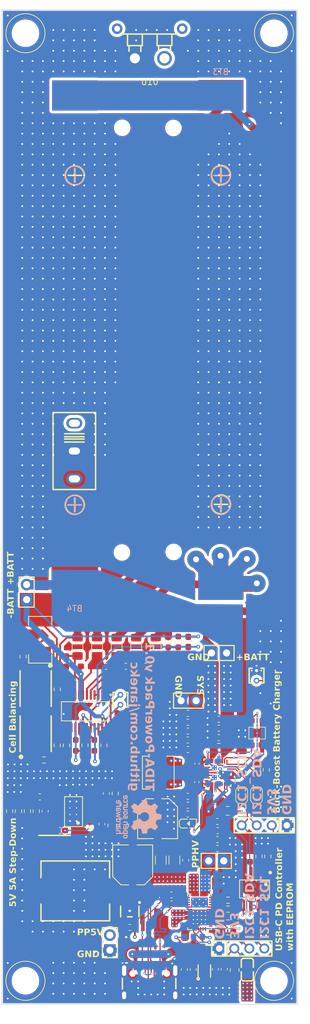
<source format=kicad_pcb>
(kicad_pcb (version 20240108) (generator "pcbnew") (generator_version "8.0")
  (layers (0 "F.Cu" signal) (1 "In1.Cu" power) (2 "In2.Cu" power) (31 "B.Cu" signal) (34 "B.Paste" user) (35 "F.Paste" user) (36 "B.SilkS" user "B.Silkscreen") (37 "F.SilkS" user "F.Silkscreen") (38 "B.Mask" user) (39 "F.Mask" user) (44 "Edge.Cuts" user))
  (net 0 "")
  (net 1 "-BATT")
  (net 2 "Net-(BT1-Pad2)")
  (net 3 "Net-(BT2-Pad2)")
  (net 4 "Net-(BT3-Pad2)")
  (net 5 "C_CC1")
  (net 6 "GND")
  (net 7 "PPHV")
  (net 8 "LDO_1V5")
  (net 9 "LDO_3V3")
  (net 10 "P3V3")
  (net 11 "PP5V")
  (net 12 "SYS")
  (net 13 "Net-(U4-SS)")
  (net 14 "Net-(U4-PH)")
  (net 15 "Net-(U4-BOOT)")
  (net 16 "Net-(C23-Pad2)")
  (net 17 "Net-(U4-COMP)")
  (net 18 "PMID")
  (net 19 "BTST1")
  (net 20 "AGND")
  (net 21 "Net-(C54-Pad2)")
  (net 22 "VBUS")
  (net 23 "I2C_SCL")
  (net 24 "I2C_SDA")
  (net 25 "I2C1_SCL")
  (net 26 "I2C1_SDA")
  (net 27 "Net-(JP5-B)")
  (net 28 "Net-(JP6-B)")
  (net 29 "STAT")
  (net 30 "Net-(U2-A2)")
  (net 31 "Net-(U2-WP)")
  (net 32 "Net-(U2-A1)")
  (net 33 "Net-(U2-A0)")
  (net 34 "Net-(U4-EN)")
  (net 35 "Net-(R10-Pad2)")
  (net 36 "Net-(U4-VSENSE)")
  (net 37 "PROG")
  (net 38 "DRAIN")
  (net 39 "C_USB_P")
  (net 41 "C_USB_N")
  (net 49 "ILIM_HIZ")
  (net 54 "+BATT")
  (net 55 "Net-(U21-SW1)")
  (net 56 "Net-(U21-SW2)")
  (net 57 "Net-(U21-BTST2)")
  (net 58 "Net-(U21-SDRV)")
  (net 59 "Net-(R13-Pad1)")
  (net 64 "TS")
  (net 65 "C_CC2")
  (net 67 "Net-(U5-VC4)")
  (net 68 "Net-(U5-VC3)")
  (net 69 "Net-(U5-VC2)")
  (net 70 "Net-(U5-VC1)")
  (net 71 "Net-(U5-VCO)")
  (net 72 "Net-(U5-VDD)")
  (net 73 "Net-(U5-AVDD)")
  (net 74 "Net-(U5-TS)")
  (net 75 "Net-(U5-VTB)")
  (net 76 "Net-(U5-DSG)")
  (net 77 "Net-(U5-CHG)")
  (net 78 "Net-(U5-LD)")
  (net 79 "Net-(U5-OCDP)")
  (net 80 "Net-(U5-CBI)")
  (net 83 "Net-(U5-PRES)")
  (net 84 "Net-(Q3-D-Pad5)")
  (net 85 "Net-(Q3-G)")
  (net 86 "Net-(U5-SRN)")
  (net 87 "Net-(Q4-G)")
  (footprint "Resistor_SMD:R_1206_3216Metric_Pad1.30x1.75mm_HandSolder" (layer "F.Cu") (at 143.02 140.35 -90)
    (property "Reference" "R25" (hide yes))
    (property "Value" "75")
  )
  (footprint "Capacitor_SMD:C_0603_1608Metric_Pad1.08x0.95mm_HandSolder" (layer "F.Cu") (at 134.675 165.125 90)
    (property "Reference" "C21" (hide yes))
    (property "Value" "10nF/100V")
  )
  (footprint "Capacitor_SMD:C_0805_2012Metric_Pad1.18x1.45mm_HandSolder" (layer "F.Cu") (at 156.35 194.95 90)
    (property "Reference" "C54" (hide yes))
    (property "Value" "4.7uF")
  )
  (footprint "Capacitor_SMD:C_0603_1608Metric_Pad1.08x0.95mm_HandSolder" (layer "F.Cu") (at 161.62 186.9 -90)
    (property "Reference" "C8" (hide yes))
    (property "Value" "0.1uF")
  )
  (footprint "easyeda2kicad:RES-TH_L2.5-W2.5-P1.70-D0.3" (layer "F.Cu") (at 137.05 149.3 90)
    (property "Reference" "R19" (hide yes))
    (property "Value" "103AT-4-050")
  )
  (footprint "easyeda2kicad:SMTSO3030CTJ" (layer "F.Cu") (at 162.99 36.75)
    (property "Reference" "U18" (hide yes))
    (property "Value" "SMTSO3015CTJ" (hide yes))
  )
  (footprint "Capacitor_SMD:C_0603_1608Metric_Pad1.08x0.95mm_HandSolder" (layer "F.Cu") (at 148.45 153.1)
    (property "Reference" "C45" (hide yes))
    (property "Value" "10uF/25V")
  )
  (footprint "Resistor_SMD:R_0603_1608Metric_Pad0.98x0.95mm_HandSolder" (layer "F.Cu") (at 122.825 168.1125 90)
    (property "Reference" "R12" (hide yes))
    (property "Value" "37.4k")
  )
  (footprint "Capacitor_SMD:C_0603_1608Metric_Pad1.08x0.95mm_HandSolder" (layer "F.Cu") (at 148.075 176.3875 90)
    (property "Reference" "C25" (hide yes))
    (property "Value" "10uF")
  )
  (footprint "Capacitor_SMD:C_0603_1608Metric_Pad1.08x0.95mm_HandSolder" (layer "F.Cu") (at 126.825 171.375 180)
    (property "Reference" "C22" (hide yes))
    (property "Value" "0.1uF")
  )
  (footprint "easyeda2kicad:IND-SMD_L11.6-W10.1" (layer "F.Cu") (at 129.425 181.575)
    (property "Reference" "L1" (hide yes))
    (property "Value" "CYA1040-4.7UH")
  )
  (footprint "Capacitor_SMD:C_0603_1608Metric_Pad1.08x0.95mm_HandSolder" (layer "F.Cu") (at 127.9 142.85 90)
    (property "Reference" "C51" (hide yes))
    (property "Value" "100nF")
  )
  (footprint "Resistor_SMD:R_0603_1608Metric_Pad0.98x0.95mm_HandSolder" (layer "F.Cu") (at 155.22 187)
    (property "Reference" "R16" (hide yes))
    (property "Value" "2.2k")
  )
  (footprint "easyeda2kicad:IND-SMD_L5.4-W5.2" (layer "F.Cu") (at 143.45 161.6 90)
    (property "Reference" "L2" (hide yes))
    (property "Value" "APH0518T1R0M")
  )
  (footprint "easyeda2kicad:LED0603-RD" (layer "F.Cu") (at 148.5 170.2)
    (property "Reference" "LED1" (hide yes))
    (property "Value" "LTST-C190GKT")
  )
  (footprint "Capacitor_SMD:C_0805_2012Metric_Pad1.18x1.45mm_HandSolder" (layer "F.Cu") (at 135.675 170.525 -90)
    (property "Reference" "C16" (hide yes))
    (property "Value" "4.7uF/50V")
  )
  (footprint "Capacitor_SMD:C_0603_1608Metric_Pad1.08x0.95mm_HandSolder" (layer "F.Cu") (at 152.265 180.85)
    (property "Reference" "C5" (hide yes))
    (property "Value" "0.1uF")
  )
  (footprint "Capacitor_SMD:C_0603_1608Metric_Pad1.08x0.95mm_HandSolder" (layer "F.Cu") (at 138.635 187.75)
    (property "Reference" "C26" (hide yes))
    (property "Value" "10uF")
  )
  (footprint "Capacitor_SMD:C_0603_1608Metric_Pad1.08x0.95mm_HandSolder" (layer "F.Cu") (at 148.52 139.53 -90)
    (property "Reference" "C53" (hide yes))
    (property "Value" "1uF")
  )
  (footprint "Resistor_SMD:R_0603_1608Metric_Pad0.98x0.95mm_HandSolder" (layer "F.Cu") (at 155.22 188.5)
    (property "Reference" "R15" (hide yes))
    (property "Value" "2.2k")
  )
  (footprint "Capacitor_SMD:C_0603_1608Metric_Pad1.08x0.95mm_HandSolder" (layer "F.Cu") (at 160.0625 156.925 180)
    (property "Reference" "C39" (hide yes))
    (property "Value" "1000pF/50V")
  )
  (footprint "easyeda2kicad:BATTERY-SMD_18650-1S-L77.1-W20.7-1" (layer "F.Cu") (at 154.05 88.5 180)
    (property "Reference" "BT2" (hide yes))
    (property "Value" "BH-18650-B1BA002")
  )
  (footprint "easyeda2kicad:BATTERY-SMD_18650-1S-L77.1-W20.7-1" (layer "F.Cu") (at 129.35 88.56)
    (property "Reference" "BT1" (hide yes))
    (property "Value" "BH-18650-B1BA002")
  )
  (footprint "easyeda2kicad:CAP-SMD_BD6.3-L6.6-W6.6-FD-A" (layer "F.Cu") (at 139.125 177.175 90)
    (property "Reference" "C10" (hide yes))
    (property "Value" "OVZ101M1CTR-0606")
  )
  (footprint "easyeda2kicad:USB-3.1-SMD_U262-161N-4BVC11" (layer "F.Cu") (at 142 196.75)
    (property "Reference" "USB1" (hide yes))
    (property "Value" "U262-16XN-4BVC11")
  )
  (footprint "Capacitor_SMD:C_0603_1608Metric_Pad1.08x0.95mm_HandSolder" (layer "F.Cu") (at 148.45 154.6)
    (property "Reference" "C44" (hide yes))
    (property "Value" "10uF/25V")
  )
  (footprint "Capacitor_SMD:C_0603_1608Metric_Pad1.08x0.95mm_HandSolder" (layer "F.Cu") (at 124.325 168.1125 -90)
    (property "Reference" "C24" (hide yes))
    (property "Value" "22pF/50V")
  )
  (footprint "Capacitor_SMD:C_0603_1608Metric_Pad1.08x0.95mm_HandSolder" (layer "F.Cu") (at 123.425 165.7125 180)
    (property "Reference" "C23" (hide yes))
    (property "Value" "2.2nF/100V")
  )
  (footprint "Resistor_SMD:R_0603_1608Metric_Pad0.98x0.95mm_HandSolder" (layer "F.Cu") (at 158.97 175.75 90)
    (property "Reference" "R1" (hide yes))
    (property "Value" "10k")
  )
  (footprint "easyeda2kicad:WSON-6_L2.0-W2.0-P0.65-BL-EP" (layer "F.Cu") (at 151.2375 195.11)
    (property "Reference" "D2" (hide yes))
    (property "Value" "TVS2200DRVR")
  )
  (footprint "Resistor_SMD:R_0603_1608Metric_Pad0.98x0.95mm_HandSolder" (layer "F.Cu") (at 160.1625 152.825 180)
    (property "Reference" "R14" (hide yes))
    (property "Value" "17.4k")
  )
  (footprint "easyeda2kicad:SMTSO3030CTJ" (layer "F.Cu") (at 120.99 196.75)
    (property "Reference" "U19" (hide yes))
    (property "Value" "SMTSO3015CTJ" (hide yes))
  )
  (footprint "Capacitor_SMD:C_0805_2012Metric_Pad1.18x1.45mm_HandSolder" (layer "F.Cu") (at 155.2 168.05)
    (property "Reference" "C36" (hide yes))
    (property "Value" "4.7uF/25V")
  )
  (footprint "easyeda2kicad:SOT-23-5_L3.0-W1.7-P0.95-LS2.8-BR" (layer "F.Cu") (at 138.635 185.05 90)
    (property "Reference" "U3" (hide yes))
    (property "Value" "TLV75533PDBVR")
  )
  (footprint "easyeda2kicad:HDR-TH_2P-P2.54-V-M" (layer "F.Cu") (at 148.57 149.45)
    (property "Reference" "H4" (hide yes))
    (property "Value" "PZ254V-11-02P")
  )
  (footprint "Resistor_SMD:R_0603_1608Metric_Pad0.98x0.95mm_HandSolder" (layer "F.Cu") (at 118.325 168.1125 90)
    (property "Reference" "R9" (hide yes))
    (property "Value" "51.1k")
  )
  (footprint "easyeda2kicad:SW-TH_XKB_SS-12M11XX" (layer "F.Cu") (at 129.26 107.3 -90)
    (property "Reference" "SW1" (hide yes))
    (property "Value" "SS-12M11G5")
  )
  (footprint "Capacitor_SMD:C_1206_3216Metric_Pad1.33x1.80mm_HandSolder" (layer "F.Cu") (at 146.175 176.375 90)
    (property "Reference" "C18" (hide yes))
    (property "Value" "47uF")
  )
  (footprint "Resistor_SMD:R_0603_1608Metric_Pad0.98x0.95mm_HandSolder" (layer "F.Cu") (at 129.505 157 90)
    (property "Reference" "R48" (hide yes))
    (property "Value" "10k")
  )
  (footprint "Jumper:SolderJumper-2_P1.3mm_Bridged2Bar_Pad1.0x1.5mm" (layer "F.Cu") (at 160.1625 154.925 180)
    (property "Reference" "NT1" (hide yes))
    (property "Value" "NetTie_2")
  )
  (footprint "easyeda2kicad:SOIC-8_L5.0-W4.0-P1.27-LS6.0-BL-EP2.0" (layer "F.Cu") (at 129.125 168.195 90)
    (property "Reference" "U4" (hide yes))
    (property "Value" "TPS54531DDAR")
  )
  (footprint "Capacitor_SMD:C_0603_1608Metric_Pad1.08x0.95mm_HandSolder" (layer "F.Cu") (at 134.61 143.66 180)
    (property "Reference" "C50" (hide yes))
    (property "Value" "100nF")
  )
  (footprint "Resistor_SMD:R_0603_1608Metric_Pad0.98x0.95mm_HandSolder" (layer "F.Cu") (at 160.18 161.13 -90)
    (property "Reference" "R18" (hide yes))
    (property "Value" "5.24k")
  )
  (footprint "easyeda2kicad:HDR-TH_2P-P2.54-V-M" (layer "F.Cu") (at 153.25 176.5 180)
    (property "Reference" "H6" (hide yes))
    (property "Value" "PZ254V-11-02P")
  )
  (footprint "Capacitor_SMD:C_0603_1608Metric_Pad1.08x0.95mm_HandSolder" (layer "F.Cu") (at 149.35 194.85 90)
    (property "Reference" "C57" (hide yes))
    (property "Value" "0.01uF")
  )
  (footprint "Resistor_SMD:R_0603_1608Metric_Pad0.98x0.95mm_HandSolder" (layer "F.Cu") (at 145.13 139.53 -90)
    (property "Reference" "R36" (hide yes))
    (property "Value" "1k")
  )
  (footprint "Capacitor_SMD:C_0603_1608Metric_Pad1.08x0.95mm_HandSolder" (layer "F.Cu") (at 148.45 156.1)
    (property "Reference" "C43" (hide yes))
    (property "Value" "10uF/25V")
  )
  (footprint "Capacitor_SMD:C_0603_1608Metric_Pad1.08x0.95mm_HandSolder" (layer "F.Cu") (at 153.45 172.9)
    (property "Reference" "C34" (hide yes))
    (property "Value" "xxx10uF")
  )
  (footprint "Resistor_SMD:R_0603_1608Metric_Pad0.98x0.95mm_HandSolder" (layer "F.Cu") (at 161.97 175.75 90)
    (property "Reference" "R4" (hide yes))
    (property "Value" "10k")
  )
  (footprint "easyeda2kicad:HDR-TH_2P-P2.54-V-M" (layer "F.Cu") (at 153.725 141.4)
    (property "Reference" "H2" (hide yes))
    (property "Value" "PZ254V-11-02P")
  )
  (footprint "Capacitor_SMD:C_0603_1608Metric_Pad1.08x0.95mm_HandSolder" (layer "F.Cu") (at 153.45 169.85)
    (property "Reference" "C32" (hide yes))
    (property "Value" "10uF")
  )
  (footprint "easyeda2kicad:R2512" (layer "F.Cu") (at 123.485 139.17 -90)
    (property "Reference" "U6" (hide yes))
    (property "Value" "HOYLR2512-3W-3MR-1%")
  )
  (footprint "easyeda2kicad:SMTSO3030CTJ" (layer "F.Cu") (at 163 196.75)
    (property "Reference" "U20" (hide yes))
    (property "Value" "SMTSO3015CTJ" (hide yes))
  )
  (footprint "Resistor_SMD:R_0603_1608Metric_Pad0.98x0.95mm_HandSolder" (layer "F.Cu") (at 146.825 139.53 -90)
    (property "Reference" "C52" (hide yes))
    (property "Value" "1uF" (hide yes))
  )
  (footprint "easyeda2kicad:SOIC-8_L4.9-W3.9-P1.27-LS6.0-BL" (layer "F.Cu") (at 159.72 181.25 180)
    (property "Reference" "U2" (hide yes))
    (property "Value" "CAT24C256WI-GT3")
  )
  (footprint "Capacitor_SMD:C_0603_1608Metric_Pad1.08x0.95mm_HandSolder" (layer "F.Cu") (at 141.31 143.63 180)
    (property "Reference" "C19" (hide yes))
    (property "Value" "100nF")
  )
  (footprint "Capacitor_SMD:C_0603_1608Metric_Pad1.08x0.95mm_HandSolder" (layer "F.Cu") (at 137.96 143.65 180)
    (property "Reference" "C49" (hide yes))
    (property "Value" "100nF")
  )
  (footprint "easyeda2kicad:PQFN-8_L6.0-W5.0-P1.27-LS6.0-BL" (layer "F.Cu") (at 122.725 147.41 180)
    (property "Reference" "Q4" (hide yes))
    (property "Value" "IRFH5302TRPBF")
  )
  (footprint "easyeda2kicad:HDR-TH_2P-P2.54-V-M" (layer "F.Cu") (at 135.27 190.31 90)
    (property "Reference" "H7" (hide yes))
    (property "Value" "PZ254V-11-02P")
  )
  (footprint "easyeda2kicad:HDR-TH_4P-P2.54-V-M" (layer "F.Cu") (at 161.36 170.5 180)
    (property "Reference" "H1" (hide yes))
    (property "Value" "DZ254R-11-04-63")
  )
  (footprint "Resistor_SMD:R_0603_1608Metric_Pad0.98x0.95mm_HandSolder" (layer "F.Cu") (at 155.2425 184.65)
    (property "Reference" "R5" (hide yes))
    (property "Value" "2.2k")
  )
  (footprint "Resistor_SMD:R_0603_1608Metric_Pad0.98x0.95mm_HandSolder" (layer "F.Cu") (at 160.47 175.75 90)
    (property "Reference" "R3" (hide yes))
    (property "Value" "10k")
  )
  (footprint "Resistor_SMD:R_0603_1608Metric_Pad0.98x0.95mm_HandSolder" (layer "F.Cu") (at 127.935 157 -90)
    (property "Reference" "R34" (hide yes))
    (property "Value" "450k")
  )
  (footprint "Capacitor_SMD:C_0603_1608Metric_Pad1.08x0.95mm_HandSolder" (layer "F.Cu") (at 148.45 167.1 180)
    (property "Reference" "C28" (hide yes))
    (property "Value" "10uF")
  )
  (footprint "easyeda2kicad:L0805" (layer "F.Cu") (at 158.5 194.9 -90)
    (property "Reference" "L3" (hide yes))
    (property "Value" "BLM21PG220SN1D")
  )
  (footprint "Resistor_SMD:R_0603_1608Metric_Pad0.98x0.95mm_HandSolder" (layer "F.Cu") (at 155.2425 183.15)
    (property "Reference" "R6" (hide yes))
    (property "Value" "2.2k")
  )
  (footprint "Resistor_SMD:R_0603_1608Metric_Pad0.98x0.95mm_HandSolder" (layer "F.Cu") (at 160.12 186.9 90)
    (property "Reference" "R2" (hide yes))
    (property "Value" "10k")
  )
  (footprint "Capacitor_SMD:C_1206_3216Metric_Pad1.33x1.80mm_HandSolder" (layer "F.Cu") (at 143.875 176.375 90)
    (property "Reference" "C17" (hide yes))
    (property "Value" "47uF")
  )
  (footprint "Resistor_SMD:R_1206_3216Metric_Pad1.30x1.75mm_HandSolder" (layer "F.Cu") (at 133.105 140.35 -90)
    (property "Reference" "R28" (hide yes))
    (property "Value" "75")
  )
  (footprint "Resistor_SMD:R_1206_3216Metric_Pad1.30x1.75mm_HandSolder" (layer "F.Cu") (at 136.41 140.35 -90)
    (property "Reference" "R27" (hide yes))
    (property "Value" "75")
  )
  (footprint "BQ25798RQMR:RQM0029A-MFG" (layer "F.Cu") (at 153.45 161.6 90)
    (property "Reference" "U21" (hide yes))
    (property "Value" "BQ25798RQMR")
  )
  (footprint "Capacitor_SMD:C_0603_1608Metric_Pad1.08x0.95mm_HandSolder" (layer "F.Cu") (at 145.68 182.26 180)
    (property "Reference" "C2" (hide yes))
    (property "Value" "330pF")
  )
  (footprint "Capacitor_SMD:C_0402_1005Metric_Pad0.74x0.62mm_HandSolder" (layer "F.Cu") (at 149.975 163.2 90)
    (property "Reference" "C30" (hide yes))
    (property "Value" "0.1uF")
  )
  (footprint "Resistor_SMD:R_0603_1608Metric_Pad0.98x0.95mm_HandSolder" (layer "F.Cu") (at 124.115 159.47 180)
    (property "Reference" "R31" (hide yes))
    (property "Value" "1M")
  )
  (footprint "Resistor_SMD:R_0603_1608Metric_Pad0.98x0.95mm_HandSolder" (layer "F.Cu") (at 136.175 165.125 -90)
    (property "Reference" "R8" (hide yes))
    (property "Value" "76k")
  )
  (footprint "Resistor_SMD:R_0603_1608Metric_Pad0.98x0.95mm_HandSolder" (layer "F.Cu") (at 153.675 157.2)
    (property "Reference" "R13" (hide yes))
    (property "Value" "100")
  )
  (footprint "Resistor_SMD:R_0603_1608Metric_Pad0.98x0.95mm_HandSolder" (layer "F.Cu") (at 119.825 168.1125 -90)
    (property "Reference" "R10" (hide yes))
    (property "Value" "10.2k")
  )
  (footprint "Resistor_SMD:R_0603_1608Metric_Pad0.98x0.95mm_HandSolder" (layer "F.Cu") (at 121.325 168.1125 90)
    (property "Reference" "R11" (hide yes))
    (property "Value" "1.96k")
  )
  (footprint "easyeda2kicad:HDR-TH_4P-P2.54-V-M" (layer "F.Cu") (at 157.57 191.3)
    (property "Reference" "H3" (hide yes))
    (property "Value" "DZ254R-11-04-63")
  )
  (footprint "Resistor_SMD:R_1206_3216Metric_Pad1.30x1.75mm_HandSolder" (layer "F.Cu") (at 129.8 140.35 -90)
    (property "Reference" "R46" (hide yes))
    (property "Value" "75")
  )
  (footprint "Capacitor_SMD:C_0603_1608Metric_Pad1.08x0.95mm_HandSolder" (layer "F.Cu") (at 148.45 151.6)
    (property "Reference" "C46" (hide yes))
    (property "Value" "10uF/25V")
  )
  (footprint "easyeda2kicad:HDR-TH_2P-P2.54-V-M" (layer "F.Cu") (at 121.2 131.12 90)
    (property "Reference" "H5" (hide yes))
    (property "Value" "PZ254V-11-02P")
  )
  (footprint "easyeda2kicad:TO-277_3P-L5.4-W4.0-LS6.5-TR" (layer "F.Cu") (at 126.775 174.3625)
    (property "Reference" "U15" (hide yes))
    (property "Value" "SB1045L_C2844167")
  )
  (footprint "Capacitor_SMD:C_0603_1608Metric_Pad1.08x0.95mm_HandSolder" (layer "F.Cu") (at 148.45 168.6 180)
    (property "Reference" "C29" (hide yes))
    (property "Value" "10uF")
  )
  (footprint "Capacitor_SMD:C_0603_1608Metric_Pad1.08x0.95mm_HandSolder" (layer "F.Cu") (at 145.68 183.77 180)
    (property "Reference" "C1" (hide yes))
    (property "Value" "330pF")
  )
  (footprint "Resistor_SMD:R_1206_3216Metric_Pad1.30x1.75mm_HandSolder" (layer "F.Cu") (at 139.715 140.35 -90)
    (property "Reference" "R26" (hide yes))
    (property "Value" "75")
  )
  (footprint "Resistor_SMD:R_0603_1608Metric_Pad0.98x0.95mm_HandSolder" (layer "F.Cu") (at 126.365 157 -90)
    (property "Reference" "R33" (hide yes))
    (property "Value" "1k")
  )
  (footprint "Resistor_SMD:R_0603_1608Metric_Pad0.98x0.95mm_HandSolder" (layer "F.Cu") (at 161.7 161.13 90)
    (property "Reference" "R17" (hide yes))
    (property "Value" "30.31k")
  )
  (footprint "easyeda2kicad:CAP-SMD_BD6.3-L6.6-W6.6-FD-A" (layer "F.Cu") (at 143.33 169.39 -90)
    (property "Reference" "C11" (hide yes))
    (property "Value" "OVZ101M1CTR-0606")
  )
  (footprint "Capacitor_SMD:C_0402_1005Metric_Pad0.74x0.62mm_HandSolder" (layer "F.Cu") (at 150 160.1 90)
    (property "Reference" "C41" (hide yes))
    (property "Value" "0.1uF/50V")
  )
  (footprint "easyeda2kicad:SMTSO3030CTJ" (layer "F.Cu") (at 120.99 36.75)
    (property "Reference" "U17" (hide yes))
    (property "Value" "SMTSO3015CTJ" (hide yes))
  )
  (footprint "Resistor_SMD:R_0603_1608Metric_Pad0.98x0.95mm_HandSolder" (layer "F.Cu") (at 137.675 166.975 -90)
    (property "Reference" "R7" (hide yes))
    (property "Value" "665k")
  )
  (footprint "Capacitor_SMD:C_0603_1608Metric_Pad1.08x0.95mm_HandSolder" (layer "F.Cu") (at 153 166.3)
    (property "Reference" "C31" (hide yes))
    (property "Value" "0.1uF")
  )
  (footprint "Capacitor_SMD:C_0603_1608Metric_Pad1.08x0.95mm_HandSolder" (layer "F.Cu") (at 153.675 152.6)
    (property "Reference" "C48" (hide yes))
    (property "Value" "10uF")
  )
  (footprint "Capacitor_SMD:C_0603_1608Metric_Pad1.08x0.95mm_HandSolder" (layer "F.Cu") (at 147.85 194.85 90)
    (property "Reference" "C58" (hide yes))
    (property "Value" "0.01uF")
  )
  (footprint "easyeda2kicad:QFN-38_L6.0-W4.0-P0.40-TL-EP_RJK" (layer "F.Cu") (at 150.42 185.1 90)
    (property "Reference" "U1" (hide yes))
    (property "Value" "TPS25750DRJKR")
  )
  (footprint "Capacitor_SMD:C_0603_1608Metric_Pad1.08x0.95mm_HandSolder" (layer "F.Cu") (at 131.22 143.65 180)
    (property "Reference" "C62" (hide yes))
    (property "Value" "100nF")
  )
  (footprint "easyeda2kicad:CONN-TH_XT30PW-F-1" (layer "F.Cu") (at 142 38.4875 180)
    (property "Reference" "U10")
    (property "Value" "XT30PW-F")
  )
  (footprint "Capacitor_SMD:C_0603_1608Metric_Pad1.08x0.95mm_HandSolder" (layer "F.Cu") (at 154.6 194.8 90)
    (property "Reference" "C55" (hide yes))
    (property "Value" "0.01uF")
  )
  (footprint "Resistor_SMD:R_0603_1608Metric_Pad0.98x0.95mm_HandSolder" (layer "F.Cu") (at 120.595 142.01 90)
    (property "Reference" "R30" (hide yes))
    (property "Value" "1M")
  )
  (footprint "Capacitor_SMD:C_0603_1608Metric_Pad1.08x0.95mm_HandSolder" (layer "F.Cu") (at 153.45 174.4)
    (property "Reference" "C35" (hide yes))
    (property "Value" "xxx10uF")
  )
  (footprint "Resistor_SMD:R_0603_1608Metric_Pad0.98x0.95mm_HandSolder" (layer "F.Cu") (at 134.265 157 -90)
    (property "Reference" "R22" (hide yes))
    (property "Value" "10k")
  )
  (footprint "easyeda2kicad:RES-TH_L2.5-W2.5-P1.70-D0.3" (layer "F.Cu") (at 160.06 145.22 -90)
    (property "Reference" "R20" (hide yes))
    (property "Value" "103AT-4-050")
  )
  (footprint "Resistor_SMD:R_0603_1608Metric_Pad0.98x0.95mm_HandSolder" (layer "F.Cu") (at 132.655 157.0025 -90)
    (property "Reference" "R21" (hide yes))
    (property "Value" "10k")
  )
  (footprint "Resistor_SMD:R_0603_1608Metric_Pad0.98x0.95mm_HandSolder" (layer "F.Cu") (at 126.365 147.55 90)
    (property "Reference" "R32" (hide yes))
    (property "Value" "4.5k")
  )
  (footprint "Capacitor_SMD:C_0603_1608Metric_Pad1.08x0.95mm_HandSolder" (layer "F.Cu") (at 153.1 194.8125 90)
    (property "Reference" "C56" (hide yes))
    (property "Value" "0.01uF")
  )
  (footprint "Capacitor_SMD:C_0603_1608Metric_Pad1.08x0.95mm_HandSolder" (layer "F.Cu") (at 148.45 157.7)
    (property "Reference" "C42" (hide yes))
    (property "Value" "10uF")
  )
  (footprint "easyeda2kicad:TSSOP-24_L7.8-W4.4-P0.65-LS6.4-BL_1" (layer "F.Cu") (at 131.055 151.25 180)
    (property "Reference" "U5" (hide yes))
    (property "Value" "BQ7791502PWR")
  )
  (footprint "Resistor_SMD:R_0603_1608Metric_Pad0.98x0.95mm_HandSolder" (layer "F.Cu") (at 131.055 157 90)
    (property "Reference" "R47" (hide yes))
    (property "Value" "100k")
  )
  (footprint "Jumper:SolderJumper-2_P1.3mm_Bridged_RoundedPad1.0x1.5mm" (layer "F.Cu") (at 160.05 165.4 90)
    (property "Reference" "JP6" (hide yes))
    (property "Value" "SolderJumper_2_Bridged")
  )
  (footprint "Capacitor_SMD:C_0603_1608Metric_Pad1.08x0.95mm_HandSolder" (layer "F.Cu") (at 153.675 154.1)
    (property "Reference" "C47" (hide yes))
    (property "Value" "10uF")
  )
  (footprint "Capacitor_SMD:C_0603_1608Metric_Pad1.08x0.95mm_HandSolder" (layer "F.Cu") (at 133.925 170.3 -90)
    (property "Reference" "C20" (hide yes))
    (property "Value" "10nF/50V")
  )
  (footprint "Jumper:SolderJumper-2_P1.3mm_Bridged_RoundedPad1.0x1.5mm" (layer "F.Cu") (at 157.55 165.4 90)
    (property "Reference" "JP5" (hide yes))
    (property "Value" "SolderJumper_2_Bridged")
  )
  (footprint "Capacitor_SMD:C_0805_2012Metric_Pad1.18x1.45mm_HandSolder" (layer "F.Cu") (at 137.675 170.525 -90)
    (property "Reference" "C15" (hide yes))
    (property "Value" "4.7uF/50V")
  )
  (footprint "Capacitor_SMD:C_0603_1608Metric_Pad1.08x0.95mm_HandSolder" (layer "F.Cu") (at 153.4875 171.4)
    (property "Reference" "C33" (hide yes))
    (property "Value" "10uF")
  )
  (footprint "easyeda2kicad:PQFN-8_L6.0-W5.0-P1.27-LS6.0-BL" (layer "F.Cu") (at 122.725 155.04)
    (property "Reference" "Q3" (hide yes))
    (property "Value" "IRFH5302TRPBF")
  )
  (footprint "Capacitor_SMD:C_0603_1608Metric_Pad1.08x0.95mm_HandSolder" (layer "F.Cu") (at 148.45 165.6 180)
    (property "Reference" "C27" (hide yes))
    (property "Value" "10uF")
  )
  (footprint "Capacitor_SMD:C_0603_1608Metric_Pad1.08x0.95mm_HandSolder" (layer "F.Cu") (at 153.675 155.7)
    (property "Reference" "C40" (hide yes))
    (property "Value" "0.1uF")
  )
  (footprint "easyeda2kicad:BATTERY-SMD_18650-1S-L77.1-W20.7-1" (layer "B.Cu") (at 129.3 88.59)
    (property "Reference" "BT4")
    (property "Value" "BH-18650-B1BA002")
  )
  (footprint "Capacitor_SMD:C_0603_1608Metric_Pad1.08x0.95mm_HandSolder" (layer "B.Cu") (at 152.6825 159.7 180)
    (property "Reference" "C38" (hide yes))
    (property "Value" "0.047uF")
  )
  (footprint "Capacitor_SMD:C_0603_1608Metric_Pad1.08x0.95mm_HandSolder" (layer "B.Cu") (at 147.9 190.2 -90)
    (property "Reference" "C9" (hide yes))
    (property "Value" "10uF")
  )
  (footprint "Capacitor_SMD:C_0805_2012Metric_Pad1.18x1.45mm_HandSolder" (layer "B.Cu") (at 152.2525 178.85)
    (property "Reference" "C4" (hide yes))
    (property "Value" "22uF")
  )
  (footprint "Capacitor_SMD:C_0805_2012Metric_Pad1.18x1.45mm_HandSolder" (layer "B.Cu") (at 152.265 180.85)
    (property "Reference" "C3" (hide yes))
    (property "Value" "22uF")
  )
  (footprint "Capacitor_SMD:C_0603_1608Metric_Pad1.08x0.95mm_HandSolder" (layer "B.Cu") (at 150.905 190.2 -90)
    (property "Reference" "C6" (hide yes))
    (property "Value" "10uF")
  )
  (footprint "Capacitor_SMD:C_0603_1608Metric_Pad1.08x0.95mm_HandSolder" (layer "B.Cu") (at 152.75 163.5)
    (property "Reference" "C37" (hide yes))
    (property "Value" "0.047uF")
  )
  (footprint "Capacitor_SMD:C_0603_1608Metric_Pad1.08x0.95mm_HandSolder" (layer "B.Cu") (at 149.405 190.2 -90)
    (property "Reference" "C7" (hide yes))
    (property "Value" "10uF")
  )
  (footprint "easyeda2kicad:BATTERY-SMD_18650-1S-L77.1-W20.7-1" (layer "B.Cu") (at 154 88.59 180)
    (property "Reference" "BT3")
    (property "Value" "BH-18650-B1BA002")
  )
  (gr_poly (pts (xy 137.079893 166.535295) (xy 137.07881 166.519779) (xy 137.077018 166.50444) (xy 137.074526 166.4893) (xy 137.071343 166.474383) (xy 137.067479 166.45971) (xy 137.062944 166.445304) (xy 137.057747 166.431187) (xy 137.051898 166.417382) (xy 137.045406 166.403912) (xy 137.038281 166.390798) (xy 137.030533 166.378064) (xy 137.022171 166.365732) (xy 137.013205 166.353824) (xy 137.003644 166.342363) (xy 136.993499 166.331371) (xy 136.982778 166.320872) (xy 136.971491 166.310886) (xy 136.959648 166.301438) (xy 136.947259 166.292549) (xy 136.934333 166.284242) (xy 136.920879 166.276539) (xy 136.906908 166.269463) (xy 136.892428 166.263036) (xy 136.877451 166.257281) (xy 136.861984 166.252221) (xy 136.846038 166.247877) (xy 136.829622 166.244273) (xy 136.812746 166.24143) (xy 136.795419 166.239372) (xy 136.777652 166.23812) (xy 136.759454 166.237698) (xy 136.633427 166.237698) (xy 136.633427 166.711366) (xy 136.621947 166.711143) (xy 136.610826 166.710482) (xy 136.600066 166.70939) (xy 136.589667 166.707877) (xy 136.579628 166.705952) (xy 136.569951 166.703622) (xy 136.560634 166.700897) (xy 136.55168 166.697786) (xy 136.543088 166.694297) (xy 136.534858 166.690439) (xy 136.52699 166.686221) (xy 136.519486 166.681652) (xy 136.512344 166.67674) (xy 136.505567 166.671494) (xy 136.499152 166.665924) (xy 136.493103 166.660036) (xy 136.487417 166.653842) (xy 136.482096 166.647348) (xy 136.47714 166.640564) (xy 136.472549 166.633499) (xy 136.468324 166.626162) (xy 136.464465 166.618561) (xy 136.460972 166.610704) (xy 136.457845 166.602602) (xy 136.455085 166.594262) (xy 136.452692 166.585693) (xy 136.450667 166.576904) (xy 136.449009 166.567904) (xy 136.447719 166.558702) (xy 136.446797 166.549306) (xy 136.446244 166.539725) (xy 136.446059 166.529968) (xy 136.446373 166.518973) (xy 136.447307 166.507904) (xy 136.448851 166.496792) (xy 136.450994 166.485672) (xy 136.453725 166.474576) (xy 136.457034 166.463538) (xy 136.46091 166.45259) (xy 136.465342 166.441766) (xy 136.47032 166.431099) (xy 136.475833 166.420621) (xy 136.481871 166.410367) (xy 136.488422 166.400368) (xy 136.495476 166.390659) (xy 136.503022 166.381272) (xy 136.511051 166.372241) (xy 136.51955 166.363598) (xy 136.425062 166.252642) (xy 136.409352 166.266958) (xy 136.394815 166.281773) (xy 136.381428 166.297062) (xy 136.36917 166.312798) (xy 136.358019 166.328955) (xy 136.347953 166.345507) (xy 136.338949 166.362427) (xy 136.330987 166.379689) (xy 136.324043 166.397268) (xy 136.318097 166.415136) (xy 136.313125 166.433268) (xy 136.309107 166.451637) (xy 136.30602 166.470217) (xy 136.303842 166.488982) (xy 136.302551 166.507906) (xy 136.302126 166.526962) (xy 136.303044 166.556451) (xy 136.305958 166.586234) (xy 136.311104 166.616007) (xy 136.31872 166.645467) (xy 136.329042 166.674312) (xy 136.335292 166.688408) (xy 136.342307 166.702238) (xy 136.350118 166.715762) (xy 136.358753 166.728942) (xy 136.368243 166.741742) (xy 136.378617 166.754122) (xy 136.389905 166.766046) (xy 136.402135 166.777474) (xy 136.415339 166.78837) (xy 136.429546 166.798696) (xy 136.444784 166.808413) (xy 136.461085 166.817484) (xy 136.478477 166.825871) (xy 136.49699 166.833535) (xy 136.516654 166.84044) (xy 136.537498 166.846547) (xy 136.559552 166.851819) (xy 136.582846 166.856217) (xy 136.607409 166.859703) (xy 136.633271 166.86224) (xy 136.660462 166.863791) (xy 136.68901 166.864316) (xy 136.716115 166.863834) (xy 136.742071 166.862411) (xy 136.759411 166.860783) (xy 136.759411 166.711366) (xy 136.759411 166.390564) (xy 136.770076 166.39116) (xy 136.780423 166.392109) (xy 136.790451 166.393406) (xy 136.800159 166.395042) (xy 136.809546 166.397012) (xy 136.81861 166.399308) (xy 136.827349 166.401923) (xy 136.835763 166.404851) (xy 136.843849 166.408084) (xy 136.851607 166.411617) (xy 136.859035 166.41544) (xy 136.866132 166.419549) (xy 136.872896 166.423936) (xy 136.879326 166.428594) (xy 136.885421 166.433517) (xy 136.891179 166.438697) (xy 136.896599 166.444127) (xy 136.901679 166.449801) (xy 136.906418 166.455712) (xy 136.910814 166.461852) (xy 136.914867 166.468216) (xy 136.918575 166.474796) (xy 136.921936 166.481585) (xy 136.92495 166.488576) (xy 136.927614 166.495763) (xy 136.929927 166.503138) (xy 136.931888 166.510695) (xy 136.933496 166.518427) (xy 136.934749 166.526327) (xy 136.935646 166.534388) (xy 136.936185 166.542603) (xy 136.936365 166.550965) (xy 136.936185 166.559331) (xy 136.935646 166.567558) (xy 136.934749 166.575638) (xy 136.933496 166.583563) (xy 136.931888 166.591326) (xy 136.929927 166.598918) (xy 136.927614 166.606333) (xy 136.92495 166.613562) (xy 136.921936 166.620598) (xy 136.918575 166.627432) (xy 136.914867 166.634058) (xy 136.910815 166.640468) (xy 136.906418 166.646653) (xy 136.901679 166.652607) (xy 136.896599 166.658321) (xy 136.891179 166.663788) (xy 136.885421 166.669001) (xy 136.879327 166.67395) (xy 136.872896 166.67863) (xy 136.866132 166.683031) (xy 136.859035 166.687147) (xy 136.851607 166.690969) (xy 136.843849 166.694491) (xy 136.835763 166.697703) (xy 136.827349 166.700599) (xy 136.81861 166.703171) (xy 136.809546 166.705412) (xy 136.80016 166.707312) (xy 136.790451 166.708866) (xy 136.780423 166.710064) (xy 136.770076 166.7109) (xy 136.759411 166.711366) (xy 136.759411 166.860783) (xy 136.766896 166.860081) (xy 136.79061 166.856878) (xy 136.813231 166.852836) (xy 136.834779 166.84799) (xy 136.855272 166.842372) (xy 136.874729 166.836018) (xy 136.89317 166.828961) (xy 136.910613 166.821235) (xy 136.927077 166.812874) (xy 136.942581 166.803913) (xy 136.957144 166.794385) (xy 136.970785 166.784325) (xy 136.983523 166.773766) (xy 136.995377 166.762742) (xy 137.006366 166.751288) (xy 137.016508 166.739438) (xy 137.025823 166.727225) (xy 137.03433 166.714684) (xy 137.042047 166.701848) (xy 137.048994 166.688752) (xy 137.05519 166.67543) (xy 137.060652 166.661916) (xy 137.065402 166.648243) (xy 137.069456 166.634446) (xy 137.072835 166.620559) (xy 137.075557 166.606617) (xy 137.079106 166.578699) (xy 137.080256 166.550965)) (stroke (width 0.032)) (fill solid) (layer "B.SilkS"))
  (gr_poly (pts (xy 143.964123 168.698526) (xy 143.964003 168.696915) (xy 143.963806 168.695311) (xy 143.963533 168.693718) (xy 143.963187 168.692137) (xy 143.96277 168.690572) (xy 143.962283 168.689024) (xy 143.961728 168.687496) (xy 143.961108 168.685991) (xy 143.960424 168.68451) (xy 143.959679 168.683056) (xy 143.958874 168.681632) (xy 143.958012 168.68024) (xy 143.957094 168.678882) (xy 143.956122 168.67756) (xy 143.955098 168.676278) (xy 143.954025 168.675037) (xy 143.952904 168.67384) (xy 143.951737 168.672689) (xy 143.950527 168.671587) (xy 143.949274 168.670535) (xy 143.947982 168.669537) (xy 143.946652 168.668595) (xy 143.945286 168.667711) (xy 143.943886 168.666887) (xy 143.942454 168.666127) (xy 143.940992 168.665431) (xy 143.939502 168.664803) (xy 143.937986 168.664246) (xy 143.936446 168.663761) (xy 143.934884 168.66335) (xy 143.933302 168.663017) (xy 143.213508 168.529032) (xy 143.211913 168.528693) (xy 143.210313 168.528282) (xy 143.207107 168.527252) (xy 143.203911 168.525959) (xy 143.200746 168.524422) (xy 143.197632 168.522659) (xy 143.194592 168.520686) (xy 143.191645 168.518524) (xy 143.188812 168.516189) (xy 143.186115 168.5137) (xy 143.183575 168.511075) (xy 143.181211 168.508331) (xy 143.179046 168.505487) (xy 143.177099 168.502561) (xy 143.175393 168.499572) (xy 143.174636 168.498058) (xy 143.173948 168.496536) (xy 143.173329 168.495006) (xy 143.172784 168.493472) (xy 142.975299 168.011041) (xy 142.973979 168.008044) (xy 142.972877 168.004866) (xy 142.971991 168.001534) (xy 142.971317 167.998076) (xy 142.970856 167.994521) (xy 142.970604 167.990897) (xy 142.97056 167.987231) (xy 142.970721 167.983551) (xy 142.971087 167.979886) (xy 142.971654 167.976263) (xy 142.972422 167.972711) (xy 142.973388 167.969257) (xy 142.97455 167.965929) (xy 142.975906 167.962755) (xy 142.977454 167.959763) (xy 142.979193 167.956982) (xy 143.391859 167.355637) (xy 143.392741 167.354282) (xy 143.393555 167.352888) (xy 143.3943 167.351456) (xy 143.394977 167.34999) (xy 143.395586 167.348494) (xy 143.396128 167.346969) (xy 143.396603 167.34542) (xy 143.39701 167.343849) (xy 143.397351 167.342259) (xy 143.397625 167.340654) (xy 143.397976 167.337409) (xy 143.398063 167.334138) (xy 143.397891 167.330867) (xy 143.397461 167.327618) (xy 143.396775 167.324417) (xy 143.395836 167.321289) (xy 143.395271 167.319759) (xy 143.394645 167.318257) (xy 143.393956 167.316785) (xy 143.393205 167.315347) (xy 143.392392 167.313945) (xy 143.391518 167.312582) (xy 143.390583 167.311262) (xy 143.389587 167.309988) (xy 143.388531 167.308762) (xy 143.387414 167.307588) (xy 142.88098 166.801155) (xy 142.879806 166.800038) (xy 142.87858 166.798982) (xy 142.877305 166.797987) (xy 142.875985 166.797053) (xy 142.874621 166.796181) (xy 142.873218 166.795371) (xy 142.870305 166.793935) (xy 142.86727 166.79275) (xy 142.864138 166.791816) (xy 142.860933 166.791135) (xy 142.857681 166.790709) (xy 142.854405 166.79054) (xy 142.851131 166.79063) (xy 142.847882 166.790981) (xy 142.844684 166.791594) (xy 142.841561 166.792472) (xy 142.840035 166.79301) (xy 142.838538 166.793616) (xy 142.837071 166.794288) (xy 142.835639 166.795028) (xy 142.834244 166.795835) (xy 142.832889 166.79671) (xy 142.241916 167.202179) (xy 142.239123 167.203923) (xy 142.236126 167.205471) (xy 142.232954 167.20682) (xy 142.229633 167.207971) (xy 142.226192 167.208919) (xy 142.222655 167.209665) (xy 142.219053 167.210206) (xy 142.21541 167.21054) (xy 142.211755 167.210666) (xy 142.208115 167.210581) (xy 142.204517 167.210285) (xy 142.200988 167.209775) (xy 142.197556 167.20905) (xy 142.194248 167.208108) (xy 142.19109 167.206947) (xy 142.18811 167.205566) (xy 141.69044 166.992248) (xy 141.687384 166.991029) (xy 141.684356 166.989531) (xy 141.681374 166.987775) (xy 141.678456 166.985782) (xy 141.67562 166.983572) (xy 141.672885 166.981168) (xy 141.670267 166.97859) (xy 141.667786 166.975859) (xy 141.665459 166.972997) (xy 141.663305 166.970024) (xy 141.66134 166.966963) (xy 141.659585 166.963833) (xy 141.658055 166.960656) (xy 141.656771 166.957454) (xy 141.655748 166.954247) (xy 141.655007 166.951057) (xy 141.525594 166.25514) (xy 141.525253 166.253561) (xy 141.524836 166.252003) (xy 141.524345 166.250467) (xy 141.523781 166.248954) (xy 141.523149 166.247467) (xy 141.522449 166.246008) (xy 141.521684 166.244579) (xy 141.520857 166.243181) (xy 141.519025 166.24049) (xy 141.516971 166.237949) (xy 141.514715 166.235576) (xy 141.512275 166.233386) (xy 141.509669 166.231394) (xy 141.506917 166.229618) (xy 141.504038 166.228072) (xy 141.502556 166.227391) (xy 141.501049 166.226773) (xy 141.49952 166.226221) (xy 141.497971 166.225737) (xy 141.496404 166.225322) (xy 141.494821 166.224979) (xy 141.493225 166.22471) (xy 141.491619 166.224516) (xy 141.490004 166.2244) (xy 141.488383 166.224363) (xy 140.772145 166.224448) (xy 140.770528 166.224489) (xy 140.768916 166.224609) (xy 140.767311 166.224806) (xy 140.765716 166.22508) (xy 140.764134 166.225427) (xy 140.762566 166.225845) (xy 140.761016 166.226333) (xy 140.759486 166.226889) (xy 140.757978 166.22751) (xy 140.756494 166.228195) (xy 140.755037 166.228942) (xy 140.75361 166.229748) (xy 140.752214 166.230612) (xy 140.750853 166.231531) (xy 140.749528 166.232504) (xy 140.748243 166.233529) (xy 140.746999 166.234603) (xy 140.745799 166.235725) (xy 140.744646 166.236892) (xy 140.743541 166.238103) (xy 140.742488 166.239356) (xy 140.741488 166.240648) (xy 140.740544 166.241978) (xy 140.739659 166.243343) (xy 140.738835 166.244742) (xy 140.738074 166.246173) (xy 140.737379 166.247633) (xy 140.736753 166.249121) (xy 140.736197 166.250635) (xy 140.735714 166.252172) (xy 140.735306 166.25373) (xy 140.734977 166.255309) (xy 140.608654 166.934124) (xy 140.608327 166.935722) (xy 140.607925 166.937323) (xy 140.607452 166.938926) (xy 140.606909 166.940526) (xy 140.605624 166.943713) (xy 140.60409 166.946862) (xy 140.602324 166.949954) (xy 140.600346 166.952968) (xy 140.598174 166.955885) (xy 140.595827 166.958683) (xy 140.593323 166.961343) (xy 140.59068 166.963844) (xy 140.587919 166.966166) (xy 140.585056 166.968289) (xy 140.582111 166.970193) (xy 140.579102 166.971857) (xy 140.576048 166.97326) (xy 140.574509 166.973858) (xy 140.572967 166.974383) (xy 140.043589 167.186304) (xy 140.040578 167.187615) (xy 140.037389 167.188708) (xy 140.03405 167.189585) (xy 140.030588 167.190248) (xy 140.027031 167.1907) (xy 140.023407 167.190942) (xy 140.019743 167.190977) (xy 140.016067 167.190807) (xy 140.012406 167.190434) (xy 140.008788 167.18986) (xy 140.005241 167.189088) (xy 140.001792 167.18812) (xy 139.998469 167.186957) (xy 139.995299 167.185602) (xy 139.99231 167.184057) (xy 139.989529 167.182325) (xy 139.427639 166.796711) (xy 139.426284 166.795828) (xy 139.424888 166.795015) (xy 139.423456 166.794269) (xy 139.421988 166.793592) (xy 139.42049 166.792983) (xy 139.418963 166.792441) (xy 139.417411 166.791967) (xy 139.415838 166.791559) (xy 139.414245 166.791218) (xy 139.412636 166.790944) (xy 139.409384 166.790594) (xy 139.406106 166.790506) (xy 139.402826 166.790678) (xy 139.39957 166.791108) (xy 139.396361 166.791794) (xy 139.393226 166.792734) (xy 139.391693 166.793298) (xy 139.390188 166.793924) (xy 139.388713 166.794613) (xy 139.387272 166.795364) (xy 139.385868 166.796177) (xy 139.384503 166.797051) (xy 139.383182 166.797986) (xy 139.381906 166.798982) (xy 139.38068 166.800038) (xy 139.379506 166.801155) (xy 138.873072 167.307674) (xy 138.871963 167.30884) (xy 138.870914 167.310059) (xy 138.869924 167.311328) (xy 138.868995 167.312643) (xy 138.868127 167.314002) (xy 138.86732 167.315401) (xy 138.865889 167.318307) (xy 138.864705 167.321337) (xy 138.86377 167.324465) (xy 138.863087 167.327668) (xy 138.862658 167.33092) (xy 138.862485 167.334196) (xy 138.86257 167.337472) (xy 138.862915 167.340722) (xy 138.863523 167.343922) (xy 138.864396 167.347047) (xy 138.864933 167.348574) (xy 138.865536 167.350072) (xy 138.866207 167.351539) (xy 138.866946 167.352972) (xy 138.867752 167.354367) (xy 138.868627 167.355722) (xy 139.247468 167.907706) (xy 139.249195 167.910481) (xy 139.25071 167.913453) (xy 139.252011 167.916595) (xy 139.253098 167.91988) (xy 139.253971 167.923281) (xy 139.25463 167.926771) (xy 139.255073 167.930324) (xy 139.2553 167.933911) (xy 139.255311 167.937506) (xy 139.255105 167.941082) (xy 139.254681 167.944612) (xy 139.25404 167.948069) (xy 139.253181 167.951425) (xy 139.252103 167.954654) (xy 139.250805 167.957729) (xy 139.249288 167.960623) (xy 139.119325 168.20404) (xy 139.118633 168.205495) (xy 139.118025 168.206963) (xy 139.117499 168.20844) (xy 139.117055 168.209924) (xy 139.116692 168.211413) (xy 139.116409 168.212903) (xy 139.116205 168.214394) (xy 139.116079 168.215881) (xy 139.11603 168.217362) (xy 139.116057 168.218835) (xy 139.11616 168.220297) (xy 139.116337 168.221747) (xy 139.116587 168.22318) (xy 139.11691 168.224595) (xy 139.117304 168.225989) (xy 139.117769 168.22736) (xy 139.118304 168.228705) (xy 139.118907 168.230021) (xy 139.119579 168.231307) (xy 139.120317 168.232559) (xy 139.121121 168.233775) (xy 139.121991 168.234952) (xy 139.122924 168.236088) (xy 139.123921 168.237181) (xy 139.12498 168.238227) (xy 139.1261 168.239225) (xy 139.12728 168.240171) (xy 139.12852 168.241063) (xy 139.129819 168.2419) (xy 139.131175 168.242677) (xy 139.132588 168.243393) (xy 139.134057 168.244045) (xy 140.346822 168.745907) (xy 140.348331 168.746487) (xy 140.349862 168.74699) (xy 140.351414 168.747418) (xy 140.352983 168.74777) (xy 140.354566 168.748049) (xy 140.35616 168.748254) (xy 140.357763 168.748388) (xy 140.359371 168.748451) (xy 140.360983 168.748443) (xy 140.362594 168.748366) (xy 140.364202 168.748221) (xy 140.365804 168.748009) (xy 140.367397 168.747731) (xy 140.368979 168.747388) (xy 140.370546 168.746981) (xy 140.372095 168.74651) (xy 140.373624 168.745977) (xy 140.37513 168.745383) (xy 140.37661 168.744728) (xy 140.378061 168.744014) (xy 140.37948 168.743242) (xy 140.380865 168.742412) (xy 140.382211 168.741526) (xy 140.383517 168.740584) (xy 140.38478 168.739589) (xy 140.385996 168.738539) (xy 140.387164 168.737437) (xy 140.388279 168.736284) (xy 140.389339 168.73508) (xy 140.390342 168.733826) (xy 140.391283 168.732524) (xy 140.392161 168.731174) (xy 140.429457 168.670257) (xy 140.432249 168.665872) (xy 140.435436 168.661191) (xy 140.438949 168.656301) (xy 140.442718 168.651292) (xy 140.446673 168.64625) (xy 140.450745 168.641265) (xy 140.454865 168.636425) (xy 140.458963 168.631818) (xy 140.486566 168.591492) (xy 140.516536 168.553006) (xy 140.548768 168.516465) (xy 140.583159 168.481975) (xy 140.619603 168.449641) (xy 140.657997 168.419567) (xy 140.698236 168.391859) (xy 140.740215 168.366621) (xy 140.783831 168.343959) (xy 140.828978 168.323978) (xy 140.875552 168.306782) (xy 140.92345 168.292478) (xy 140.972565 168.281169) (xy 141.022795 168.272962) (xy 141.074034 168.26796) (xy 141.126179 168.26627) (xy 141.166941 168.2673) (xy 141.207168 168.270359) (xy 141.24681 168.275396) (xy 141.285817 168.282362) (xy 141.324139 168.291206) (xy 141.361728 168.30188) (xy 141.398532 168.314333) (xy 141.434503 168.328515) (xy 141.46959 168.344377) (xy 141.503744 168.361869) (xy 141.536915 168.380941) (xy 141.569053 168.401543) (xy 141.600108 168.423626) (xy 141.630031 168.44714) (xy 141.658772 168.472035) (xy 141.68628 168.498262) (xy 141.712508 168.52577) (xy 141.737404 168.554509) (xy 141.760918 168.584431) (xy 141.783002 168.615485) (xy 141.803605 168.647621) (xy 141.822677 168.68079) (xy 141.84017 168.714942) (xy 141.856032 168.750027) (xy 141.870214 168.785995) (xy 141.882667 168.822797) (xy 141.893341 168.860383) (xy 141.902185 168.898702) (xy 141.909151 168.937706) (xy 141.914188 168.977345) (xy 141.917247 169.017568) (xy 141.918278 169.058326) (xy 141.917247 169.099085) (xy 141.914188 169.139308) (xy 141.909151 169.178947) (xy 141.902185 169.217952) (xy 141.893341 169.256273) (xy 141.882667 169.29386) (xy 141.870214 169.330663) (xy 141.856032 169.366633) (xy 141.84017 169.401719) (xy 141.822677 169.435873) (xy 141.803605 169.469043) (xy 141.783002 169.501182) (xy 141.760918 169.532237) (xy 141.737404 169.562161) (xy 141.712508 169.590902) (xy 141.68628 169.618412) (xy 141.658772 169.64464) (xy 141.630031 169.669537) (xy 141.600108 169.693053) (xy 141.569053 169.715138) (xy 141.536915 169.735743) (xy 141.503744 169.754816) (xy 141.46959 169.77231) (xy 141.434503 169.788173) (xy 141.398532 169.802357) (xy 141.361728 169.814811) (xy 141.324139 169.825486) (xy 141.285817 169.834331) (xy 141.24681 169.841298) (xy 141.207168 169.846335) (xy 141.166941 169.849394) (xy 141.126179 169.850425) (xy 141.1 169.85) (xy 141.074034 169.848734) (xy 141.048295 169.84664) (xy 141.022795 169.843731) (xy 140.997547 169.840021) (xy 140.972565 169.835522) (xy 140.947862 169.830248) (xy 140.92345 169.824211) (xy 140.899342 169.817425) (xy 140.875552 169.809904) (xy 140.852093 169.80166) (xy 140.828978 169.792706) (xy 140.806219 169.783056) (xy 140.783831 169.772722) (xy 140.740215 169.750058) (xy 140.698236 169.724819) (xy 140.657997 169.69711) (xy 140.619603 169.667035) (xy 140.583158 169.634702) (xy 140.548768 169.600214) (xy 140.516535 169.563677) (xy 140.486566 169.525196) (xy 140.458963 169.484877) (xy 140.454865 169.480244) (xy 140.450745 169.475387) (xy 140.446673 169.470392) (xy 140.442718 169.465345) (xy 140.438949 169.460332) (xy 140.435436 169.455438) (xy 140.432249 169.45075) (xy 140.429457 169.446353) (xy 140.392161 169.385436) (xy 140.391283 169.384078) (xy 140.390342 169.382769) (xy 140.389339 169.38151) (xy 140.388279 169.3803) (xy 140.387164 169.379142) (xy 140.385996 169.378036) (xy 140.383517 169.375984) (xy 140.380865 169.374152) (xy 140.378061 169.372548) (xy 140.37513 169.371179) (xy 140.372095 169.370053) (xy 140.368979 169.369177) (xy 140.365804 169.36856) (xy 140.362594 169.368208) (xy 140.359371 169.36813) (xy 140.35616 169.368333) (xy 140.354566 169.368542) (xy 140.352983 169.368824) (xy 140.351414 169.369181) (xy 140.349862 169.369612) (xy 140.348331 169.370119) (xy 140.346822 169.370704) (xy 139.134099 169.872607) (xy 139.13263 169.873259) (xy 139.131217 169.873976) (xy 139.12986 169.874753) (xy 139.128561 169.87559) (xy 139.12732 169.876484) (xy 139.126138 169.877431) (xy 139.125017 169.87843) (xy 139.123957 169.879477) (xy 139.122959 169.880571) (xy 139.122024 169.881708) (xy 139.121153 169.882887) (xy 139.120348 169.884104) (xy 139.119608 169.885358) (xy 139.118936 169.886644) (xy 139.118331 169.887962) (xy 139.117795 169.889308) (xy 139.117329 169.89068) (xy 139.116934 169.892075) (xy 139.116611 169.89349) (xy 139.11636 169.894924) (xy 139.116183 169.896374) (xy 139.11608 169.897836) (xy 139.116053 169.899309) (xy 139.116103 169.90079) (xy 139.11623 169.902276) (xy 139.116435 169.903764) (xy 139.11672 169.905254) (xy 139.117085 169.90674) (xy 139.117531 169.908222) (xy 139.118059 169.909696) (xy 139.118671 169.911161) (xy 139.119367 169.912612) (xy 139.24933 170.156029) (xy 139.250847 170.158916) (xy 139.252143 170.161986) (xy 139.253219 170.165211) (xy 139.254076 170.168566) (xy 139.254715 170.172022) (xy 139.255135 170.175552) (xy 139.255339 170.179129) (xy 139.255326 170.182725) (xy 139.255097 170.186315) (xy 139.254653 170.18987) (xy 139.253995 170.193362) (xy 139.253122 170.196766) (xy 139.252037 170.200054) (xy 139.25074 170.203197) (xy 139.24923 170.206171) (xy 139.24751 170.208946) (xy 138.868669 170.760888) (xy 138.867794 170.762246) (xy 138.866988 170.763645) (xy 138.866249 170.765081) (xy 138.865578 170.76655) (xy 138.864975 170.768051) (xy 138.864438 170.769579) (xy 138.863969 170.771132) (xy 138.863565 170.772706) (xy 138.863228 170.774299) (xy 138.862957 170.775908) (xy 138.862612 170.779159) (xy 138.862527 170.782435) (xy 138.8627 170.785711) (xy 138.863129 170.788963) (xy 138.863812 170.792166) (xy 138.864747 170.795296) (xy 138.865308 170.796825) (xy 138.865931 170.798327) (xy 138.866615 170.799798) (xy 138.867362 170.801236) (xy 138.868169 170.802636) (xy 138.869037 170.803997) (xy 138.869966 170.805314) (xy 138.870955 170.806586) (xy 138.872005 170.807808) (xy 138.873114 170.808978) (xy 139.379548 171.315497) (xy 139.380722 171.31661) (xy 139.381948 171.317663) (xy 139.383224 171.318656) (xy 139.384545 171.319588) (xy 139.38591 171.320459) (xy 139.387314 171.321269) (xy 139.39023 171.322704) (xy 139.393268 171.323891) (xy 139.396403 171.324828) (xy 139.399612 171.325513) (xy 139.402868 171.325942) (xy 139.406148 171.326115) (xy 139.409426 171.326029) (xy 139.412678 171.325681) (xy 139.41588 171.325069) (xy 139.419005 171.324192) (xy 139.420532 171.323653) (xy 139.422031 171.323046) (xy 139.423498 171.322372) (xy 139.424931 171.32163) (xy 139.426326 171.32082) (xy 139.427681 171.319942) (xy 139.989571 170.93437) (xy 139.992352 170.932623) (xy 139.995341 170.931066) (xy 139.998511 170.929702) (xy 140.001834 170.928532) (xy 140.005283 170.927559) (xy 140.00883 170.926783) (xy 140.012448 170.926208) (xy 140.016109 170.925834) (xy 140.019785 170.925665) (xy 140.023449 170.925701) (xy 140.027073 170.925945) (xy 140.03063 170.926399) (xy 140.034092 170.927064) (xy 140.037431 170.927943) (xy 140.04062 170.929037) (xy 140.043631 170.930348) (xy 140.573009 171.142269) (xy 140.574552 171.142791) (xy 140.57609 171.143386) (xy 140.579144 171.144787) (xy 140.582153 171.146451) (xy 140.585098 171.148357) (xy 140.587961 171.150485) (xy 140.590723 171.152814) (xy 140.593365 171.155323) (xy 140.595869 171.15799) (xy 140.598217 171.160796) (xy 140.600389 171.16372) (xy 140.602367 171.166741) (xy 140.604132 171.169838) (xy 140.605666 171.17299) (xy 140.606951 171.176176) (xy 140.607967 171.179377) (xy 140.608369 171.180976) (xy 140.608696 171.18257) (xy 140.735019 171.861385) (xy 140.735348 171.862967) (xy 140.735756 171.864529) (xy 140.736239 171.866069) (xy 140.736795 171.867585) (xy 140.737421 171.869075) (xy 140.738116 171.870537) (xy 140.738877 171.871969) (xy 140.739701 171.873369) (xy 140.740586 171.874735) (xy 140.74153 171.876065) (xy 140.743583 171.87861) (xy 140.745841 171.880987) (xy 140.748285 171.883181) (xy 140.750895 171.885177) (xy 140.753652 171.886958) (xy 140.756536 171.888508) (xy 140.759528 171.889811) (xy 140.761058 171.890366) (xy 140.762609 171.890853) (xy 140.764176 171.89127) (xy 140.765758 171.891616) (xy 140.767353 171.891889) (xy 140.768958 171.892086) (xy 140.77057 171.892206) (xy 140.772188 171.892246) (xy 141.488425 171.892288) (xy 141.490042 171.892248) (xy 141.491654 171.892129) (xy 141.493257 171.891932) (xy 141.494849 171.89166) (xy 141.496429 171.891315) (xy 141.497993 171.890899) (xy 141.49954 171.890413) (xy 141.501067 171.88986) (xy 141.502571 171.889241) (xy 141.504051 171.888558) (xy 141.505504 171.887815) (xy 141.506927 171.887011) (xy 141.508319 171.88615) (xy 141.509677 171.885233) (xy 141.510998 171.884262) (xy 141.51228 171.88324) (xy 141.513521 171.882167) (xy 141.514719 171.881047) (xy 141.51587 171.879881) (xy 141.516974 171.878671) (xy 141.518027 171.877418) (xy 141.519026 171.876126) (xy 141.519971 171.874796) (xy 141.520858 171.873429) (xy 141.521685 171.872028) (xy 141.522449 171.870595) (xy 141.523149 171.869131) (xy 141.523781 171.867639) (xy 141.524345 171.866121) (xy 141.524836 171.864578) (xy 141.525253 171.863013) (xy 141.525594 171.861427) (xy 141.655007 171.165552) (xy 141.655341 171.163953) (xy 141.655748 171.162347) (xy 141.656771 171.159129) (xy 141.658055 171.155918) (xy 141.659585 171.152734) (xy 141.66134 171.1496) (xy 141.663305 171.146536) (xy 141.665459 171.143563) (xy 141.667786 171.140702) (xy 141.670267 171.137974) (xy 141.672885 171.1354) (xy 141.67562 171.133001) (xy 141.678456 171.130798) (xy 141.681374 171.128811) (xy 141.684356 171.127062) (xy 141.687384 171.125572) (xy 141.68891 171.124931) (xy 141.69044 171.124362) (xy 142.18811 170.911002) (xy 142.19109 170.909628) (xy 142.194248 170.908473) (xy 142.197556 170.907536) (xy 142.200988 170.906815) (xy 142.204517 170.906308) (xy 142.208115 170.906014) (xy 142.211755 170.90593) (xy 142.21541 170.906054) (xy 142.219053 170.906385) (xy 142.222655 170.906922) (xy 142.226192 170.907661) (xy 142.229633 170.908603) (xy 142.232954 170.909743) (xy 142.236126 170.911082) (xy 142.239123 170.912617) (xy 142.241916 170.914346) (xy 142.832889 171.319857) (xy 142.834244 171.320739) (xy 142.835639 171.321553) (xy 142.837071 171.322297) (xy 142.838538 171.322974) (xy 142.840035 171.323582) (xy 142.841561 171.324123) (xy 142.843112 171.324596) (xy 142.844684 171.325003) (xy 142.846275 171.325342) (xy 142.847882 171.325615) (xy 142.851131 171.325963) (xy 142.854405 171.326048) (xy 142.857681 171.325874) (xy 142.860933 171.325442) (xy 142.864138 171.324755) (xy 142.86727 171.323815) (xy 142.868801 171.323251) (xy 142.870305 171.322625) (xy 142.871778 171.321937) (xy 142.873218 171.321188) (xy 142.874621 171.320377) (xy 142.875985 171.319505) (xy 142.877305 171.318572) (xy 142.87858 171.317579) (xy 142.879806 171.316525) (xy 142.88098 171.315412) (xy 143.387414 170.808936) (xy 143.388531 170.807766) (xy 143.389587 170.806543) (xy 143.390583 170.805272) (xy 143.391518 170.803954) (xy 143.392392 170.802594) (xy 143.393205 170.801193) (xy 143.394645 170.798284) (xy 143.395835 170.795253) (xy 143.396775 170.792123) (xy 143.397461 170.78892) (xy 143.397891 170.785668) (xy 143.398063 170.782392) (xy 143.397975 170.779116) (xy 143.397625 170.775865) (xy 143.39701 170.772663) (xy 143.396128 170.769536) (xy 143.395586 170.768008) (xy 143.394977 170.766507) (xy 143.3943 170.765038) (xy 143.393555 170.763602) (xy 143.392741 170.762204) (xy 143.391859 170.760845) (xy 142.979193 170.159543) (xy 142.977454 170.156769) (xy 142.975906 170.153783) (xy 142.97455 170.150615) (xy 142.973388 170.147292) (xy 142.972422 170.143841) (xy 142.971654 170.140291) (xy 142.971087 170.13667) (xy 142.970721 170.133005) (xy 142.97056 170.129325) (xy 142.970604 170.125657) (xy 142.970856 170.12203) (xy 142.971317 170.118472) (xy 142.97199 170.11501) (xy 142.972877 170.111673) (xy 142.973979 170.108488) (xy 142.975299 170.105483) (xy 143.172784 169.62301) (xy 143.173948 169.619939) (xy 143.175393 169.616898) (xy 143.177099 169.613905) (xy 143.179046 169.610977) (xy 143.181211 169.608132) (xy 143.183575 169.605389) (xy 143.186115 169.602764) (xy 143.188812 169.600277) (xy 143.191645 169.597944) (xy 143.194592 169.595784) (xy 143.197632 169.593815) (xy 143.200746 169.592054) (xy 143.203911 169.590519) (xy 143.207107 169.589228) (xy 143.210313 169.588199) (xy 143.213508 169.58745) (xy 143.933302 169.453507) (xy 143.934884 169.453174) (xy 143.936446 169.452764) (xy 143.937986 169.452279) (xy 143.939502 169.451721) (xy 143.940992 169.451094) (xy 143.942454 169.450398) (xy 143.943886 169.449638) (xy 143.945286 169.448814) (xy 143.946652 169.44793) (xy 143.947982 169.446989) (xy 143.950527 169.44494) (xy 143.952904 169.442688) (xy 143.955098 169.440252) (xy 143.957094 169.43765) (xy 143.958874 169.434903) (xy 143.960424 169.432028) (xy 143.961108 169.430549) (xy 143.961728 169.429046) (xy 143.962283 169.42752) (xy 143.96277 169.425975) (xy 143.963187 169.424413) (xy 143.963533 169.422835) (xy 143.963806 169.421245) (xy 143.964003 169.419645) (xy 143.964123 169.418037) (xy 143.964163 169.416423) (xy 143.964163 168.700144)) (stroke (width 0.032)) (fill solid) (layer "B.SilkS"))
  (gr_poly (pts (xy 138.280343 171.580354) (xy 138.278913 171.563822) (xy 138.276578 171.547881) (xy 138.273377 171.532529) (xy 138.26935 171.517765) (xy 138.264536 171.503586) (xy 138.258976 171.489991) (xy 138.252709 171.476977) (xy 138.245774 171.464543) (xy 138.23821 171.452686) (xy 138.230058 171.441404) (xy 138.221357 171.430696) (xy 138.212146 171.42056) (xy 138.202466 171.410993) (xy 138.192355 171.401993) (xy 138.181853 171.39356) (xy 138.171751 171.38604) (xy 138.161547 171.379197) (xy 138.151031 171.373004) (xy 138.139995 171.367434) (xy 138.134216 171.364875) (xy 138.128229 171.362461) (xy 138.122008 171.36019) (xy 138.115526 171.358059) (xy 138.108758 171.356064) (xy 138.101677 171.354201) (xy 138.086471 171.350861) (xy 138.069702 171.348013) (xy 138.05116 171.34563) (xy 138.030636 171.343686) (xy 138.007921 171.342154) (xy 137.982807 171.341009) (xy 137.955085 171.340224) (xy 137.924546 171.339772) (xy 137.890981 171.339627) (xy 137.827391 171.340224) (xy 137.774935 171.342154) (xy 137.752367 171.343686) (xy 137.731964 171.34563) (xy 137.71352 171.348013) (xy 137.69683 171.350861) (xy 137.681686 171.354201) (xy 137.667882 171.358059) (xy 137.655214 171.362461) (xy 137.643474 171.367434) (xy 137.632456 171.373004) (xy 137.621954 171.379197) (xy 137.611763 171.38604) (xy 137.601675 171.39356) (xy 137.591174 171.401993) (xy 137.581063 171.410993) (xy 137.571382 171.42056) (xy 137.562172 171.430696) (xy 137.553471 171.441405) (xy 137.545319 171.452686) (xy 137.537755 171.464543) (xy 137.53082 171.476977) (xy 137.524552 171.489991) (xy 137.521681 171.496716) (xy 137.518992 171.503587) (xy 137.51649 171.510603) (xy 137.514179 171.517765) (xy 137.512065 171.525074) (xy 137.510152 171.532529) (xy 137.508446 171.540132) (xy 137.506951 171.547881) (xy 137.505673 171.555777) (xy 137.504616 171.563822) (xy 137.503785 171.572014) (xy 137.503186 171.580354) (xy 137.502822 171.588842) (xy 137.5027 171.597479) (xy 137.503117 171.61191) (xy 137.504352 171.625971) (xy 137.506377 171.63968) (xy 137.509166 171.653055) (xy 137.512693 171.666114) (xy 137.516932 171.678873) (xy 137.521856 171.691352) (xy 137.527439 171.703567) (xy 137.533654 171.715535) (xy 137.540475 171.727276) (xy 137.547877 171.738805) (xy 137.555832 171.750141) (xy 137.564314 171.761302) (xy 137.573296 171.772304) (xy 137.582753 171.783166) (xy 137.592658 171.793906) (xy 136.990255 171.794456) (xy 137.001144 171.78469) (xy 137.011331 171.774511) (xy 137.020816 171.763928) (xy 137.0296 171.75295) (xy 137.037682 171.741585) (xy 137.045061 171.729842) (xy 137.051738 171.717731) (xy 137.057713 171.70526) (xy 137.062986 171.692437) (xy 137.067556 171.679272) (xy 137.071423 171.665774) (xy 137.074587 171.65195) (xy 137.077048 171.637811) (xy 137.078807 171.623364) (xy 137.079862 171.608619) (xy 137.080213 171.593585) (xy 137.079946 171.582436) (xy 137.079144 171.571219) (xy 137.077811 171.559961) (xy 137.075948 171.54869) (xy 137.073556 171.537433) (xy 137.070639 171.526218) (xy 137.067197 171.515073) (xy 137.063232 171.504026) (xy 137.058748 171.493104) (xy 137.053745 171.482334) (xy 137.048225 171.471746) (xy 137.042191 171.461366) (xy 137.035644 171.451222) (xy 137.028586 171.441342) (xy 137.021019 171.431753) (xy 137.012946 171.422484) (xy 137.004367 171.413562) (xy 136.995285 171.405014) (xy 136.985702 171.396869) (xy 136.97562 171.389154) (xy 136.965041 171.381897) (xy 136.953966 171.375126) (xy 136.942397 171.368868) (xy 136.930337 171.363151) (xy 136.917788 171.358003) (xy 136.90475 171.353451) (xy 136.891227 171.349524) (xy 136.87722 171.346248) (xy 136.862731 171.343652) (xy 136.847762 171.341764) (xy 136.832315 171.34061) (xy 136.816392 171.34022) (xy 136.311101 171.34022) (xy 136.311101 171.493128) (xy 136.763856 171.493128) (xy 136.773431 171.493315) (xy 136.782749 171.493872) (xy 136.791805 171.494792) (xy 136.800596 171.496065) (xy 136.809121 171.497684) (xy 136.817375 171.499641) (xy 136.825356 171.501928) (xy 136.833061 171.504537) (xy 136.840487 171.50746) (xy 136.84763 171.51069) (xy 136.854488 171.514217) (xy 136.861058 171.518035) (xy 136.867336 171.522135) (xy 136.873321 171.526509) (xy 136.879008 171.531149) (xy 136.884395 171.536048) (xy 136.889478 171.541198) (xy 136.894256 171.546589) (xy 136.898724 171.552216) (xy 136.90288 171.558068) (xy 136.90672 171.56414) (xy 136.910243 171.570422) (xy 136.913444 171.576906) (xy 136.916321 171.583585) (xy 136.918871 171.590451) (xy 136.92109 171.597496) (xy 136.922977 171.604711) (xy 136.924527 171.61209) (xy 136.925737 171.619623) (xy 136.926606 171.627303) (xy 136.927129 171.635122) (xy 136.927304 171.643072) (xy 136.927129 171.651157) (xy 136.926606 171.659102) (xy 136.925737 171.666899) (xy 136.924527 171.674542) (xy 136.922977 171.682022) (xy 136.92109 171.689332) (xy 136.918871 171.696463) (xy 136.916321 171.703409) (xy 136.913444 171.710162) (xy 136.910243 171.716713) (xy 136.90672 171.723056) (xy 136.90288 171.729183) (xy 136.898724 171.735085) (xy 136.894256 171.740756) (xy 136.889478 171.746187) (xy 136.884394 171.751371) (xy 136.879008 171.756301) (xy 136.87332 171.760968) (xy 136.867336 171.765365) (xy 136.861058 171.769484) (xy 136.854488 171.773318) (xy 136.84763 171.776859) (xy 136.840486 171.780099) (xy 136.833061 171.78303) (xy 136.825356 171.785645) (xy 136.817375 171.787937) (xy 136.809121 171.789897) (xy 136.800596 171.791518) (xy 136.791805 171.792792) (xy 136.782749 171.793711) (xy 136.773431 171.794269) (xy 136.763856 171.794456) (xy 136.311101 171.794456) (xy 136.311101 171.947406) (xy 137.891024 171.947406) (xy 137.891024 171.793906) (xy 137.849477 171.793306) (xy 137.828646 171.792275) (xy 137.808055 171.790509) (xy 137.787913 171.787821) (xy 137.768428 171.784023) (xy 137.749808 171.778929) (xy 137.740888 171.775838) (xy 137.732263 171.772353) (xy 137.723958 171.76845) (xy 137.716 171.764107) (xy 137.708415 171.7593) (xy 137.701229 171.754005) (xy 137.694468 171.7482) (xy 137.688159 171.741861) (xy 137.682326 171.734964) (xy 137.676997 171.727487) (xy 137.672196 171.719405) (xy 137.667952 171.710696) (xy 137.664289 171.701337) (xy 137.661233 171.691303) (xy 137.658811 171.680572) (xy 137.657049 171.66912) (xy 137.655972 171.656924) (xy 137.655608 171.643961) (xy 137.655951 171.630863) (xy 137.656967 171.618541) (xy 137.658633 171.606971) (xy 137.660927 171.59613) (xy 137.663828 171.585994) (xy 137.667313 171.576539) (xy 137.671361 171.567742) (xy 137.675949 171.559579) (xy 137.681055 171.552026) (xy 137.686658 171.545061) (xy 137.692735 171.538659) (xy 137.699265 171.532797) (xy 137.706225 171.527451) (xy 137.713594 171.522597) (xy 137.721349 171.518212) (xy 137.729469 171.514273) (xy 137.737931 171.510755) (xy 137.746714 171.507635) (xy 137.755796 171.50489) (xy 137.765154 171.502496) (xy 137.774766 171.500429) (xy 137.784612 171.498665) (xy 137.804912 171.495954) (xy 137.82588 171.494175) (xy 137.847338 171.493138) (xy 137.869111 171.492654) (xy 137.891024 171.492535) (xy 137.935223 171.493138) (xy 137.956886 171.494175) (xy 137.978027 171.495954) (xy 137.998473 171.498665) (xy 138.018051 171.502496) (xy 138.036586 171.507635) (xy 138.045409 171.510755) (xy 138.053906 171.514273) (xy 138.062057 171.518212) (xy 138.069838 171.522597) (xy 138.077229 171.527451) (xy 138.084208 171.532797) (xy 138.090753 171.538659) (xy 138.096842 171.545061) (xy 138.102455 171.552026) (xy 138.107569 171.559579) (xy 138.112162 171.567742) (xy 138.116213 171.576539) (xy 138.1197 171.585994) (xy 138.122602 171.59613) (xy 138.124896 171.606971) (xy 138.126562 171.618541) (xy 138.127578 171.630863) (xy 138.127921 171.643961) (xy 138.127556 171.656921) (xy 138.126479 171.669113) (xy 138.124716 171.680562) (xy 138.122293 171.691291) (xy 138.119234 171.701323) (xy 138.115567 171.710681) (xy 138.111317 171.719388) (xy 138.106509 171.727469) (xy 138.10117 171.734946) (xy 138.095325 171.741842) (xy 138.089 171.748181) (xy 138.082221 171.753987) (xy 138.075014 171.759282) (xy 138.067404 171.764089) (xy 138.059418 171.768433) (xy 138.05108 171.772337) (xy 138.042418 171.775823) (xy 138.033457 171.778915) (xy 138.024222 171.781637) (xy 138.014739 171.784012) (xy 138.005035 171.786062) (xy 137.995134 171.787812) (xy 137.974848 171.790503) (xy 137.954088 171.792272) (xy 137.933059 171.793304) (xy 137.911969 171.793786) (xy 137.891024 171.793906) (xy 137.891024 171.947406) (xy 138.271812 171.947406) (xy 138.271812 171.793906) (xy 138.192352 171.793906) (xy 138.201996 171.784645) (xy 138.211225 171.774881) (xy 138.22001 171.764634) (xy 138.228322 171.753927) (xy 138.236134 171.742782) (xy 138.243415 171.731219) (xy 138.250139 171.719262) (xy 138.256276 171.706932) (xy 138.261797 171.69425) (xy 138.266675 171.68124) (xy 138.270881 171.667921) (xy 138.274386 171.654317) (xy 138.277162 171.640449) (xy 138.27918 171.626339) (xy 138.280412 171.612008) (xy 138.280829 171.597479)) (stroke (width 0.032)) (fill solid) (layer "B.SilkS"))
  (gr_poly (pts (xy 137.07946 170.902727) (xy 137.07714 170.869763) (xy 137.073164 170.838376) (xy 137.070527 170.823307) (xy 137.067443 170.80867) (xy 137.063899 170.794478) (xy 137.059885 170.780746) (xy 137.055389 170.767485) (xy 137.050401 170.754709) (xy 137.044909 170.74243) (xy 137.038901 170.730661) (xy 137.032367 170.719416) (xy 137.025296 170.708707) (xy 137.017675 170.698547) (xy 137.009494 170.688948) (xy 137.000742 170.679925) (xy 136.991408 170.67149) (xy 136.981479 170.663655) (xy 136.970945 170.656433) (xy 136.959795 170.649839) (xy 136.948017 170.643883) (xy 136.935601 170.63858) (xy 136.922534 170.633942) (xy 136.908806 170.629982) (xy 136.894406 170.626714) (xy 136.879321 170.624149) (xy 136.863542 170.622301) (xy 136.847056 170.621183) (xy 136.829853 170.620807) (xy 136.311101 170.620807) (xy 136.311101 170.773757) (xy 136.37858 170.773757) (xy 136.37858 170.776763) (xy 136.369063 170.782914) (xy 136.360209 170.789602) (xy 136.352012 170.796872) (xy 136.344464 170.804765) (xy 136.337558 170.813328) (xy 136.331289 170.822602) (xy 136.325648 170.832633) (xy 136.320631 170.843464) (xy 136.316228 170.855139) (xy 136.312435 170.867701) (xy 136.309244 170.881195) (xy 136.306648 170.895664) (xy 136.304641 170.911153) (xy 136.303216 170.927705) (xy 136.302365 170.945363) (xy 136.302084 170.964172) (xy 136.302376 170.979848) (xy 136.303244 170.995105) (xy 136.304675 171.009939) (xy 136.306658 171.024345) (xy 136.309178 171.038316) (xy 136.312224 171.051849) (xy 136.315783 171.064937) (xy 136.319842 171.077575) (xy 136.324388 171.089759) (xy 136.32941 171.101484) (xy 136.334894 171.112743) (xy 136.340827 171.123532) (xy 136.347198 171.133845) (xy 136.353993 171.143677) (xy 136.3612 171.153024) (xy 136.368806 171.16188) (xy 136.376799 171.170239) (xy 136.385165 171.178096) (xy 136.393893 171.185447) (xy 136.40297 171.192286) (xy 136.412383 171.198608) (xy 136.422119 171.204407) (xy 136.432166 171.209679) (xy 136.442511 171.214418) (xy 136.453142 171.218619) (xy 136.464046 171.222277) (xy 136.47521 171.225386) (xy 136.486622 171.227941) (xy 136.498269 171.229938) (xy 136.510138 171.231371) (xy 136.522217 171.232234) (xy 136.534493 171.232523) (xy 136.541987 171.232361) (xy 136.541987 171.088632) (xy 136.532517 171.088152) (xy 136.523244 171.086689) (xy 136.514223 171.084212) (xy 136.505514 171.080686) (xy 136.501293 171.078519) (xy 136.497172 171.076079) (xy 136.493157 171.073359) (xy 136.489255 171.070358) (xy 136.485474 171.067069) (xy 136.48182 171.06349) (xy 136.478302 171.059616) (xy 136.474926 171.055443) (xy 136.471698 171.050967) (xy 136.468627 171.046183) (xy 136.46572 171.041089) (xy 136.462983 171.035678) (xy 136.460425 171.029949) (xy 136.458051 171.023895) (xy 136.455869 171.017514) (xy 136.453886 171.010801) (xy 136.450548 170.996363) (xy 136.448092 170.980548) (xy 136.446577 170.963324) (xy 136.446059 170.944657) (xy 136.446239 170.921739) (xy 136.446869 170.900729) (xy 136.448083 170.881568) (xy 136.450014 170.864197) (xy 136.451291 170.856164) (xy 136.452798 170.848556) (xy 136.454551 170.841366) (xy 136.456568 170.834586) (xy 136.458864 170.82821) (xy 136.461458 170.822229) (xy 136.464365 170.816635) (xy 136.467602 170.811423) (xy 136.471187 170.806584) (xy 136.475135 170.802111) (xy 136.479464 170.797996) (xy 136.484191 170.794233) (xy 136.489332 170.790813) (xy 136.494903 170.787729) (xy 136.500923 170.784975) (xy 136.507407 170.782541) (xy 136.514372 170.780422) (xy 136.521835 170.778609) (xy 136.529814 170.777096) (xy 136.538323 170.775874) (xy 136.547381 170.774937) (xy 136.557004 170.774276) (xy 136.567209 170.773886) (xy 136.578013 170.773757) (xy 136.633512 170.773757) (xy 136.633512 170.956637) (xy 136.633407 170.964934) (xy 136.633094 170.972951) (xy 136.632576 170.980689) (xy 136.631855 170.988149) (xy 136.630936 170.995332) (xy 136.629821 171.002239) (xy 136.628513 171.008871) (xy 136.627016 171.01523) (xy 136.625331 171.021317) (xy 136.623463 171.027132) (xy 136.621413 171.032677) (xy 136.619186 171.037952) (xy 136.616785 171.04296) (xy 136.614211 171.0477) (xy 136.611469 171.052175) (xy 136.608562 171.056385) (xy 136.605491 171.060331) (xy 136.602262 171.064015) (xy 136.598875 171.067437) (xy 136.595335 171.070599) (xy 136.591645 171.073501) (xy 136.587807 171.076146) (xy 136.583825 171.078533) (xy 136.579702 171.080664) (xy 136.57544 171.082541) (xy 136.571042 171.084164) (xy 136.566513 171.085534) (xy 136.561854 171.086652) (xy 136.557069 171.08752) (xy 136.552161 171.088139) (xy 136.547133 171.088509) (xy 136.541987 171.088632) (xy 136.541987 171.232361) (xy 136.545821 171.232278) (xy 136.557027 171.231541) (xy 136.568098 171.230314) (xy 136.579016 171.228597) (xy 136.589767 171.226392) (xy 136.600335 171.223699) (xy 136.610703 171.220519) (xy 136.620857 171.216853) (xy 136.630781 171.212702) (xy 136.640459 171.208066) (xy 136.649875 171.202947) (xy 136.659014 171.197345) (xy 136.667859 171.191261) (xy 136.676396 171.184695) (xy 136.684609 171.177649) (xy 136.692482 171.170124) (xy 136.699999 171.16212) (xy 136.707144 171.153638) (xy 136.713903 171.144679) (xy 136.720258 171.135244) (xy 136.726196 171.125333) (xy 136.731699 171.114947) (xy 136.736753 171.104088) (xy 136.741341 171.092756) (xy 136.745448 171.080952) (xy 136.749058 171.068676) (xy 136.752156 171.05593) (xy 136.754726 171.042714) (xy 136.756752 171.029029) (xy 136.758219 171.014876) (xy 136.75911 171.000256) (xy 136.759411 170.98517) (xy 136.759411 170.773757) (xy 136.83887 170.773757) (xy 136.851818 170.774306) (xy 136.857894 170.774996) (xy 136.863709 170.775968) (xy 136.869269 170.777224) (xy 136.874575 170.778768) (xy 136.879633 170.780602) (xy 136.884446 170.78273) (xy 136.889018 170.785154) (xy 136.893353 170.787877) (xy 136.897454 170.790903) (xy 136.901325 170.794235) (xy 136.90497 170.797875) (xy 136.908393 170.801827) (xy 136.911598 170.806093) (xy 136.914588 170.810677) (xy 136.917368 170.815581) (xy 136.919941 170.82081) (xy 136.924481 170.832249) (xy 136.928238 170.845018) (xy 136.931245 170.859143) (xy 136.93353 170.874646) (xy 136.935125 170.891552) (xy 136.936059 170.909886) (xy 136.936364 170.929671) (xy 136.936184 170.944085) (xy 136.935631 170.957563) (xy 136.934687 170.970149) (xy 136.93333 170.98189) (xy 136.932491 170.987458) (xy 136.931542 170.992832) (xy 136.93048 170.998018) (xy 136.929303 171.003021) (xy 136.928008 171.007847) (xy 136.926593 171.012502) (xy 136.925056 171.016992) (xy 136.923394 171.021322) (xy 136.921604 171.025499) (xy 136.919685 171.029528) (xy 136.917634 171.033414) (xy 136.915447 171.037164) (xy 136.913124 171.040782) (xy 136.910661 171.044276) (xy 136.908056 171.047651) (xy 136.905306 171.050912) (xy 136.90241 171.054065) (xy 136.899364 171.057117) (xy 136.896167 171.060072) (xy 136.892815 171.062936) (xy 136.889306 171.065716) (xy 136.885639 171.068417) (xy 136.88181 171.071044) (xy 136.877817 171.073604) (xy 136.969257 171.193534) (xy 136.983856 171.182273) (xy 136.997288 171.170408) (xy 137.009585 171.157932) (xy 137.020777 171.144838) (xy 137.030895 171.131122) (xy 137.039971 171.116774) (xy 137.048036 171.10179) (xy 137.05512 171.086161) (xy 137.061254 171.069883) (xy 137.06647 171.052947) (xy 137.070798 171.035348) (xy 137.07427 171.017078) (xy 137.076917 170.998131) (xy 137.078769 170.978501) (xy 137.079857 170.958181) (xy 137.080213 170.937164)) (stroke (width 0.032)) (fill solid) (layer "B.SilkS"))
  (gr_poly (pts (xy 136.538982 168.940597) (xy 136.538982 168.937591) (xy 137.071196 168.76521) (xy 137.071196 168.654254) (xy 136.538982 168.481873) (xy 136.538982 168.478782) (xy 137.071196 168.333452) (xy 137.071196 168.171485) (xy 136.311101 168.414309) (xy 136.311101 168.54931) (xy 136.843359 168.708229) (xy 136.843359 168.711235) (xy 136.311101 168.870154) (xy 136.311101 169.005071) (xy 137.071196 169.247937) (xy 137.071196 169.086054)) (stroke (width 0.032)) (fill solid) (layer "B.SilkS"))
  (gr_poly (pts (xy 138.280316 169.101359) (xy 138.278922 169.077808) (xy 138.276632 169.055195) (xy 138.273472 169.033478) (xy 138.269467 169.012615) (xy 138.264646 168.992564) (xy 138.259033 168.973283) (xy 138.252656 168.954731) (xy 138.24554 168.936864) (xy 138.237713 168.919642) (xy 138.2292 168.903021) (xy 138.220028 168.886961) (xy 138.210224 168.871419) (xy 138.199814 168.856353) (xy 138.188824 168.841721) (xy 138.177281 168.827482) (xy 138.06641 168.921886) (xy 138.074107 168.933148) (xy 138.081469 168.944476) (xy 138.088473 168.955897) (xy 138.095097 168.967441) (xy 138.101319 168.979135) (xy 138.107116 168.991008) (xy 138.112466 169.003089) (xy 138.117347 169.015405) (xy 138.121738 169.027986) (xy 138.125614 169.04086) (xy 138.128956 169.054055) (xy 138.131739 169.0676) (xy 138.133943 169.081523) (xy 138.135544 169.095853) (xy 138.136522 169.110619) (xy 138.136852 169.125847) (xy 138.136739 169.134792) (xy 138.136401 169.143364) (xy 138.135844 169.151571) (xy 138.135073 169.159417) (xy 138.134091 169.166909) (xy 138.132905 169.174052) (xy 138.131518 169.180852) (xy 138.129935 169.187315) (xy 138.128161 169.193446) (xy 138.1262 169.199252) (xy 138.124058 169.204738) (xy 138.121739 169.209909) (xy 138.119247 169.214773) (xy 138.116588 169.219333) (xy 138.113766 169.223597) (xy 138.110785 169.227569) (xy 138.107652 169.231256) (xy 138.104369 169.234664) (xy 138.100942 169.237798) (xy 138.097376 169.240663) (xy 138.093674 169.243266) (xy 138.089843 169.245613) (xy 138.085887 169.247709) (xy 138.08181 169.24956) (xy 138.077617 169.251171) (xy 138.073312 169.252549) (xy 138.068901 169.253699) (xy 138.064388 169.254627) (xy 138.059778 169.255339) (xy 138.055076 169.25584) (xy 138.050286 169.256137) (xy 138.045412 169.256234) (xy 138.039236 169.255947) (xy 138.033098 169.255055) (xy 138.02704 169.253519) (xy 138.0211 169.251296) (xy 138.015317 169.248344) (xy 138.009732 169.244621) (xy 138.004384 169.240086) (xy 138.001811 169.237501) (xy 137.999311 169.234697) (xy 137.996891 169.231669) (xy 137.994554 169.228412) (xy 137.992307 169.224921) (xy 137.990152 169.221189) (xy 137.988097 169.217213) (xy 137.986145 169.212987) (xy 137.982571 169.203763) (xy 137.979471 169.193477) (xy 137.976883 169.182085) (xy 137.974847 169.169546) (xy 137.973403 169.15582) (xy 137.964471 169.029878) (xy 137.963238 169.01539) (xy 137.961515 169.001451) (xy 137.959313 168.988054) (xy 137.956643 168.975194) (xy 137.953516 168.962865) (xy 137.949943 168.951061) (xy 137.945935 168.939776) (xy 137.941503 168.929005) (xy 137.936658 168.918742) (xy 137.931411 168.908981) (xy 137.925774 168.899716) (xy 137.919756 168.890941) (xy 137.91337 168.882651) (xy 137.906625 168.874839) (xy 137.899534 168.867501) (xy 137.892107 168.860629) (xy 137.884356 168.854219) (xy 137.87629 168.848265) (xy 137.867922 168.84276) (xy 137.859261 168.837699) (xy 137.850321 168.833077) (xy 137.84111 168.828887) (xy 137.83164 168.825123) (xy 137.821923 168.82178) (xy 137.81197 168.818853) (xy 137.80179 168.816334) (xy 137.780798 168.812501) (xy 137.759035 168.810235) (xy 137.73659 168.809491) (xy 137.722857 168.809892) (xy 137.709498 168.811083) (xy 137.696516 168.813046) (xy 137.683915 168.815762) (xy 137.671701 168.819215) (xy 137.659876 168.823385) (xy 137.648445 168.828254) (xy 137.637412 168.833805) (xy 137.626782 168.840019) (xy 137.616557 168.846878) (xy 137.606743 168.854364) (xy 137.597343 168.862459) (xy 137.588362 168.871145) (xy 137.579804 168.880403) (xy 137.571672 168.890216) (xy 137.563971 168.900565) (xy 137.556706 168.911433) (xy 137.549879 168.922801) (xy 137.537559 168.946964) (xy 137.527044 168.972911) (xy 137.518367 169.000496) (xy 137.511562 169.029575) (xy 137.50666 169.060002) (xy 137.503695 169.091634) (xy 137.502699 169.124323) (xy 137.503227 169.147267) (xy 137.504812 169.169989) (xy 137.507455 169.192479) (xy 137.511159 169.214725) (xy 137.515927 169.236717) (xy 137.52176 169.258443) (xy 137.52866 169.279892) (xy 137.53663 169.301054) (xy 137.545671 169.321918) (xy 137.555786 169.342471) (xy 137.566976 169.362704) (xy 137.579245 169.382606) (xy 137.592593 169.402164) (xy 137.607024 169.421369) (xy 137.622539 169.440208) (xy 137.63914 169.458672) (xy 137.744042 169.352246) (xy 137.732316 169.339803) (xy 137.721333 169.327184) (xy 137.711095 169.314354) (xy 137.701604 169.301278) (xy 137.692861 169.28792) (xy 137.684869 169.274246) (xy 137.677629 169.260221) (xy 137.671144 169.245809) (xy 137.665414 169.230975) (xy 137.660443 169.215685) (xy 137.656231 169.199903) (xy 137.652781 169.183594) (xy 137.650094 169.166722) (xy 137.648172 169.149254) (xy 137.647018 169.131153) (xy 137.646633 169.112385) (xy 137.64673 169.104308) (xy 137.647019 169.096379) (xy 137.6475 169.088603) (xy 137.648174 169.080989) (xy 137.64904 169.073544) (xy 137.650098 169.066274) (xy 137.651346 169.059188) (xy 137.652787 169.052291) (xy 137.654418 169.045592) (xy 137.656239 169.039097) (xy 137.658252 169.032813) (xy 137.660454 169.026749) (xy 137.662846 169.02091) (xy 137.665428 169.015304) (xy 137.668199 169.009939) (xy 137.67116 169.004821) (xy 137.674309 168.999958) (xy 137.677647 168.995357) (xy 137.681173 168.991024) (xy 137.684888 168.986968) (xy 137.68879 168.983195) (xy 137.69288 168.979712) (xy 137.697157 168.976528) (xy 137.701622 168.973647) (xy 137.706273 168.971079) (xy 137.711111 168.96883) (xy 137.716135 168.966908) (xy 137.721345 168.965319) (xy 137.726741 168.96407) (xy 137.732323 168.963169) (xy 137.73809 168.962624) (xy 137.744042 168.96244) (xy 137.748993 168.962558) (xy 137.753729 168.962907) (xy 137.758256 168.963483) (xy 137.762577 168.96428) (xy 137.766698 168.965293) (xy 137.770622 168.966518) (xy 137.774355 168.967948) (xy 137.777901 168.969578) (xy 137.781265 168.971404) (xy 137.784452 168.97342) (xy 137.787465 168.975622) (xy 137.790311 168.978003) (xy 137.792992 168.980558) (xy 137.795515 168.983283) (xy 137.797883 168.986173) (xy 137.800101 168.989222) (xy 137.802175 168.992424) (xy 137.804108 168.995775) (xy 137.80757 169.002903) (xy 137.810527 169.010564) (xy 137.813014 169.018715) (xy 137.81507 169.027317) (xy 137.81673 169.036326) (xy 137.818033 169.045703) (xy 137.819014 169.055405) (xy 137.830995 169.190363) (xy 137.833717 169.213569) (xy 137.837938 169.235914) (xy 137.840606 169.246737) (xy 137.843644 169.257312) (xy 137.84705 169.267628) (xy 137.850823 169.277674) (xy 137.854959 169.28744) (xy 137.859459 169.296913) (xy 137.86432 169.306083) (xy 137.869541 169.31494) (xy 137.87512 169.323471) (xy 137.881055 169.331667) (xy 137.887344 169.339516) (xy 137.893987 169.347007) (xy 137.90098 169.354129) (xy 137.908324 169.360872) (xy 137.916015 169.367223) (xy 137.924052 169.373173) (xy 137.932434 169.37871) (xy 137.941159 169.383823) (xy 137.950224 169.388501) (xy 137.95963 169.392734) (xy 137.969373 169.396509) (xy 137.979453 169.399817) (xy 137.989867 169.402647) (xy 138.000613 169.404986) (xy 138.011691 169.406825) (xy 138.023099 169.408152) (xy 138.034834 169.408956) (xy 138.046895 169.409227) (xy 138.061153 169.408869) (xy 138.074971 169.407807) (xy 138.088348 169.406055) (xy 138.101284 169.403631) (xy 138.113777 169.400548) (xy 138.125826 169.396824) (xy 138.137431 169.392473) (xy 138.148591 169.387511) (xy 138.159306 169.381955) (xy 138.169573 169.375818) (xy 138.179393 169.369118) (xy 138.188765 169.36187) (xy 138.197688 169.354089) (xy 138.20616 169.345792) (xy 138.214182 169.336993) (xy 138.221752 169.327708) (xy 138.22887 169.317954) (xy 138.235535 169.307745) (xy 138.241745 169.297098) (xy 138.247501 169.286028) (xy 138.2528 169.27455) (xy 138.257644 169.262681) (xy 138.265957 169.23783) (xy 138.272435 169.2116) (xy 138.27707 169.184117) (xy 138.279856 169.155505) (xy 138.280786 169.125889)) (stroke (width 0.032)) (fill solid) (layer "B.SilkS"))
  (gr_poly (pts (xy 138.280603 170.114359) (xy 138.279802 170.103142) (xy 138.276605 170.080613) (xy 138.271295 170.058141) (xy 138.263889 170.035948) (xy 138.259403 170.025026) (xy 138.2544 170.014257) (xy 138.248879 170.003668) (xy 138.242844 169.993288) (xy 138.236296 169.983144) (xy 138.229236 169.973264) (xy 138.221668 169.963675) (xy 138.213593 169.954406) (xy 138.205012 169.945484) (xy 138.195928 169.936936) (xy 138.186342 169.928791) (xy 138.176257 169.921077) (xy 138.165674 169.91382) (xy 138.154596 169.907048) (xy 138.143024 169.90079) (xy 138.130959 169.895073) (xy 138.118405 169.889925) (xy 138.105363 169.885373) (xy 138.091834 169.881446) (xy 138.077821 169.87817) (xy 138.063326 169.875575) (xy 138.04835 169.873686) (xy 138.032896 169.872533) (xy 138.016965 169.872142) (xy 137.511759 169.872142) (xy 137.511759 170.02505) (xy 137.964429 170.02505) (xy 137.974004 170.025237) (xy 137.983321 170.025795) (xy 137.992377 170.026714) (xy 138.001169 170.027987) (xy 138.009693 170.029606) (xy 138.017948 170.031563) (xy 138.025929 170.03385) (xy 138.033633 170.036459) (xy 138.041059 170.039383) (xy 138.048202 170.042612) (xy 138.05506 170.046139) (xy 138.06163 170.049957) (xy 138.067909 170.054057) (xy 138.073893 170.058431) (xy 138.07958 170.063072) (xy 138.084967 170.067971) (xy 138.090051 170.07312) (xy 138.094828 170.078512) (xy 138.099297 170.084138) (xy 138.103453 170.089991) (xy 138.107293 170.096062) (xy 138.110816 170.102344) (xy 138.114017 170.108828) (xy 138.116894 170.115508) (xy 138.119444 170.122374) (xy 138.121663 170.129418) (xy 138.12355 170.136634) (xy 138.1251 170.144012) (xy 138.126311 170.151545) (xy 138.127179 170.159225) (xy 138.127702 170.167044) (xy 138.127878 170.174995) (xy 138.127702 170.183079) (xy 138.127179 170.191024) (xy 138.126311 170.198823) (xy 138.1251 170.206466) (xy 138.12355 170.213947) (xy 138.121663 170.221258) (xy 138.119444 170.228391) (xy 138.116894 170.235338) (xy 138.114017 170.242092) (xy 138.110816 170.248645) (xy 138.107294 170.25499) (xy 138.103453 170.261118) (xy 138.099297 170.267023) (xy 138.094829 170.272695) (xy 138.090051 170.278129) (xy 138.084968 170.283315) (xy 138.079581 170.288247) (xy 138.073894 170.292916) (xy 138.067909 170.297315) (xy 138.061631 170.301436) (xy 138.055061 170.305271) (xy 138.048203 170.308814) (xy 138.04106 170.312055) (xy 138.033634 170.314988) (xy 138.025929 170.317605) (xy 138.017948 170.319898) (xy 138.009694 170.321859) (xy 138.001169 170.323481) (xy 137.992377 170.324756) (xy 137.983321 170.325676) (xy 137.974004 170.326233) (xy 137.964429 170.326421) (xy 137.511759 170.326421) (xy 137.511759 170.479329) (xy 138.271854 170.479329) (xy 138.271854 170.326421) (xy 138.190912 170.326421) (xy 138.190912 170.323373) (xy 138.201801 170.314143) (xy 138.211988 170.304432) (xy 138.221474 170.294254) (xy 138.230257 170.283622) (xy 138.238339 170.272549) (xy 138.245718 170.26105) (xy 138.252396 170.249136) (xy 138.25837 170.236822) (xy 138.263643 170.224122) (xy 138.268213 170.211047) (xy 138.27208 170.197613) (xy 138.275244 170.183832) (xy 138.277706 170.169717) (xy 138.279464 170.155283) (xy 138.280519 170.140541) (xy 138.280871 170.125507)) (stroke (width 0.032)) (fill solid) (layer "B.SilkS"))
  (gr_poly (pts (xy 137.819099 167.812413) (xy 137.809531 167.812226) (xy 137.80022 167.811668) (xy 137.79117 167.810748) (xy 137.782383 167.809473) (xy 137.773862 167.807851) (xy 137.765611 167.80589) (xy 137.757633 167.803598) (xy 137.74993 167.800981) (xy 137.742506 167.798049) (xy 137.735363 167.794807) (xy 137.728505 167.791265) (xy 137.721935 167.78743) (xy 137.715655 167.78331) (xy 137.70967 167.778911) (xy 137.703981 167.774243) (xy 137.698592 167.769313) (xy 137.693506 167.764127) (xy 137.688727 167.758695) (xy 137.684256 167.753024) (xy 137.680098 167.747121) (xy 137.676254 167.740994) (xy 137.672729 167.734652) (xy 137.669525 167.7281) (xy 137.666646 167.721348) (xy 137.664094 167.714403) (xy 137.661872 167.707273) (xy 137.659984 167.699965) (xy 137.658432 167.692487) (xy 137.65722 167.684847) (xy 137.65635 167.677052) (xy 137.655826 167.66911) (xy 137.65565 167.661029) (xy 137.655826 167.653075) (xy 137.65635 167.645253) (xy 137.65722 167.637569) (xy 137.658432 167.630033) (xy 137.659984 167.622652) (xy 137.661872 167.615433) (xy 137.664094 167.608386) (xy 137.666646 167.601518) (xy 137.669525 167.594837) (xy 137.672729 167.58835) (xy 137.676254 167.582066) (xy 137.680098 167.575993) (xy 137.684256 167.570139) (xy 137.688727 167.564512) (xy 137.693506 167.559119) (xy 137.698592 167.553968) (xy 137.703981 167.549069) (xy 137.70967 167.544427) (xy 137.715655 167.540052) (xy 137.721935 167.535952) (xy 137.728505 167.532134) (xy 137.735363 167.528606) (xy 137.742506 167.525376) (xy 137.74993 167.522453) (xy 137.757633 167.519843) (xy 137.765611 167.517556) (xy 137.773862 167.515599) (xy 137.782383 167.51398) (xy 137.79117 167.512707) (xy 137.80022 167.511787) (xy 137.809531 167.51123) (xy 137.819099 167.511042) (xy 138.271855 167.511042) (xy 138.271855 167.358177) (xy 137.511675 167.358177) (xy 137.511675 167.511042) (xy 137.592701 167.511042) (xy 137.592701 167.514006) (xy 137.581812 167.523243) (xy 137.571625 167.532959) (xy 137.562139 167.543138) (xy 137.553356 167.553763) (xy 137.545274 167.56482) (xy 137.537895 167.576292) (xy 137.531218 167.588163) (xy 137.525243 167.600419) (xy 137.51997 167.613042) (xy 137.5154 167.626018) (xy 137.511533 167.63933) (xy 137.508369 167.652963) (xy 137.505908 167.666902) (xy 137.504149 167.681129) (xy 137.503094 167.695631) (xy 137.502743 167.71039) (xy 137.50301 167.721673) (xy 137.503812 167.733016) (xy 137.507008 167.755775) (xy 137.512317 167.778447) (xy 137.515759 167.789682) (xy 137.519724 167.800812) (xy 137.524208 167.811811) (xy 137.529211 167.82265) (xy 137.534731 167.833303) (xy 137.540765 167.843742) (xy 137.547312 167.85394) (xy 137.55437 167.863868) (xy 137.561936 167.8735) (xy 137.57001 167.882808) (xy 137.578589 167.891765) (xy 137.58767 167.900343) (xy 137.597253 167.908515) (xy 137.607335 167.916253) (xy 137.617915 167.92353) (xy 137.62899 167.930318) (xy 137.640558 167.93659) (xy 137.652618 167.942318) (xy 137.665168 167.947475) (xy 137.678205 167.952034) (xy 137.691728 167.955967) (xy 137.705735 167.959246) (xy 137.720224 167.961844) (xy 137.735193 167.963734) (xy 137.75064 167.964888) (xy 137.766564 167.965279) (xy 138.271855 167.965279) (xy 138.271855 167.812413)) (stroke (width 0.032)) (fill solid) (layer "B.SilkS"))
  (gr_poly (pts (xy 136.311101 169.329767) (xy 136.311101 169.482675) (xy 136.390561 169.482675) (xy 136.38093 169.491928) (xy 136.371712 169.501688) (xy 136.362934 169.511931) (xy 136.354626 169.522636) (xy 136.346817 169.53378) (xy 136.339535 169.545343) (xy 136.33281 169.557301) (xy 136.326669 169.569633) (xy 136.321143 169.582317) (xy 136.31626 169.59533) (xy 136.312049 169.608651) (xy 136.308539 169.622258) (xy 136.305758 169.636128) (xy 136.303736 169.65024) (xy 136.302502 169.664572) (xy 136.302084 169.679102) (xy 136.302206 169.687742) (xy 136.30257 169.696234) (xy 136.303169 169.704576) (xy 136.304 169.71277) (xy 136.305057 169.720815) (xy 136.306335 169.728712) (xy 136.30783 169.736461) (xy 136.309536 169.744063) (xy 136.311449 169.751517) (xy 136.313563 169.758825) (xy 136.315874 169.765985) (xy 136.318376 169.773) (xy 136.321066 169.779868) (xy 136.323937 169.78659) (xy 136.330204 169.799598) (xy 136.337139 169.812027) (xy 136.344703 169.823877) (xy 136.352855 169.835153) (xy 136.361556 169.845855) (xy 136.370766 169.855986) (xy 136.380447 169.865549) (xy 136.390558 169.874546) (xy 136.401059 169.882979) (xy 136.411161 169.890506) (xy 136.421366 169.897356) (xy 136.431882 169.903555) (xy 136.442917 169.909129) (xy 136.454681 169.914106) (xy 136.467382 169.918512) (xy 136.48123 169.922373) (xy 136.496431 169.925715) (xy 136.513196 169.928565) (xy 136.531733 169.930949) (xy 136.55225 169.932894) (xy 136.574956 169.934426) (xy 136.627771 169.936357) (xy 136.691847 169.936954) (xy 136.691847 169.784046) (xy 136.669675 169.783927) (xy 136.647676 169.783443) (xy 136.626024 169.782406) (xy 136.604892 169.780626) (xy 136.584455 169.777916) (xy 136.57455 169.776152) (xy 136.564884 169.774085) (xy 136.555478 169.771691) (xy 136.546354 169.768945) (xy 136.537534 169.765826) (xy 136.529038 169.762308) (xy 136.52089 169.758369) (xy 136.51311 169.753984) (xy 136.505721 169.74913) (xy 136.498743 169.743784) (xy 136.492199 169.737922) (xy 136.48611 169.73152) (xy 136.480499 169.724554) (xy 136.475386 169.717002) (xy 136.470793 169.708839) (xy 136.466742 169.700042) (xy 136.463255 169.690587) (xy 136.460354 169.680451) (xy 136.458059 169.66961) (xy 136.456393 169.65804) (xy 136.455378 169.645718) (xy 136.455035 169.63262) (xy 136.455399 169.619656) (xy 136.456475 169.607461) (xy 136.458237 169.596009) (xy 136.460659 169.585278) (xy 136.463716 169.575244) (xy 136.467381 169.565884) (xy 136.471628 169.557176) (xy 136.476433 169.549094) (xy 136.481769 169.541617) (xy 136.487611 169.53472) (xy 136.493932 169.528381) (xy 136.500707 169.522576) (xy 136.507911 169.517281) (xy 136.515517 169.512474) (xy 136.523499 169.508131) (xy 136.531832 169.504228) (xy 136.54049 169.500743) (xy 136.549448 169.497652) (xy 136.568158 169.492558) (xy 136.587756 169.48876) (xy 136.608035 169.486072) (xy 136.62879 169.484306) (xy 136.649815 169.483275) (xy 136.691847 169.482675) (xy 136.712532 169.482794) (xy 136.733397 169.483275) (xy 136.754232 169.484306) (xy 136.774828 169.486072) (xy 136.794977 169.48876) (xy 136.804818 169.490509) (xy 136.814469 169.492558) (xy 136.823904 169.494931) (xy 136.833096 169.497652) (xy 136.84202 169.500743) (xy 136.85065 169.504228) (xy 136.858958 169.508131) (xy 136.86692 169.512474) (xy 136.874509 169.517281) (xy 136.881699 169.522576) (xy 136.888463 169.528381) (xy 136.894777 169.53472) (xy 136.900613 169.541617) (xy 136.905945 169.549094) (xy 136.910748 169.557176) (xy 136.914995 169.565884) (xy 136.918661 169.575244) (xy 136.921718 169.585278) (xy 136.924142 169.596009) (xy 136.925905 169.607461) (xy 136.926982 169.619656) (xy 136.927347 169.63262) (xy 136.927004 169.645718) (xy 136.925988 169.65804) (xy 136.924322 169.66961) (xy 136.922027 169.680451) (xy 136.919126 169.690587) (xy 136.915641 169.700042) (xy 136.911593 169.708839) (xy 136.907005 169.717002) (xy 136.901898 169.724554) (xy 136.896294 169.73152) (xy 136.890216 169.737922) (xy 136.883686 169.743784) (xy 136.876724 169.74913) (xy 136.869354 169.753984) (xy 136.861597 169.758369) (xy 136.853476 169.762308) (xy 136.845011 169.765826) (xy 136.836226 169.768945) (xy 136.817781 169.774085) (xy 136.798316 169.777916) (xy 136.778007 169.780626) (xy 136.75703 169.782406) (xy 136.735561 169.783443) (xy 136.691847 169.784046) (xy 136.691847 169.936954) (xy 136.725166 169.936809) (xy 136.755489 169.936357) (xy 136.783025 169.935572) (xy 136.807978 169.934426) (xy 136.830556 169.932894) (xy 136.850965 169.930949) (xy 136.869412 169.928565) (xy 136.886104 169.925715) (xy 136.901247 169.922372) (xy 136.908302 169.920509) (xy 136.915048 169.918512) (xy 136.921509 169.916379) (xy 136.927713 169.914106) (xy 136.933684 169.911691) (xy 136.939449 169.909129) (xy 136.950463 169.903554) (xy 136.960962 169.897355) (xy 136.971151 169.890506) (xy 136.981238 169.882979) (xy 136.991753 169.874546) (xy 137.001874 169.865549) (xy 137.011562 169.855986) (xy 137.020777 169.845855) (xy 137.02948 169.835153) (xy 137.037631 169.823877) (xy 137.045193 169.812027) (xy 137.052124 169.799598) (xy 137.058388 169.78659) (xy 137.063943 169.773) (xy 137.068751 169.758825) (xy 137.072773 169.744063) (xy 137.075969 169.728712) (xy 137.078301 169.71277) (xy 137.079728 169.696234) (xy 137.080213 169.679102) (xy 137.079796 169.664671) (xy 137.078561 169.65061) (xy 137.076536 169.636901) (xy 137.073747 169.623526) (xy 137.07022 169.610467) (xy 137.065981 169.597708) (xy 137.061057 169.585229) (xy 137.055474 169.573014) (xy 137.049259 169.561046) (xy 137.042437 169.549305) (xy 137.035036 169.537776) (xy 137.027081 169.52644) (xy 137.018599 169.515279) (xy 137.009616 169.504277) (xy 137.000159 169.493414) (xy 136.990254 169.482675) (xy 137.37862 169.482675) (xy 137.37862 169.329767)) (stroke (width 0.032)) (fill solid) (layer "B.SilkS"))
  (gr_poly (pts (xy 138.28071 166.340319) (xy 138.28023 166.32971) (xy 138.279437 166.319242) (xy 138.278339 166.308915) (xy 138.275249 166.288684) (xy 138.271011 166.269021) (xy 138.265675 166.249927) (xy 138.259291 166.231406) (xy 138.251909 166.213459) (xy 138.243581 166.19609) (xy 138.234356 166.179301) (xy 138.224286 166.163094) (xy 138.213419 166.147473) (xy 138.201808 166.132438) (xy 138.189502 166.117994) (xy 138.176551 166.104143) (xy 138.163006 166.090887) (xy 138.148918 166.078229) (xy 138.048461 166.190666) (xy 138.057013 166.197876) (xy 138.065221 166.205463) (xy 138.073055 166.213416) (xy 138.080486 166.221724) (xy 138.087487 166.230377) (xy 138.094029 166.239361) (xy 138.100084 166.248667) (xy 138.105622 166.258283) (xy 138.110615 166.268198) (xy 138.115035 166.278399) (xy 138.118854 166.288877) (xy 138.122042 166.29962) (xy 138.124571 166.310616) (xy 138.126413 166.321855) (xy 138.127539 166.333324) (xy 138.127921 166.345013) (xy 138.127089 166.367747) (xy 138.124569 166.389253) (xy 138.122664 166.399535) (xy 138.120323 166.409498) (xy 138.117542 166.419138) (xy 138.114315 166.42845) (xy 138.110638 166.43743) (xy 138.106506 166.446075) (xy 138.101914 166.45438) (xy 138.096859 166.462341) (xy 138.091335 166.469953) (xy 138.085337 166.477214) (xy 138.078862 166.484118) (xy 138.071903 166.490661) (xy 138.064457 166.49684) (xy 138.05652 166.50265) (xy 138.048085 166.508087) (xy 138.039149 166.513148) (xy 138.029707 166.517827) (xy 138.019754 166.522121) (xy 138.009286 166.526025) (xy 137.998297 166.529536) (xy 137.986784 166.53265) (xy 137.974742 166.535361) (xy 137.962165 166.537667) (xy 137.94905 166.539563) (xy 137.921185 166.542108) (xy 137.891108 166.542964) (xy 137.875918 166.542749) (xy 137.861277 166.542108) (xy 137.84718 166.541044) (xy 137.833624 166.539561) (xy 137.820603 166.537664) (xy 137.808114 166.535358) (xy 137.796152 166.532645) (xy 137.784713 166.52953) (xy 137.773792 166.526018) (xy 137.763386 166.522112) (xy 137.753488 166.517817) (xy 137.744096 166.513136) (xy 137.735205 166.508075) (xy 137.726811 166.502636) (xy 137.718908 166.496825) (xy 137.711493 166.490645) (xy 137.704561 166.484101) (xy 137.698109 166.477196) (xy 137.692131 166.469935) (xy 137.686623 166.462322) (xy 137.681581 166.454361) (xy 137.677 166.446056) (xy 137.672876 166.437412) (xy 137.669205 166.428432) (xy 137.665983 166.419121) (xy 137.663204 166.409482) (xy 137.660865 166.399521) (xy 137.65896 166.38924) (xy 137.657487 166.378645) (xy 137.65644 166.36774) (xy 137.655815 166.356528) (xy 137.655608 166.345013) (xy 137.655704 166.339142) (xy 137.655989 166.333325) (xy 137.656461 166.327562) (xy 137.657115 166.321857) (xy 137.658957 166.31062) (xy 137.661487 166.299626) (xy 137.664675 166.288886) (xy 137.668493 166.278411) (xy 137.672913 166.268211) (xy 137.677907 166.258299) (xy 137.683445 166.248685) (xy 137.689499 166.23938) (xy 137.696041 166.230395) (xy 137.703042 166.221742) (xy 137.710474 166.213432) (xy 137.718308 166.205475) (xy 137.726515 166.197883) (xy 137.735068 166.190666) (xy 137.634611 166.078229) (xy 137.620545 166.09088) (xy 137.607019 166.10413) (xy 137.594083 166.117975) (xy 137.581788 166.132415) (xy 137.570186 166.147446) (xy 137.559326 166.163065) (xy 137.54926 166.17927) (xy 137.540038 166.196059) (xy 137.531712 166.213428) (xy 137.52433 166.231376) (xy 137.517945 166.2499) (xy 137.512608 166.268997) (xy 137.508368 166.288665) (xy 137.505277 166.308901) (xy 137.503385 166.329702) (xy 137.502743 166.351067) (xy 137.504056 166.383843) (xy 137.508049 166.416238) (xy 137.514804 166.448016) (xy 137.524402 166.478935) (xy 137.530293 166.493997) (xy 137.536926 166.508756) (xy 137.54431 166.52318) (xy 137.552456 166.53724) (xy 137.561375 166.550906) (xy 137.571076 166.564148) (xy 137.581569 166.576936) (xy 137.592865 166.58924) (xy 137.604974 166.60103) (xy 137.617906 166.612277) (xy 137.631672 166.62295) (xy 137.646281 166.633019) (xy 137.661744 166.642454) (xy 137.678071 166.651226) (xy 137.695272 166.659305) (xy 137.713358 166.666661) (xy 137.732338 166.673263) (xy 137.752224 166.679082) (xy 137.773024 166.684088) (xy 137.794749 166.68825) (xy 137.81741 166.69154) (xy 137.841017 166.693927) (xy 137.86558 166.695381) (xy 137.891108 166.695873) (xy 137.916756 166.695381) (xy 137.941431 166.693927) (xy 137.965144 166.69154) (xy 137.987904 166.68825) (xy 138.009722 166.684088) (xy 138.030609 166.679082) (xy 138.050575 166.673263) (xy 138.069631 166.666661) (xy 138.087786 166.659305) (xy 138.105051 166.651226) (xy 138.121437 166.642454) (xy 138.136954 166.633019) (xy 138.151613 166.62295) (xy 138.165424 166.612277) (xy 138.178397 166.60103) (xy 138.190543 166.58924) (xy 138.201871 166.576936) (xy 138.212394 166.564148) (xy 138.222121 166.550906) (xy 138.231062 166.53724) (xy 138.239227 166.52318) (xy 138.246628 166.508756) (xy 138.253275 166.493997) (xy 138.259178 166.478935) (xy 138.264348 166.463597) (xy 138.268794 166.448016) (xy 138.272528 166.432219) (xy 138.275559 166.416238) (xy 138.277899 166.400103) (xy 138.279557 166.383843) (xy 138.280871 166.351067)) (stroke (width 0.032)) (fill solid) (layer "B.SilkS"))
  (gr_poly (pts (xy 138.280723 168.398218) (xy 138.280287 168.387528) (xy 138.279572 168.377112) (xy 138.278588 168.366966) (xy 138.277346 168.357088) (xy 138.275857 168.347474) (xy 138.274129 168.338119) (xy 138.272174 168.329021) (xy 138.270001 168.320176) (xy 138.267621 168.31158) (xy 138.265044 168.303229) (xy 138.262279 168.295121) (xy 138.259338 168.287251) (xy 138.25623 168.279616) (xy 138.252966 168.272212) (xy 138.249555 168.265036) (xy 138.242335 168.251353) (xy 138.234652 168.238537) (xy 138.226586 168.22656) (xy 138.21822 168.215394) (xy 138.209635 168.205009) (xy 138.200912 168.195378) (xy 138.192132 168.18647) (xy 138.183377 168.178258) (xy 138.171282 168.167698) (xy 138.159072 168.157931) (xy 138.146599 168.148942) (xy 138.133714 168.140716) (xy 138.120266 168.133236) (xy 138.106107 168.126488) (xy 138.091087 168.120455) (xy 138.075057 168.115123) (xy 138.057867 168.110477) (xy 138.039367 168.106499) (xy 138.019409 168.103177) (xy 137.997842 168.100492) (xy 137.974518 168.098432) (xy 137.949287 168.096979) (xy 137.921999 168.096118) (xy 137.892505 168.095835) (xy 137.862764 168.096118) (xy 137.835258 168.096979) (xy 137.809836 168.098432) (xy 137.786346 168.100492) (xy 137.764638 168.103177) (xy 137.74456 168.106499) (xy 137.72596 168.110477) (xy 137.708688 168.115123) (xy 137.692592 168.120455) (xy 137.677521 168.126488) (xy 137.663324 168.133236) (xy 137.649849 168.140716) (xy 137.636946 168.148942) (xy 137.624462 168.157931) (xy 137.612248 168.167698) (xy 137.600151 168.178258) (xy 137.591397 168.18647) (xy 137.58262 168.195378) (xy 137.573901 168.20501) (xy 137.565321 168.215394) (xy 137.556962 168.226561) (xy 137.548904 168.238537) (xy 137.541228 168.251353) (xy 137.534016 168.265036) (xy 137.527348 168.279616) (xy 137.521307 168.295121) (xy 137.515972 168.31158) (xy 137.511426 168.329021) (xy 137.507748 168.347474) (xy 137.505021 168.366966) (xy 137.503325 168.387528) (xy 137.502742 168.409187) (xy 137.50289 168.420147) (xy 137.503325 168.43083) (xy 137.504039 168.44124) (xy 137.505021 168.451379) (xy 137.506261 168.461251) (xy 137.507748 168.47086) (xy 137.509473 168.48021) (xy 137.511426 168.489303) (xy 137.513595 168.498144) (xy 137.515972 168.506736) (xy 137.518546 168.515083) (xy 137.521307 168.523188) (xy 137.524244 168.531055) (xy 137.527348 168.538688) (xy 137.530609 168.546089) (xy 137.534016 168.553263) (xy 137.541228 168.566943) (xy 137.548903 168.579756) (xy 137.556961 168.59173) (xy 137.565321 168.602895) (xy 137.573901 168.613279) (xy 137.58262 168.622911) (xy 137.591397 168.631818) (xy 137.600151 168.64003) (xy 137.612247 168.650591) (xy 137.624461 168.660361) (xy 137.636942 168.669354) (xy 137.649843 168.677586) (xy 137.663316 168.685072) (xy 137.67751 168.691827) (xy 137.692578 168.697868) (xy 137.708672 168.703207) (xy 137.725943 168.707862) (xy 137.744541 168.711847) (xy 137.764619 168.715177) (xy 137.786329 168.717867) (xy 137.80982 168.719933) (xy 137.835246 168.72139) (xy 137.862757 168.722253) (xy 137.892505 168.722538) (xy 137.892505 168.569588) (xy 137.872628 168.56948) (xy 137.854515 168.569145) (xy 137.838034 168.568568) (xy 137.823049 168.567733) (xy 137.809426 168.566626) (xy 137.797031 168.56523) (xy 137.785731 168.563531) (xy 137.77539 168.561513) (xy 137.765874 168.55916) (xy 137.75705 168.556458) (xy 137.748783 168.55339) (xy 137.740938 168.549943) (xy 137.733383 168.546099) (xy 137.725982 168.541844) (xy 137.718601 168.537162) (xy 137.711106 168.532038) (xy 137.705286 168.527544) (xy 137.699667 168.522479) (xy 137.694273 168.516876) (xy 137.689129 168.510765) (xy 137.684259 168.504177) (xy 137.679686 168.497145) (xy 137.675435 168.489698) (xy 137.67153 168.481868) (xy 137.667994 168.473686) (xy 137.664852 168.465184) (xy 137.662127 168.456393) (xy 137.659844 168.447343) (xy 137.658026 168.438066) (xy 137.656698 168.428594) (xy 137.655884 168.418957) (xy 137.655607 168.409187) (xy 137.655884 168.399403) (xy 137.6567 168.389755) (xy 137.65803 168.380275) (xy 137.65985 168.370994) (xy 137.662135 168.361941) (xy 137.664863 168.353148) (xy 137.668008 168.344645) (xy 137.671546 168.336463) (xy 137.675453 168.328633) (xy 137.679705 168.321186) (xy 137.684278 168.314152) (xy 137.689147 168.307561) (xy 137.694289 168.301445) (xy 137.699679 168.295834) (xy 137.705293 168.290759) (xy 137.708176 168.288432) (xy 137.711106 168.286251) (xy 137.718601 168.281128) (xy 137.725979 168.276449) (xy 137.733373 168.272198) (xy 137.740915 168.26836) (xy 137.748737 168.264918) (xy 137.756972 168.261858) (xy 137.76575 168.259163) (xy 137.775204 168.256818) (xy 137.785467 168.254808) (xy 137.79667 168.253117) (xy 137.808945 168.251728) (xy 137.822424 168.250627) (xy 137.837239 168.249798) (xy 137.853523 168.249225) (xy 137.891023 168.248786) (xy 137.910901 168.248893) (xy 137.929015 168.249225) (xy 137.945501 168.249798) (xy 137.960491 168.250627) (xy 137.974119 168.251728) (xy 137.986519 168.253117) (xy 137.997824 168.254808) (xy 138.00817 168.256818) (xy 138.017689 168.259163) (xy 138.026515 168.261858) (xy 138.034783 168.264918) (xy 138.042625 168.26836) (xy 138.050177 168.272198) (xy 138.057571 168.276449) (xy 138.064941 168.281128) (xy 138.072422 168.286251) (xy 138.078242 168.290759) (xy 138.083861 168.295834) (xy 138.089255 168.301445) (xy 138.094399 168.307561) (xy 138.099269 168.314152) (xy 138.103842 168.321186) (xy 138.108093 168.328633) (xy 138.111998 168.336463) (xy 138.115534 168.344645) (xy 138.118676 168.353148) (xy 138.121401 168.361941) (xy 138.123684 168.370994) (xy 138.125502 168.380275) (xy 138.12683 168.389755) (xy 138.127644 168.399403) (xy 138.127921 168.409187) (xy 138.127644 168.418957) (xy 138.126828 168.428594) (xy 138.125498 168.438066) (xy 138.123678 168.447343) (xy 138.121393 168.456393) (xy 138.118665 168.465184) (xy 138.11552 168.473686) (xy 138.111982 168.481868) (xy 138.108075 168.489698) (xy 138.103823 168.497145) (xy 138.09925 168.504177) (xy 138.094381 168.510765) (xy 138.089239 168.516876) (xy 138.083849 168.522479) (xy 138.078235 168.527544) (xy 138.075352 168.529864) (xy 138.072422 168.532038) (xy 138.064941 168.537162) (xy 138.057574 168.541844) (xy 138.050187 168.546099) (xy 138.042649 168.549943) (xy 138.034828 168.55339) (xy 138.026594 168.556458) (xy 138.017813 168.55916) (xy 138.008355 168.561513) (xy 137.998088 168.563531) (xy 137.98688 168.56523) (xy 137.9746 168.566626) (xy 137.961116 168.567733) (xy 137.946296 168.568568) (xy 137.930008 168.569145) (xy 137.892505 168.569588) (xy 137.892505 168.722538) (xy 137.921998 168.722253) (xy 137.949285 168.72139) (xy 137.974514 168.719933) (xy 137.997836 168.717867) (xy 138.0194 168.715177) (xy 138.039356 168.711847) (xy 138.057853 168.707862) (xy 138.075041 168.703207) (xy 138.09107 168.697868) (xy 138.106089 168.691827) (xy 138.120248 168.685072) (xy 138.133696 168.677586) (xy 138.146584 168.669354) (xy 138.15906 168.660361) (xy 138.171275 168.650591) (xy 138.183377 168.64003) (xy 138.192132 168.631818) (xy 138.200912 168.622911) (xy 138.209635 168.613279) (xy 138.21822 168.602895) (xy 138.226586 168.59173) (xy 138.234651 168.579755) (xy 138.242335 168.566942) (xy 138.249555 168.553263) (xy 138.25623 168.538687) (xy 138.262279 168.523188) (xy 138.267621 168.506736) (xy 138.272174 168.489303) (xy 138.275857 168.47086) (xy 138.278588 168.451379) (xy 138.280287 168.43083) (xy 138.280871 168.409187)) (stroke (width 0.032)) (fill solid) (layer "B.SilkS"))
  (gr_poly (pts (xy 138.280508 170.907481) (xy 138.279426 170.891965) (xy 138.277634 170.876625) (xy 138.275142 170.861485) (xy 138.271959 170.846566) (xy 138.268094 170.831892) (xy 138.263559 170.817485) (xy 138.258361 170.803367) (xy 138.252511 170.78956) (xy 138.246019 170.776088) (xy 138.238893 170.762973) (xy 138.231144 170.750237) (xy 138.222781 170.737903) (xy 138.213814 170.725993) (xy 138.204251 170.71453) (xy 138.194104 170.703537) (xy 138.183381 170.693035) (xy 138.172092 170.683048) (xy 138.160246 170.673597) (xy 138.147854 170.664706) (xy 138.134925 170.656397) (xy 138.121467 170.648693) (xy 138.107492 170.641615) (xy 138.093009 170.635187) (xy 138.078026 170.629431) (xy 138.062554 170.624369) (xy 138.046602 170.620024) (xy 138.030181 170.616419) (xy 138.013299 170.613575) (xy 137.995965 170.611516) (xy 137.978191 170.610265) (xy 137.959985 170.609842) (xy 137.834043 170.609842) (xy 137.834043 171.083595) (xy 137.822555 171.083372) (xy 137.811428 171.082711) (xy 137.800661 171.081618) (xy 137.790255 171.080105) (xy 137.780211 171.078178) (xy 137.770528 171.075847) (xy 137.761207 171.073121) (xy 137.752248 171.070008) (xy 137.743651 171.066518) (xy 137.735417 171.062659) (xy 137.727546 171.058439) (xy 137.720038 171.053868) (xy 137.712894 171.048954) (xy 137.706114 171.043706) (xy 137.699697 171.038134) (xy 137.693645 171.032244) (xy 137.687958 171.026048) (xy 137.682635 171.019552) (xy 137.677678 171.012767) (xy 137.673086 171.0057) (xy 137.66886 170.998361) (xy 137.665 170.990758) (xy 137.661506 170.9829) (xy 137.658379 170.974795) (xy 137.655618 170.966454) (xy 137.653225 170.957884) (xy 137.651199 170.949094) (xy 137.649541 170.940093) (xy 137.648251 170.93089) (xy 137.647329 170.921493) (xy 137.646776 170.911912) (xy 137.646592 170.902154) (xy 137.646906 170.891145) (xy 137.647843 170.880064) (xy 137.64939 170.868944) (xy 137.651538 170.857817) (xy 137.654274 170.846717) (xy 137.657588 170.835676) (xy 137.661469 170.824728) (xy 137.665906 170.813905) (xy 137.670887 170.80324) (xy 137.676402 170.792767) (xy 137.68244 170.782517) (xy 137.688989 170.772525) (xy 137.696039 170.762822) (xy 137.703579 170.753443) (xy 137.711597 170.744419) (xy 137.720082 170.735784) (xy 137.625679 170.624828) (xy 137.609969 170.639144) (xy 137.595431 170.65396) (xy 137.582045 170.669249) (xy 137.569787 170.684985) (xy 137.558636 170.701143) (xy 137.548569 170.717696) (xy 137.539566 170.734617) (xy 137.531603 170.751881) (xy 137.52466 170.769462) (xy 137.518713 170.787333) (xy 137.513742 170.805468) (xy 137.509724 170.823841) (xy 137.506637 170.842426) (xy 137.504459 170.861197) (xy 137.503168 170.880127) (xy 137.502743 170.899191) (xy 137.503661 170.928673) (xy 137.506575 170.958449) (xy 137.511721 170.988216) (xy 137.519335 171.017672) (xy 137.529656 171.046512) (xy 137.535905 171.060607) (xy 137.542919 171.074435) (xy 137.550729 171.087957) (xy 137.559363 171.101137) (xy 137.568851 171.113935) (xy 137.579223 171.126314) (xy 137.590508 171.138237) (xy 137.602737 171.149665) (xy 137.615938 171.16056) (xy 137.630141 171.170885) (xy 137.645377 171.180602) (xy 137.661673 171.189672) (xy 137.679061 171.198059) (xy 137.69757 171.205723) (xy 137.717229 171.212628) (xy 137.738069 171.218735) (xy 137.760117 171.224006) (xy 137.783405 171.228404) (xy 137.807962 171.23189) (xy 137.833817 171.234427) (xy 137.861001 171.235978) (xy 137.889542 171.236503) (xy 137.916647 171.236021) (xy 137.942604 171.234598) (xy 137.959942 171.232972) (xy 137.959942 171.083595) (xy 137.959942 170.76275) (xy 137.970614 170.76335) (xy 137.980967 170.764303) (xy 137.991001 170.765602) (xy 138.000714 170.767241) (xy 138.010105 170.769213) (xy 138.019172 170.771511) (xy 138.027913 170.774127) (xy 138.036329 170.777056) (xy 138.044417 170.78029) (xy 138.052175 170.783822) (xy 138.059603 170.787646) (xy 138.0667 170.791755) (xy 138.073463 170.796141) (xy 138.079892 170.800799) (xy 138.085985 170.80572) (xy 138.091741 170.810899) (xy 138.097159 170.816329) (xy 138.102236 170.822001) (xy 138.106973 170.827911) (xy 138.111367 170.83405) (xy 138.115417 170.840413) (xy 138.119123 170.846991) (xy 138.122481 170.853779) (xy 138.125492 170.860769) (xy 138.128154 170.867954) (xy 138.130465 170.875328) (xy 138.132424 170.882884) (xy 138.13403 170.890615) (xy 138.135281 170.898514) (xy 138.136177 170.906575) (xy 138.136715 170.914789) (xy 138.136895 170.923151) (xy 138.136715 170.931518) (xy 138.136177 170.939745) (xy 138.135281 170.947825) (xy 138.13403 170.95575) (xy 138.132424 170.963513) (xy 138.130465 170.971105) (xy 138.128154 170.97852) (xy 138.125492 170.985749) (xy 138.122481 170.992785) (xy 138.119123 170.99962) (xy 138.115418 171.006247) (xy 138.111367 171.012657) (xy 138.106973 171.018843) (xy 138.102237 171.024797) (xy 138.097159 171.030512) (xy 138.091741 171.03598) (xy 138.085985 171.041194) (xy 138.079892 171.046144) (xy 138.073463 171.050825) (xy 138.0667 171.055228) (xy 138.059604 171.059346) (xy 138.052175 171.06317) (xy 138.044417 171.066693) (xy 138.036329 171.069908) (xy 138.027914 171.072806) (xy 138.019172 171.075381) (xy 138.010105 171.077624) (xy 138.000714 171.079528) (xy 137.991001 171.081084) (xy 137.980967 171.082286) (xy 137.970614 171.083125) (xy 137.959942 171.083595) (xy 137.959942 171.232972) (xy 137.96743 171.232269) (xy 137.991145 171.229067) (xy 138.013768 171.225026) (xy 138.035318 171.22018) (xy 138.055814 171.214564) (xy 138.075274 171.208211) (xy 138.093718 171.201155) (xy 138.111164 171.19343) (xy 138.127631 171.185071) (xy 138.143139 171.176111) (xy 138.157706 171.166585) (xy 138.171351 171.156525) (xy 138.184093 171.145968) (xy 138.19595 171.134945) (xy 138.206943 171.123492) (xy 138.217089 171.111642) (xy 138.226408 171.09943) (xy 138.234919 171.086889) (xy 138.24264 171.074054) (xy 138.24959 171.060958) (xy 138.255789 171.047635) (xy 138.261255 171.03412) (xy 138.266007 171.020447) (xy 138.270064 171.006649) (xy 138.273445 170.99276) (xy 138.276169 170.978815) (xy 138.279721 170.950892) (xy 138.280871 170.923151)) (stroke (width 0.032)) (fill solid) (layer "B.SilkS"))
  (gr_poly (pts (xy 138.28061 166.825178) (xy 138.279835 166.814009) (xy 138.278559 166.803071) (xy 138.276796 166.792355) (xy 138.274559 166.781852) (xy 138.271861 166.771552) (xy 138.268715 166.761446) (xy 138.265133 166.751524) (xy 138.261131 166.741777) (xy 138.256719 166.732197) (xy 138.251913 166.722772) (xy 138.246724 166.713495) (xy 138.241166 166.704355) (xy 138.235252 166.695344) (xy 138.228995 166.686451) (xy 138.222408 166.677668) (xy 138.090455 166.788624) (xy 138.09532 166.795253) (xy 138.099807 166.801671) (xy 138.103926 166.807912) (xy 138.107685 166.814012) (xy 138.111094 166.820007) (xy 138.11416 166.825931) (xy 138.116892 166.83182) (xy 138.1193 166.83771) (xy 138.121392 166.843635) (xy 138.123176 166.849631) (xy 138.124662 166.855734) (xy 138.125858 166.861979) (xy 138.126774 166.8684) (xy 138.127417 166.875034) (xy 138.127796 166.881916) (xy 138.12792 166.889081) (xy 138.127355 166.90311) (xy 138.125643 166.916996) (xy 138.122763 166.930634) (xy 138.118692 166.943919) (xy 138.116204 166.950396) (xy 138.11341 166.956745) (xy 138.110307 166.962953) (xy 138.106893 166.969008) (xy 138.103165 166.974895) (xy 138.09912 166.980602) (xy 138.094756 166.986115) (xy 138.090069 166.991422) (xy 138.085057 166.996509) (xy 138.079717 167.001363) (xy 138.074047 167.005971) (xy 138.068044 167.01032) (xy 138.061704 167.014396) (xy 138.055026 167.018187) (xy 138.048006 167.021679) (xy 138.040641 167.02486) (xy 138.03293 167.027715) (xy 138.024869 167.030233) (xy 138.016455 167.032399) (xy 138.007686 167.034201) (xy 137.998558 167.035625) (xy 137.98907 167.036659) (xy 137.979219 167.037289) (xy 137.969001 167.037502) (xy 137.511759 167.037502) (xy 137.511759 167.190452) (xy 138.271854 167.190452) (xy 138.271854 167.037502) (xy 138.190912 167.037502) (xy 138.190912 167.034538) (xy 138.201801 167.0253) (xy 138.211988 167.015581) (xy 138.221474 167.005396) (xy 138.230257 166.994756) (xy 138.238339 166.983676) (xy 138.245718 166.97217) (xy 138.252396 166.960249) (xy 138.25837 166.94793) (xy 138.263643 166.935223) (xy 138.268213 166.922144) (xy 138.27208 166.908705) (xy 138.275244 166.89492) (xy 138.277706 166.880802) (xy 138.279464 166.866365) (xy 138.280519 166.851622) (xy 138.280871 166.836587)) (stroke (width 0.032)) (fill solid) (layer "B.SilkS"))
  (gr_poly (pts (xy 137.079952 170.087595) (xy 137.079177 170.076424) (xy 137.077901 170.065482) (xy 137.076138 170.054762) (xy 137.073901 170.044253) (xy 137.071203 170.033948) (xy 137.068057 170.023837) (xy 137.064476 170.013911) (xy 137.060473 170.004161) (xy 137.056061 169.994578) (xy 137.051255 169.985153) (xy 137.046066 169.975878) (xy 137.040508 169.966742) (xy 137.034594 169.957738) (xy 137.028337 169.948856) (xy 137.02175 169.940087) (xy 136.889797 170.051) (xy 136.894677 170.05763) (xy 136.899177 170.064048) (xy 136.903307 170.070292) (xy 136.907076 170.076394) (xy 136.910493 170.082391) (xy 136.913566 170.088318) (xy 136.916304 170.09421) (xy 136.918716 170.100101) (xy 136.920811 170.106028) (xy 136.922598 170.112026) (xy 136.924086 170.118129) (xy 136.925284 170.124372) (xy 136.926199 170.130792) (xy 136.926843 170.137422) (xy 136.927222 170.144299) (xy 136.927347 170.151457) (xy 136.92678 170.165479) (xy 136.925065 170.179362) (xy 136.922182 170.192998) (xy 136.918107 170.206283) (xy 136.915616 170.212761) (xy 136.912819 170.219112) (xy 136.909714 170.225322) (xy 136.906297 170.231379) (xy 136.902567 170.237268) (xy 136.898519 170.242977) (xy 136.894153 170.248494) (xy 136.889464 170.253803) (xy 136.88445 170.258893) (xy 136.879109 170.26375) (xy 136.873437 170.268362) (xy 136.867433 170.272714) (xy 136.861093 170.276793) (xy 136.854415 170.280587) (xy 136.847395 170.284082) (xy 136.840032 170.287266) (xy 136.832323 170.290124) (xy 136.824264 170.292644) (xy 136.815853 170.294812) (xy 136.807088 170.296616) (xy 136.797966 170.298042) (xy 136.788483 170.299076) (xy 136.778638 170.299707) (xy 136.768428 170.29992) (xy 136.311101 170.29992) (xy 136.311101 170.452828) (xy 137.071196 170.452828) (xy 137.071196 170.29992) (xy 136.990254 170.29992) (xy 136.990254 170.296915) (xy 137.001143 170.287677) (xy 137.01133 170.27796) (xy 137.020816 170.267776) (xy 137.029599 170.257139) (xy 137.037681 170.246062) (xy 137.04506 170.234559) (xy 137.051738 170.222643) (xy 137.057712 170.210327) (xy 137.062985 170.197624) (xy 137.067555 170.184549) (xy 137.071422 170.171113) (xy 137.074586 170.157332) (xy 137.077048 170.143217) (xy 137.078806 170.128782) (xy 137.079861 170.114041) (xy 137.080213 170.099006)) (stroke (width 0.032)) (fill solid) (layer "B.SilkS"))
  (gr_poly (pts (xy 138.280723 172.379718) (xy 138.280287 172.369034) (xy 138.279572 172.358624) (xy 138.278588 172.348485) (xy 138.277346 172.338611) (xy 138.275857 172.329001) (xy 138.274129 172.31965) (xy 138.272174 172.310556) (xy 138.270001 172.301713) (xy 138.267621 172.293119) (xy 138.265044 172.284771) (xy 138.262279 172.276664) (xy 138.259338 172.268795) (xy 138.25623 172.261161) (xy 138.252966 172.253757) (xy 138.249555 172.246581) (xy 138.242335 172.232898) (xy 138.234652 172.220081) (xy 138.226586 172.208102) (xy 138.21822 172.196934) (xy 138.209635 172.186548) (xy 138.200912 172.176914) (xy 138.192132 172.168005) (xy 138.183377 172.159793) (xy 138.171282 172.149232) (xy 138.159072 172.139464) (xy 138.146599 172.130473) (xy 138.133714 172.122244) (xy 138.120266 172.114761) (xy 138.106107 172.108009) (xy 138.091087 172.101972) (xy 138.075057 172.096637) (xy 138.057867 172.091986) (xy 138.039367 172.088005) (xy 138.019409 172.084679) (xy 137.997842 172.081991) (xy 137.974518 172.079928) (xy 137.949287 172.078473) (xy 137.921999 172.077611) (xy 137.892505 172.077327) (xy 137.862764 172.077611) (xy 137.835258 172.078473) (xy 137.809836 172.079928) (xy 137.786346 172.081991) (xy 137.764638 172.084679) (xy 137.74456 172.088005) (xy 137.72596 172.091986) (xy 137.708688 172.096637) (xy 137.692592 172.101972) (xy 137.677521 172.108009) (xy 137.663324 172.114761) (xy 137.649849 172.122244) (xy 137.636946 172.130473) (xy 137.624462 172.139464) (xy 137.612248 172.149232) (xy 137.600151 172.159793) (xy 137.591397 172.168005) (xy 137.58262 172.176914) (xy 137.573901 172.186548) (xy 137.565321 172.196934) (xy 137.556962 172.208102) (xy 137.548904 172.220081) (xy 137.541228 172.232898) (xy 137.534016 172.246581) (xy 137.527348 172.261161) (xy 137.521307 172.276664) (xy 137.515972 172.293119) (xy 137.511426 172.310556) (xy 137.507748 172.329001) (xy 137.505021 172.348485) (xy 137.503325 172.369034) (xy 137.502742 172.390679) (xy 137.50289 172.401643) (xy 137.503325 172.41233) (xy 137.504039 172.422744) (xy 137.505021 172.432887) (xy 137.506261 172.442763) (xy 137.507748 172.452376) (xy 137.509473 172.461729) (xy 137.511426 172.470826) (xy 137.513595 172.479671) (xy 137.515972 172.488267) (xy 137.518546 172.496617) (xy 137.521307 172.504726) (xy 137.524244 172.512596) (xy 137.527348 172.520232) (xy 137.530609 172.527636) (xy 137.534016 172.534813) (xy 137.541228 172.548499) (xy 137.548903 172.561317) (xy 137.556961 172.573296) (xy 137.565321 172.584465) (xy 137.573901 172.594852) (xy 137.58262 172.604485) (xy 137.591397 172.613394) (xy 137.600151 172.621607) (xy 137.612247 172.632167) (xy 137.624461 172.641934) (xy 137.636942 172.650923) (xy 137.649843 172.659149) (xy 137.663316 172.666629) (xy 137.67751 172.673378) (xy 137.692578 172.67941) (xy 137.708672 172.684742) (xy 137.725943 172.689389) (xy 137.744541 172.693366) (xy 137.764619 172.696689) (xy 137.786329 172.699373) (xy 137.80982 172.701433) (xy 137.835246 172.702886) (xy 137.862757 172.703747) (xy 137.892505 172.70403) (xy 137.892505 172.551122) (xy 137.872628 172.551014) (xy 137.854515 172.550679) (xy 137.838034 172.550102) (xy 137.823049 172.549268) (xy 137.809426 172.548161) (xy 137.797031 172.546767) (xy 137.785731 172.545069) (xy 137.77539 172.543052) (xy 137.765874 172.540702) (xy 137.75705 172.538002) (xy 137.748783 172.534938) (xy 137.740938 172.531495) (xy 137.733383 172.527656) (xy 137.725982 172.523406) (xy 137.718601 172.518731) (xy 137.711106 172.513615) (xy 137.705286 172.509106) (xy 137.699667 172.504031) (xy 137.694273 172.498421) (xy 137.689129 172.492305) (xy 137.684259 172.485714) (xy 137.679686 172.47868) (xy 137.675435 172.471232) (xy 137.67153 172.463402) (xy 137.667994 172.45522) (xy 137.664852 172.446718) (xy 137.662127 172.437925) (xy 137.659844 172.428872) (xy 137.658026 172.41959) (xy 137.656698 172.41011) (xy 137.655884 172.400463) (xy 137.655607 172.390679) (xy 137.655884 172.380902) (xy 137.6567 172.371261) (xy 137.65803 172.361786) (xy 137.65985 172.352509) (xy 137.662135 172.34346) (xy 137.664863 172.334669) (xy 137.668008 172.326168) (xy 137.671546 172.317987) (xy 137.675453 172.310157) (xy 137.679705 172.302708) (xy 137.684278 172.295671) (xy 137.689147 172.289077) (xy 137.694289 172.282956) (xy 137.699679 172.27734) (xy 137.705293 172.272258) (xy 137.708176 172.269928) (xy 137.711106 172.267743) (xy 137.718601 172.262627) (xy 137.725979 172.257953) (xy 137.733373 172.253706) (xy 137.740915 172.249869) (xy 137.748737 172.246429) (xy 137.756972 172.243368) (xy 137.76575 172.240673) (xy 137.775204 172.238326) (xy 137.785467 172.236314) (xy 137.79667 172.23462) (xy 137.808945 172.233229) (xy 137.822424 172.232125) (xy 137.837239 172.231294) (xy 137.853523 172.230719) (xy 137.891023 172.230278) (xy 137.910901 172.230385) (xy 137.929015 172.230719) (xy 137.945501 172.231294) (xy 137.960491 172.232125) (xy 137.974119 172.233229) (xy 137.986519 172.23462) (xy 137.997824 172.236314) (xy 138.00817 172.238326) (xy 138.017689 172.240673) (xy 138.026515 172.243368) (xy 138.034783 172.246429) (xy 138.042625 172.249869) (xy 138.050177 172.253706) (xy 138.057571 172.257953) (xy 138.064941 172.262627) (xy 138.072422 172.267743) (xy 138.078242 172.272258) (xy 138.083861 172.27734) (xy 138.089255 172.282956) (xy 138.094399 172.289077) (xy 138.099269 172.295671) (xy 138.103842 172.302708) (xy 138.108093 172.310157) (xy 138.111998 172.317987) (xy 138.115534 172.326168) (xy 138.118676 172.334669) (xy 138.121401 172.34346) (xy 138.123684 172.352509) (xy 138.125502 172.361786) (xy 138.12683 172.371261) (xy 138.127644 172.380902) (xy 138.127921 172.390679) (xy 138.127644 172.400463) (xy 138.126828 172.41011) (xy 138.125498 172.41959) (xy 138.123678 172.428872) (xy 138.121393 172.437925) (xy 138.118665 172.446718) (xy 138.11552 172.45522) (xy 138.111982 172.463402) (xy 138.108075 172.471232) (xy 138.103823 172.47868) (xy 138.09925 172.485714) (xy 138.094381 172.492305) (xy 138.089239 172.498421) (xy 138.083849 172.504031) (xy 138.078235 172.509106) (xy 138.075352 172.511433) (xy 138.072422 172.513615) (xy 138.064941 172.518731) (xy 138.057574 172.523406) (xy 138.050187 172.527656) (xy 138.042649 172.531495) (xy 138.034828 172.534938) (xy 138.026594 172.538002) (xy 138.017813 172.540702) (xy 138.008355 172.543052) (xy 137.998088 172.545069) (xy 137.98688 172.546767) (xy 137.9746 172.548161) (xy 137.961116 172.549268) (xy 137.946296 172.550102) (xy 137.930008 172.550679) (xy 137.892505 172.551122) (xy 137.892505 172.70403) (xy 137.921998 172.703747) (xy 137.949285 172.702886) (xy 137.974514 172.701433) (xy 137.997836 172.699373) (xy 138.0194 172.696689) (xy 138.039356 172.693366) (xy 138.057853 172.689389) (xy 138.075041 172.684742) (xy 138.09107 172.67941) (xy 138.106089 172.673378) (xy 138.120248 172.666629) (xy 138.133696 172.659149) (xy 138.146584 172.650923) (xy 138.15906 172.641934) (xy 138.171275 172.632167) (xy 138.183377 172.621607) (xy 138.192132 172.613394) (xy 138.200912 172.604485) (xy 138.209635 172.594852) (xy 138.21822 172.584465) (xy 138.226586 172.573296) (xy 138.234651 172.561317) (xy 138.242335 172.548499) (xy 138.249555 172.534813) (xy 138.25623 172.520232) (xy 138.262279 172.504726) (xy 138.267621 172.488267) (xy 138.272174 172.470826) (xy 138.275857 172.452376) (xy 138.278588 172.432887) (xy 138.280287 172.41233) (xy 138.280871 172.390679)) (stroke (width 0.032)) (fill solid) (layer "B.SilkS"))
  (gr_poly (pts (xy 137.079952 167.014675) (xy 137.079177 167.003514) (xy 137.077901 166.99258) (xy 137.076138 166.981863) (xy 137.073901 166.971357) (xy 137.071203 166.961051) (xy 137.068057 166.950938) (xy 137.064476 166.941008) (xy 137.060473 166.931254) (xy 137.056061 166.921666) (xy 137.051255 166.912236) (xy 137.046066 166.902955) (xy 137.040508 166.893815) (xy 137.034594 166.884807) (xy 137.028337 166.875923) (xy 137.02175 166.867153) (xy 136.889797 166.978108) (xy 136.894677 166.984738) (xy 136.899177 166.991155) (xy 136.903307 166.997397) (xy 136.907076 167.003497) (xy 136.910493 167.009491) (xy 136.913566 167.015415) (xy 136.916304 167.021305) (xy 136.918716 167.027194) (xy 136.920811 167.033119) (xy 136.922598 167.039116) (xy 136.924086 167.045218) (xy 136.925284 167.051463) (xy 136.926199 167.057885) (xy 136.926843 167.064519) (xy 136.927222 167.071401) (xy 136.927347 167.078566) (xy 136.92678 167.092594) (xy 136.925065 167.10648) (xy 136.922182 167.120118) (xy 136.918107 167.133403) (xy 136.915616 167.13988) (xy 136.912819 167.146229) (xy 136.909714 167.152438) (xy 136.906297 167.158492) (xy 136.902567 167.164379) (xy 136.898519 167.170086) (xy 136.894153 167.175599) (xy 136.889464 167.180906) (xy 136.88445 167.185993) (xy 136.879109 167.190847) (xy 136.873437 167.195455) (xy 136.867433 167.199804) (xy 136.861093 167.20388) (xy 136.854415 167.207671) (xy 136.847395 167.211164) (xy 136.840032 167.214344) (xy 136.832323 167.2172) (xy 136.824264 167.219717) (xy 136.815853 167.221883) (xy 136.807088 167.223685) (xy 136.797966 167.22511) (xy 136.788483 167.226143) (xy 136.778638 167.226773) (xy 136.768428 167.226986) (xy 136.311101 167.226986) (xy 136.311101 167.379852) (xy 137.071196 167.379852) (xy 137.071196 167.226986) (xy 136.990254 167.226986) (xy 136.990254 167.223938) (xy 137.001143 167.214701) (xy 137.01133 167.204985) (xy 137.020816 167.194803) (xy 137.029599 167.184169) (xy 137.037681 167.173096) (xy 137.04506 167.161596) (xy 137.051738 167.149684) (xy 137.057712 167.137372) (xy 137.062985 167.124673) (xy 137.067555 167.111601) (xy 137.071422 167.09817) (xy 137.074586 167.084391) (xy 137.077048 167.070279) (xy 137.078806 167.055846) (xy 137.079861 167.041106) (xy 137.080213 167.026072)) (stroke (width 0.032)) (fill solid) (layer "B.SilkS"))
  (gr_poly (pts (xy 137.07946 167.8298) (xy 137.07714 167.796841) (xy 137.073164 167.765458) (xy 137.070527 167.750389) (xy 137.067443 167.735753) (xy 137.063899 167.721563) (xy 137.059885 167.707831) (xy 137.055389 167.69457) (xy 137.050401 167.681793) (xy 137.044909 167.669514) (xy 137.038901 167.657745) (xy 137.032367 167.646499) (xy 137.025296 167.635789) (xy 137.017675 167.625627) (xy 137.009494 167.616028) (xy 137.000742 167.607003) (xy 136.991408 167.598567) (xy 136.981479 167.59073) (xy 136.970945 167.583508) (xy 136.959795 167.576912) (xy 136.948017 167.570955) (xy 136.935601 167.565651) (xy 136.922534 167.561012) (xy 136.908806 167.557051) (xy 136.894406 167.553781) (xy 136.879321 167.551216) (xy 136.863542 167.549367) (xy 136.847056 167.548249) (xy 136.829853 167.547873) (xy 136.311101 167.547873) (xy 136.311101 167.700865) (xy 136.37858 167.700865) (xy 136.37858 167.703829) (xy 136.369063 167.709988) (xy 136.360209 167.716684) (xy 136.352012 167.723961) (xy 136.344464 167.731862) (xy 136.337558 167.740431) (xy 136.331289 167.749712) (xy 136.325648 167.759748) (xy 136.320631 167.770583) (xy 136.316228 167.782261) (xy 136.312435 167.794826) (xy 136.309244 167.808321) (xy 136.306648 167.82279) (xy 136.304641 167.838277) (xy 136.303216 167.854825) (xy 136.302365 167.872478) (xy 136.302084 167.891281) (xy 136.302376 167.906956) (xy 136.303244 167.922214) (xy 136.304675 167.937049) (xy 136.306658 167.951455) (xy 136.309178 167.965427) (xy 136.312224 167.978961) (xy 136.315783 167.99205) (xy 136.319842 168.004691) (xy 136.324388 168.016876) (xy 136.32941 168.028602) (xy 136.334894 168.039863) (xy 136.340827 168.050653) (xy 136.347198 168.060969) (xy 136.353993 168.070803) (xy 136.3612 168.080152) (xy 136.368806 168.089009) (xy 136.376799 168.09737) (xy 136.385165 168.10523) (xy 136.393893 168.112583) (xy 136.40297 168.119424) (xy 136.412383 168.125747) (xy 136.422119 168.131548) (xy 136.432166 168.136822) (xy 136.442511 168.141562) (xy 136.453142 168.145765) (xy 136.464046 168.149424) (xy 136.47521 168.152534) (xy 136.486622 168.15509) (xy 136.498269 168.157088) (xy 136.510138 168.158521) (xy 136.522217 168.159385) (xy 136.534493 168.159674) (xy 136.541987 168.159511) (xy 136.541987 168.015656) (xy 136.532517 168.015176) (xy 136.523244 168.013713) (xy 136.514223 168.011236) (xy 136.505514 168.00771) (xy 136.501293 168.005544) (xy 136.497172 168.003104) (xy 136.493157 168.000385) (xy 136.489255 167.997384) (xy 136.485474 167.994096) (xy 136.48182 167.990518) (xy 136.478302 167.986644) (xy 136.474926 167.982472) (xy 136.471698 167.977997) (xy 136.468627 167.973215) (xy 136.46572 167.968121) (xy 136.462983 167.962713) (xy 136.460425 167.956985) (xy 136.458051 167.950933) (xy 136.455869 167.944554) (xy 136.453886 167.937843) (xy 136.450548 167.92341) (xy 136.448092 167.9076) (xy 136.446577 167.890382) (xy 136.446059 167.871723) (xy 136.446239 167.848805) (xy 136.446869 167.827795) (xy 136.448083 167.808634) (xy 136.450014 167.791263) (xy 136.451291 167.78323) (xy 136.452798 167.775622) (xy 136.454551 167.768432) (xy 136.456568 167.761652) (xy 136.458864 167.755276) (xy 136.461458 167.749295) (xy 136.464365 167.743701) (xy 136.467602 167.738489) (xy 136.471187 167.73365) (xy 136.475135 167.729177) (xy 136.479464 167.725062) (xy 136.484191 167.721299) (xy 136.489332 167.717879) (xy 136.494903 167.714795) (xy 136.500923 167.71204) (xy 136.507407 167.709607) (xy 136.514372 167.707488) (xy 136.521835 167.705675) (xy 136.529814 167.704162) (xy 136.538323 167.70294) (xy 136.547381 167.702003) (xy 136.557004 167.701342) (xy 136.567209 167.700952) (xy 136.578013 167.700823) (xy 136.578013 167.700824) (xy 136.633512 167.700824) (xy 136.633512 167.883703) (xy 136.633407 167.891997) (xy 136.633094 167.90001) (xy 136.632576 167.907744) (xy 136.631855 167.915201) (xy 136.630936 167.922381) (xy 136.629821 167.929286) (xy 136.628513 167.935916) (xy 136.627016 167.942272) (xy 136.625331 167.948356) (xy 136.623463 167.95417) (xy 136.621413 167.959713) (xy 136.619186 167.964987) (xy 136.616785 167.969993) (xy 136.614211 167.974732) (xy 136.611469 167.979205) (xy 136.608562 167.983414) (xy 136.605491 167.987359) (xy 136.602262 167.991042) (xy 136.598875 167.994464) (xy 136.595335 167.997625) (xy 136.591645 168.000527) (xy 136.587807 168.003171) (xy 136.583825 168.005558) (xy 136.579702 168.007689) (xy 136.57544 168.009565) (xy 136.571042 168.011188) (xy 136.566513 168.012558) (xy 136.561854 168.013676) (xy 136.557069 168.014544) (xy 136.552161 168.015163) (xy 136.547133 168.015533) (xy 136.541987 168.015656) (xy 136.541987 168.159511) (xy 136.545821 168.159428) (xy 136.557027 168.158691) (xy 136.568098 168.157462) (xy 136.579016 168.155744) (xy 136.589767 168.153537) (xy 136.600335 168.150842) (xy 136.610703 168.14766) (xy 136.620857 168.143992) (xy 136.630781 168.139838) (xy 136.640459 168.135199) (xy 136.649875 168.130077) (xy 136.659014 168.124471) (xy 136.667859 168.118384) (xy 136.676396 168.111815) (xy 136.684609 168.104766) (xy 136.692482 168.097238) (xy 136.699999 168.089231) (xy 136.707144 168.080746) (xy 136.713903 168.071784) (xy 136.720258 168.062347) (xy 136.726196 168.052434) (xy 136.731699 168.042047) (xy 136.736753 168.031186) (xy 136.741341 168.019853) (xy 136.745448 168.008048) (xy 136.749058 167.995773) (xy 136.752156 167.983027) (xy 136.754726 167.969812) (xy 136.756752 167.956129) (xy 136.758219 167.941978) (xy 136.75911 167.927361) (xy 136.759411 167.912278) (xy 136.759411 167.700865) (xy 136.83887 167.700865) (xy 136.851818 167.701414) (xy 136.857894 167.702105) (xy 136.863709 167.703076) (xy 136.869269 167.704333) (xy 136.874575 167.705877) (xy 136.879633 167.707711) (xy 136.884446 167.709839) (xy 136.889018 167.712263) (xy 136.893353 167.714987) (xy 136.897454 167.718013) (xy 136.901325 167.721346) (xy 136.90497 167.724986) (xy 136.908393 167.728939) (xy 136.911598 167.733206) (xy 136.914588 167.737791) (xy 136.917368 167.742696) (xy 136.919941 167.747925) (xy 136.924481 167.759367) (xy 136.928238 167.77214) (xy 136.931245 167.786269) (xy 136.93353 167.801777) (xy 136.935125 167.818689) (xy 136.936059 167.837029) (xy 136.936364 167.856821) (xy 136.936184 167.871235) (xy 136.935631 167.88471) (xy 136.934687 167.897292) (xy 136.93333 167.909028) (xy 136.932491 167.914592) (xy 136.931542 167.919963) (xy 136.93048 167.925145) (xy 136.929303 167.930144) (xy 136.928008 167.934967) (xy 136.926593 167.939618) (xy 136.925056 167.944104) (xy 136.923394 167.948431) (xy 136.921604 167.952603) (xy 136.919685 167.956628) (xy 136.917634 167.96051) (xy 136.915447 167.964256) (xy 136.913124 167.967872) (xy 136.910661 167.971362) (xy 136.908056 167.974733) (xy 136.905306 167.977991) (xy 136.90241 167.981142) (xy 136.899364 167.98419) (xy 136.896167 167.987143) (xy 136.892815 167.990006) (xy 136.889306 167.992784) (xy 136.885639 167.995484) (xy 136.88181 167.99811) (xy 136.877817 168.00067) (xy 136.969257 168.120643) (xy 136.983856 168.10938) (xy 136.997288 168.097512) (xy 137.009585 168.085032) (xy 137.020777 168.071934) (xy 137.030895 168.058212) (xy 137.039971 168.043858) (xy 137.048036 168.028867) (xy 137.05512 168.013233) (xy 137.061254 167.996948) (xy 137.06647 167.980008) (xy 137.070798 167.962405) (xy 137.07427 167.944133) (xy 137.076917 167.925186) (xy 137.078769 167.905557) (xy 137.079857 167.885241) (xy 137.080213 167.86423)) (stroke (width 0.032)) (fill solid) (layer "B.SilkS"))
  (gr_poly (pts (xy 138.280508 165.71031) (xy 138.279426 165.6948) (xy 138.277634 165.679465) (xy 138.275142 165.664329) (xy 138.271959 165.649413) (xy 138.268094 165.634741) (xy 138.263559 165.620335) (xy 138.258361 165.606217) (xy 138.252511 165.59241) (xy 138.246019 165.578937) (xy 138.238893 165.56582) (xy 138.231144 165.553082) (xy 138.222781 165.540745) (xy 138.213814 165.528832) (xy 138.204251 165.517366) (xy 138.194104 165.506368) (xy 138.183381 165.495863) (xy 138.172092 165.485871) (xy 138.160246 165.476416) (xy 138.147854 165.467521) (xy 138.134925 165.459208) (xy 138.121467 165.451499) (xy 138.107492 165.444417) (xy 138.093009 165.437984) (xy 138.078026 165.432224) (xy 138.062554 165.427159) (xy 138.046602 165.422811) (xy 138.030181 165.419203) (xy 138.013299 165.416357) (xy 137.995965 165.414297) (xy 137.978191 165.413044) (xy 137.959985 165.412621) (xy 137.834043 165.412621) (xy 137.834043 165.886374) (xy 137.822555 165.886151) (xy 137.811428 165.88549) (xy 137.800661 165.884398) (xy 137.790255 165.882885) (xy 137.780211 165.88096) (xy 137.770528 165.87863) (xy 137.761207 165.875905) (xy 137.752248 165.872794) (xy 137.743651 165.869305) (xy 137.735417 165.865447) (xy 137.727546 165.861229) (xy 137.720038 165.85666) (xy 137.712894 165.851748) (xy 137.706114 165.846502) (xy 137.699697 165.840931) (xy 137.693645 165.835044) (xy 137.687958 165.828849) (xy 137.682635 165.822356) (xy 137.677678 165.815572) (xy 137.673086 165.808507) (xy 137.66886 165.80117) (xy 137.665 165.793568) (xy 137.661506 165.785712) (xy 137.658379 165.77761) (xy 137.655618 165.76927) (xy 137.653225 165.760701) (xy 137.651199 165.751912) (xy 137.649541 165.742912) (xy 137.648251 165.733709) (xy 137.647329 165.724313) (xy 137.646776 165.714732) (xy 137.646592 165.704975) (xy 137.646906 165.693967) (xy 137.647843 165.682887) (xy 137.64939 165.671769) (xy 137.651538 165.660644) (xy 137.654274 165.649547) (xy 137.657588 165.638509) (xy 137.661469 165.627563) (xy 137.665906 165.616742) (xy 137.670887 165.606079) (xy 137.676402 165.595606) (xy 137.68244 165.585357) (xy 137.688989 165.575364) (xy 137.696039 165.565659) (xy 137.703579 165.556276) (xy 137.711597 165.547247) (xy 137.720082 165.538605) (xy 137.625679 165.427649) (xy 137.609969 165.441951) (xy 137.595431 165.456756) (xy 137.582045 165.472038) (xy 137.569787 165.48777) (xy 137.558636 165.503925) (xy 137.548569 165.520477) (xy 137.539566 165.537399) (xy 137.531603 165.554665) (xy 137.52466 165.572248) (xy 137.518713 165.590121) (xy 137.513742 165.608258) (xy 137.509724 165.626632) (xy 137.506637 165.645217) (xy 137.504459 165.663986) (xy 137.503168 165.682912) (xy 137.502743 165.701969) (xy 137.503661 165.731459) (xy 137.506575 165.761242) (xy 137.511721 165.791015) (xy 137.519335 165.820475) (xy 137.529656 165.84932) (xy 137.535905 165.863416) (xy 137.542919 165.877246) (xy 137.550729 165.89077) (xy 137.559363 165.90395) (xy 137.568851 165.91675) (xy 137.579223 165.92913) (xy 137.590508 165.941053) (xy 137.602737 165.952482) (xy 137.615938 165.963378) (xy 137.630141 165.973704) (xy 137.645377 165.983421) (xy 137.661673 165.992492) (xy 137.679061 166.000879) (xy 137.69757 166.008543) (xy 137.717229 166.015448) (xy 137.738069 166.021555) (xy 137.760117 166.026827) (xy 137.783405 166.031225) (xy 137.807962 166.034711) (xy 137.833817 166.037248) (xy 137.861001 166.038798) (xy 137.889542 166.039324) (xy 137.916647 166.038842) (xy 137.942604 166.03742) (xy 137.959942 166.035793) (xy 137.959942 165.886374) (xy 137.959942 165.565572) (xy 137.970614 165.566175) (xy 137.980967 165.567131) (xy 137.991001 165.568434) (xy 138.000714 165.570075) (xy 138.010105 165.572049) (xy 138.019172 165.574348) (xy 138.027913 165.576966) (xy 138.036329 165.579895) (xy 138.044417 165.58313) (xy 138.052175 165.586663) (xy 138.059603 165.590487) (xy 138.0667 165.594595) (xy 138.073463 165.598981) (xy 138.079892 165.603638) (xy 138.085985 165.608559) (xy 138.091741 165.613737) (xy 138.097159 165.619165) (xy 138.102236 165.624837) (xy 138.106973 165.630745) (xy 138.111367 165.636883) (xy 138.115417 165.643244) (xy 138.119123 165.649821) (xy 138.122481 165.656608) (xy 138.125492 165.663596) (xy 138.128154 165.670781) (xy 138.130465 165.678154) (xy 138.132424 165.685709) (xy 138.13403 165.693439) (xy 138.135281 165.701337) (xy 138.136177 165.709397) (xy 138.136715 165.717611) (xy 138.136895 165.725973) (xy 138.136715 165.73434) (xy 138.136177 165.742567) (xy 138.135281 165.750647) (xy 138.13403 165.758572) (xy 138.132424 165.766334) (xy 138.130465 165.773927) (xy 138.128154 165.781341) (xy 138.125492 165.78857) (xy 138.122481 165.795606) (xy 138.119123 165.80244) (xy 138.115418 165.809066) (xy 138.111367 165.815476) (xy 138.106973 165.821662) (xy 138.102237 165.827615) (xy 138.097159 165.83333) (xy 138.091741 165.838797) (xy 138.085985 165.844009) (xy 138.079892 165.848959) (xy 138.073463 165.853638) (xy 138.0667 165.858039) (xy 138.059604 165.862155) (xy 138.052175 165.865978) (xy 138.044417 165.869499) (xy 138.036329 165.872712) (xy 138.027914 165.875608) (xy 138.019172 165.87818) (xy 138.010105 165.88042) (xy 138.000714 165.882321) (xy 137.991001 165.883874) (xy 137.980967 165.885073) (xy 137.970614 165.885909) (xy 137.959942 165.886374) (xy 137.959942 166.035793) (xy 137.96743 166.035091) (xy 137.991145 166.03189) (xy 138.013768 166.02785) (xy 138.035318 166.023005) (xy 138.055814 166.01739) (xy 138.075274 166.011038) (xy 138.093718 166.003983) (xy 138.111164 165.99626) (xy 138.127631 165.987902) (xy 138.143139 165.978943) (xy 138.157706 165.969418) (xy 138.171351 165.95936) (xy 138.184093 165.948804) (xy 138.19595 165.937782) (xy 138.206943 165.92633) (xy 138.217089 165.914481) (xy 138.226408 165.902269) (xy 138.234919 165.889729) (xy 138.24264 165.876894) (xy 138.24959 165.863798) (xy 138.255789 165.850475) (xy 138.261255 165.83696) (xy 138.266007 165.823285) (xy 138.270064 165.809486) (xy 138.273445 165.795596) (xy 138.276169 165.781649) (xy 138.279721 165.753721) (xy 138.280871 165.725973)) (stroke (width 0.032)) (fill solid) (layer "B.SilkS"))
  (gr_rect (start 117 32.75) (end 167 200.75) (stroke (width 0.1)) (fill none) (layer "Edge.Cuts"))
  (gr_text "GND\n3V3\nI2C1_SDA\nI2C1_SCL\n" (at 156.59 168.76 270) (layer "B.SilkS") (effects (font (size 1.5 1.5) (thickness 0.3) (bold yes)) (justify left bottom mirror)))
  (gr_text "TIDA-PowerPack v0.1\ngithub.com/janekc" (at 138.5 164.75 270) (layer "B.SilkS") (effects (font (size 1.5 1.5) (thickness 0.3) (bold yes)) (justify left bottom mirror)))
  (gr_text "I2C1_SCL\nI2C1_SDA\n3V3\nGND" (at 152.81 189.73 270) (layer "B.SilkS") (effects (font (size 1.5 1.5) (thickness 0.3) (bold yes)) (justify left bottom mirror)))
  (gr_text "-BATT" (at 119.2 135.55 90) (layer "F.SilkS") (effects (font (size 1.1 1.1) (thickness 0.2) (bold yes)) (justify left bottom)))
  (gr_text "USB-C PD Controller\nwith EEPROM" (at 166.41 191.74 90) (layer "F.SilkS") (effects (font (size 1.1 1.1) (thickness 0.2) (bold yes)) (justify left bottom)))
  (gr_text "Buck-Boost Battery Charger" (at 164.17 168.48 90) (layer "F.SilkS") (effects (font (size 1.1 1.1) (thickness 0.2) (bold yes)) (justify left bottom)))
  (gr_text "5V 5A Step-Down" (at 119.57 184.29 90) (layer "F.SilkS") (effects (font (size 1.1 1.1) (thickness 0.2) (bold yes)) (justify left bottom)))
  (gr_text "+BATT" (at 156.58 142.81 0) (layer "F.SilkS") (effects (font (size 1.1 1.1) (thickness 0.2) (bold yes)) (justify left bottom)))
  (gr_text "PPHV" (at 150.44 177.73 90) (layer "F.SilkS") (effects (font (size 1.1 1.1) (thickness 0.2) (bold yes)) (justify left bottom)))
  (gr_text "GND" (at 148.35 142.81 0) (layer "F.SilkS") (effects (font (size 1.1 1.1) (thickness 0.2) (bold yes)) (justify left bottom)))
  (gr_text "+BATT" (at 119.19 129.95 90) (layer "F.SilkS") (effects (font (size 1.1 1.1) (thickness 0.2) (bold yes)) (justify left bottom)))
  (gr_text "Cell Balancing" (at 119.54 158.35 90) (layer "F.SilkS") (effects (font (size 1.1 1.1) (thickness 0.2) (bold yes)) (justify left bottom)))
  (gr_text "PP5V\n\nGND" (at 129.7 192.95 0) (layer "F.SilkS") (effects (font (size 1.1 1.1) (thickness 0.2) (bold yes)) (justify left bottom)))
  (gr_text "SYS\n\nGND" (at 146.14 145.17 270) (layer "F.SilkS") (effects (font (size 1.1 1.1) (thickness 0.2) (bold yes)) (justify left bottom)))
  (segment (start 131.055 157.9125) (end 129.505 157.9125) (width 0.3) (layer "F.Cu") (net 1))
  (segment (start 127.9 143.7125) (end 127.6625 143.7125) (width 0.3) (layer "F.Cu") (net 1))
  (segment (start 133.985 152.115) (end 134 152.1) (width 0.3) (layer "F.Cu") (net 1))
  (segment (start 130.3575 143.65) (end 130.3575 144.950054) (width 0.3) (layer "F.Cu") (net 1))
  (segment (start 129.8 130.32) (end 129.35 129.87) (width 1.3) (layer "F.Cu") (net 1))
  (segment (start 129.425 148.47) (end 129.425 146.225) (width 0.3) (layer "F.Cu") (net 1))
  (segment (start 128 138.8) (end 129.8 138.8) (width 0.3) (layer "F.Cu") (net 1))
  (segment (start 134.635 154.03) (end 134.635 152.735) (width 0.3) (layer "F.Cu") (net 1))
  (segment (start 127.6625 143.7125) (end 126.85 142.9) (width 0.3) (layer "F.Cu") (net 1))
  (segment (start 134.635 152.735) (end 134 152.1) (width 0.3) (layer "F.Cu") (net 1))
  (segment (start 126.85 139.95) (end 128 138.8) (width 0.3) (layer "F.Cu") (net 1))
  (segment (start 129.425 146.225) (end 127.9 144.7) (width 0.3) (layer "F.Cu") (net 1))
  (segment (start 148.47 138.6175) (end 148.52 138.6675) (width 0.3) (layer "F.Cu") (net 1))
  (segment (start 150.1325 138.6675) (end 150.2 138.6) (width 0.3) (layer "F.Cu") (net 1))
  (segment (start 129.505 159.495) (end 129.5 159.5) (width 0.3) (layer "F.Cu") (net 1))
  (segment (start 133.985 154.03) (end 133.985 152.115) (width 0.3) (layer "F.Cu") (net 1))
  (segment (start 146.825 138.6175) (end 148.47 138.6175) (width 0.3) (layer "F.Cu") (net 1))
  (segment (start 126.3 144.05) (end 126.3 138.915) (width 0.3) (layer "F.Cu") (net 1))
  (segment (start 128.775 148.47) (end 128.775 146.525) (width 0.3) (layer "F.Cu") (net 1))
  (segment (start 126.85 142.9) (end 126.85 139.95) (width 0.3) (layer "F.Cu") (net 1))
  (segment (start 148.52 138.6675) (end 150.1325 138.6675) (width 0.3) (layer "F.Cu") (net 1))
  (segment (start 129.505 157.9125) (end 129.505 159.495) (width 0.3) (layer "F.Cu") (net 1))
  (segment (start 127.9 144.7) (end 127.9 143.7125) (width 0.3) (layer "F.Cu") (net 1))
  (segment (start 128.775 146.525) (end 126.3 144.05) (width 0.3) (layer "F.Cu") (net 1))
  (segment (start 126.3 138.915) (end 123.485 136.1) (width 0.3) (layer "F.Cu") (net 1))
  (segment (start 129.8 138.8) (end 129.8 130.32) (width 1.3) (layer "F.Cu") (net 1))
  (segment (start 130.3 130.82) (end 129.35 129.87) (width 1.6) (layer "F.Cu") (net 1))
  (via (at 150.2 138.6) (size 0.65) (drill 0.3) (layers "F.Cu" "B.Cu") (net 1))
  (via (at 129.5 159.5) (size 0.65) (drill 0.3) (layers "F.Cu" "B.Cu") (net 1))
  (via (at 130.3575 144.950054) (size 0.65) (drill 0.3) (layers "F.Cu" "B.Cu") (net 1))
  (via (at 134 152.1) (size 0.65) (drill 0.3) (layers "F.Cu" "B.Cu") (net 1))
  (segment (start 129.5 159.5) (end 129.5 150.515) (width 0.3) (layer "B.Cu") (net 1))
  (segment (start 129.5 150.515) (end 130.3575 149.6575) (width 0.3) (layer "B.Cu") (net 1))
  (segment (start 134 152.1) (end 132.8 152.1) (width 0.7) (layer "B.Cu") (net 1))
  (segment (start 130.3575 149.6575) (end 130.3575 144.950054) (width 0.7) (layer "B.Cu") (net 1))
  (segment (start 134 152.1) (end 134 151.5) (width 0.3) (layer "B.Cu") (net 1))
  (segment (start 132.8 152.1) (end 130.3575 149.6575) (width 0.7) (layer "B.Cu") (net 1))
  (segment (start 150.2 138.6) (end 127.41 138.6) (width 0.3) (layer "B.Cu") (net 1))
  (segment (start 134 151.5) (end 137.05 148.45) (width 0.3) (layer "B.Cu") (net 1))
  (segment (start 121.2 132.39) (end 121.2 135.792554) (width 1) (layer "B.Cu") (net 1))
  (segment (start 127.41 138.6) (end 121.2 132.39) (width 0.3) (layer "B.Cu") (net 1))
  (segment (start 121.2 135.792554) (end 130.3575 144.950054) (width 1) (layer "B.Cu") (net 1))
  (segment (start 133.105 134.385862) (end 139.95 127.540862) (width 1.3) (layer "F.Cu") (net 2))
  (segment (start 154.05 49.25) (end 154.05 47.19) (width 1.3) (layer "F.Cu") (net 2))
  (segment (start 129.35 47.25) (end 153.99 47.25) (width 5) (layer "F.Cu") (net 2))
  (segment (start 133.105 138.8) (end 133.105 134.385862) (width 1.3) (layer "F.Cu") (net 2))
  (segment (start 153.99 47.25) (end 154.05 47.19) (width 5) (layer "F.Cu") (net 2))
  (segment (start 139.95 63.35) (end 154.05 49.25) (width 1.3) (layer "F.Cu") (net 2))
  (segment (start 139.95 127.540862) (end 139.95 63.35) (width 1.3) (layer "F.Cu") (net 2))
  (segment (start 154.05 129.81) (end 149.84 125.6) (width 2.5) (layer "F.Cu") (net 3))
  (segment (start 136.41 138.8) (end 145.4 129.81) (width 1.3) (layer "F.Cu") (net 3))
  (segment (start 159.93 129.81) (end 160.1 129.64) (width 1.3) (layer "F.Cu") (net 3))
  (segment (start 154.05 129.81) (end 158.34 125.52) (width 2.5) (layer "F.Cu") (net 3))
  (segment (start 154.05 125.07) (end 153.97 124.99) (width 2.5) (layer "F.Cu") (net 3))
  (segment (start 154.05 129.81) (end 159.93 129.81) (width 2.5) (layer "F.Cu") (net 3))
  (segment (start 158.34 125.52) (end 158.42 125.52) (width 2.5) (layer "F.Cu") (net 3))
  (segment (start 154.05 129.81) (end 154.05 125.07) (width 2.5) (layer "F.Cu") (net 3))
  (segment (start 145.4 129.81) (end 154.05 129.81) (width 1.3) (layer "F.Cu") (net 3))
  (via (at 149.84 125.6) (size 3) (drill 1) (layers "F.Cu" "B.Cu") (net 3))
  (via (at 158.42 125.52) (size 3) (drill 1) (layers "F.Cu" "B.Cu") (net 3))
  (via (at 160.1 129.64) (size 3) (drill 1) (layers "F.Cu" "B.Cu") (net 3))
  (via (at 153.97 124.99) (size 3) (drill 1) (layers "F.Cu" "B.Cu") (net 3))
  (segment (start 153.97 124.99) (end 153.97 129.87) (width 2.5) (layer "B.Cu") (net 3))
  (segment (start 149.84 125.6) (end 149.84 125.74) (width 2.5) (layer "B.Cu") (net 3))
  (segment (start 154.26 129.64) (end 154 129.9) (width 1.3) (layer "B.Cu") (net 3))
  (segment (start 154 129.9) (end 158.38 125.52) (width 2.5) (layer "B.Cu") (net 3))
  (segment (start 158.38 125.52) (end 158.42 125.52) (width 2.5) (layer "B.Cu") (net 3))
  (segment (start 153.97 129.87) (end 154 129.9) (width 2.5) (layer "B.Cu") (net 3))
  (segment (start 160.1 129.64) (end 154.26 129.64) (width 2.5) (layer "B.Cu") (net 3))
  (segment (start 149.84 125.74) (end 154 129.9) (width 2.5) (layer "B.Cu") (net 3))
  (segment (start 160.85 134.35) (end 163.3 131.9) (width 1.3) (layer "F.Cu") (net 4))
  (segment (start 139.715 138.8) (end 144.165 134.35) (width 1.3) (layer "F.Cu") (net 4))
  (segment (start 163.3 131.9) (end 163.3 56.55) (width 1.3) (layer "F.Cu") (net 4))
  (segment (start 163.3 56.55) (end 158.85 52.1) (width 1.3) (layer "F.Cu") (net 4))
  (segment (start 144.165 134.35) (end 160.85 134.35) (width 1.3) (layer "F.Cu") (net 4))
  (via (at 158.85 52.1) (size 0.65) (drill 0.3) (layers "F.Cu" "B.Cu") (net 4))
  (segment (start 129.3 47.28) (end 154 47.28) (width 5) (layer "B.Cu") (net 4))
  (segment (start 158.85 52.1) (end 158.82 52.1) (width 1.3) (layer "B.Cu") (net 4))
  (segment (start 158.82 52.1) (end 154 47.28) (width 1.3) (layer "B.Cu") (net 4))
  (segment (start 140.75 189.05) (end 140.75 194.29) (width 0.2) (layer "F.Cu") (net 5))
  (segment (start 148.52 183.5) (end 147.648628 183.5) (width 0.2) (layer "F.Cu") (net 5))
  (segment (start 146.5425 182.393872) (end 146.5425 182.26) (width 0.2) (layer "F.Cu") (net 5))
  (segment (start 147.648628 183.5) (end 146.5425 182.393872) (width 0.2) (layer "F.Cu") (net 5))
  (segment (start 143.4 183.85) (end 144.225 183.025) (width 0.2) (layer "F.Cu") (net 5))
  (segment (start 145.7775 183.025) (end 146.5425 182.26) (width 0.2) (layer "F.Cu") (net 5))
  (segment (start 144.225 183.025) (end 145.7775 183.025) (width 0.2) (layer "F.Cu") (net 5))
  (via (at 140.75 189.05) (size 0.4) (drill 0.2) (layers "F.Cu" "B.Cu") (net 5))
  (via (at 143.4 183.85) (size 0.4) (drill 0.2) (layers "F.Cu" "B.Cu") (net 5))
  (segment (start 143.4 183.85) (end 143.4 183.95) (width 0.2) (layer "B.Cu") (net 5))
  (segment (start 140.75 186.6) (end 140.75 189.05) (width 0.2) (layer "B.Cu") (net 5))
  (segment (start 143.4 183.95) (end 140.75 186.6) (width 0.2) (layer "B.Cu") (net 5))
  (segment (start 153.45 161.6) (end 153.9 161.6) (width 0.3) (layer "F.Cu") (net 6))
  (segment (start 149.69 160.6675) (end 150 160.6675) (width 0.6) (layer "F.Cu") (net 6))
  (segment (start 152.32 184.7) (end 151.78 184.7) (width 0.2) (layer "F.Cu") (net 6))
  (segment (start 161.8025 160.2175) (end 162.88 159.14) (width 1) (layer "F.Cu") (net 6))
  (segment (start 145.2 194.29) (end 145.58 194.29) (width 0.6) (layer "F.Cu") (net 6))
  (segment (start 147.5875 164.7625) (end 147.5875 165.6) (width 0.6) (layer "F.Cu") (net 6))
  (segment (start 152.32 183.1) (end 152.82 183.1) (width 0.2) (layer "F.Cu") (net 6))
  (segment (start 149.06 184.7) (end 149.38 185.02) (width 0.2) (layer "F.Cu") (net 6))
  (segment (start 137.7725 189.1225) (end 138.025 189.375) (width 0.6) (layer "F.Cu") (net 6))
  (segment (start 146.2 193.05) (end 145.2 194.05) (width 0.6) (layer "F.Cu") (net 6))
  (segment (start 152.82 183.1) (end 153.1275 182.7925) (width 0.2) (layer "F.Cu") (net 6))
  (segment (start 138.8 194.29) (end 138.42 194.29) (width 0.6) (layer "F.Cu") (net 6))
  (segment (start 138.635 183.75) (end 138.635 184.94) (width 0.6) (layer "F.Cu") (net 6))
  (segment (start 158.775 154.925) (end 158.15 155.55) (width 0.9) (layer "F.Cu") (net 6))
  (segment (start 150.6 161.6) (end 150 161) (width 0.2) (layer "F.Cu") (net 6))
  (segment (start 147.6 165.6) (end 147.5875 165.6) (width 0.2) (layer "F.Cu") (net 6))
  (segment (start 158.15 155.55) (end 157.05 155.55) (width 0.9) (layer "F.Cu") (net 6))
  (segment (start 144.09 182.26) (end 143.65 182.7) (width 0.2) (layer "F.Cu") (net 6))
  (segment (start 145.58 194.29) (end 146.32 195.03) (width 0.6) (layer "F.Cu") (net 6))
  (segment (start 149.975 162.225) (end 149.975 162.6325) (width 0.2) (layer "F.Cu") (net 6))
  (segment (start 148.52 184.7) (end 149.06 184.7) (width 0.2) (layer "F.Cu") (net 6))
  (segment (start 149.41 185.05) (end 150.42 186.06) (width 0.2) (layer "F.Cu") (net 6))
  (segment (start 144.8175 183.8075) (end 143.95 184.675) (width 0.2) (layer "F.Cu") (net 6))
  (segment (start 153.9 161.6) (end 154.4 161.6) (width 0.3) (layer "F.Cu") (net 6))
  (segment (start 159.5125 154.925) (end 158.625 154.925) (width 0.9) (layer "F.Cu") (net 6))
  (segment (start 144.8175 182.26) (end 144.09 182.26) (width 0.2) (layer "F.Cu") (net 6))
  (segment (start 150.98 185.5) (end 150.42 186.06) (width 0.2) (layer "F.Cu") (net 6))
  (segment (start 150.66 186.3) (end 150.42 186.06) (width 0.2) (layer "F.Cu") (net 6))
  (segment (start 149.38 185.05) (end 149.41 185.05) (width 0.2) (layer "F.Cu") (net 6))
  (segment (start 158.15 154.45) (end 157.05 154.45) (width 0.9) (layer "F.Cu") (net 6))
  (segment (start 138.635 184.94) (end 138.625 184.95) (width 0.6) (layer "F.Cu") (net 6))
  (segment (start 147.5875 157.7) (end 147.5875 158.565) (width 0.6) (layer "F.Cu") (net 6))
  (segment (start 158.625 154.925) (end 158.15 154.45) (width 0.9) (layer "F.Cu") (net 6))
  (segment (start 149.975 162.6325) (end 149.7175 162.6325) (width 0.6) (layer "F.Cu") (net 6))
  (segment (start 152.32 186.3) (end 150.66 186.3) (width 0.2) (layer "F.Cu") (net 6))
  (segment (start 153.9 161.6) (end 153.9 161.000008) (width 0.2) (layer "F.Cu") (net 6))
  (segment (start 150.58 185.9) (end 150.42 186.06) (width 0.2) (layer "F.Cu") (net 6))
  (segment (start 153.9 161.6) (end 153.9 162.15) (width 0.2) (layer "F.Cu") (net 6))
  (segment (start 138.42 194.29) (end 137.68 195.03) (width 0.6) (layer "F.Cu") (net 6))
  (segment (start 151.750001 161.6) (end 152.35 161.6) (width 0.2) (layer "F.Cu") (net 6))
  (segment (start 151.750001 161.6) (end 150.6 161.6) (width 0.2) (layer "F.Cu") (net 6))
  (segment (start 151.78 184.7) (end 150.42 186.06) (width 0.2) (layer "F.Cu") (net 6))
  (segment (start 159.5125 154.925) (end 158.775 154.925) (width 0.9) (layer "F.Cu") (net 6))
  (segment (start 145.2 194.05) (end 145.2 194.29) (width 0.6) (layer "F.Cu") (net 6))
  (segment (start 147.5875 158.565) (end 149.69 160.6675) (width 0.6) (layer "F.Cu") (net 6))
  (segment (start 137.7725 187.75) (end 137.7725 189.1225) (width 0.6) (layer "F.Cu") (net 6))
  (segment (start 152.32 185.9) (end 150.58 185.9) (width 0.2) (layer "F.Cu") (net 6))
  (segment (start 153.1275 182.7925) (end 153.1275 180.85) (width 0.2) (layer "F.Cu") (net 6))
  (segment (start 161.7 160.2175) (end 161.8025 160.2175) (width 1) (layer "F.Cu") (net 6))
  (segment (start 149.7175 162.6325) (end 147.5875 164.7625) (width 0.6) (layer "F.Cu") (net 6))
  (segment (start 150 161) (end 150 160.6675) (width 0.2) (layer "F.Cu") (net 6))
  (segment (start 152.32 185.5) (end 150.98 185.5) (width 0.2) (layer "F.Cu") (net 6))
  (segment (start 152.35 161.6) (end 153.45 161.6) (width 0.3) (layer "F.Cu") (net 6))
  (segment (start 144.8175 183.77) (end 144.8175 183.8075) (width 0.2) (layer "F.Cu") (net 6))
  (segment (start 150.6 161.6) (end 149.975 162.225) (width 0.2) (layer "F.Cu") (net 6))
  (segment (start 149.38 185.02) (end 149.38 185.05) (width 0.2) (layer "F.Cu") (net 6))
  (via (at 164.2 137.7) (size 0.65) (drill 0.3) (layers "F.Cu" "B.Cu") (net 6))
  (via (at 155.45 85.2) (size 0.65) (drill 0.3) (layers "F.Cu" "B.Cu") (net 6))
  (via (at 132.7 60.7) (size 0.65) (drill 0.3) (layers "F.Cu" "B.Cu") (net 6))
  (via (at 123.95 71.2) (size 0.65) (drill 0.3) (layers "F.Cu" "B.Cu") (net 6))
  (via (at 160.7 43.2) (size 0.65) (drill 0.3) (layers "F.Cu" "B.Cu") (net 6))
  (via (at 123.95 118.45) (size 0.65) (drill 0.3) (layers "F.Cu" "B.Cu") (net 6))
  (via (at 129.2 37.95) (size 0.65) (drill 0.3) (layers "F.Cu" "B.Cu") (net 6))
  (via (at 129.625 165.375) (size 0.65) (drill 0.3) (layers "F.Cu" "B.Cu") (net 6))
  (via (at 122.2 109.7) (size 0.65) (drill 0.3) (layers "F.Cu" "B.Cu") (net 6))
  (via (at 132.7 55.45) (size 0.65) (drill 0.3) (layers "F.Cu" "B.Cu") (net 6))
  (via (at 150.2 88.7) (size 0.65) (drill 0.3) (layers "F.Cu" "B.Cu") (net 6))
  (via (at 166 199.75) (size 0.65) (drill 0.3) (layers "F.Cu" "B.Cu") (net 6))
  (via (at 138.95 196.8625) (size 0.65) (drill 0.3) (layers "F.Cu" "B.Cu") (net 6))
  (via (at 158.95 41.45) (size 0.65) (drill 0.3) (layers "F.Cu" "B.Cu") (net 6))
  (via (at 160.7 106.2) (size 0.65) (drill 0.3) (layers "F.Cu" "B.Cu") (net 6))
  (via (at 130.95 53.7) (size 0.65) (drill 0.3) (layers "F.Cu" "B.Cu") (net 6))
  (via (at 119.09 164.87) (size 0.65) (drill 0.3) (layers "F.Cu" "B.Cu") (net 6))
  (via (at 140.05 199.0625) (size 0.65) (drill 0.3) (layers "F.Cu" "B.Cu") (net 6))
  (via (at 160.7 141.2) (size 0.65) (drill 0.3) (layers "F.Cu" "B.Cu") (net 6))
  (via (at 134.45 100.95) (size 0.65) (drill 0.3) (layers "F.Cu" "B.Cu") (net 6))
  (via (at 125.7 58.95) (size 0.65) (drill 0.3) (layers "F.Cu" "B.Cu") (net 6))
  (via (at 153.7 109.7) (size 0.65) (drill 0.3) (layers "F.Cu" "B.Cu") (net 6))
  (via (at 122.2 78.2) (size 0.65) (drill 0.3) (layers "F.Cu" "B.Cu") (net 6))
  (via (at 125.7 51.95) (size 0.65) (drill 0.3) (layers "F.Cu" "B.Cu") (net 6))
  (via (at 150.2 107.95) (size 0.65) (drill 0.3) (layers "F.Cu" "B.Cu") (net 6))
  (via (at 143.65 182.7) (size 0.4) (drill 0.2) (layers "F.Cu" "B.Cu") (net 6))
  (via (at 153.7 41.45) (size 0.65) (drill 0.3) (layers "F.Cu" "B.Cu") (net 6))
  (via (at 122.2 64.2) (size 0.65) (drill 0.3) (layers "F.Cu" "B.Cu") (net 6))
  (via (at 157.05 155.55) (size 0.65) (drill 0.3) (layers "F.Cu" "B.Cu") (net 6))
  (via (at 150.2 95.7) (size 0.65) (drill 0.3) (layers "F.Cu" "B.Cu") (net 6))
  (via (at 129.2 62.45) (size 0.65) (drill 0.3) (layers "F.Cu" "B.Cu") (net 6))
  (via (at 122.2 44.95) (size 0.65) (drill 0.3) (layers "F.Cu" "B.Cu") (net 6))
  (via (at 154.35 197.9625) (size 0.65) (drill 0.3) (layers "F.Cu" "B.Cu") (net 6))
  (via (at 134.45 88.7) (size 0.65) (drill 0.3) (layers "F.Cu" "B.Cu") (net 6))
  (via (at 158.95 92.2) (size 0.65) (drill 0.3) (layers "F.Cu" "B.Cu") (net 6))
  (via (at 120.45 99.2) (size 0.65) (drill 0.3) (layers "F.Cu" "B.Cu") (net 6))
  (via (at 150.2 85.2) (size 0.65) (drill 0.3) (layers "F.Cu" "B.Cu") (net 6))
  (via (at 146.2 193.05) (size 0.65) (drill 0.3) (layers "F.Cu" "B.Cu") (net 6))
  (via (at 118 193.75) (size 0.65) (drill 0.3) (layers "F.Cu" "B.Cu") (net 6))
  (via (at 132.7 177.95) (size 0.65) (drill 0.3) (layers "F.Cu" "B.Cu") (net 6))
  (via (at 160.7 139.45) (size 0.65) (drill 0.3) (layers "F.Cu" "B.Cu") (net 6))
  (via (at 122.2 92.2) (size 0.65) (drill 0.3) (layers "F.Cu" "B.Cu") (net 6))
  (via (at 134.45 81.7) (size 0.65) (drill 0.3) (layers "F.Cu" "B.Cu") (net 6))
  (via (at 127.45 78.2) (size 0.65) (drill 0.3) (layers "F.Cu" "B.Cu") (net 6))
  (via (at 164.2 165.7) (size 0.65) (drill 0.3) (layers "F.Cu" "B.Cu") (net 6))
  (via (at 134.45 78.2) (size 0.65) (drill 0.3) (layers "F.Cu" "B.Cu") (net 6))
  (via (at 151.95 65.95) (size 0.65) (drill 0.3) (layers "F.Cu" "B.Cu") (net 6))
  (via (at 151.78 155.7) (size 0.65) (drill 0.3) (layers "F.Cu" "B.Cu") (net 6))
  (via (at 120.45 176.2) (size 0.65) (drill 0.3) (layers "F.Cu" "B.Cu") (net 6))
  (via (at 153.7 65.95) (size 0.65) (drill 0.3) (layers "F.Cu" "B.Cu") (net 6))
  (via (at 129.2 64.2) (size 0.65) (drill 0.3) (layers "F.Cu" "B.Cu") (net 6))
  (via (at 134.45 76.45) (size 0.65) (drill 0.3) (layers "F.Cu" "B.Cu") (net 6))
  (via (at 122.2 123.7) (size 0.65) (drill 0.3) (layers "F.Cu" "B.Cu") (net 6))
  (via (at 125.7 107.95) (size 0.65) (drill 0.3) (layers "F.Cu" "B.Cu") (net 6))
  (via (at 144.3 156.25) (size 0.65) (drill 0.3) (layers "F.Cu" "B.Cu") (net 6))
  (via (at 153.025 150.2) (size 0.65) (drill 0.3) (layers "F.Cu" "B.Cu") (net 6))
  (via (at 164.2 43.2) (size 0.65) (drill 0.3) (layers "F.Cu" "B.Cu") (net 6))
  (via (at 130.95 37.95) (size 0.65) (drill 0.3) (layers "F.Cu" "B.Cu") (net 6))
  (via (at 122.2 53.7) (size 0.65) (drill 0.3) (layers "F.Cu" "B.Cu") (net 6))
  (via (at 122.2 113.2) (size 0.65) (drill 0.3) (layers "F.Cu" "B.Cu") (net 6))
  (via (at 154.5 180.35) (size 0.65) (drill 0.3) (layers "F.Cu" "B.Cu") (net 6))
  (via (at 156.55 174.8625) (size 0.65) (drill 0.3) (layers "F.Cu" "B.Cu") (net 6))
  (via (at 127.45 83.45) (size 0.65) (drill 0.3) (layers "F.Cu" "B.Cu") (net 6))
  (via (at 155.45 39.7) (size 0.65) (drill 0.3) (layers "F.Cu" "B.Cu") (net 6))
  (via (at 157.2 120.2) (size 0.65) (drill 0.3) (layers "F.Cu" "B.Cu") (net 6))
  (via (at 151.95 39.7) (size 0.65) (drill 0.3) (layers "F.Cu" "B.Cu") (net 6))
  (via (at 155.45 86.95) (size 0.65) (drill 0.3) (layers "F.Cu" "B.Cu") (net 6))
  (via (at 127.925 162.5375) (size 0.65) (drill 0.3) (layers "F.Cu" "B.Cu") (net 6))
  (via (at 130.95 36.2) (size 0.65) (drill 0.3) (layers "F.Cu" "B.Cu") (net 6))
  (via (at 151.95 86.95) (size 0.65) (drill 0.3) (layers "F.Cu" "B.Cu") (net 6))
  (via (at 125.7 67.7) (size 0.65) (drill 0.3) (layers "F.Cu" "B.Cu") (net 6))
  (via (at 134.45 43.2) (size 0.65) (drill 0.3) (layers "F.Cu" "B.Cu") (net 6))
  (via (at 130.95 69.45) (size 0.65) (drill 0.3) (layers "F.Cu" "B.Cu") (net 6))
  (via (at 127.45 64.2) (size 0.65) (drill 0.3) (layers "F.Cu" "B.Cu") (net 6))
  (via (at 150.2 72.95) (size 0.65) (drill 0.3) (layers "F.Cu" "B.Cu") (net 6))
  (via (at 122.2 99.2) (size 0.65) (drill 0.3) (layers "F.Cu" "B.Cu") (net 6))
  (via (at 125.7 93.95) (size 0.65) (drill 0.3) (layers "F.Cu" "B.Cu") (net 6))
  (via (at 134.45 177.95) (size 0.65) (drill 0.3) (layers "F.Cu" "B.Cu") (net 6))
  (via (at 120.45 62.45) (size 0.65) (drill 0.3) (layers "F.Cu" "B.Cu") (net 6))
  (via (at 129.04 161.37) (size 0.65) (drill 0.3) (layers "F.Cu" "B.Cu") (net 6))
  (via (at 157.2 100.95) (size 0.65) (drill 0.3) (layers "F.Cu" "B.Cu") (net 6))
  (via (at 120.45 71.2) (size 0.65) (drill 0.3) (layers "F.Cu" "B.Cu") (net 6))
  (via (at 134.525 175.7375) (size 0.65) (drill 0.3) (layers "F.Cu" "B.Cu") (net 6))
  (via (at 134.45 95.7) (size 0.65) (drill 0.3) (layers "F.Cu" "B.Cu") (net 6))
  (via (at 158.95 58.95) (size 0.65) (drill 0.3) (layers "F.Cu" "B.Cu") (net 6))
  (via (at 150.2 39.7) (size 0.65) (drill 0.3) (layers "F.Cu" "B.Cu") (net 6))
  (via (at 150.2 92.2) (size 0.65) (drill 0.3) (layers "F.Cu" "B.Cu") (net 6))
  (via (at 145.4 156.25) (size 0.65) (drill 0.3) (layers "F.Cu" "B.Cu") (net 6))
  (via (at 132.7 107.95) (size 0.65) (drill 0.3) (layers "F.Cu" "B.Cu") (net 6))
  (via (at 129.2 58.95) (size 0.65) (drill 0.3) (layers "F.Cu" "B.Cu") (net 6))
  (via (at 156.55 173.7625) (size 0.65) (drill 0.3) (layers "F.Cu" "B.Cu") (net 6))
  (via (at 144.3 155.15) (size 0.65) (drill 0.3) (layers "F.Cu" "B.Cu") (net 6))
  (via (at 162.45 149.95) (size 0.65) (drill 0.3) (layers "F.Cu" "B.Cu") (net 6))
  (via (at 122.2 120.2) (size 0.65) (drill 0.3) (layers "F.Cu" "B.Cu") (net 6))
  (via (at 153.7 111.45) (size 0.65) (drill 0.3) (layers "F.Cu" "B.Cu") (net 6))
  (via (at 120.45 67.7) (size 0.65) (drill 0.3) (layers "F.Cu" "B.Cu") (net 6))
  (via (at 133.44 161.37) (size 0.65) (drill 0.3) (layers "F.Cu" "B.Cu") (net 6))
  (via (at 122.2 55.45) (size 0.65) (drill 0.3) (layers "F.Cu" "B.Cu") (net 6))
  (via (at 120.45 92.2) (size 0.65) (drill 0.3) (layers "F.Cu" "B.Cu") (net 6))
  (via (at 158.95 76.45) (size 0.65) (drill 0.3) (layers "F.Cu" "B.Cu") (net 6))
  (via (at 127.45 197.2) (size 0.65) (drill 0.3) (layers "F.Cu" "B.Cu") (net 6))
  (via (at 155.45 71.2) (size 0.65) (drill 0.3) (layers "F.Cu" "B.Cu") (net 6))
  (via (at 132.7 81.7) (size 0.65) (drill 0.3) (layers "F.Cu" "B.Cu") (net 6))
  (via (at 151.95 120.2) (size 0.65) (drill 0.3) (layers "F.Cu" "B.Cu") (net 6))
  (via (at 160.7 58.95) (size 0.65) (drill 0.3) (layers "F.Cu" "B.Cu") (net 6))
  (via (at 132.7 99.2) (size 0.65) (drill 0.3) (layers "F.Cu" "B.Cu") (net 6))
  (via (at 122.2 48.45) (size 0.65) (drill 0.3) (layers "F.Cu" "B.Cu") (net 6))
  (via (at 120.45 125.45) (size 0.65) (drill 0.3) (layers "F.Cu" "B.Cu") (net 6))
  (via (at 150.2 118.45) (size 0.65) (drill 0.3) (layers "F.Cu" "B.Cu") (net 6))
  (via (at 160.7 93.95) (size 0.65) (drill 0.3) (layers "F.Cu" "B.Cu") (net 6))
  (via (at 131.225 163.6375) (size 0.65) (drill 0.3) (layers "F.Cu" "B.Cu") (net 6))
  (via (at 123.95 109.7) (size 0.65) (drill 0.3) (layers "F.Cu" "B.Cu") (net 6))
  (via (at 153.7 78.2) (size 0.65) (drill 0.3) (layers "F.Cu" "B.Cu") (net 6))
  (via (at 125.7 197.2) (size 0.65) (drill 0.3) (layers "F.Cu" "B.Cu") (net 6))
  (via (at 166 193.75) (size 0.65) (drill 0.3) (layers "F.Cu" "B.Cu") (net 6))
  (via (at 119.135 161.3725) (size 0.65) (drill 0.3) (layers "F.Cu" "B.Cu") (net 6))
  (via (at 122.2 79.95) (size 0.65) (drill 0.3) (layers "F.Cu" "B.Cu") (net 6))
  (via (at 135.625 174.6375) (size 0.65) (drill 0.3) (layers "F.Cu" "B.Cu") (net 6))
  (via (at 149.38 185.733334) (size 0.4) (drill 0.2) (layers "F.Cu" "B.Cu") (net 6))
  (via (at 131.225 173.5375) (size 0.65) (drill 0.3) (layers "F.Cu" "B.Cu") (net 6))
  (via (at 123.95 121.95) (size 0.65) (drill 0.3) (layers "F.Cu" "B.Cu") (net 6))
  (via (at 129.2 65.95) (size 0.65) (drill 0.3) (layers "F.Cu" "B.Cu") (net 6))
  (via (at 160.7 62.45) (size 0.65) (drill 0.3) (layers "F.Cu" "B.Cu") (net 6))
  (via (at 160.95 173.6) (size 0.65) (drill 0.3) (layers "F.Cu" "B.Cu") (net 6))
  (via (at 134.45 69.45) (size 0.65) (drill 0.3) (layers "F.Cu" "B.Cu") (net 6))
  (via (at 127.94 161.37) (size 0.65) (drill 0.3) (layers "F.Cu" "B.Cu") (net 6))
  (via (at 121.335 161.3725) (size 0.65) (drill 0.3) (layers "F.Cu" "B.Cu") (net 6))
  (via (at 123.95 58.95) (size 0.65) (drill 0.3) (layers "F.Cu" "B.Cu") (net 6))
  (via (at 130.95 57.2) (size 0.65) (drill 0.3) (layers "F.Cu" "B.Cu") (net 6))
  (via (at 129.2 41.45) (size 0.65) (drill 0.3) (layers "F.Cu" "B.Cu") (net 6))
  (via (at 134.525 173.5375) (size 0.65) (drill 0.3) (layers "F.Cu" "B.Cu") (net 6))
  (via (at 157.2 113.2) (size 0.65) (drill 0.3) (layers "F.Cu" "B.Cu") (net 6))
  (via (at 160.7 92.2) (size 0.65) (drill 0.3) (layers "F.Cu" "B.Cu") (net 6))
  (via (at 130.95 85.2) (size 0.65) (drill 0.3) (layers "F.Cu" "B.Cu") (net 6))
  (via (at 129.2 193.7) (size 0.65) (drill 0.3) (layers "F.Cu" "B.Cu") (net 6))
  (via (at 162.45 141.2) (size 0.65) (drill 0.3) (layers "F.Cu" "B.Cu") (net 6))
  (via (at 151.925 151.3) (size 0.65) (drill 0.3) (layers "F.Cu" "B.Cu") (net 6))
  (via (at 129.2 99.2) (size 0.65) (drill 0.3) (layers "F.Cu" "B.Cu") (net 6))
  (via (at 150.2 104.45) (size 0.65) (drill 0.3) (layers "F.Cu" "B.Cu") (net 6))
  (via (at 145 169.975) (size 0.65) (drill 0.3) (layers "F.Cu" "B.Cu") (net 6))
  (via (at 157.2 109.7) (size 0.65) (drill 0.3) (layers "F.Cu" "B.Cu") (net 6))
  (via (at 122.2 65.95) (size 0.65) (drill 0.3) (layers "F.Cu" "B.Cu") (net 6))
  (via (at 160.95 172.6625) (size 0.65) (drill 0.3) (layers "F.Cu" "B.Cu") (net 6))
  (via (at 136.2 64.2) (size 0.65) (drill 0.3) (layers "F.Cu" "B.Cu") (net 6))
  (via (at 150.2 78.2) (size 0.65) (drill 0.3) (layers "F.Cu" "B.Cu") (net 6))
  (via (at 130.95 197.2) (size 0.65) (drill 0.3) (layers "F.Cu" "B.Cu") (net 6))
  (via (at 120.45 76.45) (size 0.65) (drill 0.3) (layers "F.Cu" "B.Cu") (net 6))
  (via (at 123.95 188.45) (size 0.65) (drill 0.3) (layers "F.Cu" "B.Cu") (net 6))
  (via (at 148.45 39.7) (size 0.65) (drill 0.3) (layers "F.Cu" "B.Cu") (net 6))
  (via (at 155.45 62.45) (size 0.65) (drill 0.3) (layers "F.Cu" "B.Cu") (net 6))
  (via (at 157.2 57.2) (size 0.65) (drill 0.3) (layers "F.Cu" "B.Cu") (net 6))
  (via (at 164.2 135.95) (size 0.65) (drill 0.3) (layers "F.Cu" "B.Cu") (net 6))
  (via (at 123.95 81.7) (size 0.65) (drill 0.3) (layers "F.Cu" "B.Cu") (net 6))
  (via (at 160.7 114.95) (size 0.65) (drill 0.3) (layers "F.Cu" "B.Cu") (net 6))
  (via (at 160.7 85.2) (size 0.65) (drill 0.3) (layers "F.Cu" "B.Cu") (net 6))
  (via (at 143.35 199.0625) (size 0.65) (drill 0.3) (layers "F.Cu" "B.Cu") (net 6))
  (via (at 151.95 106.2) (size 0.65) (drill 0.3) (layers "F.Cu" "B.Cu") (net 6))
  (via (at 129.2 78.2) (size 0.65) (drill 0.3) (layers "F.Cu" "B.Cu") (net 6))
  (via (at 123.95 55.45) (size 0.65) (drill 0.3) (layers "F.Cu" "B.Cu") (net 6))
  (via (at 123.95 60.7) (size 0.65) (drill 0.3) (layers "F.Cu" "B.Cu") (net 6))
  (via (at 123.95 72.95) (size 0.65) (drill 0.3) (layers "F.Cu" "B.Cu") (net 6))
  (via (at 157.2 55.45) (size 0.65) (drill 0.3) (layers "F.Cu" "B.Cu") (net 6))
  (via (at 120.45 106.2) (size 0.65) (drill 0.3) (layers "F.Cu" "B.Cu") (net 6))
  (via (at 164.2 48.45) (size 0.65) (drill 0.3) (layers "F.Cu" "B.Cu") (net 6))
  (via (at 160.7 79.95) (size 0.65) (drill 0.3) (layers "F.Cu" "B.Cu") (net 6))
  (via (at 153.7 113.2) (size 0.65) (drill 0.3) (layers "F.Cu" "B.Cu") (net 6))
  (via (at 158.95 43.2) (size 0.65) (drill 0.3) (layers "F.Cu" "B.Cu") (net 6))
  (via (at 127.45 198.95) (size 0.65) (drill 0.3) (layers "F.Cu" "B.Cu") (net 6))
  (via (at 122.2 111.45) (size 0.65) (drill 0.3) (layers "F.Cu" "B.Cu") (net 6))
  (via (at 151.95 92.2) (size 0.65) (drill 0.3) (layers "F.Cu" "B.Cu") (net 6))
  (via (at 122.2 85.2) (size 0.65) (drill 0.3) (layers "F.Cu" "B.Cu") (net 6))
  (via (at 125.7 88.7) (size 0.65) (drill 0.3) (layers "F.Cu" "B.Cu") (net 6))
  (via (at 120.45 172.7) (size 0.65) (drill 0.3) (layers "F.Cu" "B.Cu") (net 6))
  (via (at 139.7 36.2) (size 0.65) (drill 0.3) (layers "F.Cu" "B.Cu") (net 6))
  (via (at 120.19 164.87) (size 0.65) (drill 0.3) (layers "F.Cu" "B.Cu") (net 6))
  (via (at 129.2 74.7) (size 0.65) (drill 0.3) (layers "F.Cu" "B.Cu") (net 6))
  (via (at 127.45 55.45) (size 0.65) (drill 0.3) (layers "F.Cu" "B.Cu") (net 6))
  (via (at 132.7 106.2) (size 0.65) (drill 0.3) (layers "F.Cu" "B.Cu") (net 6))
  (via (at 122.2 57.2) (size 0.65) (drill 0.3) (layers "F.Cu" "B.Cu") (net 6))
  (via (at 151.95 69.45) (size 0.65) (drill 0.3) (layers "F.Cu" "B.Cu") (net 6))
  (via (at 129.625 166.475) (size 0.65) (drill 0.3) (layers "F.Cu" "B.Cu") (net 6))
  (via (at 134.45 83.45) (size 0.65) (drill 0.3) (layers "F.Cu" "B.Cu") (net 6))
  (via (at 145.4 154.05) (size 0.65) (drill 0.3) (layers "F.Cu" "B.Cu") (net 6))
  (via (at 132.7 102.7) (size 0.65) (drill 0.3) (layers "F.Cu" "B.Cu") (net 6))
  (via (at 150.063333 187.1) (size 0.4) (drill 0.2) (layers "F.Cu" "B.Cu") (net 6))
  (via (at 153.45 161.6) (size 0.4) (drill 0.2) (layers "F.Cu" "B.Cu") (net 6))
  (via (at 125.7 95.7) (size 0.65) (drill 0.3) (layers "F.Cu" "B.Cu") (net 6))
  (via (at 157.2 36.2) (size 0.65) (drill 0.3) (layers "F.Cu" "B.Cu") (net 6))
  (via (at 129.2 53.7) (size 0.65) (drill 0.3) (layers "F.Cu" "B.Cu") (net 6))
  (via (at 120.235 161.3725) (size 0.65) (drill 0.3) (layers "F.Cu" "B.Cu") (net 6))
  (via (at 125.7 57.2) (size 0.65) (drill 0.3) (layers "F.Cu" "B.Cu") (net 6))
  (via (at 160.7 100.95) (size 0.65) (drill 0.3) (layers "F.Cu" "B.Cu") (net 6))
  (via (at 158.95 79.95) (size 0.65) (drill 0.3) (layers "F.Cu" "B.Cu") (net 6))
  (via (at 117.99 164.87) (size 0.65) (drill 0.3) (layers "F.Cu" "B.Cu") (net 6))
  (via (at 123.95 69.45) (size 0.65) (drill 0.3) (layers "F.Cu" "B.Cu") (net 6))
  (via (at 158.95 99.2) (size 0.65) (drill 0.3) (layers "F.Cu" "B.Cu") (net 6))
  (via (at 153.7 62.45) (size 0.65) (drill 0.3) (layers "F.Cu" "B.Cu") (net 6))
  (via (at 127.45 193.7) (size 0.65) (drill 0.3) (layers "F.Cu" "B.Cu") (net 6))
  (via (at 158.95 102.7) (size 0.65) (drill 0.3) (layers "F.Cu" "B.Cu") (net 6))
  (via (at 120.45 100.95) (size 0.65) (drill 0.3) (layers "F.Cu" "B.Cu") (net 6))
  (via (at 134.45 99.2) (size 0.65) (drill 0.3) (layers "F.Cu" "B.Cu") (net 6))
  (via (at 122.2 51.95) (size 0.65) (drill 0.3) (layers "F.Cu" "B.Cu") (net 6))
  (via (at 153.025 148) (size 0.65) (drill 0.3) (layers "F.Cu" "B.Cu") (net 6))
  (via (at 155.55 172.65) (size 0.65) (drill 0.3) (layers "F.Cu" "B.Cu") (net 6))
  (via (at 150.2 90.45) (size 0.65) (drill 0.3) (layers "F.Cu" "B.Cu") (net 6))
  (via (at 160.7 102.7) (size 0.65) (drill 0.3) (layers "F.Cu" "B.Cu") (net 6))
  (via (at 142.25 199.0625) (size 0.65) (drill 0.3) (layers "F.Cu" "B.Cu") (net 6))
  (via (at 122.2 58.95) (size 0.65) (drill 0.3) (layers "F.Cu" "B.Cu") (net 6))
  (via (at 153.025 151.3) (size 0.65) (drill 0.3) (layers "F.Cu" "B.Cu") (net 6))
  (via (at 151.95 109.7) (size 0.65) (drill 0.3) (layers "F.Cu" "B.Cu") (net 6))
  (via (at 136.2 67.7) (size 0.65) (drill 0.3) (layers "F.Cu" "B.Cu") (net 6))
  (via (at 123.95 92.2) (size 0.65) (drill 0.3) (layers "F.Cu" "B.Cu") (net 6))
  (via (at 151.925 144.7) (size 0.65) (drill 0.3) (layers "F.Cu" "B.Cu") (net 6))
  (via (at 158.95 109.7) (size 0.65) (drill 0.3) (layers "F.Cu" "B.Cu") (net 6))
  (via (at 132.7 76.45) (size 0.65) (drill 0.3) (layers "F.Cu" "B.Cu") (net 6))
  (via (at 135.64 161.37) (size 0.65) (drill 0.3) (layers "F.Cu" "B.Cu") (net 6))
  (via (at 120.45 88.7) (size 0.65) (drill 0.3) (layers "F.Cu" "B.Cu") (net 6))
  (via (at 150.2 99.2) (size 0.65) (drill 0.3) (layers "F.Cu" "B.Cu") (net 6))
  (via (at 124.64 161.37) (size 0.65) (drill 0.3) (layers "F.Cu" "B.Cu") (net 6))
  (via (at 122.2 83.45) (size 0.65) (drill 0.3) (layers "F.Cu" "B.Cu") (net 6))
  (via (at 158.95 118.45) (size 0.65) (drill 0.3) (layers "F.Cu" "B.Cu") (net 6))
  (via (at 132.7 53.7) (size 0.65) (drill 0.3) (layers "F.Cu" "B.Cu") (net 6))
  (via (at 150.2 111.45) (size 0.65) (drill 0.3) (layers "F.Cu" "B.Cu") (net 6))
  (via (at 155.45 109.7) (size 0.65) (drill 0.3) (layers "F.Cu" "B.Cu") (net 6))
  (via (at 155.45 36.2) (size 0.65) (drill 0.3) (layers "F.Cu" "B.Cu") (net 6))
  (via (at 129.2 93.95) (size 0.65) (drill 0.3) (layers "F.Cu" "B.Cu") (net 6))
  (via (at 132.7 88.7) (size 0.65) (drill 0.3) (layers "F.Cu" "B.Cu") (net 6))
  (via (at 144.3 152.95) (size 0.65) (drill 0.3) (layers "F.Cu" "B.Cu") (net 6))
  (via (at 120.45 181.45) (size 0.65) (drill 0.3) (layers "F.Cu" "B.Cu") (net 6))
  (via (at 158.95 116.7) (size 0.65) (drill 0.3) (layers "F.Cu" "B.Cu") (net 6))
  (via (at 140.05 196.8625) (size 0.65) (drill 0.3) (layers "F.Cu" "B.Cu") (net 6))
  (via (at 150.2 64.2) (size 0.65) (drill 0.3) (layers "F.Cu" "B.Cu") (net 6))
  (via (at 155.45 43.2) (size 0.65) (drill 0.3) (layers "F.Cu" "B.Cu") (net 6))
  (via (at 130.95 179.7) (size 0.65) (drill 0.3) (layers "F.Cu" "B.Cu") (net 6))
  (via (at 123.95 83.45) (size 0.65) (drill 0.3) (layers "F.Cu" "B.Cu") (net 6))
  (via (at 153.025 146.9) (size 0.65) (drill 0.3) (layers "F.Cu" "B.Cu") (net 6))
  (via (at 153.25 199.0625) (size 0.65) (drill 0.3) (layers "F.Cu" "B.Cu") (net 6))
  (via (at 123.525 162.5375) (size 0.65) (drill 0.3) (layers "F.Cu" "B.Cu") (net 6))
  (via (at 153.9 162.15) (size 0.65) (drill 0.3) (layers "F.Cu" "B.Cu") (net 6))
  (via (at 130.95 72.95) (size 0.65) (drill 0.3) (layers "F.Cu" "B.Cu") (net 6))
  (via (at 123.95 102.7) (size 0.65) (drill 0.3) (layers "F.Cu" "B.Cu") (net 6))
  (via (at 160.7 69.45) (size 0.65) (drill 0.3) (layers "F.Cu" "B.Cu") (net 6))
  (via (at 150.063333 185.733334) (size 0.4) (drill 0.2) (layers "F.Cu" "B.Cu") (net 6))
  (via (at 150.746666 186.416667) (size 0.4) (drill 0.2) (layers "F.Cu" "B.Cu") (net 6))
  (via (at 127.45 186.7) (size 0.65) (drill 0.3) (layers "F.Cu" "B.Cu") (net 6))
  (via (at 132.34 161.37) (size 0.65) (drill 0.3) (layers "F.Cu" "B.Cu") (net 6))
  (via (at 155.45 114.95) (size 0.65) (drill 0.3) (layers "F.Cu" "B.Cu") (net 6))
  (via (at 122.2 67.7) (size 0.65) (drill 0.3) (layers "F.Cu" "B.Cu") (net 6))
  (via (at 125.7 86.95) (size 0.65) (drill 0.3) (layers "F.Cu" "B.Cu") (net 6))
  (via (at 149.38 185.05) (size 0.4) (drill 0.2) (layers "F.Cu" "B.Cu") (net 6))
  (via (at 127.45 51.95) (size 0.65) (drill 0.3) (layers "F.Cu" "B.Cu") (net 6))
  (via (at 130.95 181.45) (size 0.65) (drill 0.3) (layers "F.Cu" "B.Cu") (net 6))
  (via (at 136.2 39.7) (size 0.65) (drill 0.3) (layers "F.Cu" "B.Cu") (net 6))
  (via (at 155.45 74.7) (size 0.65) (drill 0.3) (layers "F.Cu" "B.Cu") (net 6))
  (via (at 120.45 104.45) (size 0.65) (drill 0.3) (layers "F.Cu" "B.Cu") (net 6))
  (via (at 127.45 60.7) (size 0.65) (drill 0.3) (layers "F.Cu" "B.Cu") (net 6))
  (via (at 151.95 62.45) (size 0.65) (drill 0.3) (layers "F.Cu" "B.Cu") (net 6))
  (via (at 158.15 154.45) (size 0.65) (drill 0.3) (layers "F.Cu" "B.Cu") (net 6))
  (via (at 145.025 167.85) (size 0.65) (drill 0.3) (layers "F.Cu" "B.Cu") (net 6))
  (via (at 122.2 104.45) (size 0.65) (drill 0.3) (layers "F.Cu" "B.Cu") (net 6))
  (via (at 151.95 64.2) (size 0.65) (drill 0.3) (layers "F.Cu" "B.Cu") (net 6))
  (via (at 120.45 120.2) (size 0.65) (drill 0.3) (layers "F.Cu" "B.Cu") (net 6))
  (via (at 120.45 127.2) (size 0.65) (drill 0.3) (layers "F.Cu" "B.Cu") (net 6))
  (via (at 129.2 72.95) (size 0.65) (drill 0.3) (layers "F.Cu" "B.Cu") (net 6))
  (via (at 134.45 102.7) (size 0.65) (drill 0.3) (layers "F.Cu" "B.Cu") (net 6))
  (via (at 120.45 170.95) (size 0.65) (drill 0.3) (layers "F.Cu" "B.Cu") (net 6))
  (via (at 130.95 65.95) (size 0.65) (drill 0.3) (layers "F.Cu" "B.Cu") (net 6))
  (via (at 155.45 102.7) (size 0.65) (drill 0.3) (layers "F.Cu" "B.Cu") (net 6))
  (via (at 125.7 43.2) (size 0.65) (drill 0.3) (layers "F.Cu" "B.Cu") (net 6))
  (via (at 130.95 71.2) (size 0.65) (drill 0.3) (layers "F.Cu" "B.Cu") (net 6))
  (via (at 153.7 72.95) (size 0.65) (drill 0.3) (layers "F.Cu" "B.Cu") (net 6))
  (via (at 144.45 196.8625) (size 0.65) (drill 0.3) (layers "F.Cu" "B.Cu") (net 6))
  (via (at 125.7 36.2) (size 0.65) (drill 0.3) (layers "F.Cu" "B.Cu") (net 6))
  (via (at 138.625 184.95) (size 0.8) (drill 0.4) (layers "F.Cu" "B.Cu") (net 6))
  (via (at 162.45 50.2) (size 0.65) (drill 0.3) (layers "F.Cu" "B.Cu") (net 6))
  (via (at 123.95 100.95) (size 0.65) (drill 0.3) (layers "F.Cu" "B.Cu") (net 6))
  (via (at 136.2 86.95) (size 0.65) (drill 0.3) (layers "F.Cu" "B.Cu") (net 6))
  (via (at 160.7 118.45) (size 0.65) (drill 0.3) (layers "F.Cu" "B.Cu") (net 6))
  (via (at 151.95 83.45) (size 0.65) (drill 0.3) (layers "F.Cu" "B.Cu") (net 6))
  (via (at 158.95 65.95) (size 0.65) (drill 0.3) (layers "F.Cu" "B.Cu") (net 6))
  (via (at 125.7 186.7) (size 0.65) (drill 0.3) (layers "F.Cu" "B.Cu") (net 6))
  (via (at 122.2 60.7) (size 0.65) (drill 0.3) (layers "F.Cu" "B.Cu") (net 6))
  (via (at 153.7 58.95) (size 0.65) (drill 0.3) (layers "F.Cu" "B.Cu") (net 6))
  (via (at 158.15 155.55) (size 0.65) (drill 0.3) (layers "F.Cu" "B.Cu") (net 6))
  (via (at 120.2 163.71) (size 0.65) (drill 0.3) (layers "F.Cu" "B.Cu") (net 6))
  (via (at 129.2 36.2) (size 0.65) (drill 0.3) (layers "F.Cu" "B.Cu") (net 6))
  (via (at 157.2 43.2) (size 0.65) (drill 0.3) (layers "F.Cu" "B.Cu") (net 6))
  (via (at 129.2 183.2) (size 0.65) (drill 0.3) (layers "F.Cu" "B.Cu") (net 6))
  (via (at 134.45 106.2) (size 0.65) (drill 0.3) (layers "F.Cu" "B.Cu") (net 6))
  (via (at 134.45 62.45) (size 0.65) (drill 0.3) (layers "F.Cu" "B.Cu") (net 6))
  (via (at 157.2 71.2) (size 0.65) (drill 0.3) (layers "F.Cu" "B.Cu") (net 6))
  (via (at 151.95 88.7) (size 0.65) (drill 0.3) (layers "F.Cu" "B.Cu") (net 6))
  (via (at 151.95 113.2) (size 0.65) (drill 0.3) (layers "F.Cu" "B.Cu") (net 6))
  (via (at 153.7 60.7) (size 0.65) (drill 0.3) (layers "F.Cu" "B.Cu") (net 6))
  (via (at 127.9 163.71) (size 0.65) (drill 0.3) (layers "F.Cu" "B.Cu") (net 6))
  (via (at 145.4 157.35) (size 0.65) (drill 0.3) (layers "F.Cu" "B.Cu") (net 6))
  (via (at 132.7 85.2) (size 0.65) (drill 0.3) (layers "F.Cu" "B.Cu") (net 6))
  (via (at 158.95 114.95) (size 0.65) (drill 0.3) (layers "F.Cu" "B.Cu") (net 6))
  (via (at 155.45 41.45) (size 0.65) (drill 0.3) (layers "F.Cu" "B.Cu") (net 6))
  (via (at 151.95 114.95) (size 0.65) (drill 0.3) (layers "F.Cu" "B.Cu") (net 6))
  (via (at 130.95 41.45) (size 0.65) (drill 0.3) (layers "F.Cu" "B.Cu") (net 6))
  (via (at 155.45 111.45) (size 0.65) (drill 0.3) (layers "F.Cu" "B.Cu") (net 6))
  (via (at 120.45 48.45) (size 0.65) (drill 0.3) (layers "F.Cu" "B.Cu") (net 6))
  (via (at 122.2 118.45) (size 0.65) (drill 0.3) (layers "F.Cu" "B.Cu") (net 6))
  (via (at 120.45 90.45) (size 0.65) (drill 0.3) (layers "F.Cu" "B.Cu") (net 6))
  (via (at 120.45 179.7) (size 0.65) (drill 0.3) (layers "F.Cu" "B.Cu") (net 6))
  (via (at 134.525 174.6375) (size 0.65) (drill 0.3) (layers "F.Cu" "B.Cu") (net 6))
  (via (at 120.45 174.45) (size 0.65) (drill 0.3) (layers "F.Cu" "B.Cu") (net 6))
  (via (at 127.45 81.7) (size 0.65) (drill 0.3) (layers "F.Cu" "B.Cu") (net 6))
  (via (at 146.1 171.075) (size 0.65) (drill 0.3) (layers "F.Cu" "B.Cu") (net 6))
  (via (at 129.2 179.7) (size 0.65) (drill 0.3) (layers "F.Cu" "B.Cu") (net 6))
  (via (at 151.95 72.95) (size 0.65) (drill 0.3) (layers "F.Cu" "B.Cu") (net 6))
  (via (at 122.2 114.95) (size 0.65) (drill 0.3) (layers "F.Cu" "B.Cu") (net 6))
  (via (at 150.2 62.45) (size 0.65) (drill 0.3) (layers "F.Cu" "B.Cu") (net 6))
  (via (at 134.45 57.2) (size 0.65) (drill 0.3) (layers "F.Cu" "B.Cu") (net 6))
  (via (at 136.2 72.95) (size 0.65) (drill 0.3) (layers "F.Cu" "B.Cu") (net 6))
  (via (at 132.325 173.5375) (size 0.65) (drill 0.3) (layers "F.Cu" "B.Cu") (net 6))
  (via (at 122.2 97.45) (size 0.65) (drill 0.3) (layers "F.Cu" "B.Cu") (net 6))
  (via (at 153.7 64.2) (size 0.65) (drill 0.3) (layers "F.Cu" "B.Cu") (net 6))
  (via (at 162.45 43.2) (size 0.65) (drill 0.3) (layers "F.Cu" "B.Cu") (net 6))
  (via (at 155.45 81.7) (size 0.65) (drill 0.3) (layers "F.Cu" "B.Cu") (net 6))
  (via (at 123.95 65.95) (size 0.65) (drill 0.3) (layers "F.Cu" "B.Cu") (net 6))
  (via (at 151.925 150.2) (size 0.65) (drill 0.3) (layers "F.Cu" "B.Cu") (net 6))
  (via (at 127.45 79.95) (size 0.65) (drill 0.3) (layers "F.Cu" "B.Cu") (net 6))
  (via (at 157.2 60.7) (size 0.65) (drill 0.3) (layers "F.Cu" "B.Cu") (net 6))
  (via (at 128.525 168.675) (size 0.4) (drill 0.2) (layers "F.Cu" "B.Cu") (net 6))
  (via (at 151.78 153.5) (size 0.65) (drill 0.3) (layers "F.Cu" "B.Cu") (net 6))
  (via (at 130.95 58.95) (size 0.65) (drill 0.3) (layers "F.Cu" "B.Cu") (net 6))
  (via (at 162.45 44.95) (size 0.65) (drill 0.3) (layers "F.Cu" "B.Cu") (net 6))
  (via (at 135.625 162.5375) (size 0.65) (drill 0.3) (layers "F.Cu" "B.Cu") (net 6))
  (via (at 120.45 57.2) (size 0.65) (drill 0.3) (layers "F.Cu" "B.Cu") (net 6))
  (via (at 155.45 95.7) (size 0.65) (drill 0.3) (layers "F.Cu" "B.Cu") (net 6))
  (via (at 132.325 174.6375) (size 0.65) (drill 0.3) (layers "F.Cu" "B.Cu") (net 6))
  (via (at 164.2 141.2) (size 0.65) (drill 0.3) (layers "F.Cu" "B.Cu") (net 6))
  (via (at 129.2 83.45) (size 0.65) (drill 0.3) (layers "F.Cu" "B.Cu") (net 6))
  (via (at 127.45 62.45) (size 0.65) (drill 0.3) (layers "F.Cu" "B.Cu") (net 6))
  (via (at 120.45 60.7) (size 0.65) (drill 0.3) (layers "F.Cu" "B.Cu") (net 6))
  (via (at 157.2 107.95) (size 0.65) (drill 0.3) (layers "F.Cu" "B.Cu") (net 6))
  (via (at 120.45 184.95) (size 0.65) (drill 0.3) (layers "F.Cu" "B.Cu") (net 6))
  (via (at 151.95 85.2) (size 0.65) (drill 0.3) (layers "F.Cu" "B.Cu") (net 6))
  (via (at 125.7 106.2) (size 0.65) (drill 0.3) (layers "F.Cu" "B.Cu") (net 6))
  (via (at 151.95 71.2) (size 0.65) (drill 0.3) (layers "F.Cu" "B.Cu") (net 6))
  (via (at 122.2 188.45) (size 0.65) (drill 0.3) (layers "F.Cu" "B.Cu") (net 6))
  (via (at 141.45 36.2) (size 0.65) (drill 0.3) (layers "F.Cu" "B.Cu") (net 6))
  (via (at 134.45 90.45) (size 0.65) (drill 0.3) (layers "F.Cu" "B.Cu") (net 6))
  (via (at 125.7 62.45) (size 0.65) (drill 0.3) (layers "F.Cu" "B.Cu") (net 6))
  (via (at 136.2 57.2) (size 0.65) (drill 0.3) (layers "F.Cu" "B.Cu") (net 6))
  (via (at 123.95 43.2) (size 0.65) (drill 0.3) (layers "F.Cu" "B.Cu") (net 6))
  (via (at 133.425 175.7375) (size 0.65) (drill 0.3) (layers "F.Cu" "B.Cu") (net 6))
  (via (at 153.7 102.7) (size 0.65) (drill 0.3) (layers "F.Cu" "B.Cu") (net 6))
  (via (at 123.95 48.45) (size 0.65) (drill 0.3) (layers "F.Cu" "B.Cu") (net 6))
  (via (at 130.95 177.95) (size 0.65) (drill 0.3) (layers "F.Cu" "B.Cu") (net 6))
  (via (at 134.45 60.7) (size 0.65) (drill 0.3) (layers "F.Cu" "B.Cu") (net 6))
  (via (at 123.95 64.2) (size 0.65) (drill 0.3) (layers "F.Cu" "B.Cu") (net 6))
  (via (at 128.525 167.575) (size 0.4) (drill 0.2) (layers "F.Cu" "B.Cu") (net 6))
  (via (at 160.7 74.7) (size 0.65) (drill 0.3) (layers "F.Cu" "B.Cu") (net 6))
  (via (at 132.7 100.95) (size 0.65) (drill 0.3) (layers "F.Cu" "B.Cu") (net 6))
  (via (at 122.2 41.45) (size 0.65) (drill 0.3) (layers "F.Cu" "B.Cu") (net 6))
  (via (at 129.2 177.95) (size 0.65) (drill 0.3) (layers "F.Cu" "B.Cu") (net 6))
  (via (at 134.45 86.95) (size 0.65) (drill 0.3) (layers "F.Cu" "B.Cu") (net 6))
  (via (at 150.2 81.7) (size 0.65) (drill 0.3) (layers "F.Cu" "B.Cu") (net 6))
  (via (at 157.2 41.45) (size 0.65) (drill 0.3) (layers "F.Cu" "B.Cu") (net 6))
  (via (at 153.7 120.2) (size 0.65) (drill 0.3) (layers "F.Cu" "B.Cu") (net 6))
  (via (at 147.75 199.0625) (size 0.65) (drill 0.3) (layers "F.Cu" "B.Cu") (net 6))
  (via (at 155.45 93.95) (size 0.65) (drill 0.3) (layers "F.Cu" "B.Cu") (net 6))
  (via (at 130.95 78.2) (size 0.65) (drill 0.3) (layers "F.Cu" "B.Cu") (net 6))
  (via (at 127.45 88.7) (size 0.65) (drill 0.3) (layers "F.Cu" "B.Cu") (net 6))
  (via (at 150.2 106.2) (size 0.65) (drill 0.3) (layers "F.Cu" "B.Cu") (net 6))
  (via (at 154.5 179.25) (size 0.65) (drill 0.3) (layers "F.Cu" "B.Cu") (net 6))
  (via (at 151.925 143.6) (size 0.65) (drill 0.3) (layers "F.Cu" "B.Cu") (net 6))
  (via (at 127.45 53.7) (size 0.65) (drill 0.3) (layers "F.Cu" "B.Cu") (net 6))
  (via (at 145.4 152.95) (size 0.65) (drill 0.3) (layers "F.Cu" "B.Cu") (net 6))
  (via (at 135.625 173.5375) (size 0.65) (drill 0.3) (layers "F.Cu" "B.Cu") (net 6))
  (via (at 130.95 99.2) (size 0.65) (drill 0.3) (layers "F.Cu" "B.Cu") (net 6))
  (via (at 155.45 57.2) (size 0.65) (drill 0.3) (layers "F.Cu" "B.Cu") (net 6))
  (via (at 122.2 72.95) (size 0.65) (drill 0.3) (layers "F.Cu" "B.Cu") (net 6))
  (via (at 156.55 177.0625) (size 0.65) (drill 0.3) (layers "F.Cu" "B.Cu") (net 6))
  (via (at 129.625 167.575) (size 0.4) (drill 0.2) (layers "F.Cu" "B.Cu") (net 6))
  (via (at 132.7 86.95) (size 0.65) (drill 0.3) (layers "F.Cu" "B.Cu") (net 6))
  (via (at 134.45 97.45) (size 0.65) (drill 0.3) (layers "F.Cu" "B.Cu") (net 6))
  (via (at 153.7 39.7) (size 0.65) (drill 0.3) (layers "F.Cu" "B.Cu") (net 6))
  (via (at 153.7 92.2) (size 0.65) (drill 0.3) (layers "F.Cu" "B.Cu") (net 6))
  (via (at 120.45 65.95) (size 0.65) (drill 0.3) (layers "F.Cu" "B.Cu") (net 6))
  (via (at 122.2 62.45) (size 0.65) (drill 0.3) (layers "F.Cu" "B.Cu") (net 6))
  (via (at 164.2 139.45) (size 0.65) (drill 0.3) (layers "F.Cu" "B.Cu") (net 6))
  (via (at 127.45 71.2) (size 0.65) (drill 0.3) (layers "F.Cu" "B.Cu") (net 6))
  (via (at 122.2 76.45) (size 0.65) (drill 0.3) (layers "F.Cu" "B.Cu") (net 6))
  (via (at 153.7 67.7) (size 0.65) (drill 0.3) (layers "F.Cu" "B.Cu") (net 6))
  (via (at 162 173.5875) (size 0.65) (drill 0.3) (layers "F.Cu" "B.Cu") (net 6))
  (via (at 153.7 88.7) (size 0.65) (drill 0.3) (layers "F.Cu" "B.Cu") (net 6))
  (via (at 122.2 95.7) (size 0.65) (drill 0.3) (layers "F.Cu" "B.Cu") (net 6))
  (via (at 160.7 48.45) (size 0.65) (drill 0.3) (layers "F.Cu" "B.Cu") (net 6))
  (via (at 136.2 41.45) (size 0.65) (drill 0.3) (layers "F.Cu" "B.Cu") (net 6))
  (via (at 151.95 60.7) (size 0.65) (drill 0.3) (layers "F.Cu" "B.Cu") (net 6))
  (via (at 132.7 74.7) (size 0.65) (drill 0.3) (layers "F.Cu" "B.Cu") (net 6))
  (via (at 129.2 71.2) (size 0.65) (drill 0.3) (layers "F.Cu" "B.Cu") (net 6))
  (via (at 136.2 93.95) (size 0.65) (drill 0.3) (layers "F.Cu" "B.Cu") (net 6))
  (via (at 129.2 181.45) (size 0.65) (drill 0.3) (layers "F.Cu" "B.Cu") (net 6))
  (via (at 125.7 90.45) (size 0.65) (drill 0.3) (layers "F.Cu" "B.Cu") (net 6))
  (via (at 160.7 99.2) (size 0.65) (drill 0.3) (layers "F.Cu" "B.Cu") (net 6))
  (via (at 124.625 162.5375) (size 0.65) (drill 0.3) (layers "F.Cu" "B.Cu") (net 6))
  (via (at 123.95 88.7) (size 0.65) (drill 0.3) (layers "F.Cu" "B.Cu") (net 6))
  (via (at 132.7 51.95) (size 0.65) (drill 0.3) (layers "F.Cu" "B.Cu") (net 6))
  (via (at 123.95 114.95) (size 0.65) (drill 0.3) (layers "F.Cu" "B.Cu") (net 6))
  (via (at 134.45 104.45) (size 0.65) (drill 0.3) (layers "F.Cu" "B.Cu") (net 6))
  (via (at 120.45 46.7) (size 0.65) (drill 0.3) (layers "F.Cu" "B.Cu") (net 6))
  (via (at 156.55 178.1625) (size 0.65) (drill 0.3) (layers "F.Cu" "B.Cu") (net 6))
  (via (at 155.45 58.95) (size 0.65) (drill 0.3) (layers "F.Cu" "B.Cu") (net 6))
  (via (at 150.2 37.95) (size 0.65) (drill 0.3) (layers "F.Cu" "B.Cu") (net 6))
  (via (at 159.9 172.65) (size 0.65) (drill 0.3) (layers "F.Cu" "B.Cu") (net 6))
  (via (at 158.95 39.7) (size 0.65) (drill 0.3) (layers "F.Cu" "B.Cu") (net 6))
  (via (at 120.45 123.7) (size 0.65) (drill 0.3) (layers "F.Cu" "B.Cu") (net 6))
  (via (at 160.7 81.7) (size 0.65) (drill 0.3) (layers "F.Cu" "B.Cu") (net 6))
  (via (at 153.7 104.45) (size 0.65) (drill 0.3) (layers "F.Cu" "B.Cu") (net 6))
  (via (at 129.2 81.7) (size 0.65) (drill 0.3) (layers "F.Cu" "B.Cu") (net 6))
  (via (at 153.7 79.95) (size 0.65) (drill 0.3) (layers "F.Cu" "B.Cu") (net 6))
  (via (at 150.2 114.95) (size 0.65) (drill 0.3) (layers "F.Cu" "B.Cu") (net 6))
  (via (at 153.9 161.000008) (size 0.65) (drill 0.3) (layers "F.Cu" "B.Cu") (net 6))
  (via (at 125.7 39.7) (size 0.65) (drill 0.3) (layers "F.Cu" "B.Cu") (net 6))
  (via (at 160.7 60.7) (size 0.65) (drill 0.3) (layers "F.Cu" "B.Cu") (net 6))
  (via (at 123.95 113.2) (size 0.65) (drill 0.3) (layers "F.Cu" "B.Cu") (net 6))
  (via (at 120.45 58.95) (size 0.65) (drill 0.3) (layers "F.Cu" "B.Cu") (net 6))
  (via (at 134.45 41.45) (size 0.65) (drill 0.3) (layers "F.Cu" "B.Cu") (net 6))
  (via (at 162.45 46.7) (size 0.65) (drill 0.3) (layers "F.Cu" "B.Cu") (net 6))
  (via (at 144.3 157.35) (size 0.65) (drill 0.3) (layers "F.Cu" "B.Cu") (net 6))
  (via (at 130.95 79.95) (size 0.65) (drill 0.3) (layers "F.Cu" "B.Cu") (net 6))
  (via (at 129.625 168.675) (size 0.4) (drill 0.2) (layers "F.Cu" "B.Cu") (net 6))
  (via (at 120.45 74.7) (size 0.65) (drill 0.3) (layers "F.Cu" "B.Cu") (net 6))
  (via (at 123.95 97.45) (size 0.65) (drill 0.3) (layers "F.Cu" "B.Cu") (net 6))
  (via (at 153.025 145.8) (size 0.65) (drill 0.3) (layers "F.Cu" "B.Cu") (net 6))
  (via (at 136.2 79.95) (size 0.65) (drill 0.3) (layers "F.Cu" "B.Cu") (net 6))
  (via (at 127.45 67.7) (size 0.65) (drill 0.3) (layers "F.Cu" "B.Cu") (net 6))
  (via (at 127.45 58.95) (size 0.65) (drill 0.3) (layers "F.Cu" "B.Cu") (net 6))
  (via (at 122.2 102.7) (size 0.65) (drill 0.3) (layers "F.Cu" "B.Cu") (net 6))
  (via (at 129.2 86.95) (size 0.65) (drill 0.3) (layers "F.Cu" "B.Cu") (net 6))
  (via (at 151.95 67.7) (size 0.65) (drill 0.3) (layers "F.Cu" "B.Cu") (net 6))
  (via (at 134.45 85.2) (size 0.65) (drill 0.3) (layers "F.Cu" "B.Cu") (net 6))
  (via (at 123.95 93.95) (size 0.65) (drill 0.3) (layers "F.Cu" "B.Cu") (net 6))
  (via (at 146.5 154.05) (size 0.65) (drill 0.3) (layers "F.Cu" "B.Cu") (net 6))
  (via (at 127.45 37.95) (size 0.65) (drill 0.3) (layers "F.Cu" "B.Cu") (net 6))
  (via (at 125.7 198.95) (size 0.65) (drill 0.3) (layers "F.Cu" "B.Cu") (net 6))
  (via (at 136.2 43.2) (size 0.65) (drill 0.3) (layers "F.Cu" "B.Cu") (net 6))
  (via (at 120.45 78.2) (size 0.65) (drill 0.3) (layers "F.Cu" "B.Cu") (net 6))
  (via (at 155.45 197.9625) (size 0.65) (drill 0.3) (layers "F.Cu" "B.Cu") (net 6))
  (via (at 153.7 57.2) (size 0.65) (drill 0.3) (layers "F.Cu" "B.Cu") (net 6))
  (via (at 153.7 90.45) (size 0.65) (drill 0.3) (layers "F.Cu" "B.Cu") (net 6))
  (via (at 157.2 39.7) (size 0.65) (drill 0.3) (layers "F.Cu" "B.Cu") (net 6))
  (via (at 155.45 100.95) (size 0.65) (drill 0.3) (layers "F.Cu" "B.Cu") (net 6))
  (via (at 136.2 78.2) (size 0.65) (drill 0.3) (layers "F.Cu" "B.Cu") (net 6))
  (via (at 128.525 166.475) (size 0.65) (drill 0.3) (layers "F.Cu" "B.Cu") (net 6))
  (via (at 157.2 79.95) (size 0.65) (drill 0.3) (layers "F.Cu" "B.Cu") (net 6))
  (via (at 127.45 92.2) (size 0.65) (drill 0.3) (layers "F.Cu" "B.Cu") (net 6))
  (via (at 144.95 36.2) (size 0.65) (drill 0.3) (layers "F.Cu" "B.Cu") (net 6))
  (via (at 120.45 113.2) (size 0.65) (drill 0.3) (layers "F.Cu" "B.Cu") (net 6))
  (via (at 146.5 151.85) (size 0.65) (drill 0.3) (layers "F.Cu" "B.Cu") (net 6))
  (via (at 129.2 90.45) (size 0.65) (drill 0.3) (layers "F.Cu" "B.Cu") (net 6))
  (via (at 160.7 116.7) (size 0.65) (drill 0.3) (layers "F.Cu" "B.Cu") (net 6))
  (via (at 130.95 195.45) (size 0.65) (drill 0.3) (layers "F.Cu" "B.Cu") (net 6))
  (via (at 150.2 102.7) (size 0.65) (drill 0.3) (layers "F.Cu" "B.Cu") (net 6))
  (via (at 153.7 83.45) (size 0.65) (drill 0.3) (layers "F.Cu" "B.Cu") (net 6))
  (via (at 132.7 62.45) (size 0.65) (drill 0.3) (layers "F.Cu" "B.Cu") (net 6))
  (via (at 123.95 127.2) (size 0.65) (drill 0.3) (layers "F.Cu" "B.Cu") (net 6))
  (via (at 125.7 41.45) (size 0.65) (drill 0.3) (layers "F.Cu" "B.Cu") (net 6))
  (via (at 125.7 188.45) (size 0.65) (drill 0.3) (layers "F.Cu" "B.Cu") (net 6))
  (via (at 132.325 175.7375) (size 0.65) (drill 0.3) (layers "F.Cu" "B.Cu") (net 6))
  (via (at 127.45 41.45) (size 0.65) (drill 0.3) (layers "F.Cu" "B.Cu") (net 6))
  (via (at 166 39.75) (size 0.65) (drill 0.3) (layers "F.Cu" "B.Cu") (net 6))
  (via (at 158.95 120.2) (size 0.65) (drill 0.3) (layers "F.Cu" "B.Cu") (net 6))
  (via (at 123.95 106.2) (size 0.65) (drill 0.3) (layers "F.Cu" "B.Cu") (net 6))
  (via (at 129.2 197.2) (size 0.65) (drill 0.3) (layers "F.Cu" "B.Cu") (net 6))
  (via (at 157.2 104.45) (size 0.65) (drill 0.3) (layers "F.Cu" "B.Cu") (net 6))
  (via (at 153.7 86.95) (size 0.65) (drill 0.3) (layers "F.Cu" "B.Cu") (net 6))
  (via (at 132.325 162.5375) (size 0.65) (drill 0.3) (layers "F.Cu" "B.Cu") (net 6))
  (via (at 151.925 149.1) (size 0.65) (drill 0.3) (layers "F.Cu" "B.Cu") (net 6))
  (via (at 120.45 86.95) (size 0.65) (drill 0.3) (layers "F.Cu" "B.Cu") (net 6))
  (via (at 152.15 197.9625) (size 0.65) (drill 0.3) (layers "F.Cu" "B.Cu") (net 6))
  (via (at 122.2 90.45) (size 0.65) (drill 0.3) (layers "F.Cu" "B.Cu") (net 6))
  (via (at 151.925 145.8) (size 0.65) (drill 0.3) (layers "F.Cu" "B.Cu") (net 6))
  (via (at 131.24 161.37) (size 0.65) (drill 0.3) (layers "F.Cu" "B.Cu") (net 6))
  (via (at 132.7 83.45) (size 0.65) (drill 0.3) (layers "F.Cu" "B.Cu") (net 6))
  (via (at 162.45 48.45) (size 0.65) (drill 0.3) (layers "F.Cu" "B.Cu") (net 6))
  (via (at 162 172.65) (size 0.65) (drill 0.3) (layers "F.Cu" "B.Cu") (net 6))
  (via (at 158.95 64.2) (size 0.65) (drill 0.3) (layers "F.Cu" "B.Cu") (net 6))
  (via (at 160.7 137.7) (size 0.65) (drill 0.3) (layers "F.Cu" "B.Cu") (net 6))
  (via (at 132.7 58.95) (size 0.65) (drill 0.3) (layers "F.Cu" "B.Cu") (net 6))
  (via (at 122.2 93.95) (size 0.65) (drill 0.3) (layers "F.Cu" "B.Cu") (net 6))
  (via (at 151.95 118.45) (size 0.65) (drill 0.3) (layers "F.Cu" "B.Cu") (net 6))
  (via (at 129.2 76.45) (size 0.65) (drill 0.3) (layers "F.Cu" "B.Cu") (net 6))
  (via (at 150.2 36.2) (size 0.65) (drill 0.3) (layers "F.Cu" "B.Cu") (net 6))
  (via (at 158.95 95.7) (size 0.65) (drill 0.3) (layers "F.Cu" "B.Cu") (net 6))
  (via (at 141.15 199.0625) (size 0.65) (drill 0.3) (layers "F.Cu" "B.Cu") (net 6))
  (via (at 132.7 71.2) (size 0.65) (drill 0.3) (layers "F.Cu" "B.Cu") (net 6))
  (via (at 150.2 41.45) (size 0.65) (drill 0.3) (layers "F.Cu" "B.Cu") (net 6))
  (via (at 157.2 118.45) (size 0.65) (drill 0.3) (layers "F.Cu" "B.Cu") (net 6))
  (via (at 132.7 64.2) (size 0.65) (drill 0.3) (layers "F.Cu" "B.Cu") (net 6))
  (via (at 120.45 121.95) (size 0.65) (drill 0.3) (layers "F.Cu" "B.Cu") (net 6))
  (via (at 136.2 62.45) (size 0.65) (drill 0.3) (layers "F.Cu" "B.Cu") (net 6))
  (via (at 164.2 51.95) (size 0.65) (drill 0.3) (layers "F.Cu" "B.Cu") (net 6))
  (via (at 130.14 161.37) (size 0.65) (drill 0.3) (layers "F.Cu" "B.Cu") (net 6))
  (via (at 132.7 104.45) (size 0.65) (drill 0.3) (layers "F.Cu" "B.Cu") (net 6))
  (via (at 118.035 161.3725) (size 0.65) (drill 0.3) (layers "F.Cu" "B.Cu") (net 6))
  (via (at 130.95 95.7) (size 0.65) (drill 0.3) (layers "F.Cu" "B.Cu") (net 6))
  (via (at 153.7 100.95) (size 0.65) (drill 0.3) (layers "F.Cu" "B.Cu") (net 6))
  (via (at 123.95 53.7) (size 0.65) (drill 0.3) (layers "F.Cu" "B.Cu") (net 6))
  (via (at 120.45 114.95) (size 0.65) (drill 0.3) (layers "F.Cu" "B.Cu") (net 6))
  (via (at 157.6 174.85) (size 0.65) (drill 0.3) (layers "F.Cu" "B.Cu") (net 6))
  (via (at 134.45 198.95) (size 0.65) (drill 0.3) (layers "F.Cu" "B.Cu") (net 6))
  (via (at 119.1 163.71) (size 0.65) (drill 0.3) (layers "F.Cu" "B.Cu") (net 6))
  (via (at 160.7 148.2) (size 0.65) (drill 0.3) (layers "F.Cu" "B.Cu") (net 6))
  (via (at 132.7 36.2) (size 0.65) (drill 0.3) (layers "F.Cu" "B.Cu") (net 6))
  (via (at 119.155 160.2125) (size 0.65) (drill 0.3) (layers "F.Cu" "B.Cu") (net 6))
  (via (at 153.7 93.95) (size 0.65) (drill 0.3) (layers "F.Cu" "B.Cu") (net 6))
  (via (at 134.45 67.7) (size 0.65) (drill 0.3) (layers "F.Cu" "B.Cu") (net 6))
  (via (at 164.2 44.95) (size 0.65) (drill 0.3) (layers "F.Cu" "B.Cu") (net 6))
  (via (at 157.2 62.45) (size 0.65) (drill 0.3) (layers "F.Cu" "B.Cu") (net 6))
  (via (at 129.2 67.7) (size 0.65) (drill 0.3) (layers "F.Cu" "B.Cu") (net 6))
  (via (at 151.925 148) (size 0.65) (drill 0.3) (layers "F.Cu" "B.Cu") (net 6))
  (via (at 132.7 79.95) (size 0.65) (drill 0.3) (layers "F.Cu" "B.Cu") (net 6))
  (via (at 122.2 46.7) (size 0.65) (drill 0.3) (layers "F.Cu" "B.Cu") (net 6))
  (via (at 127.45 65.95) (size 0.65) (drill 0.3) (layers "F.Cu" "B.Cu") (net 6))
  (via (at 120.45 118.45) (size 0.65) (drill 0.3) (layers "F.Cu" "B.Cu") (net 6))
  (via (at 120.45 102.7) (size 0.65) (drill 0.3) (layers "F.Cu" "B.Cu") (net 6))
  (via (at 151.95 97.45) (size 0.65) (drill 0.3) (layers "F.Cu" "B.Cu") (net 6))
  (via (at 151.95 57.2) (size 0.65) (drill 0.3) (layers "F.Cu" "B.Cu") (net 6))
  (via (at 118.055 160.2125) (size 0.65) (drill 0.3) (layers "F.Cu" "B.Cu") (net 6))
  (via (at 134.45 92.2) (size 0.65) (drill 0.3) (layers "F.Cu" "B.Cu") (net 6))
  (via (at 122.2 186.7) (size 0.65) (drill 0.3) (layers "F.Cu" "B.Cu") (net 6))
  (via (at 155.45 92.2) (size 0.65) (drill 0.3) (layers "F.Cu" "B.Cu") (net 6))
  (via (at 138.025 189.375) (size 0.8) (drill 0.4) (layers "F.Cu" "B.Cu") (net 6))
  (via (at 155.45 199.0625) (size 0.65) (drill 0.3) (layers "F.Cu" "B.Cu") (net 6))
  (via (at 130.95 62.45) (size 0.65) (drill 0.3) (layers "F.Cu" "B.Cu") (net 6))
  (via (at 120.45 51.95) (size 0.65) (drill 0.3) (layers "F.Cu" "B.Cu") (net 6))
  (via (at 157.05 154.45) (size 0.65) (drill 0.3) (layers "F.Cu" "B.Cu") (net 6))
  (via (at 123.95 44.95) (size 0.65) (drill 0.3) (layers "F.Cu" "B.Cu") (net 6))
  (via (at 123.95 116.7) (size 0.65) (drill 0.3) (layers "F.Cu" "B.Cu") (net 6))
  (via (at 125.7 193.7) (size 0.65) (drill 0.3) (layers "F.Cu" "B.Cu") (net 6))
  (via (at 123.95 123.7) (size 0.65) (drill 0.3) (layers "F.Cu" "B.Cu") (net 6))
  (via (at 153.7 118.45) (size 0.65) (drill 0.3) (layers "F.Cu" "B.Cu") (net 6))
  (via (at 136.2 81.7) (size 0.65) (drill 0.3) (layers "F.Cu" "B.Cu") (net 6))
  (via (at 158.95 74.7) (size 0.65) (drill 0.3) (layers "F.Cu" "B.Cu") (net 6))
  (via (at 155.45 60.7) (size 0.65) (drill 0.3) (layers "F.Cu" "B.Cu") (net 6))
  (via (at 127.45 86.95) (size 0.65) (drill 0.3) (layers "F.Cu" "B.Cu") (net 6))
  (via (at 136.2 71.2) (size 0.65) (drill 0.3) (layers "F.Cu" "B.Cu") (net 6))
  (via (at 122.2 127.2) (size 0.65) (drill 0.3) (layers "F.Cu" "B.Cu") (net 6))
  (via (at 134.45 79.95) (size 0.65) (drill 0.3) (layers "F.Cu" "B.Cu") (net 6))
  (via (at 150.2 113.2) (size 0.65) (drill 0.3) (layers "F.Cu" "B.Cu") (net 6))
  (via (at 125.7 97.45) (size 0.65) (drill 0.3) (layers "F.Cu" "B.Cu") (net 6))
  (via (at 127.45 69.45) (size 0.65) (drill 0.3) (layers "F.Cu" "B.Cu") (net 6))
  (via (at 125.7 79.95) (size 0.65) (drill 0.3) (layers "F.Cu" "B.Cu") (net 6))
  (via (at 158.95 106.2) (size 0.65) (drill 0.3) (layers "F.Cu" "B.Cu") (net 6))
  (via (at 129.2 43.2) (size 0.65) (drill 0.3) (layers "F.Cu" "B.Cu") (net 6))
  (via (at 153.025 144.7) (size 0.65) (drill 0.3) (layers "F.Cu" "B.Cu") (net 6))
  (via (at 130.95 39.7) (size 0.65) (drill 0.3) (layers "F.Cu" "B.Cu") (net 6))
  (via (at 151.95 37.95) (size 0.65) (drill 0.3) (layers "F.Cu" "B.Cu") (net 6))
  (via (at 132.7 65.95) (size 0.65) (drill 0.3) (layers "F.Cu" "B.Cu") (net 6))
  (via (at 118 163.71) (size 0.65) (drill 0.3) (layers "F.Cu" "B.Cu") (net 6))
  (via (at 136.2 65.95) (size 0.65) (drill 0.3) (layers "F.Cu" "B.Cu") (net 6))
  (via (at 125.7 99.2) (size 0.65) (drill 0.3) (layers "F.Cu" "B.Cu") (net 6))
  (via (at 155.45 64.2) (size 0.65) (drill 0.3) (layers "F.Cu" "B.Cu") (net 6))
  (via (at 120.45 107.95) (size 0.65) (drill 0.3) (layers "F.Cu" "B.Cu") (net 6))
  (via (at 151.925 146.9) (size 0.65) (drill 0.3) (layers "F.Cu" "B.Cu") (net 6))
  (via (at 153.7 74.7) (size 0.65) (drill 0.3) (layers "F.Cu" "B.Cu") (net 6))
  (via (at 125.7 78.2) (size 0.65) (drill 0.3) (layers "F.Cu" "B.Cu") (net 6))
  (via (at 153.7 85.2) (size 0.65) (drill 0.3) (layers "F.Cu" "B.Cu") (net 6))
  (via (at 139.7 37.95) (size 0.65) (drill 0.3) (layers "F.Cu" "B.Cu") (net 6))
  (via (at 130.95 60.7) (size 0.65) (drill 0.3) (layers "F.Cu" "B.Cu") (net 6))
  (via (at 157.6 173.75) (size 0.65) (drill 0.3) (layers "F.Cu" "B.Cu") (net 6))
  (via (at 136.2 92.2) (size 0.65) (drill 0.3) (layers "F.Cu" "B.Cu") (net 6))
  (via (at 130.95 90.45) (size 0.65) (drill 0.3) (layers "F.Cu" "B.Cu") (net 6))
  (via (at 150.2 109.7) (size 0.65) (drill 0.3) (layers "F.Cu" "B.Cu") (net 6))
  (via (at 158.95 86.95) (size 0.65) (drill 0.3) (layers "F.Cu" "B.Cu") (net 6))
  (via (at 130.95 86.95) (size 0.65) (drill 0.3) (layers "F.Cu" "B.Cu") (net 6))
  (via (at 129.2 97.45) (size 0.65) (drill 0.3) (layers "F.Cu" "B.Cu") (net 6))
  (via (at 160.7 104.45) (size 0.65) (drill 0.3) (layers "F.Cu" "B.Cu") (net 6))
  (via (at 127.45 74.7) (size 0.65) (drill 0.3) (layers "F.Cu" "B.Cu") (net 6))
  (via (at 155.45 97.45) (size 0.65) (drill 0.3) (layers "F.Cu" "B.Cu") (net 6))
  (via (at 161.69 189.06) (size 0.65) (drill 0.3) (layers "F.Cu" "B.Cu") (net 6))
  (via (at 120.45 53.7) (size 0.65) (drill 0.3) (layers "F.Cu" "B.Cu") (net 6))
  (via (at 151.95 104.45) (size 0.65) (drill 0.3) (layers "F.Cu" "B.Cu") (net 6))
  (via (at 127.45 151.7) (size 0.65) (drill 0.3) (layers "F.Cu" "B.Cu") (net 6))
  (via (at 144.45 199.0625) (size 0.65) (drill 0.3) (layers "F.Cu" "B.Cu") (net 6))
  (via (at 123.95 86.95) (size 0.65) (drill 0.3) (layers "F.Cu" "B.Cu") (net 6))
  (via (at 151.78 154.6) (size 0.65) (drill 0.3) (layers "F.Cu" "B.Cu") (net 6))
  (via (at 136.2 58.95) (size 0.65) (drill 0.3) (layers "F.Cu" "B.Cu") (net 6))
  (via (at 153.7 36.2) (size 0.65) (drill 0.3) (layers "F.Cu" "B.Cu") (net 6))
  (via (at 127.45 72.95) (size 0.65) (drill 0.3) (layers "F.Cu" "B.Cu") (net 6))
  (via (at 121.355 160.2125) (size 0.65) (drill 0.3) (layers "F.Cu" "B.Cu") (net 6))
  (via (at 123.95 76.45) (size 0.65) (drill 0.3) (layers "F.Cu" "B.Cu") (net 6))
  (via (at 154.35 199.0625) (size 0.65) (drill 0.3) (layers "F.Cu" "B.Cu") (net 6))
  (via (at 128.525 169.775) (size 0.65) (drill 0.3) (layers "F.Cu" "B.Cu") (net 6))
  (via (at 145.4 155.15) (size 0.65) (drill 0.3) (layers "F.Cu" "B.Cu") (net 6))
  (via (at 162.45 139.45) (size 0.65) (drill 0.3) (layers "F.Cu" "B.Cu") (net 6))
  (via (at 150.2 69.45) (size 0.65) (drill 0.3) (layers "F.Cu" "B.Cu") (net 6))
  (via (at 150.2 65.95) (size 0.65) (drill 0.3) (layers "F.Cu" "B.Cu") (net 6))
  (via (at 155.45 78.2) (size 0.65) (drill 0.3) (layers "F.Cu" "B.Cu") (net 6))
  (via (at 145.025 165.65) (size 0.65) (drill 0.3) (layers "F.Cu" "B.Cu") (net 6))
  (via (at 130.95 55.45) (size 0.65) (drill 0.3) (layers "F.Cu" "B.Cu") (net 6))
  (via (at 153.7 55.45) (size 0.65) (drill 0.3) (layers "F.Cu" "B.Cu") (net 6))
  (via (at 123.95 46.7) (size 0.65) (drill 0.3) (layers "F.Cu" "B.Cu") (net 6))
  (via (at 144.3 154.05) (size 0.65) (drill 0.3) (layers "F.Cu" "B.Cu") (net 6))
  (via (at 147.75 197.9625) (size 0.65) (drill 0.3) (layers "F.Cu" "B.Cu") (net 6))
  (via (at 150.063333 186.416667) (size 0.4) (drill 0.2) (layers "F.Cu" "B.Cu") (net 6))
  (via (at 136.2 60.7) (size 0.65) (drill 0.3) (layers "F.Cu" "B.Cu") (net 6))
  (via (at 120.45 41.45) (size 0.65) (drill 0.3) (layers "F.Cu" "B.Cu") (net 6))
  (via (at 132.7 41.45) (size 0.65) (drill 0.3) (layers "F.Cu" "B.Cu") (net 6))
  (via (at 153.7 37.95) (size 0.65) (drill 0.3) (layers "F.Cu" "B.Cu") (net 6))
  (via (at 157.2 83.45) (size 0.65) (drill 0.3) (layers "F.Cu" "B.Cu") (net 6))
  (via (at 134.525 162.5375) (size 0.65) (drill 0.3) (layers "F.Cu" "B.Cu") (net 6))
  (via (at 158.95 60.7) (size 0.65) (drill 0.3) (layers "F.Cu" "B.Cu") (net 6))
  (via (at 153.7 97.45) (size 0.65) (drill 0.3) (layers "F.Cu" "B.Cu") (net 6))
  (via (at 130.95 43.2) (size 0.65) (drill 0.3) (layers "F.Cu" "B.Cu") (net 6))
  (via (at 125.7 60.7) (size 0.65) (drill 0.3) (layers "F.Cu" "B.Cu") (net 6))
  (via (at 155.45 104.45) (size 0.65) (drill 0.3) (layers "F.Cu" "B.Cu") (net 6))
  (via (at 160.7 90.45) (size 0.65) (drill 0.3) (layers "F.Cu" "B.Cu") (net 6))
  (via (at 118.02 162.54) (size 0.65) (drill 0.3) (layers "F.Cu" "B.Cu") (net 6))
  (via (at 150.2 71.2) (size 0.65) (drill 0.3) (layers "F.Cu" "B.Cu") (net 6))
  (via (at 136.2 88.7) (size 0.65) (drill 0.3) (layers "F.Cu" "B.Cu") (net 6))
  (via (at 146.5 156.25) (size 0.65) (drill 0.3) (layers "F.Cu" "B.Cu") (net 6))
  (via (at 160.7 44.95) (size 0.65) (drill 0.3) (layers "F.Cu" "B.Cu") (net 6))
  (via (at 158.95 69.45) (size 0.65) (drill 0.3) (layers "F.Cu" "B.Cu") (net 6))
  (via (at 120.45 72.95) (size 0.65) (drill 0.3) (layers "F.Cu" "B.Cu") (net 6))
  (via (at 120.45 43.2) (size 0.65) (drill 0.3) (layers "F.Cu" "B.Cu") (net 6))
  (via (at 129.2 60.7) (size 0.65) (drill 0.3) (layers "F.Cu" "B.Cu") (net 6))
  (via (at 160.7 46.7) (size 0.65) (drill 0.3) (layers "F.Cu" "B.Cu") (net 6))
  (via (at 122.2 100.95) (size 0.65) (drill 0.3) (layers "F.Cu" "B.Cu") (net 6))
  (via (at 133.425 174.6375) (size 0.65) (drill 0.3) (layers "F.Cu" "B.Cu") (net 6))
  (via (at 164.2 50.2) (size 0.65) (drill 0.3) (layers "F.Cu" "B.Cu") (net 6))
  (via (at 132.7 90.45) (size 0.65) (drill 0.3) (layers "F.Cu" "B.Cu") (net 6))
  (via (at 158.95 104.45) (size 0.65) (drill 0.3) (layers "F.Cu" "B.Cu") (net 6))
  (via (at 130.95 92.2) (size 0.65) (drill 0.3) (layers "F.Cu" "B.Cu") (net 6))
  (via (at 132.7 93.95) (size 0.65) (drill 0.3) (layers "F.Cu" "B.Cu") (net 6))
  (via (at 123.95 62.45) (size 0.65) (drill 0.3) (layers "F.Cu" "B.Cu") (net 6))
  (via (at 151.95 79.95) (size 0.65) (drill 0.3) (layers "F.Cu" "B.Cu") (net 6))
  (via (at 134.45 197.2) (size 0.65) (drill 0.3) (layers "F.Cu" "B.Cu") (net 6))
  (via (at 160.7 113.2) (size 0.65) (drill 0.3) (layers "F.Cu" "B.Cu") (net 6))
  (via (at 153.7 116.7) (size 0.65) (drill 0.3) (layers "F.Cu" "B.Cu") (net 6))
  (via (at 119.12 162.54) (size 0.65) (drill 0.3) (layers "F.Cu" "B.Cu") (net 6))
  (via (at 157.2 37.95) (size 0.65) (drill 0.3) (layers "F.Cu" "B.Cu") (net 6))
  (via (at 126.84 161.37) (size 0.65) (drill 0.3) (layers "F.Cu" "B.Cu") (net 6))
  (via (at 131.225 162.5375) (size 0.65) (drill 0.3) (layers "F.Cu" "B.Cu") (net 6))
  (via (at 125.7 81.7) (size 0.65) (drill 0.3) (layers "F.Cu" "B.Cu") (net 6))
  (via (at 150.2 67.7) (size 0.65) (drill 0.3) (layers "F.Cu" "B.Cu") (net 6))
  (via (at 130.125 163.6375) (size 0.65) (drill 0.3) (layers "F.Cu" "B.Cu") (net 6))
  (via (at 136.2 83.45) (size 0.65) (drill 0.3) (layers "F.Cu" "B.Cu") (net 6))
  (via (at 155.45 120.2) (size 0.65) (drill 0.3) (layers "F.Cu" "B.Cu") (net 6))
  (via (at 129.2 51.95) (size 0.65) (drill 0.3) (layers "F.Cu" "B.Cu") (net 6))
  (via (at 129.2 188.45) (size 0.65) (drill 0.3) (layers "F.Cu" "B.Cu") (net 6))
  (via (at 129.025 162.5375) (size 0.65) (drill 0.3) (layers "F.Cu" "B.Cu") (net 6))
  (via (at 146.125 168.95) (size 0.65) (drill 0.3) (layers "F.Cu" "B.Cu") (net 6))
  (via (at 120.45 116.7) (size 0.65) (drill 0.3) (layers "F.Cu" "B.Cu") (net 6))
  (via (at 151.43 187.1) (size 0.4) (drill 0.2) (layers "F.Cu" "B.Cu") (net 6))
  (via (at 153.025 143.6) (size 0.65) (drill 0.3) (layers "F.Cu" "B.Cu") (net 6))
  (via (at 162.45 167.45) (size 0.65) (drill 0.3) (layers "F.Cu" "B.Cu") (net 6))
  (via (at 130.95 198.95) (size 0.65) (drill 0.3) (layers "F.Cu" "B.Cu") (net 6))
  (via (at 151.05 197.9625) (size 0.65) (drill 0.3) (layers "F.Cu" "B.Cu") (net 6))
  (via (at 130.95 186.7) (size 0.65) (drill 0.3) (layers "F.Cu" "B.Cu") (net 6))
  (via (at 136.725 175.7375) (size 0.65) (drill 0.3) (layers "F.Cu" "B.Cu") (net 6))
  (via (at 129.2 85.2) (size 0.65) (drill 0.3) (layers "F.Cu" "B.Cu") (net 6))
  (via (at 129.2 198.95) (size 0.65) (drill 0.3) (layers "F.Cu" "B.Cu") (net 6))
  (via (at 127.45 90.45) (size 0.65) (drill 0.3) (layers "F.Cu" "B.Cu") (net 6))
  (via (at 130.95 76.45) (size 0.65) (drill 0.3) (layers "F.Cu" "B.Cu") (net 6))
  (via (at 120.45 81.7) (size 0.65) (drill 0.3) (layers "F.Cu" "B.Cu") (net 6))
  (via (at 134.45 53.7) (size 0.65) (drill 0.3) (layers "F.Cu" "B.Cu") (net 6))
  (via (at 118 199.75) (size 0.65) (drill 0.3) (layers "F.Cu" "B.Cu") (net 6))
  (via (at 155.45 79.95) (size 0.65) (drill 0.3) (layers "F.Cu" "B.Cu") (net 6))
  (via (at 150.2 93.95) (size 0.65) (drill 0.3) (layers "F.Cu" "B.Cu") (net 6))
  (via (at 120.45 97.45) (size 0.65) (drill 0.3) (layers "F.Cu" "B.Cu") (net 6))
  (via (at 160.7 95.7) (size 0.65) (drill 0.3) (layers "F.Cu" "B.Cu") (net 6))
  (via (at 143.2 36.2) (size 0.65) (drill 0.3) (layers "F.Cu" "B.Cu") (net 6))
  (via (at 125.7 102.7) (size 0.65) (drill 0.3) (layers "F.Cu" "B.Cu") (net 6))
  (via (at 154.4 161.6) (size 0.65) (drill 0.3) (layers "F.Cu" "B.Cu") (net 6))
  (via (at 120.45 44.95) (size 0.65) (drill 0.3) (layers "F.Cu" "B.Cu") (net 6))
  (via (at 121.32 162.54) (size 0.65) (drill 0.3) (layers "F.Cu" "B.Cu") (net 6))
  (via (at 150.2 76.45) (size 0.65) (drill 0.3) (layers "F.Cu" "B.Cu") (net 6))
  (via (at 123.95 99.2) (size 0.65) (drill 0.3) (layers "F.Cu" "B.Cu") (net 6))
  (via (at 127.45 76.45) (size 0.65) (drill 0.3) (layers "F.Cu" "B.Cu") (net 6))
  (via (at 123.95 78.2) (size 0.65) (drill 0.3) (layers "F.Cu" "B.Cu") (net 6))
  (via (at 134.45 195.45) (size 0.65) (drill 0.3) (layers "F.Cu" "B.Cu") (net 6))
  (via (at 162.45 41.45) (size 0.65) (drill 0.3) (layers "F.Cu" "B.Cu") (net 6))
  (via (at 123.95 104.45) (size 0.65) (drill 0.3) (layers "F.Cu" "B.Cu") (net 6))
  (via (at 127.45 99.2) (size 0.65) (drill 0.3) (layers "F.Cu" "B.Cu") (net 6))
  (via (at 162.45 165.7) (size 0.65) (drill 0.3) (layers "F.Cu" "B.Cu") (net 6))
  (via (at 123.95 50.2) (size 0.65) (drill 0.3) (layers "F.Cu" "B.Cu") (net 6))
  (via (at 153.7 69.45) (size 0.65) (drill 0.3) (layers "F.Cu" "B.Cu") (net 6))
  (via (at 151.95 41.45) (size 0.65) (drill 0.3) (layers "F.Cu" "B.Cu") (net 6))
  (via (at 146.1 169.975) (size 0.65) (drill 0.3) (layers "F.Cu" "B.Cu") (net 6))
  (via (at 136.2 74.7) (size 0.65) (drill 0.3) (layers "F.Cu" "B.Cu") (net 6))
  (via (at 125.7 100.95) (size 0.65) (drill 0.3) (layers "F.Cu" "B.Cu") (net 6))
  (via (at 123.95 95.7) (size 0.65) (drill 0.3) (layers "F.Cu" "B.Cu") (net 6))
  (via (at 120.45 79.95) (size 0.65) (drill 0.3) (layers "F.Cu" "B.Cu") (net 6))
  (via (at 151.95 81.7) (size 0.65) (drill 0.3) (layers "F.Cu" "B.Cu") (net 6))
  (via (at 160.7 67.7) (size 0.65) (drill 0.3) (layers "F.Cu" "B.Cu") (net 6))
  (via (at 132.7 97.45) (size 0.65) (drill 0.3) (layers "F.Cu" "B.Cu") (net 6))
  (via (at 157.2 81.7) (size 0.65) (drill 0.3) (layers "F.Cu" "B.Cu") (net 6))
  (via (at 122.2 71.2) (size 0.65) (drill 0.3) (layers "F.Cu" "B.Cu") (net 6))
  (via (at 122.2 86.95) (size 0.65) (drill 0.3) (layers "F.Cu" "B.Cu") (net 6))
  (via (at 157.6 175.95) (size 0.65) (drill 0.3) (layers "F.Cu" "B.Cu") (net 6))
  (via (at 130.95 74.7) (size 0.65) (drill 0.3) (layers "F.Cu" "B.Cu") (net 6))
  (via (at 120.45 186.7) (size 0.65) (drill 0.3) (layers "F.Cu" "B.Cu") (net 6))
  (via (at 132.7 193.7) (size 0.65) (drill 0.3) (layers "F.Cu" "B.Cu") (net 6))
  (via (at 153.7 99.2) (size 0.65) (drill 0.3) (layers "F.Cu" "B.Cu") (net 6))
  (via (at 129.2 186.7) (size 0.65) (drill 0.3) (layers "F.Cu" "B.Cu") (net 6))
  (via (at 160.7 72.95) (size 0.65) (drill 0.3) (layers "F.Cu" "B.Cu") (net 6))
  (via (at 120.45 111.45) (size 0.65) (drill 0.3) (layers "F.Cu" "B.Cu") (net 6))
  (via (at 123.95 51.95) (size 0.65) (drill 0.3) (layers "F.Cu" "B.Cu") (net 6))
  (via (at 145.4 151.85) (size 0.65) (drill 0.3) (layers "F.Cu" "B.Cu") (net 6))
  (via (at 160.7 78.2) (size 0.65) (drill 0.3) (layers "F.Cu" "B.Cu") (net 6))
  (via (at 132.7 95.7) (size 0.65) (drill 0.3) (layers "F.Cu" "B.Cu") (net 6))
  (via (at 129.2 88.7) (size 0.65) (drill 0.3) (layers "F.Cu" "B.Cu") (net 6))
  (via (at 157.2 92.2) (size 0.65) (drill 0.3) (layers "F.Cu" "B.Cu") (net 6))
  (via (at 155.45 106.2) (size 0.65) (drill 0.3) (layers "F.Cu" "B.Cu") (net 6))
  (via (at 158.95 78.2) (size 0.65) (drill 0.3) (layers "F.Cu" "B.Cu") (net 6))
  (via (at 157.2 78.2) (size 0.65) (drill 0.3) (layers "F.Cu" "B.Cu") (net 6))
  (via (at 129.2 95.7) (size 0.65) (drill 0.3) (layers "F.Cu" "B.Cu") (net 6))
  (via (at 146.125 165.65) (size 0.65) (drill 0.3) (layers "F.Cu" "B.Cu") (net 6))
  (via (at 157.2 116.7) (size 0.65) (drill 0.3) (layers "F.Cu" "B.Cu") (net 6))
  (via (at 125.7 85.2) (size 0.65) (drill 0.3) (layers "F.Cu" "B.Cu") (net 6))
  (via (at 140.05 197.9625) (size 0.65) (drill 0.3) (layers "F.Cu" "B.Cu") (net 6))
  (via (at 136.2 69.45) (size 0.65) (drill 0.3) (layers "F.Cu" "B.Cu") (net 6))
  (via (at 150.2 83.45) (size 0.65) (drill 0.3) (layers "F.Cu" "B.Cu") (net 6))
  (via (at 151.95 107.95) (size 0.65) (drill 0.3) (layers "F.Cu" "B.Cu") (net 6))
  (via (at 150.2 74.7) (size 0.65) (drill 0.3) (layers "F.Cu" "B.Cu") (net 6))
  (via (at 130.95 184.95) (size 0.65) (drill 0.3) (layers "F.Cu" "B.Cu") (net 6))
  (via (at 130.95 51.95) (size 0.65) (drill 0.3) (layers "F.Cu" "B.Cu") (net 6))
  (via (at 160.7 88.7) (size 0.65) (drill 0.3) (layers "F.Cu" "B.Cu") (net 6))
  (via (at 151.78 152.4) (size 0.65) (drill 0.3) (layers "F.Cu" "B.Cu") (net 6))
  (via (at 145.4 150.75) (size 0.65) (drill 0.3) (layers "F.Cu" "B.Cu") (net 6))
  (via (at 149.38 187.1) (size 0.4) (drill 0.2) (layers "F.Cu" "B.Cu") (net 6))
  (via (at 130.95 81.7) (size 0.65) (drill 0.3) (layers "F.Cu" "B.Cu") (net 6))
  (via (at 132.7 72.95) (size 0.65) (drill 0.3) (layers "F.Cu" "B.Cu") (net 6))
  (via (at 134.45 51.95) (size 0.65) (drill 0.3) (layers "F.Cu" "B.Cu") (net 6))
  (via (at 120.45 64.2) (size 0.65) (drill 0.3) (layers "F.Cu" "B.Cu") (net 6))
  (via (at 123.95 125.45) (size 0.65) (drill 0.3) (layers "F.Cu" "B.Cu") (net 6))
  (via (at 155.45 113.2) (size 0.65) (drill 0.3) (layers "F.Cu" "B.Cu") (net 6))
  (via (at 160.7 111.45) (size 0.65) (drill 0.3) (layers "F.Cu" "B.Cu") (net 6))
  (via (at 160.7 64.2) (size 0.65) (drill 0.3) (layers "F.Cu" "B.Cu") (net 6))
  (via (at 120.45 69.45) (size 0.65) (drill 0.3) (layers "F.Cu" "B.Cu") (net 6))
  (via (at 122.2 50.2) (size 0.65) (drill 0.3) (layers "F.Cu" "B.Cu") (net 6))
  (via (at 160.83 189.08) (size 0.65) (drill 0.3) (layers "F.Cu" "B.Cu") (net 6))
  (via (at 164.2 167.45) (size 0.65) (drill 0.3) (layers "F.Cu" "B.Cu") (net 6))
  (via (at 125.7 71.2) (size 0.65) (drill 0.3) (layers "F.Cu" "B.Cu") (net 6))
  (via (at 123.95 79.95) (size 0.65) (drill 0.3) (layers "F.Cu" "B.Cu") (net 6))
  (via (at 158.95 100.95) (size 0.65) (drill 0.3) (layers "F.Cu" "B.Cu") (net 6))
  (via (at 155.45 107.95) (size 0.65) (drill 0.3) (layers "F.Cu" "B.Cu") (net 6))
  (via (at 129.025 163.6375) (size 0.65) (drill 0.3) (layers "F.Cu" "B.Cu") (net 6))
  (via (at 159.9 173.5875) (size 0.65) (drill 0.3) (layers "F.Cu" "B.Cu") (net 6))
  (via (at 143.95 184.675) (size 0.4) (drill 0.2) (layers "F.Cu" "B.Cu") (net 6))
  (via (at 158.95 90.45) (size 0.65) (drill 0.3) (layers "F.Cu" "B.Cu") (net 6))
  (via (at 151.05 199.0625) (size 0.65) (drill 0.3) (layers "F.Cu" "B.Cu") (net 6))
  (via (at 157.2 65.95) (size 0.65) (drill 0.3) (layers "F.Cu" "B.Cu") (net 6))
  (via (at 130.95 64.2) (size 0.65) (drill 0.3) (layers "F.Cu" "B.Cu") (net 6))
  (via (at 122.2 121.95) (size 0.65) (drill 0.3) (layers "F.Cu" "B.Cu") (net 6))
  (via (at 148.85 199.0625) (size 0.65) (drill 0.3) (layers "F.Cu" "B.Cu") (net 6))
  (via (at 133.425 162.5375) (size 0.65) (drill 0.3) (layers "F.Cu" "B.Cu") (net 6))
  (via (at 150.2 116.7) (size 0.65) (drill 0.3) (layers "F.Cu" "B.Cu") (net 6))
  (via (at 158.95 62.45) (size 0.65) (drill 0.3) (layers "F.Cu" "B.Cu") (net 6))
  (via (at 125.7 74.7) (size 0.65) (drill 0.3) (layers "F.Cu" "B.Cu") (net 6))
  (via (at 151.95 116.7) (size 0.65) (drill 0.3) (layers "F.Cu" "B.Cu") (net 6))
  (via (at 125.7 104.45) (size 0.65) (drill 0.3) (layers "F.Cu" "B.Cu") (net 6))
  (via (at 131.225 175.7375) (size 0.65) (drill 0.3) (layers "F.Cu" "B.Cu") (net 6))
  (via (at 146.125 166.75) (size 0.65) (drill 0.3) (layers "F.Cu" "B.Cu") (net 6))
  (via (at 125.74 161.37) (size 0.65) (drill 0.3) (layers "F.Cu" "B.Cu") (net 6))
  (via (at 155.45 76.45) (size 0.65) (drill 0.3) (layers "F.Cu" "B.Cu") (net 6))
  (via (at 133.425 173.5375) (size 0.65) (drill 0.3) (layers "F.Cu" "B.Cu") (net 6))
  (via (at 132.7 37.95) (size 0.65) (drill 0.3) (layers "F.Cu" "B.Cu") (net 6))
  (via (at 134.54 161.37) (size 0.65) (drill 0.3) (layers "F.Cu" "B.Cu") (net 6))
  (via (at 155.45 72.95) (size 0.65) (drill 0.3) (layers "F.Cu" "B.Cu") (net 6))
  (via (at 164.2 142.95) (size 0.65) (drill 0.3) (layers "F.Cu" "B.Cu") (net 6))
  (via (at 118 39.75) (size 0.65) (drill 0.3) (layers "F.Cu" "B.Cu") (net 6))
  (via (at 158.95 113.2) (size 0.65) (drill 0.3) (layers "F.Cu" "B.Cu") (net 6))
  (via (at 122.2 107.95) (size 0.65) (drill 0.3) (layers "F.Cu" "B.Cu") (net 6))
  (via (at 160.7 71.2) (size 0.65) (drill 0.3) (layers "F.Cu" "B.Cu") (net 6))
  (via (at 150.2 97.45) (size 0.65) (drill 0.3) (layers "F.Cu" "B.Cu") (net 6))
  (via (at 130.95 67.7) (size 0.65) (drill 0.3) (layers "F.Cu" "B.Cu") (net 6))
  (via (at 153.25 197.9625) (size 0.65) (drill 0.3) (layers "F.Cu" "B.Cu") (net 6))
  (via (at 136.2 95.7) (size 0.65) (drill 0.3) (layers "F.Cu" "B.Cu") (net 6))
  (via (at 131.225 172.4375) (size 0.65) (drill 0.3) (layers "F.Cu" "B.Cu") (net 6))
  (via (at 151.95 58.95) (size 0.65) (drill 0.3) (layers "F.Cu" "B.Cu") (net 6))
  (via (at 157.2 111.45) (size 0.65) (drill 0.3) (layers "F.Cu" "B.Cu") (net 6))
  (via (at 157.2 74.7) (size 0.65) (drill 0.3) (layers "F.Cu" "B.Cu") (net 6))
  (via (at 155.45 179.2625) (size 0.65) (drill 0.3) (layers "F.Cu" "B.Cu") (net 6))
  (via (at 151.95 95.7) (size 0.65) (drill 0.3) (layers "F.Cu" "B.Cu") (net 6))
  (via (at 131.225 174.6375) (size 0.65) (drill 0.3) (layers "F.Cu" "B.Cu") (net 6))
  (via (at 123.95 107.95) (size 0.65) (drill 0.3) (layers "F.Cu" "B.Cu") (net 6))
  (via (at 152.15 199.0625) (size 0.65) (drill 0.3) (layers "F.Cu" "B.Cu") (net 6))
  (via (at 145.025 166.75) (size 0.65) (drill 0.3) (layers "F.Cu" "B.Cu") (net 6))
  (via (at 151.43 185.05) (size 0.4) (drill 0.2) (layers "F.Cu" "B.Cu") (net 6))
  (via (at 153.7 43.2) (size 0.65) (drill 0.3) (layers "F.Cu" "B.Cu") (net 6))
  (via (at 158.95 111.45) (size 0.65) (drill 0.3) (layers "F.Cu" "B.Cu") (net 6))
  (via (at 146.5 157.35) (size 0.65) (drill 0.3) (layers "F.Cu" "B.Cu") (net 6))
  (via (at 130.95 97.45) (size 0.65) (drill 0.3) (layers "F.Cu" "B.Cu") (net 6))
  (via (at 123.95 67.7) (size 0.65) (drill 0.3) (layers "F.Cu" "B.Cu") (net 6))
  (via (at 155.45 116.7) (size 0.65) (drill 0.3) (layers "F.Cu" "B.Cu") (net 6))
  (via (at 158.95 97.45) (size 0.65) (drill 0.3) (layers "F.Cu" "B.Cu") (net 6))
  (via (at 157.2 97.45) (size 0.65) (drill 0.3) (layers "F.Cu" "B.Cu") (net 6))
  (via (at 151.95 100.95) (size 0.65) (drill 0.3) (layers "F.Cu" "B.Cu") (net 6))
  (via (at 127.45 195.45) (size 0.65) (drill 0.3) (layers "F.Cu" "B.Cu") (net 6))
  (via (at 123.95 41.45) (size 0.65) (drill 0.3) (layers "F.Cu" "B.Cu") (net 6))
  (via (at 134.45 72.95) (size 0.65) (drill 0.3) (layers "F.Cu" "B.Cu") (net 6))
  (via (at 122.2 74.7) (size 0.65) (drill 0.3) (layers "F.Cu" "B.Cu") (net 6))
  (via (at 130.95 88.7) (size 0.65) (drill 0.3) (layers "F.Cu" "B.Cu") (net 6))
  (via (at 129.2 57.2) (size 0.65) (drill 0.3) (layers "F.Cu" "B.Cu") (net 6))
  (via (at 125.7 64.2) (size 0.65) (drill 0.3) (layers "F.Cu" "B.Cu") (net 6))
  (via (at 160.7 86.95) (size 0.65) (drill 0.3) (layers "F.Cu" "B.Cu") (net 6))
  (via (at 160.7 65.95) (size 0.65) (drill 0.3) (layers "F.Cu" "B.Cu") (net 6))
  (via (at 134.45 74.7) (size 0.65) (drill 0.3) (layers "F.Cu" "B.Cu") (net 6))
  (via (at 162.45 137.7) (size 0.65) (drill 0.3) (layers "F.Cu" "B.Cu") (net 6))
  (via (at 164.2 144.7) (size 0.65) (drill 0.3) (layers "F.Cu" "B.Cu") (net 6))
  (via (at 151.95 111.45) (size 0.65) (drill 0.3) (layers "F.Cu" "B.Cu") (net 6))
  (via (at 132.7 67.7) (size 0.65) (drill 0.3) (layers "F.Cu" "B.Cu") (net 6))
  (via (at 157.2 99.2) (size 0.65) (drill 0.3) (layers "F.Cu" "B.Cu") (net 6))
  (via (at 160.7 97.45) (size 0.65) (drill 0.3) (layers "F.Cu" "B.Cu") (net 6))
  (via (at 132.325 163.6375) (size 0.65) (drill 0.3) (layers "F.Cu" "B.Cu") (net 6))
  (via (at 150.2 120.2) (size 0.65) (drill 0.3) (layers "F.Cu" "B.Cu") (net 6))
  (via (at 130.95 193.7) (size 0.65) (drill 0.3) (layers "F.Cu" "B.Cu") (net 6))
  (via (at 149.38 186.416667) (size 0.4) (drill 0.2) (layers "F.Cu" "B.Cu") (net 6))
  (via (at 120.45 55.45) (size 0.65) (drill 0.3) (layers "F.Cu" "B.Cu") (net 6))
  (via (at 158.95 67.7) (size 0.65) (drill 0.3) (layers "F.Cu" "B.Cu") (net 6))
  (via (at 127.45 188.45) (size 0.65) (drill 0.3) (layers "F.Cu" "B.Cu") (net 6))
  (via (at 126.8 163.71) (size 0.65) (drill 0.3) (layers "F.Cu" "B.Cu") (net 6))
  (via (at 158.95 71.2) (size 0.65) (drill 0.3) (layers "F.Cu" "B.Cu") (net 6))
  (via (at 129.2 92.2) (size 0.65) (drill 0.3) (layers "F.Cu" "B.Cu") (net 6))
  (via (at 122.2 106.2) (size 0.65) (drill 0.3) (layers "F.Cu" "B.Cu") (net 6))
  (via (at 125.7 72.95) (size 0.65) (drill 0.3) (layers "F.Cu" "B.Cu") (net 6))
  (via (at 136.2 76.45) (size 0.65) (drill 0.3) (layers "F.Cu" "B.Cu") (net 6))
  (via (at 132.7 191.95) (size 0.65) (drill 0.3) (layers "F.Cu" "B.Cu") (net 6))
  (via (at 156.55 175.9625) (size 0.65) (drill 0.3) (layers "F.Cu" "B.Cu") (net 6))
  (via (at 122.44 161.37) (size 0.65) (drill 0.3) (layers "F.Cu" "B.Cu") (net 6))
  (via (at 150.2 43.2) (size 0.65) (drill 0.3) (layers "F.Cu" "B.Cu") (net 6))
  (via (at 148.85 197.9625) (size 0.65) (drill 0.3) (layers "F.Cu" "B.Cu") (net 6))
  (via (at 120.45 183.2) (size 0.65) (drill 0.3) (layers "F.Cu" "B.Cu") (net 6))
  (via (at 162.45 142.95) (size 0.65) (drill 0.3) (layers "F.Cu" "B.Cu") (net 6))
  (via (at 153.7 71.2) (size 0.65) (drill 0.3) (layers "F.Cu" "B.Cu") (net 6))
  (via (at 123.95 120.2) (size 0.65) (drill 0.3) (layers "F.Cu" "B.Cu") (net 6))
  (via (at 120.22 162.54) (size 0.65) (drill 0.3) (layers "F.Cu" "B.Cu") (net 6))
  (via (at 122.2 125.45) (size 0.65) (drill 0.3) (layers "F.Cu" "B.Cu") (net 6))
  (via (at 130.95 83.45) (size 0.65) (drill 0.3) (layers "F.Cu" "B.Cu") (net 6))
  (via (at 125.725 162.5375) (size 0.65) (drill 0.3) (layers "F.Cu" "B.Cu") (net 6))
  (via (at 160.7 41.45) (size 0.65) (drill 0.3) (layers "F.Cu" "B.Cu") (net 6))
  (via (at 129.2 79.95) (size 0.65) (drill 0.3) (layers "F.Cu" "B.Cu") (net 6))
  (via (at 153.7 95.7) (size 0.65) (drill 0.3) (layers "F.Cu" "B.Cu") (net 6))
  (via (at 118 33.75) (size 0.65) (drill 0.3) (layers "F.Cu" "B.Cu") (net 6))
  (via (at 122.2 88.7) (size 0.65) (drill 0.3) (layers "F.Cu" "B.Cu") (net 6))
  (via (at 150.746666 185.05) (size 0.4) (drill 0.2) (layers "F.Cu" "B.Cu") (net 6))
  (via (at 120.255 160.2125) (size 0.65) (drill 0.3) (layers "F.Cu" "B.Cu") (net 6))
  (via (at 134.45 64.2) (size 0.65) (drill 0.3) (layers "F.Cu" "B.Cu") (net 6))
  (via (at 157.2 67.7) (size 0.65) (drill 0.3) (layers "F.Cu" "B.Cu") (net 6))
  (via (at 123.95 57.2) (size 0.65) (drill 0.3) (layers "F.Cu" "B.Cu") (net 6))
  (via (at 153.7 76.45) (size 0.65) (drill 0.3) (layers "F.Cu" "B.Cu") (net 6))
  (via (at 125.7 53.7) (size 0.65) (drill 0.3) (layers "F.Cu" "B.Cu") (net 6))
  (via (at 155.45 118.45) (size 0.65) (drill 0.3) (layers "F.Cu" "B.Cu") (net 6))
  (via (at 151.95 78.2) (size 0.65) (drill 0.3) (layers "F.Cu" "B.Cu") (net 6))
  (via (at 150.2 100.95) (size 0.65) (drill 0.3) (layers "F.Cu" "B.Cu") (net 6))
  (via (at 132.325 172.4375) (size 0.65) (drill 0.3) (layers "F.Cu" "B.Cu") (net 6))
  (via (at 129.625 169.775) (size 0.65) (drill 0.3) (layers "F.Cu" "B.Cu") (net 6))
  (via (at 127.45 93.95) (size 0.65) (drill 0.3) (layers "F.Cu" "B.Cu") (net 6))
  (via (at 132.7 39.7) (size 0.65) (drill 0.3) (layers "F.Cu" "B.Cu") (net 6))
  (via (at 123.95 74.7) (size 0.65) (drill 0.3) (layers "F.Cu" "B.Cu") (net 6))
  (via (at 136.2 85.2) (size 0.65) (drill 0.3) (layers "F.Cu" "B.Cu") (net 6))
  (via (at 151.95 99.2) (size 0.65) (drill 0.3) (layers "F.Cu" "B.Cu") (net 6))
  (via (at 157.2 64.2) (size 0.65) (drill 0.3) (layers "F.Cu" "B.Cu") (net 6))
  (via (at 157.2 58.95) (size 0.65) (drill 0.3) (layers "F.Cu" "B.Cu") (net 6))
  (via (at 149.95 197.9625) (size 0.65) (drill 0.3) (layers "F.Cu" "B.Cu") (net 6))
  (via (at 158.95 72.95) (size 0.65) (drill 0.3) (layers "F.Cu" "B.Cu") (net 6))
  (via (at 146.5 155.15) (size 0.65) (drill 0.3) (layers "F.Cu" "B.Cu") (net 6))
  (via (at 157.2 85.2) (size 0.65) (drill 0.3) (layers "F.Cu" "B.Cu") (net 6))
  (via (at 129.2 195.45) (size 0.65) (drill 0.3) (layers "F.Cu" "B.Cu") (net 6))
  (via (at 150.2 60.7) (size 0.65) (drill 0.3) (layers "F.Cu" "B.Cu") (net 6))
  (via (at 150.746666 187.1) (size 0.4) (drill 0.2) (layers "F.Cu" "B.Cu") (net 6))
  (via (at 127.45 97.45) (size 0.65) (drill 0.3) (layers "F.Cu" "B.Cu") (net 6))
  (via (at 120.45 85.2) (size 0.65) (drill 0.3) (layers "F.Cu" "B.Cu") (net 6))
  (via (at 125.7 65.95) (size 0.65) (drill 0.3) (layers "F.Cu" "B.Cu") (net 6))
  (via (at 136.2 55.45) (size 0.65) (drill 0.3) (layers "F.Cu" "B.Cu") (net 6))
  (via (at 151.43 186.416667) (size 0.4) (drill 0.2) (layers "F.Cu" "B.Cu") (net 6))
  (via (at 122.2 81.7) (size 0.65) (drill 0.3) (layers "F.Cu" "B.Cu") (net 6))
  (via (at 156.55 179.2625) (size 0.65) (drill 0.3) (layers "F.Cu" "B.Cu") (net 6))
  (via (at 149.95 199.0625) (size 0.65) (drill 0.3) (layers "F.Cu" "B.Cu") (net 6))
  (via (at 157.2 76.45) (size 0.65) (drill 0.3) (layers "F.Cu" "B.Cu") (net 6))
  (via (at 155.45 55.45) (size 0.65) (drill 0.3) (layers "F.Cu" "B.Cu") (net 6))
  (via (at 158.95 93.95) (size 0.65) (drill 0.3) (layers "F.Cu" "B.Cu") (net 6))
  (via (at 123.95 111.45) (size 0.65) (drill 0.3) (layers "F.Cu" "B.Cu") (net 6))
  (via (at 158.95 107.95) (size 0.65) (drill 0.3) (layers "F.Cu" "B.Cu") (net 6))
  (via (at 160.7 76.45) (size 0.65) (drill 0.3) (layers "F.Cu" "B.Cu") (net 6))
  (via (at 127.45 57.2) (size 0.65) (drill 0.3) (layers "F.Cu" "B.Cu") (net 6))
  (via (at 130.95 183.2) (size 0.65) (drill 0.3) (layers "F.Cu" "B.Cu") (net 6))
  (via (at 160.7 120.2) (size 0.65) (drill 0.3) (layers "F.Cu" "B.Cu") (net 6))
  (via (at 158.95 88.7) (size 0.65) (drill 0.3) (layers "F.Cu" "B.Cu") (net 6))
  (via (at 158.95 57.2) (size 0.65) (drill 0.3) (layers "F.Cu" "B.Cu") (net 6))
  (via (at 151.95 102.7) (size 0.65) (drill 0.3) (layers "F.Cu" "B.Cu") (net 6))
  (via (at 136.725 173.5375) (size 0.65) (drill 0.3) (layers "F.Cu" "B.Cu") (net 6))
  (via (at 157.2 88.7) (size 0.65) (drill 0.3) (layers "F.Cu" "B.Cu") (net 6))
  (via (at 145.025 168.95) (size 0.65) (drill 0.3) (layers "F.Cu" "B.Cu") (net 6))
  (via (at 157.2 72.95) (size 0.65) (drill 0.3) (layers "F.Cu" "B.Cu") (net 6))
  (via (at 151.95 93.95) (size 0.65) (drill 0.3) (layers "F.Cu" "B.Cu") (net 6))
  (via (at 158.95 85.2) (size 0.65) (drill 0.3) (layers "F.Cu" "B.Cu") (net 6))
  (via (at 126.825 162.5375) (size 0.65) (drill 0.3) (layers "F.Cu" "B.Cu") (net 6))
  (via (at 157.2 102.7) (size 0.65) (drill 0.3) (layers "F.Cu" "B.Cu") (net 6))
  (via (at 160.7 107.95) (size 0.65) (drill 0.3) (layers "F.Cu" "B.Cu") (net 6))
  (via (at 132.7 78.2) (size 0.65) (drill 0.3) (layers "F.Cu" "B.Cu") (net 6))
  (via (at 123.95 90.45) (size 0.65) (drill 0.3) (layers "F.Cu" "B.Cu") (net 6))
  (via (at 127.45 39.7) (size 0.65) (drill 0.3) (layers "F.Cu" "B.Cu") (net 6))
  (via (at 125.7 55.45) (size 0.65) (drill 0.3) (layers "F.Cu" "B.Cu") (net 6))
  (via (at 129.2 69.45) (size 0.65) (drill 0.3) (layers "F.Cu" "B.Cu") (net 6))
  (via (at 150.2 86.95) (size 0.65) (drill 0.3) (layers "F.Cu" "B.Cu") (net 6))
  (via (at 132.7 198.95) (size 0.65) (drill 0.3) (layers "F.Cu" "B.Cu") (net 6))
  (via (at 160.7 109.7) (size 0.65) (drill 0.3) (layers "F.Cu" "B.Cu") (net 6))
  (via (at 127.45 36.2) (size 0.65) (drill 0.3) (layers "F.Cu" "B.Cu") (net 6))
  (via (at 134.45 93.95) (size 0.65) (drill 0.3) (layers "F.Cu" "B.Cu") (net 6))
  (via (at 120.45 109.7) (size 0.65) (drill 0.3) (layers "F.Cu" "B.Cu") (net 6))
  (via (at 127.45 95.7) (size 0.65) (drill 0.3) (layers "F.Cu" "B.Cu") (net 6))
  (via (at 146.125 167.85) (size 0.65) (drill 0.3) (layers "F.Cu" "B.Cu") (net 6))
  (via (at 132.7 92.2) (size 0.65) (drill 0.3) (layers "F.Cu" "B.Cu") (net 6))
  (via (at 132.7 197.2) (size 0.65) (drill 0.3) (layers "F.Cu" "B.Cu") (net 6))
  (via (at 120.45 93.95) (size 0.65) (drill 0.3) (layers "F.Cu" "B.Cu") (net 6))
  (via (at 158.95 81.7) (size 0.65) (drill 0.3) (layers "F.Cu" "B.Cu") (net 6))
  (via (at 144.45 197.9625) (size 0.65) (drill 0.3) (layers "F.Cu" "B.Cu") (net 6))
  (via (at 157.2 114.95) (size 0.65) (drill 0.3) (layers "F.Cu" "B.Cu") (net 6))
  (via (at 157.2 90.45) (size 0.65) (drill 0.3) (layers "F.Cu" "B.Cu") (net 6))
  (via (at 151.95 36.2) (size 0.65) (drill 0.3) (layers "F.Cu" "B.Cu") (net 6))
  (via (at 157.2 106.2) (size 0.65) (drill 0.3) (layers "F.Cu" "B.Cu") (net 6))
  (via (at 128.525 165.375) (size 0.65) (drill 0.3) (layers "F.Cu" "B.Cu") (net 6))
  (via (at 127.45 85.2) (size 0.65) (drill 0.3) (layers "F.Cu" "B.Cu") (net 6))
  (via (at 145.4 149.65) (size 0.65) (drill 0.3) (layers "F.Cu" "B.Cu") (net 6))
  (via (at 122.425 162.5375) (size 0.65) (drill 0.3) (layers "F.Cu" "B.Cu") (net 6))
  (via (at 120.45 50.2) (size 0.65) (drill 0.3) (layers "F.Cu" "B.Cu") (net 6))
  (via (at 146.5 152.95) (size 0.65) (drill 0.3) (layers "F.Cu" "B.Cu") (net 6))
  (via (at 164.2 46.7) (size 0.65) (drill 0.3) (layers "F.Cu" "B.Cu") (net 6))
  (via (at 120.45 95.7) (size 0.65) (drill 0.3) (layers "F.Cu" "B.Cu") (net 6))
  (via (at 127.45 43.2) (size 0.65) (drill 0.3) (layers "F.Cu" "B.Cu") (net 6))
  (via (at 155.45 88.7) (size 0.65) (drill 0.3) (layers "F.Cu" "B.Cu") (net 6))
  (via (at 166 33.75) (size 0.65) (drill 0.3) (layers "F.Cu" "B.Cu") (net 6))
  (via (at 134.45 58.95) (size 0.65) (drill 0.3) (layers "F.Cu" "B.Cu") (net 6))
  (via (at 135.625 175.7375) (size 0.65) (drill 0.3) (layers "F.Cu" "B.Cu") (net 6))
  (via (at 155.45 65.95) (size 0.65) (drill 0.3) (layers "F.Cu" "B.Cu") (net 6))
  (via (at 151.43 185.733334) (size 0.4) (drill 0.2) (layers "F.Cu" "B.Cu") (net 6))
  (via (at 157.2 69.45) (size 0.65) (drill 0.3) (layers "F.Cu" "B.Cu") (net 6))
  (via (at 151.95 43.2) (size 0.65) (drill 0.3) (layers "F.Cu" "B.Cu") (net 6))
  (via (at 153.025 149.1) (size 0.65) (drill 0.3) (layers "F.Cu" "B.Cu") (net 6))
  (via (at 125.7 37.95) (size 0.65) (drill 0.3) (layers "F.Cu" "B.Cu") (net 6))
  (via (at 129.2 39.7) (size 0.65) (drill 0.3) (layers "F.Cu" "B.Cu") (net 6))
  (via (at 155.55 173.75) (size 0.65) (drill 0.3) (layers "F.Cu" "B.Cu") (net 6))
  (via (at 155.45 83.45) (size 0.65) (drill 0.3) (layers "F.Cu" "B.Cu") (net 6))
  (via (at 134.45 71.2) (size 0.65) (drill 0.3) (layers "F.Cu" "B.Cu") (net 6))
  (via (at 155.45 37.95) (size 0.65) (drill 0.3) (layers "F.Cu" "B.Cu") (net 6))
  (via (at 150.063333 185.05) (size 0.4) (drill 0.2) (layers "F.Cu" "B.Cu") (net 6))
  (via (at 151.95 74.7) (size 0.65) (drill 0.3) (layers "F.Cu" "B.Cu") (net 6))
  (via (at 150.746666 185.733334) (size 0.4) (drill 0.2) (layers "F.Cu" "B.Cu") (net 6))
  (via (at 134.45 65.95) (size 0.65) (drill 0.3) (layers "F.Cu" "B.Cu") (net 6))
  (via (at 130.125 162.5375) (size 0.65) (drill 0.3) (layers "F.Cu" "B.Cu") (net 6))
  (via (at 155.45 69.45) (size 0.65) (drill 0.3) (layers "F.Cu" "B.Cu") (net 6))
  (via (at 125.7 69.45) (size 0.65) (drill 0.3) (layers "F.Cu" "B.Cu") (net 6))
  (via (at 136.725 174.6375) (size 0.65) (drill 0.3) (layers "F.Cu" "B.Cu") (net 6))
  (via (at 157.2 95.7) (size 0.65) (drill 0.3) (layers "F.Cu" "B.Cu") (net 6))
  (via (at 134.45 55.45) (size 0.65) (drill 0.3) (layers "F.Cu" "B.Cu") (net 6))
  (via (at 130.95 93.95) (size 0.65) (drill 0.3) (layers "F.Cu" "B.Cu") (net 6))
  (via (at 156.5 172.65) (size 0.65) (drill 0.3) (layers "F.Cu" "B.Cu") (net 6))
  (via (at 155.45 99.2) (size 0.65) (drill 0.3) (layers "F.Cu" "B.Cu") (net 6))
  (via (at 125.7 76.45) (size 0.65) (drill 0.3) (layers "F.Cu" "B.Cu") (net 6))
  (via (at 158.95 83.45) (size 0.65) (drill 0.3) (layers "F.Cu" "B.Cu") (net 6))
  (via (at 120.45 177.95) (size 0.65) (drill 0.3) (layers "F.Cu" "B.Cu") (net 6))
  (via (at 157.2 86.95) (size 0.65) (drill 0.3) (layers "F.Cu" "B.Cu") (net 6))
  (via (at 132.7 43.2) (size 0.65) (drill 0.3) (layers "F.Cu" "B.Cu") (net 6))
  (via (at 123.95 186.7) (size 0.65) (drill 0.3) (layers "F.Cu" "B.Cu") (net 6))
  (via (at 132.7 69.45) (size 0.65) (drill 0.3) (layers "F.Cu" "B.Cu") (net 6))
  (via (at 151.95 76.45) (size 0.65) (drill 0.3) (layers "F.Cu" "B.Cu") (net 6))
  (via (at 134.45 39.7) (size 0.65) (drill 0.3) (layers "F.Cu" "B.Cu") (net 6))
  (via (at 123.95 85.2) (size 0.65) (drill 0.3) (layers "F.Cu" "B.Cu") (net 6))
  (via (at 129.2 184.95) (size 0.65) (drill 0.3) (layers "F.Cu" "B.Cu") (net 6))
  (via (at 122.2 116.7) (size 0.65) (drill 0.3) (layers "F.Cu" "B.Cu") (net 6))
  (via (at 155.45 90.45) (size 0.65) (drill 0.3) (layers "F.Cu" "B.Cu") (net 6))
  (via (at 150.2 79.95) (size 0.65) (drill 0.3) (layers "F.Cu" "B.Cu") (net 6))
  (via (at 123.54 161.37) (size 0.65) (drill 0.3) (layers "F.Cu" "B.Cu") (net 6))
  (via (at 157.2 93.95) (size 0.65) (drill 0.3) (layers "F.Cu" "B.Cu") (net 6))
  (via (at 153.7 114.95) (size 0.65) (drill 0.3) (layers "F.Cu" "B.Cu") (net 6))
  (via (at 155.45 67.7) (size 0.65) (drill 0.3) (layers "F.Cu" "B.Cu") (net 6))
  (via (at 125.7 92.2) (size 0.65) (drill 0.3) (layers "F.Cu" "B.Cu") (net 6))
  (via (at 125.7 83.45) (size 0.65) (drill 0.3) (layers "F.Cu" "B.Cu") (net 6))
  (via (at 122.2 43.2) (size 0.65) (drill 0.3) (layers "F.Cu" "B.Cu") (net 6))
  (via (at 134.45 107.95) (size 0.65) (drill 0.3) (layers "F.Cu" "B.Cu") (net 6))
  (via (at 125.7 195.45) (size 0.65) (drill 0.3) (layers "F.Cu" "B.Cu") (net 6))
  (via (at 153.7 106.2) (size 0.65) (drill 0.3) (layers "F.Cu" "B.Cu") (net 6))
  (via (at 132.7 57.2) (size 0.65) (drill 0.3) (layers "F.Cu" "B.Cu") (net 6))
  (via (at 153.7 81.7) (size 0.65) (drill 0.3) (layers "F.Cu" "B.Cu") (net 6))
  (via (at 132.7 195.45) (size 0.65) (drill 0.3) (layers "F.Cu" "B.Cu") (net 6))
  (via (at 151.95 90.45) (size 0.65) (drill 0.3) (layers "F.Cu" "B.Cu") (net 6))
  (via (at 120.45 83.45) (size 0.65) (drill 0.3) (layers "F.Cu" "B.Cu") (net 6))
  (via (at 155.45 53.7) (size 0.65) (drill 0.3) (layers "F.Cu" "B.Cu") (net 6))
  (via (at 122.2 69.45) (size 0.65) (drill 0.3) (layers "F.Cu" "B.Cu") (net 6))
  (via (at 136.2 90.45) (size 0.65) (drill 0.3) (layers "F.Cu" "B.Cu") (net 6))
  (via (at 160.7 83.45) (size 0.65) (drill 0.3) (layers "F.Cu" "B.Cu") (net 6))
  (via (at 129.2 55.45) (size 0.65) (drill 0.3) (layers "F.Cu" "B.Cu") (net 6))
  (via (at 153.7 107.95) (size 0.65) (drill 0.3) (layers "F.Cu" "B.Cu") (net 6))
  (via (at 164.2 163.95) (size 0.65) (drill 0.3) (layers "F.Cu" "B.Cu") (net 6))
  (via (at 150.2 58.95) (size 0.65) (drill 0.3) (layers "F.Cu" "B.Cu") (net 6))
  (segment (start 148.1375 191.3) (end 147.9 191.0625) (width 0.9) (layer "B.Cu") (net 6))
  (segment (start 154.5 180.35) (end 153.8025 180.35) (width 0.8) (layer "B.Cu") (net 6))
  (segment (start 153.76 191.3) (end 148.1375 191.3) (width 0.9) (layer "B.Cu") (net 6))
  (segment (start 153.8025 180.35) (end 153.3025 180.85) (width 0.8) (layer "B.Cu") (net 6))
  (segment (start 153.69 179.25) (end 153.29 178.85) (width 0.8) (layer "B.Cu") (net 6))
  (segment (start 154.5 179.25) (end 153.69 179.25) (width 0.8) (layer "B.Cu") (net 6))
  (segment (start 155.05 163) (end 155.05 164.5) (width 0.2) (layer "F.Cu") (net 7))
  (segment (start 154.65 164.4) (end 154.9 164.65) (width 0.2) (layer "F.Cu") (net 7))
  (segment (start 154.65 163.499999) (end 154.65 164.4) (width 0.2) (layer "F.Cu") (net 7))
  (segment (start 155.05 164.5) (end 154.9 164.65) (width 0.2) (layer "F.Cu") (net 7))
  (via (at 151.987429 179.604928) (size 0.4) (drill 0.2) (layers "F.Cu" "B.Cu") (net 7))
  (via (at 151.377429 181.449928) (size 0.4) (drill 0.2) (layers "F.Cu" "B.Cu") (net 7))
  (via (at 151.377429 180.219928) (size 0.4) (drill 0.2) (layers "F.Cu" "B.Cu") (net 7))
  (via (at 150.767429 178.989928) (size 0.4) (drill 0.2) (layers "F.Cu" "B.Cu") (net 7))
  (via (at 151.987429 180.219928) (size 0.4) (drill 0.2) (layers "F.Cu" "B.Cu") (net 7))
  (via (at 151.377429 178.989928) (size 0.4) (drill 0.2) (layers "F.Cu" "B.Cu") (net 7))
  (via (at 151.987429 180.834928) (size 0.4) (drill 0.2) (layers "F.Cu" "B.Cu") (net 7))
  (via (at 151.377429 180.834928) (size 0.4) (drill 0.2) (layers "F.Cu" "B.Cu") (net 7))
  (via (at 154.9 164.65) (size 0.65) (drill 0.3) (layers "F.Cu" "B.Cu") (net 7))
  (via (at 151.987429 178.989928) (size 0.4) (drill 0.2) (layers "F.Cu" "B.Cu") (net 7))
  (via (at 151.95 168.15) (size 0.65) (drill 0.3) (layers "F.Cu" "B.Cu") (net 7))
  (via (at 150.767429 180.834928) (size 0.4) (drill 0.2) (layers "F.Cu" "B.Cu") (net 7))
  (via (at 150.767429 181.449928) (size 0.4) (drill 0.2) (layers "F.Cu" "B.Cu") (net 7))
  (via (at 150.767429 179.604928) (size 0.4) (drill 0.2) (layers "F.Cu" "B.Cu") (net 7))
  (via (at 151.377429 179.604928) (size 0.4) (drill 0.2) (layers "F.Cu" "B.Cu") (net 7))
  (via (at 151.987429 181.449928) (size 0.4) (drill 0.2) (layers "F.Cu" "B.Cu") (net 7))
  (via (at 150.767429 180.219928) (size 0.4) (drill 0.2) (layers "F.Cu" "B.Cu") (net 7))
  (segment (start 154.9 164.65) (end 151.95 167.6) (width 0.6) (layer "B.Cu") (net 7))
  (segment (start 151.95 167.6) (end 151.95 168.15) (width 0.6) (layer "B.Cu") (net 7))
  (segment (start 149.82 188) (end 150.62 188) (width 0.2) (layer "F.Cu") (net 8))
  (segment (start 150.62 188.5) (end 151.59 189.47) (width 0.2) (layer "F.Cu") (net 8))
  (segment (start 150.62 188) (end 150.62 188.5) (width 0.2) (layer "F.Cu") (net 8))
  (segment (start 151.59 189.47) (end 152.18 189.47) (width 0.2) (layer "F.Cu") (net 8))
  (via (at 152.18 189.47) (size 0.65) (drill 0.3) (layers "F.Cu" "B.Cu") (net 8))
  (segment (start 152.0475 189.3375) (end 152.18 189.47) (width 0.2) (layer "B.Cu") (net 8))
  (segment (start 150.905 189.3375) (end 152.0475 189.3375) (width 0.2) (layer "B.Cu") (net 8))
  (segment (start 161.62 186.0375) (end 160.6575 187) (width 0.2) (layer "F.Cu") (net 9))
  (segment (start 151.18 190.26) (end 152.08 190.26) (width 0.2) (layer "F.Cu") (net 9))
  (segment (start 161.63 186.0275) (end 161.62 186.0375) (width 0.2) (layer "F.Cu") (net 9))
  (segment (start 156.1325 183.1725) (end 156.155 183.15) (width 0.2) (layer "F.Cu") (net 9))
  (segment (start 149.42 188.5) (end 151.18 190.26) (width 0.2) (layer "F.Cu") (net 9))
  (segment (start 156.6825 187.95) (end 156.1325 188.5) (width 0.2) (layer "F.Cu") (net 9))
  (segment (start 160.6575 187) (end 156.1325 187) (width 0.2) (layer "F.Cu") (net 9))
  (segment (start 157.1 187.95) (end 156.6825 187.95) (width 0.2) (layer "F.Cu") (net 9))
  (segment (start 161.63 184.02) (end 161.63 186.0275) (width 0.2) (layer "F.Cu") (net 9))
  (segment (start 149.42 188) (end 149.42 188.5) (width 0.2) (layer "F.Cu") (net 9))
  (segment (start 156.1325 188.5) (end 156.1325 183.1725) (width 0.2) (layer "F.Cu") (net 9))
  (via (at 152.08 190.26) (size 0.65) (drill 0.3) (layers "F.Cu" "B.Cu") (net 9))
  (via (at 157.1 187.95) (size 0.4) (drill 0.2) (layers "F.Cu" "B.Cu") (net 9))
  (segment (start 149.79 190.26) (end 152.08 190.26) (width 0.2) (layer "B.Cu") (net 9))
  (segment (start 149.405 189.3375) (end 149.405 189.875) (width 0.2) (layer "B.Cu") (net 9))
  (segment (start 149.405 189.3375) (end 150.7925 187.95) (width 0.2) (layer "B.Cu") (net 9))
  (segment (start 150.7925 187.95) (end 157.1 187.95) (width 0.2) (layer "B.Cu") (net 9))
  (segment (start 149.405 189.875) (end 149.79 190.26) (width 0.2) (layer "B.Cu") (net 9))
  (segment (start 139.4975 189.3475) (end 139.5 189.35) (width 0.5) (layer "F.Cu") (net 10))
  (segment (start 148.52 188.42) (end 148.52 187.5) (width 0.2) (layer "F.Cu") (net 10))
  (segment (start 162.9 170.77) (end 162.63 170.5) (width 0.2) (layer "F.Cu") (net 10))
  (segment (start 162.9 191.7) (end 162.9 170.77) (width 0.2) (layer "F.Cu") (net 10))
  (segment (start 156.3 191.3) (end 154.85 192.75) (width 0.2) (layer "F.Cu") (net 10))
  (segment (start 154.85 192.75) (end 149.809998 192.75) (width 0.2) (layer "F.Cu") (net 10))
  (segment (start 146.470002 189.41) (end 147.53 189.41) (width 0.2) (layer "F.Cu") (net 10))
  (segment (start 149.809998 192.75) (end 146.47 189.410002) (width 0.2) (layer "F.Cu") (net 10))
  (segment (start 157.7 192.7) (end 161.9 192.7) (width 0.2) (layer "F.Cu") (net 10))
  (segment (start 139.585 186.35) (end 139.585 187.6625) (width 0.3) (layer "F.Cu") (net 10))
  (segment (start 147.53 189.41) (end 148.52 188.42) (width 0.2) (layer "F.Cu") (net 10))
  (segment (start 139.4975 187.75) (end 139.4975 189.3475) (width 0.3) (layer "F.Cu") (net 10))
  (segment (start 161.9 192.7) (end 162.9 191.7) (width 0.2) (layer "F.Cu") (net 10))
  (segment (start 139.585 187.6625) (end 139.4975 187.75) (width 0.5) (layer "F.Cu") (net 10))
  (segment (start 146.47 189.410002) (end 146.470002 189.41) (width 0.2) (layer "F.Cu") (net 10))
  (segment (start 156.3 191.3) (end 157.7 192.7) (width 0.2) (layer "F.Cu") (net 10))
  (via (at 146.47 189.410002) (size 0.65) (drill 0.3) (layers "F.Cu" "B.Cu") (net 10))
  (via (at 139.5 189.35) (size 0.65) (drill 0.3) (layers "F.Cu" "B.Cu") (net 10))
  (segment (start 146.47 189.410002) (end 147.827498 189.410002) (width 0.2) (layer "B.Cu") (net 10))
  (segment (start 147.827498 189.410002) (end 147.9 189.3375) (width 0.2) (layer "B.Cu") (net 10))
  (segment (start 147.3875 177.9375) (end 148.075 177.25) (width 0.2) (layer "F.Cu") (net 11))
  (segment (start 117.425 188.175) (end 120.125 190.875) (width 0.2) (layer "F.Cu") (net 11))
  (segment (start 137.685 183.5) (end 138.335 182.85) (width 0.2) (layer "F.Cu") (net 11))
  (segment (start 118.325 167.2) (end 117.425 168.1) (width 0.2) (layer "F.Cu") (net 11))
  (segment (start 143.875 177.9375) (end 146.175 177.9375) (width 0.2) (layer "F.Cu") (net 11))
  (segment (start 139.585 183.75) (end 139.585 183.24) (width 0.2) (layer "F.Cu") (net 11))
  (segment (start 120.125 190.875) (end 130.375 190.875) (width 0.2) (layer "F.Cu") (net 11))
  (segment (start 134.225 181.575) (end 137.395 181.575) (width 0.2) (layer "F.Cu") (net 11))
  (segment (start 117.425 168.1) (end 117.425 188.175) (width 0.2) (layer "F.Cu") (net 11))
  (segment (start 142.9625 177.9375) (end 143.875 177.9375) (width 0.2) (layer "F.Cu") (net 11))
  (segment (start 138.935 182.85) (end 139.585 183.5) (width 0.2) (layer "F.Cu") (net 11))
  (segment (start 139.585 183.5) (end 139.585 183.75) (width 0.2) (layer "F.Cu") (net 11))
  (segment (start 146.175 177.9375) (end 147.3875 177.9375) (width 0.2) (layer "F.Cu") (net 11))
  (segment (start 137.395 181.575) (end 139.125 179.845) (width 0.2) (layer "F.Cu") (net 11))
  (segment (start 139.125 179.845) (end 137.66 181.31) (width 0.2) (layer "F.Cu") (net 11))
  (segment (start 139.585 183.75) (end 139.65 183.75) (width 0.2) (layer "F.Cu") (net 11))
  (segment (start 134.225 187.025) (end 134.225 181.575) (width 0.2) (layer "F.Cu") (net 11))
  (segment (start 138.335 182.85) (end 138.935 182.85) (width 0.2) (layer "F.Cu") (net 11))
  (segment (start 130.375 190.875) (end 134.225 187.025) (width 0.2) (layer "F.Cu") (net 11))
  (segment (start 141.055 179.845) (end 142.9625 177.9375) (width 0.2) (layer "F.Cu") (net 11))
  (segment (start 137.685 183.75) (end 137.685 183.5) (width 0.2) (layer "F.Cu") (net 11))
  (segment (start 139.585 183.24) (end 142.9 179.925) (width 0.2) (layer "F.Cu") (net 11))
  (segment (start 139.125 179.845) (end 141.055 179.845) (width 0.2) (layer "F.Cu") (net 11))
  (via (at 147.12 186.2) (size 0.4) (drill 0.2) (layers "F.Cu" "B.Cu") (net 11))
  (via (at 145.7 179.925) (size 0.4) (drill 0.2) (layers "F.Cu" "B.Cu") (net 11))
  (via (at 146.505 187.42) (size 0.4) (drill 0.2) (layers "F.Cu" "B.Cu") (net 11))
  (via (at 143.6 179.925) (size 0.4) (drill 0.2) (layers "F.Cu" "B.Cu") (net 11))
  (via (at 146.4 179.925) (size 0.4) (drill 0.2) (layers "F.Cu" "B.Cu") (net 11))
  (via (at 145.89 187.42) (size 0.4) (drill 0.2) (layers "F.Cu" "B.Cu") (net 11))
  (via (at 147.8 179.225) (size 0.4) (drill 0.2) (layers "F.Cu" "B.Cu") (net 11))
  (via (at 147.1 179.925) (size 0.4) (drill 0.2) (layers "F.Cu" "B.Cu") (net 11))
  (via (at 145.89 186.81) (size 0.4) (drill 0.2) (layers "F.Cu" "B.Cu") (net 11))
  (via (at 145 179.925) (size 0.4) (drill 0.2) (layers "F.Cu" "B.Cu") (net 11))
  (via (at 143.6 179.225) (size 0.4) (drill 0.2) (layers "F.Cu" "B.Cu") (net 11))
  (via (at 142.9 179.225) (size 0.4) (drill 0.2) (layers "F.Cu" "B.Cu") (net 11))
  (via (at 147.1 179.225) (size 0.4) (drill 0.2) (layers "F.Cu" "B.Cu") (net 11))
  (via (at 145.89 186.2) (size 0.4) (drill 0.2) (layers "F.Cu" "B.Cu") (net 11))
  (via (at 144.3 179.225) (size 0.4) (drill 0.2) (layers "F.Cu" "B.Cu") (net 11))
  (via (at 144.3 179.925) (size 0.4) (drill 0.2) (layers "F.Cu" "B.Cu") (net 11))
  (via (at 147.8 179.925) (size 0.4) (drill 0.2) (layers "F.Cu" "B.Cu") (net 11))
  (via (at 145 179.225) (size 0.4) (drill 0.2) (layers "F.Cu" "B.Cu") (net 11))
  (via (at 147.735 186.2) (size 0.4) (drill 0.2) (layers "F.Cu" "B.Cu") (net 11))
  (via (at 145.7 179.225) (size 0.4) (drill 0.2) (layers "F.Cu" "B.Cu") (net 11))
  (via (at 146.4 179.225) (size 0.4) (drill 0.2) (layers "F.Cu" "B.Cu") (net 11))
  (via (at 142.9 179.925) (size 0.4) (drill 0.2) (layers "F.Cu" "B.Cu") (net 11))
  (via (at 146.505 186.2) (size 0.4) (drill 0.2) (layers "F.Cu" "B.Cu") (net 11))
  (via (at 146.505 186.81) (size 0.4) (drill 0.2) (layers "F.Cu" "B.Cu") (net 11))
  (segment (start 131.895 168.825) (end 133.3125 168.825) (width 0.2) (layer "F.Cu") (net 12))
  (segment (start 149.3125 149.9775) (end 149.84 149.45) (width 0.2) (layer "F.Cu") (net 12))
  (segment (start 151.75 160.7) (end 151.15 160.7) (width 0.2) (layer "F.Cu") (net 12))
  (segment (start 149.3125 158.845) (end 149.3125 157.7) (width 0.2) (layer "F.Cu") (net 12))
  (segment (start 150 159.5325) (end 149.3125 158.845) (width 0.2) (layer "F.Cu") (net 12))
  (segment (start 137.675 169.4875) (end 137.675 167.8875) (width 0.2) (layer "F.Cu") (net 12))
  (segment (start 133.925 169.4375) (end 137.625 169.4375) (width 0.2) (layer "F.Cu") (net 12))
  (segment (start 150 159.55) (end 150 159.5325) (width 0.2) (layer "F.Cu") (net 12))
  (segment (start 151.750001 160.699999) (end 151.75 160.7) (width 0.2) (layer "F.Cu") (net 12))
  (segment (start 149.3125 157.7) (end 149.3125 149.9775) (width 0.2) (layer "F.Cu") (net 12))
  (segment (start 133.3125 168.825) (end 133.925 169.4375) (width 0.2) (layer "F.Cu") (net 12))
  (segment (start 151.15 160.7) (end 150 159.55) (width 0.2) (layer "F.Cu") (net 12))
  (segment (start 137.625 169.4375) (end 137.675 169.4875) (width 0.2) (layer "F.Cu") (net 12))
  (segment (start 134.3675 166.295) (end 134.675 165.9875) (width 0.2) (layer "F.Cu") (net 13))
  (segment (start 131.895 166.295) (end 134.3675 166.295) (width 0.2) (layer "F.Cu") (net 13))
  (segment (start 124.625 174.4625) (end 124.725 174.3625) (width 0.2) (layer "F.Cu") (net 14))
  (segment (start 126.355 170.9825) (end 125.9625 171.375) (width 0.2) (layer "F.Cu") (net 14))
  (segment (start 126.355 170.105) (end 126.355 170.9825) (width 0.2) (layer "F.Cu") (net 14))
  (segment (start 125.9625 171.375) (end 125.9625 173.125) (width 0.2) (layer "F.Cu") (net 14))
  (segment (start 124.625 181.575) (end 124.625 174.4625) (width 0.2) (layer "F.Cu") (net 14))
  (segment (start 125.9625 173.125) (end 124.725 174.3625) (width 0.2) (layer "F.Cu") (net 14))
  (segment (start 131.895 170.105) (end 131.875 170.125) (width 0.2) (layer "F.Cu") (net 15))
  (segment (start 131.875 170.125) (end 131.875 170.825) (width 0.2) (layer "F.Cu") (net 15))
  (via (at 127.6875 171.375) (size 0.4) (drill 0.2) (layers "F.Cu" "B.Cu") (net 15))
  (via (at 131.875 170.825) (size 0.4) (drill 0.2) (layers "F.Cu" "B.Cu") (net 15))
  (segment (start 131.875 170.825) (end 131.325 171.375) (width 0.2) (layer "B.Cu") (net 15))
  (segment (start 131.325 171.375) (end 127.6875 171.375) (width 0.2) (layer "B.Cu") (net 15))
  (segment (start 122.5625 165.7125) (end 122.825 165.975) (width 0.2) (layer "F.Cu") (net 16))
  (segment (start 122.825 165.975) (end 122.825 167.2) (width 0.2) (layer "F.Cu") (net 16))
  (segment (start 124.325 167.25) (end 124.325 165.75) (width 0.2) (layer "F.Cu") (net 17))
  (segment (start 126.355 167.565) (end 124.64 167.565) (width 0.2) (layer "F.Cu") (net 17))
  (segment (start 124.64 167.565) (end 124.325 167.25) (width 0.2) (layer "F.Cu") (net 17))
  (segment (start 124.325 165.75) (end 124.2875 165.7125) (width 0.2) (layer "F.Cu") (net 17))
  (segment (start 151.725 162.500001) (end 151.724999 162.5) (width 0.2) (layer "F.Cu") (net 18))
  (segment (start 149.3125 165.6) (end 149.3125 168.6) (width 0.2) (layer "F.Cu") (net 18))
  (segment (start 149.975 163.625) (end 149.975 163.7675) (width 0.2) (layer "F.Cu") (net 18))
  (segment (start 149.3125 164.43) (end 149.3125 165.6) (width 0.2) (layer "F.Cu") (net 18))
  (segment (start 151.724999 162.5) (end 151.1 162.5) (width 0.2) (layer "F.Cu") (net 18))
  (segment (start 149.975 163.7675) (end 149.3125 164.43) (width 0.2) (layer "F.Cu") (net 18))
  (segment (start 151.1 162.5) (end 149.975 163.625) (width 0.2) (layer "F.Cu") (net 18))
  (segment (start 153.15 164.7) (end 153.050001 164.600001) (width 0.25) (layer "F.Cu") (net 19))
  (segment (start 153.050001 164.600001) (end 153.050001 163.499999) (width 0.25) (layer "F.Cu") (net 19))
  (via (at 153.15 164.7) (size 0.4) (drill 0.2) (layers "F.Cu" "B.Cu") (net 19))
  (segment (start 153.15 163.9625) (end 153.6125 163.5) (width 0.3) (layer "B.Cu") (net 19))
  (segment (start 153.15 164.7) (end 153.15 163.9625) (width 0.3) (layer "B.Cu") (net 19))
  (segment (start 155.349999 162.199999) (end 155.35 162.2) (width 0.2) (layer "F.Cu") (net 20))
  (segment (start 161.0125 157.0125) (end 160.925 156.925) (width 0.7) (layer "F.Cu") (net 20))
  (segment (start 161.0125 158.375) (end 161.0125 157.0125) (width 0.7) (layer "F.Cu") (net 20))
  (segment (start 161.075 156.775) (end 160.925 156.925) (width 0.9) (layer "F.Cu") (net 20))
  (segment (start 155.349999 161.4) (end 156 161.4) (width 0.2) (layer "F.Cu") (net 20))
  (segment (start 156.35 162.3) (end 156.249999 162.199999) (width 0.2) (layer "F.Cu") (net 20))
  (segment (start 161.075 152.825) (end 161.075 156.775) (width 0.9) (layer "F.Cu") (net 20))
  (via (at 156.35 162.3) (size 0.65) (drill 0.3) (layers "F.Cu" "B.Cu") (net 20))
  (via (at 161.0125 158.375) (size 0.65) (drill 0.3) (layers "F.Cu" "B.Cu") (net 20))
  (segment (start 161.0125 158.375) (end 157.0875 162.3) (width 0.7) (layer "B.Cu") (net 20))
  (segment (start 157.0875 162.3) (end 156.35 162.3) (width 0.7) (layer "B.Cu") (net 20))
  (segment (start 144.4 193) (end 145.15 192.25) (width 0.8) (layer "F.Cu") (net 21))
  (segment (start 144.4 194.29) (end 144.4 193) (width 0.6) (layer "F.Cu") (net 21))
  (segment (start 139.6 192.8) (end 139.6 194.29) (width 0.6) (layer "F.Cu") (net 21))
  (segment (start 158.4425 193.9875) (end 158.5 193.93) (width 0.8) (layer "F.Cu") (net 21))
  (segment (start 158.33 193.76) (end 158.5 193.93) (width 1.3) (layer "F.Cu") (net 21))
  (segment (start 139.05 192.25) (end 139.6 192.8) (width 0.8) (layer "F.Cu") (net 21))
  (segment (start 145.275 192.125) (end 145.525 191.875) (width 1.3) (layer "F.Cu") (net 21))
  (segment (start 145.15 192.25) (end 145.275 192.125) (width 0.8) (layer "F.Cu") (net 21))
  (segment (start 147.85 192.6) (end 147.85 193.9875) (width 1.3) (layer "F.Cu") (net 21))
  (segment (start 147.85 193.9875) (end 148.0775 193.76) (width 1.3) (layer "F.Cu") (net 21))
  (segment (start 147.125 191.875) (end 147.85 192.6) (width 1.3) (layer "F.Cu") (net 21))
  (segment (start 148.0775 193.76) (end 158.33 193.76) (width 1.3) (layer "F.Cu") (net 21))
  (segment (start 145.525 191.875) (end 147.125 191.875) (width 1.3) (layer "F.Cu") (net 21))
  (via (at 139.05 192.25) (size 0.65) (drill 0.3) (layers "F.Cu" "B.Cu") (net 21))
  (via (at 145.15 192.25) (size 0.65) (drill 0.3) (layers "F.Cu" "B.Cu") (net 21))
  (segment (start 145.15 192.25) (end 139.05 192.25) (width 1.3) (layer "B.Cu") (net 21))
  (segment (start 157.803333 199.25) (end 157.833333 199.25) (width 0.2) (layer "F.Cu") (net 22))
  (segment (start 157.833333 199.25) (end 157.833333 199.22) (width 0.2) (layer "F.Cu") (net 22))
  (via (at 148.85 180.835) (size 0.4) (drill 0.2) (layers "F.Cu" "B.Cu") (net 22))
  (via (at 159.2 197.2) (size 0.52) (drill 0.2) (layers "F.Cu" "B.Cu") (net 22))
  (via (at 146.5 185.59) (size 0.4) (drill 0.2) (layers "F.Cu" "B.Cu") (net 22))
  (via (at 158.5 199.25) (size 0.52) (drill 0.2) (layers "F.Cu" "B.Cu") (net 22))
  (via (at 158.5 197.2) (size 0.52) (drill 0.2) (layers "F.Cu" "B.Cu") (net 22))
  (via (at 145.885 184.98) (size 0.4) (drill 0.2) (layers "F.Cu" "B.Cu") (net 22))
  (via (at 150.07 179.605) (size 0.4) (drill 0.2) (layers "F.Cu" "B.Cu") (net 22))
  (via (at 147.73 184.98) (size 0.4) (drill 0.2) (layers "F.Cu" "B.Cu") (net 22))
  (via (at 150.07 180.835) (size 0.4) (drill 0.2) (layers "F.Cu" "B.Cu") (net 22))
  (via (at 159.2 199.25) (size 0.52) (drill 0.2) (layers "F.Cu" "B.Cu") (net 22))
  (via (at 147.115 185.59) (size 0.4) (drill 0.2) (layers "F.Cu" "B.Cu") (net 22))
  (via (at 158.5 199.9) (size 0.52) (drill 0.2) (layers "F.Cu" "B.Cu") (net 22))
  (via (at 149.46 180.835) (size 0.4) (drill 0.2) (layers "F.Cu" "B.Cu") (net 22))
  (via (at 149.46 180.22) (size 0.4) (drill 0.2) (layers "F.Cu" "B.Cu") (net 22))
  (via (at 157.8 199.25) (size 0.52) (drill 0.2) (layers "F.Cu" "B.Cu") (net 22))
  (via (at 157.8 197.2) (size 0.52) (drill 0.2) (layers "F.Cu" "B.Cu") (net 22))
  (via (at 159.2 199.9) (size 0.52) (drill 0.2) (layers "F.Cu" "B.Cu") (net 22))
  (via (at 158.5 197.883334) (size 0.52) (drill 0.2) (layers "F.Cu" "B.Cu") (net 22))
  (via (at 147.73 185.59) (size 0.4) (drill 0.2) (layers "F.Cu" "B.Cu") (net 22))
  (via (at 150.07 178.99) (size 0.4) (drill 0.2) (layers "F.Cu" "B.Cu") (net 22))
  (via (at 149.46 179.605) (size 0.4) (drill 0.2) (layers "F.Cu" "B.Cu") (net 22))
  (via (at 159.2 197.883334) (size 0.52) (drill 0.2) (layers "F.Cu" "B.Cu") (net 22))
  (via (at 146.5 184.98) (size 0.4) (drill 0.2) (layers "F.Cu" "B.Cu") (net 22))
  (via (at 145.885 185.59) (size 0.4) (drill 0.2) (layers "F.Cu" "B.Cu") (net 22))
  (via (at 148.85 179.605) (size 0.4) (drill 0.2) (layers "F.Cu" "B.Cu") (net 22))
  (via (at 150.07 181.45) (size 0.4) (drill 0.2) (layers "F.Cu" "B.Cu") (net 22))
  (via (at 148.85 181.45) (size 0.4) (drill 0.2) (layers "F.Cu" "B.Cu") (net 22))
  (via (at 159.2 198.566667) (size 0.52) (drill 0.2) (layers "F.Cu" "B.Cu") (net 22))
  (via (at 157.8 199.9) (size 0.52) (drill 0.2) (layers "F.Cu" "B.Cu") (net 22))
  (via (at 149.46 178.99) (size 0.4) (drill 0.2) (layers "F.Cu" "B.Cu") (net 22))
  (via (at 148.85 180.22) (size 0.4) (drill 0.2) (layers "F.Cu" "B.Cu") (net 22))
  (via (at 149.46 181.45) (size 0.4) (drill 0.2) (layers "F.Cu" "B.Cu") (net 22))
  (via (at 157.8 197.883334) (size 0.52) (drill 0.2) (layers "F.Cu" "B.Cu") (net 22))
  (via (at 157.8 198.566667) (size 0.52) (drill 0.2) (layers "F.Cu" "B.Cu") (net 22))
  (via (at 148.85 178.99) (size 0.4) (drill 0.2) (layers "F.Cu" "B.Cu") (net 22))
  (via (at 150.07 180.22) (size 0.4) (drill 0.2) (layers "F.Cu" "B.Cu") (net 22))
  (via (at 158.5 198.566667) (size 0.52) (drill 0.2) (layers "F.Cu" "B.Cu") (net 22))
  (via (at 147.115 184.98) (size 0.4) (drill 0.2) (layers "F.Cu" "B.Cu") (net 22))
  (segment (start 157.025 181.875) (end 157.845 182.695) (width 0.2) (layer "F.Cu") (net 23))
  (segment (start 159.09 185.51) (end 158.9 185.7) (width 0.2) (layer "F.Cu") (net 23))
  (segment (start 158.066457 182.695) (end 159.09 183.718543) (width 0.2) (layer "F.Cu") (net 23))
  (segment (start 158.5 167) (end 157.55 166.05) (width 0.2) (layer "F.Cu") (net 23))
  (segment (start 159.09 184.02) (end 159.09 185.51) (width 0.2) (layer "F.Cu") (net 23))
  (segment (start 153.98 183.5) (end 154.33 183.15) (width 0.2) (layer "F.Cu") (net 23))
  (segment (start 157.55 170.5) (end 158.5 169.55) (width 0.2) (layer "F.Cu") (net 23))
  (segment (start 155.464314 181.875) (end 157.025 181.875) (width 0.2) (layer "F.Cu") (net 23))
  (segment (start 154.33 183.009314) (end 155.464314 181.875) (width 0.2) (layer "F.Cu") (net 23))
  (segment (start 154.33 183.15) (end 154.33 183.009314) (width 0.2) (layer "F.Cu") (net 23))
  (segment (start 152.32 183.5) (end 153.98 183.5) (width 0.2) (layer "F.Cu") (net 23))
  (segment (start 159.09 183.718543) (end 159.09 184.02) (width 0.2) (layer "F.Cu") (net 23))
  (segment (start 158.5 169.55) (end 158.5 167) (width 0.2) (layer "F.Cu") (net 23))
  (segment (start 157.845 182.695) (end 158.066457 182.695) (width 0.2) (layer "F.Cu") (net 23))
  (via (at 158.9 185.7) (size 0.4) (drill 0.2) (layers "F.Cu" "B.Cu") (net 23))
  (segment (start 159.144 180.344) (end 159.656 180.344) (width 0.2) (layer "B.Cu") (net 23))
  (segment (start 159.9 181.808) (end 159.9 181.93) (width 0.2) (layer "B.Cu") (net 23))
  (segment (start 159.9 184.248) (end 159.9 184.37) (width 0.2) (layer "B.Cu") (net 23))
  (segment (start 158.9 184.98) (end 158.9 185.271247) (width 0.2) (layer "B.Cu") (net 23))
  (segment (start 159.144 181.564) (end 159.656 181.564) (width 0.2) (layer "B.Cu") (net 23))
  (segment (start 157.55 170.5) (end 158.9 171.85) (width 0.2) (layer "B.Cu") (net 23))
  (segment (start 158.9 185.271247) (end 158.9 185.7) (width 0.2) (layer "B.Cu") (net 23))
  (segment (start 158.9 182.418) (end 158.9 182.54) (width 0.2) (layer "B.Cu") (net 23))
  (segment (start 158.9 171.85) (end 158.9 180.1) (width 0.2) (layer "B.Cu") (net 23))
  (segment (start 159.9 180.588) (end 159.9 180.71) (width 0.2) (layer "B.Cu") (net 23))
  (segment (start 158.9 183.638) (end 158.9 183.76) (width 0.2) (layer "B.Cu") (net 23))
  (segment (start 158.9 181.198) (end 158.9 181.32) (width 0.2) (layer "B.Cu") (net 23))
  (segment (start 158.9 184.858) (end 158.9 184.98) (width 0.2) (layer "B.Cu") (net 23))
  (segment (start 159.656 182.174) (end 159.144 182.174) (width 0.2) (layer "B.Cu") (net 23))
  (segment (start 159.656 183.394) (end 159.144 183.394) (width 0.2) (layer "B.Cu") (net 23))
  (segment (start 159.656 184.614) (end 159.144 184.614) (width 0.2) (layer "B.Cu") (net 23))
  (segment (start 159.144 182.784) (end 159.656 182.784) (width 0.2) (layer "B.Cu") (net 23))
  (segment (start 159.9 183.028) (end 159.9 183.15) (width 0.2) (layer "B.Cu") (net 23))
  (segment (start 159.144 184.004) (end 159.656 184.004) (width 0.2) (layer "B.Cu") (net 23))
  (segment (start 159.656 180.954) (end 159.144 180.954) (width 0.2) (layer "B.Cu") (net 23))
  (arc (start 159.144 182.174) (mid 158.971466 182.245466) (end 158.9 182.418) (width 0.2) (layer "B.Cu") (net 23))
  (arc (start 159.656 181.564) (mid 159.828534 181.635466) (end 159.9 181.808) (width 0.2) (layer "B.Cu") (net 23))
  (arc (start 159.9 184.37) (mid 159.828534 184.542534) (end 159.656 184.614) (width 0.2) (layer "B.Cu") (net 23))
  (arc (start 158.9 181.32) (mid 158.971466 181.492534) (end 159.144 181.564) (width 0.2) (layer "B.Cu") (net 23))
  (arc (start 159.656 184.004) (mid 159.828534 184.075466) (end 159.9 184.248) (width 0.2) (layer "B.Cu") (net 23))
  (arc (start 159.9 180.71) (mid 159.828534 180.882534) (end 159.656 180.954) (width 0.2) (layer "B.Cu") (net 23))
  (arc (start 158.9 183.76) (mid 158.971466 183.932534) (end 159.144 184.004) (width 0.2) (layer "B.Cu") (net 23))
  (arc (start 158.9 180.1) (mid 158.971466 180.272534) (end 159.144 180.344) (width 0.2) (layer "B.Cu") (net 23))
  (arc (start 159.9 181.93) (mid 159.828534 182.102534) (end 159.656 182.174) (width 0.2) (layer "B.Cu") (net 23))
  (arc (start 159.656 182.784) (mid 159.828534 182.855466) (end 159.9 183.028) (width 0.2) (layer "B.Cu") (net 23))
  (arc (start 159.656 180.344) (mid 159.828534 180.415466) (end 159.9 180.588) (width 0.2) (layer "B.Cu") (net 23))
  (arc (start 159.144 180.954) (mid 158.971466 181.025466) (end 158.9 181.198) (width 0.2) (layer "B.Cu") (net 23))
  (arc (start 159.144 184.614) (mid 158.971466 184.685466) (end 158.9 184.858) (width 0.2) (layer "B.Cu") (net 23))
  (arc (start 159.9 183.15) (mid 159.828534 183.322534) (end 159.656 183.394) (width 0.2) (layer "B.Cu") (net 23))
  (arc (start 159.144 183.394) (mid 158.971466 183.465466) (end 158.9 183.638) (width 0.2) (layer "B.Cu") (net 23))
  (arc (start 158.9 182.54) (mid 158.971466 182.712534) (end 159.144 182.784) (width 0.2) (layer "B.Cu") (net 23))
  (segment (start 157.82 184.02) (end 157.82 185.58) (width 0.2) (layer "F.Cu") (net 24))
  (segment (start 156.805 182.275) (end 157.82 183.29) (width 0.2) (layer "F.Cu") (net 24))
  (segment (start 159.15 169.56) (end 159.15 166.95) (width 0.2) (layer "F.Cu") (net 24))
  (segment (start 160.09 170.5) (end 159.15 169.56) (width 0.2) (layer "F.Cu") (net 24))
  (segment (start 154.33 184.53) (end 154.33 184.65) (width 0.2) (layer "F.Cu") (net 24))
  (segment (start 154.33 184.65) (end 155.205 183.775) (width 0.2) (layer "F.Cu") (net 24))
  (segment (start 155.205 182.7) (end 155.63 182.275) (width 0.2) (layer "F.Cu") (net 24))
  (segment (start 152.32 183.9) (end 153.7 183.9) (width 0.2) (layer "F.Cu") (net 24))
  (segment (start 155.205 183.775) (end 155.205 182.7) (width 0.2) (layer "F.Cu") (net 24))
  (segment (start 157.82 183.29) (end 157.82 184.02) (width 0.2) (layer "F.Cu") (net 24))
  (segment (start 159.15 166.95) (end 160.05 166.05) (width 0.2) (layer "F.Cu") (net 24))
  (segment (start 153.7 183.9) (end 154.33 184.53) (width 0.2) (layer "F.Cu") (net 24))
  (segment (start 157.82 185.58) (end 157.7 185.7) (width 0.2) (layer "F.Cu") (net 24))
  (segment (start 155.63 182.275) (end 156.805 182.275) (width 0.2) (layer "F.Cu") (net 24))
  (via (at 157.7 185.7) (size 0.4) (drill 0.2) (layers "F.Cu" "B.Cu") (net 24))
  (segment (start 158.4 173.25) (end 156.2 171.05) (width 0.2) (layer "B.Cu") (net 24))
  (segment (start 158.69 169.1) (end 160.09 170.5) (width 0.2) (layer "B.Cu") (net 24))
  (segment (start 157 169.1) (end 158.69 169.1) (width 0.2) (layer "B.Cu") (net 24))
  (segment (start 156.2 169.9) (end 157 169.1) (width 0.2) (layer "B.Cu") (net 24))
  (segment (start 156.2 171.05) (end 156.2 169.9) (width 0.2) (layer "B.Cu") (net 24))
  (segment (start 158.4 185) (end 158.4 173.25) (width 0.2) (layer "B.Cu") (net 24))
  (segment (start 157.7 185.7) (end 158.4 185) (width 0.2) (layer "B.Cu") (net 24))
  (segment (start 154.0075 186.7) (end 154.3075 187) (width 0.2) (layer "F.Cu") (net 25))
  (segment (start 155.6 189.3) (end 159.38 189.3) (width 0.2) (layer "F.Cu") (net 25))
  (segment (start 152.32 186.7) (end 154.0075 186.7) (width 0.2) (layer "F.Cu") (net 25))
  (segment (start 155.2 188.9) (end 155.6 189.3) (width 0.2) (layer "F.Cu") (net 25))
  (segment (start 155.2 187.8925) (end 155.2 188.9) (width 0.2) (layer "F.Cu") (net 25))
  (segment (start 154.3075 187) (end 155.2 187.8925) (width 0.2) (layer "F.Cu") (net 25))
  (segment (start 159.38 189.3) (end 161.38 191.3) (width 0.2) (layer "F.Cu") (net 25))
  (segment (start 152.82 187.1) (end 154.22 188.5) (width 0.2) (layer "F.Cu") (net 26))
  (segment (start 152.32 187.1) (end 152.82 187.1) (width 0.2) (layer "F.Cu") (net 26))
  (segment (start 154.3075 188.5) (end 155.5075 189.7) (width 0.2) (layer "F.Cu") (net 26))
  (segment (start 154.3075 188.5) (end 154.3075 188.731764) (width 0.2) (layer "F.Cu") (net 26))
  (segment (start 155.5075 189.7) (end 157.24 189.7) (width 0.2) (layer "F.Cu") (net 26))
  (segment (start 157.24 189.7) (end 158.84 191.3) (width 0.2) (layer "F.Cu") (net 26))
  (segment (start 154.22 188.5) (end 154.3075 188.5) (width 0.2) (layer "F.Cu") (net 26))
  (segment (start 156.500001 161.000001) (end 155.349999 161.000001) (width 0.2) (layer "F.Cu") (net 27))
  (segment (start 157.55 164.75) (end 158.6 164.75) (width 0.2) (layer "F.Cu") (net 27))
  (segment (start 158.65 163.15) (end 156.500001 161.000001) (width 0.2) (layer "F.Cu") (net 27))
  (segment (start 158.65 164.7) (end 158.65 163.15) (width 0.2) (layer "F.Cu") (net 27))
  (segment (start 158.6 164.75) (end 158.65 164.7) (width 0.2) (layer "F.Cu") (net 27))
  (segment (start 160.05 164.75) (end 160.05 164.05) (width 0.2) (layer "F.Cu") (net 28))
  (segment (start 160.05 164.05) (end 156.599999 160.599999) (width 0.2) (layer "F.Cu") (net 28))
  (segment (start 156.599999 160.599999) (end 155.349999 160.599999) (width 0.2) (layer "F.Cu") (net 28))
  (segment (start 151.85 164.4) (end 150.875 165.375) (width 0.2) (layer "F.Cu") (net 29))
  (segment (start 149.5 171.55) (end 149.5 170.4) (width 0.2) (layer "F.Cu") (net 29))
  (segment (start 149.5 170.4) (end 149.3 170.2) (width 0.2) (layer "F.Cu") (net 29))
  (segment (start 151.85 164.4) (end 151.85 162.95) (width 0.2) (layer "F.Cu") (net 29))
  (via (at 149.5 171.55) (size 0.4) (drill 0.2) (layers "F.Cu" "B.Cu") (net 29))
  (via (at 150.875 165.375) (size 0.4) (drill 0.2) (layers "F.Cu" "B.Cu") (net 29))
  (segment (start 150.875 170.175) (end 149.5 171.55) (width 0.2) (layer "B.Cu") (net 29))
  (segment (start 150.875 165.375) (end 150.875 170.175) (width 0.2) (layer "B.Cu") (net 29))
  (segment (start 159.09 176.7825) (end 158.97 176.6625) (width 0.2) (layer "F.Cu") (net 30))
  (segment (start 159.09 178.48) (end 159.09 176.7825) (width 0.2) (layer "F.Cu") (net 30))
  (segment (start 160.35 184.02) (end 160.35 185.7575) (width 0.2) (layer "F.Cu") (net 31))
  (segment (start 160.35 185.7575) (end 160.12 185.9875) (width 0.2) (layer "F.Cu") (net 31))
  (segment (start 160.35 178.48) (end 160.35 176.7825) (width 0.2) (layer "F.Cu") (net 32))
  (segment (start 160.35 176.7825) (end 160.47 176.6625) (width 0.2) (layer "F.Cu") (net 32))
  (segment (start 161.63 178.48) (end 161.63 177.0025) (width 0.2) (layer "F.Cu") (net 33))
  (segment (start 161.63 177.0025) (end 161.97 176.6625) (width 0.2) (layer "F.Cu") (net 33))
  (segment (start 136.175 166.0375) (end 137.65 166.0375) (width 0.2) (layer "F.Cu") (net 34))
  (segment (start 131.895 167.565) (end 134.6475 167.565) (width 0.2) (layer "F.Cu") (net 34))
  (segment (start 134.6475 167.565) (end 136.175 166.0375) (width 0.2) (layer "F.Cu") (net 34))
  (segment (start 137.65 166.0375) (end 137.675 166.0625) (width 0.2) (layer "F.Cu") (net 34))
  (segment (start 119.825 169.025) (end 118.325 169.025) (width 0.2) (layer "F.Cu") (net 35))
  (segment (start 121.325 164.625) (end 121.325 167.2) (width 0.2) (layer "F.Cu") (net 36))
  (segment (start 121.325 167.2) (end 119.825 167.2) (width 0.2) (layer "F.Cu") (net 36))
  (segment (start 126.355 165.755) (end 125.025 164.425) (width 0.2) (layer "F.Cu") (net 36))
  (segment (start 126.355 166.295) (end 126.355 165.755) (width 0.2) (layer "F.Cu") (net 36))
  (segment (start 125.025 164.425) (end 121.525 164.425) (width 0.2) (layer "F.Cu") (net 36))
  (segment (start 121.525 164.425) (end 121.325 164.625) (width 0.2) (layer "F.Cu") (net 36))
  (segment (start 153.45 159.700001) (end 153.45 160.2) (width 0.2) (layer "F.Cu") (net 37))
  (segment (start 159.25 152.4875) (end 160.1625 151.575) (width 0.2) (layer "F.Cu") (net 37))
  (segment (start 153.6 160.35) (end 154.25 160.35) (width 0.2) (layer "F.Cu") (net 37))
  (segment (start 154.25 160.35) (end 154.55 160.65) (width 0.2) (layer "F.Cu") (net 37))
  (segment (start 159.25 152.825) (end 159.25 152.4875) (width 0.2) (layer "F.Cu") (net 37))
  (segment (start 153.45 160.2) (end 153.6 160.35) (width 0.2) (layer "F.Cu") (net 37))
  (via (at 160.1625 151.575) (size 0.4) (drill 0.2) (layers "F.Cu" "B.Cu") (net 37))
  (via (at 154.55 160.65) (size 0.4) (drill 0.2) (layers "F.Cu" "B.Cu") (net 37))
  (segment (start 160.1625 151.575) (end 160.1625 157.8875) (width 0.2) (layer "B.Cu") (net 37))
  (segment (start 160.1625 157.8875) (end 157.4 160.65) (width 0.2) (layer "B.Cu") (net 37))
  (segment (start 157.4 160.65) (end 154.55 160.65) (width 0.2) (layer "B.Cu") (net 37))
  (segment (start 152.32 184.3) (end 151.73 184.3) (width 0.2) (layer "F.Cu") (net 38))
  (segment (start 151.73 184.3) (end 151.505 184.075) (width 0.2) (layer "F.Cu") (net 38))
  (segment (start 148.52 184.3) (end 149.105 184.3) (width 0.2) (layer "F.Cu") (net 38))
  (segment (start 149.105 184.3) (end 149.33 184.075) (width 0.2) (layer "F.Cu") (net 38))
  (via (at 149.33 184.075) (size 0.4) (drill 0.2) (layers "F.Cu" "B.Cu") (net 38))
  (via (at 150.4175 183.025) (size 0.4) (drill 0.2) (layers "F.Cu" "B.Cu") (net 38))
  (via (at 151.505 184.075) (size 0.4) (drill 0.2) (layers "F.Cu" "B.Cu") (net 38))
  (via (at 149.88 183.55) (size 0.4) (drill 0.2) (layers "F.Cu" "B.Cu") (net 38))
  (via (at 150.4175 184.075) (size 0.4) (drill 0.2) (layers "F.Cu" "B.Cu") (net 38))
  (via (at 151.055 183.55) (size 0.4) (drill 0.2) (layers "F.Cu" "B.Cu") (net 38))
  (via (at 151.505 183.025) (size 0.4) (drill 0.2) (layers "F.Cu" "B.Cu") (net 38))
  (via (at 149.33 183.025) (size 0.4) (drill 0.2) (layers "F.Cu" "B.Cu") (net 38))
  (segment (start 144.125 180.925) (end 147.296422 180.925) (width 0.2) (layer "F.Cu") (net 39))
  (segment (start 141.75 197.1) (end 141.896447 197.246447) (width 0.2) (layer "F.Cu") (net 39))
  (segment (start 142.75 197.1) (end 142.75 194.29) (width 0.2) (layer "F.Cu") (net 39))
  (segment (start 142.603554 197.246446) (end 142.75 197.1) (width 0.2) (layer "F.Cu") (net 39))
  (segment (start 147.98 181.608578) (end 147.98 182.394314) (width 0.2) (layer "F.Cu") (net 39))
  (segment (start 147.98 182.394314) (end 148.285686 182.7) (width 0.2) (layer "F.Cu") (net 39))
  (segment (start 147.296422 180.925) (end 147.98 181.608578) (width 0.2) (layer "F.Cu") (net 39))
  (segment (start 141.75 194.29) (end 141.75 197.1) (width 0.2) (layer "F.Cu") (net 39))
  (segment (start 141.8 194.24) (end 141.75 194.29) (width 0.2) (layer "F.Cu") (net 39))
  (segment (start 148.285686 182.7) (end 148.52 182.7) (width 0.2) (layer "F.Cu") (net 39))
  (segment (start 141.75 194.29) (end 141.75 183.3) (width 0.2) (layer "F.Cu") (net 39))
  (segment (start 141.75 183.3) (end 144.125 180.925) (width 0.2) (layer "F.Cu") (net 39))
  (arc (start 141.896447 197.246447) (mid 142.250001 197.392893) (end 142.603554 197.246446) (width 0.2) (layer "F.Cu") (net 39))
  (segment (start 142.39 192.51) (end 142.426673 192.51) (width 0.2) (layer "F.Cu") (net 41))
  (segment (start 144.325 181.325) (end 147.130736 181.325) (width 0.2) (layer "F.Cu") (net 41))
  (segment (start 142.426673 191.91) (end 142.39 191.91) (width 0.2) (layer "F.Cu") (net 41))
  (segment (start 142.2 194.24) (end 142.25 194.29) (width 0.2) (layer "F.Cu") (net 41))
  (segment (start 142.25 194.29) (end 142.25 193.35) (width 0.2) (layer "F.Cu") (net 41))
  (segment (start 142.15 191.67) (end 142.15 191.55) (width 0.2) (layer "F.Cu") (net 41))
  (segment (start 148.12 183.1) (end 148.52 183.1) (width 0.2) (layer "F.Cu") (net 41))
  (segment (start 142.666673 192.27) (end 142.666673 192.15) (width 0.2) (layer "F.Cu") (net 41))
  (segment (start 141.25 194.29) (end 141.25 195.4) (width 0.2) (layer "F.Cu") (net 41))
  (segment (start 142.15 183.5) (end 144.325 181.325) (width 0.2) (layer "F.Cu") (net 41))
  (segment (start 142.25 195.5) (end 142.25 194.29) (width 0.2) (layer "F.Cu") (net 41))
  (segment (start 142.15 193.25) (end 142.15 192.75) (width 0.2) (layer "F.Cu") (net 41))
  (segment (start 147.58 182.56) (end 148.12 183.1) (width 0.2) (layer "F.Cu") (net 41))
  (segment (start 142.25 193.35) (end 142.15 193.25) (width 0.2) (layer "F.Cu") (net 41))
  (segment (start 142.15 191.55) (end 142.15 183.5) (width 0.2) (layer "F.Cu") (net 41))
  (segment (start 147.58 181.774264) (end 147.58 182.56) (width 0.2) (layer "F.Cu") (net 41))
  (segment (start 141.25 195.4) (end 141.15 195.5) (width 0.2) (layer "F.Cu") (net 41))
  (segment (start 147.130736 181.325) (end 147.58 181.774264) (width 0.2) (layer "F.Cu") (net 41))
  (via (at 141.15 195.5) (size 0.4) (drill 0.2) (layers "F.Cu" "B.Cu") (net 41))
  (via (at 142.25 195.5) (size 0.4) (drill 0.2) (layers "F.Cu" "B.Cu") (net 41))
  (arc (start 142.666673 192.15) (mid 142.596379 191.980294) (end 142.426673 191.91) (width 0.2) (layer "F.Cu") (net 41))
  (arc (start 142.39 191.91) (mid 142.220294 191.839706) (end 142.15 191.67) (width 0.2) (layer "F.Cu") (net 41))
  (arc (start 142.15 192.75) (mid 142.220294 192.580294) (end 142.39 192.51) (width 0.2) (layer "F.Cu") (net 41))
  (arc (start 142.426673 192.51) (mid 142.596379 192.439706) (end 142.666673 192.27) (width 0.2) (layer "F.Cu") (net 41))
  (segment (start 141.792893 195.75) (end 141.607107 195.75) (width 0.2) (layer "B.Cu") (net 41))
  (segment (start 142.25 195.5) (end 142.146446 195.603554) (width 0.2) (layer "B.Cu") (net 41))
  (segment (start 141.253553 195.603553) (end 141.15 195.5) (width 0.2) (layer "B.Cu") (net 41))
  (arc (start 141.607107 195.75) (mid 141.415765 195.71194) (end 141.253553 195.603553) (width 0.2) (layer "B.Cu") (net 41))
  (arc (start 141.792893 195.75) (mid 141.984234 195.71194) (end 142.146446 195.603554) (width 0.2) (layer "B.Cu") (net 41))
  (segment (start 154.65 159.750001) (end 154.65 159.36) (width 0.2) (layer "F.Cu") (net 49))
  (segment (start 154.935001 159.074999) (end 156.235001 159.074999) (width 0.2) (layer "F.Cu") (net 49))
  (segment (start 156.235001 159.074999) (end 159.037499 159.074999) (width 0.2) (layer "F.Cu") (net 49))
  (segment (start 153.45 164.2) (end 156.25 167) (width 0.25) (layer "F.Cu") (net 49))
  (segment (start 156.25 168.0375) (end 156.2375 168.05) (width 0.25) (layer "F.Cu") (net 49))
  (segment (start 159.037499 159.074999) (end 160.18 160.2175) (width 0.2) (layer "F.Cu") (net 49))
  (segment (start 153.45 163.499999) (end 153.45 164.2) (width 0.25) (layer "F.Cu") (net 49))
  (segment (start 154.65 159.36) (end 154.935001 159.074999) (width 0.2) (layer "F.Cu") (net 49))
  (segment (start 157.53 168.09) (end 156.2775 168.09) (width 0.2) (layer "F.Cu") (net 49))
  (segment (start 156.25 167) (end 156.25 168.0375) (width 0.25) (layer "F.Cu") (net 49))
  (segment (start 156.2775 168.09) (end 156.2375 168.05) (width 0.2) (layer "F.Cu") (net 49))
  (via (at 156.235001 159.074999) (size 0.4) (drill 0.2) (layers "F.Cu" "B.Cu") (net 49))
  (via (at 157.53 168.09) (size 0.4) (drill 0.2) (layers "F.Cu" "B.Cu") (net 49))
  (segment (start 151.5 136.9) (end 154.995 140.395) (width 1.3) (layer "F.Cu") (net 54))
  (segment (start 143.02 138.8) (end 144.92 136.9) (width 1.3) (layer "F.Cu") (net 54))
  (segment (start 144.92 136.9) (end 151.5 136.9) (width 1.3) (layer "F.Cu") (net 54))
  (segment (start 154.995 140.395) (end 154.995 141.4) (width 1.3) (layer "F.Cu") (net 54))
  (segment (start 145.13 137.11) (end 144.92 136.9) (width 1.3) (layer "F.Cu") (net 54))
  (segment (start 145.13 138.6175) (end 145.13 137.11) (width 1.3) (layer "F.Cu") (net 54))
  (via (at 155.675 143.6) (size 0.65) (drill 0.3) (layers "F.Cu" "B.Cu") (net 54))
  (via (at 155.675 149.1) (size 0.65) (drill 0.3) (layers "F.Cu" "B.Cu") (net 54))
  (via (at 155.675 148) (size 0.65) (drill 0.3) (layers "F.Cu" "B.Cu") (net 54))
  (via (at 154.575 146.9) (size 0.65) (drill 0.3) (layers "F.Cu" "B.Cu") (net 54))
  (via (at 154.575 148) (size 0.65) (drill 0.3) (layers "F.Cu" "B.Cu") (net 54))
  (via (at 155.675 145.8) (size 0.65) (drill 0.3) (layers "F.Cu" "B.Cu") (net 54))
  (via (at 155.675 146.9) (size 0.65) (drill 0.3) (layers "F.Cu" "B.Cu") (net 54))
  (via (at 154.575 144.7) (size 0.65) (drill 0.3) (layers "F.Cu" "B.Cu") (net 54))
  (via (at 154.575 143.6) (size 0.65) (drill 0.3) (layers "F.Cu" "B.Cu") (net 54))
  (via (at 154.575 149.1) (size 0.65) (drill 0.3) (layers "F.Cu" "B.Cu") (net 54))
  (via (at 155.675 150.2) (size 0.65) (drill 0.3) (layers "F.Cu" "B.Cu") (net 54))
  (via (at 154.575 150.2) (size 0.65) (drill 0.3) (layers "F.Cu" "B.Cu") (net 54))
  (via (at 154.575 145.8) (size 0.65) (drill 0.3) (layers "F.Cu" "B.Cu") (net 54))
  (via (at 155.675 144.7) (size 0.65) (drill 0.3) (layers "F.Cu" "B.Cu") (net 54))
  (segment (start 121.25 129.9) (end 121.2 129.85) (width 1.3) (layer "B.Cu") (net 54))
  (segment (start 129.3 129.9) (end 121.25 129.9) (width 1.6) (layer "B.Cu") (net 54))
  (segment (start 151.750001 162.049999) (end 152.599999 162.049999) (width 0.2) (layer "F.Cu") (net 55))
  (segment (start 152.599999 162.049999) (end 152.7 162.15) (width 0.2) (layer "F.Cu") (net 55))
  (segment (start 143.5 163.6) (end 147.12501 163.6) (width 0.7) (layer "F.Cu") (net 55))
  (segment (start 143.5 163.6) (end 143.45 163.65) (width 0.5) (layer "F.Cu") (net 55))
  (via (at 153.15 162.2) (size 0.4) (drill 0.2) (layers "F.Cu" "B.Cu") (net 55))
  (via (at 145.625 163.6) (size 0.65) (drill 0.3) (layers "F.Cu" "B.Cu") (net 55))
  (via (at 146.375 163.6) (size 0.65) (drill 0.3) (layers "F.Cu" "B.Cu") (net 55))
  (via (at 152.7 162.15) (size 0.4) (drill 0.2) (layers "F.Cu" "B.Cu") (net 55))
  (via (at 152.7 162.6) (size 0.4) (drill 0.2) (layers "F.Cu" "B.Cu") (net 55))
  (via (at 147.12501 163.6) (size 0.65) (drill 0.3) (layers "F.Cu" "B.Cu") (net 55))
  (via (at 153.15 162.65) (size 0.4) (drill 0.2) (layers "F.Cu" "B.Cu") (net 55))
  (segment (start 152.7 162.6) (end 151.8875 163.4125) (width 0.3) (layer "B.Cu") (net 55))
  (segment (start 151.8875 163.4125) (end 151.8875 163.5) (width 0.3) (layer "B.Cu") (net 55))
  (segment (start 151.750001 161.150001) (end 152.599999 161.150001) (width 0.2) (layer "F.Cu") (net 56))
  (segment (start 152.599999 161.150001) (end 152.7 161.05) (width 0.2) (layer "F.Cu") (net 56))
  (segment (start 143.5 159.6) (end 143.45 159.55) (width 0.7) (layer "F.Cu") (net 56))
  (segment (start 147.1 159.6) (end 143.5 159.6) (width 0.7) (layer "F.Cu") (net 56))
  (via (at 147.1 159.6) (size 0.65) (drill 0.3) (layers "F.Cu" "B.Cu") (net 56))
  (via (at 152.7 161.05) (size 0.4) (drill 0.2) (layers "F.Cu" "B.Cu") (net 56))
  (via (at 153.15 160.55) (size 0.4) (drill 0.2) (layers "F.Cu" "B.Cu") (net 56))
  (via (at 153.15 161) (size 0.4) (drill 0.2) (layers "F.Cu" "B.Cu") (net 56))
  (via (at 146.375 159.6) (size 0.65) (drill 0.3) (layers "F.Cu" "B.Cu") (net 56))
  (via (at 145.65 159.6) (size 0.65) (drill 0.3) (layers "F.Cu" "B.Cu") (net 56))
  (via (at 152.7 160.6) (size 0.4) (drill 0.2) (layers "F.Cu" "B.Cu") (net 56))
  (segment (start 152.7 160.6) (end 151.82 159.72) (width 0.3) (layer "B.Cu") (net 56))
  (segment (start 151.82 159.72) (end 151.82 159.7) (width 0.3) (layer "B.Cu") (net 56))
  (segment (start 153.849999 159.740001) (end 153.849999 158.899999) (width 0.2) (layer "F.Cu") (net 57))
  (segment (start 153.849999 158.899999) (end 153.700001 158.750001) (width 0.2) (layer "F.Cu") (net 57))
  (via (at 153.700001 158.750001) (size 0.4) (drill 0.2) (layers "F.Cu" "B.Cu") (net 57))
  (segment (start 153.545 158.905002) (end 153.700001 158.750001) (width 0.25) (layer "B.Cu") (net 57))
  (segment (start 153.545 159.7) (end 153.545 158.905002) (width 0.25) (layer "B.Cu") (net 57))
  (segment (start 151.85 160.25) (end 151.85 158.249994) (width 0.2) (layer "F.Cu") (net 58))
  (segment (start 159.0625 158.175) (end 159.2 158.0375) (width 0.2) (layer "F.Cu") (net 58))
  (segment (start 151.85 158.249994) (end 151.750006 158.15) (width 0.2) (layer "F.Cu") (net 58))
  (segment (start 159.2 158.0375) (end 159.2 156.925) (width 0.2) (layer "F.Cu") (net 58))
  (via (at 151.750006 158.15) (size 0.4) (drill 0.2) (layers "F.Cu" "B.Cu") (net 58))
  (via (at 159.0625 158.175) (size 0.4) (drill 0.2) (layers "F.Cu" "B.Cu") (net 58))
  (segment (start 159.0625 158.175) (end 159.0375 158.15) (width 0.2) (layer "B.Cu") (net 58))
  (segment (start 159.0375 158.15) (end 151.750006 158.15) (width 0.2) (layer "B.Cu") (net 58))
  (segment (start 160.06 146.07) (end 162.09 146.07) (width 0.2) (layer "F.Cu") (net 64))
  (segment (start 160.18 162.0425) (end 161.7 162.0425) (width 0.2) (layer "F.Cu") (net 64))
  (segment (start 165.54 149.52) (end 165.54 158.2025) (width 0.2) (layer "F.Cu") (net 64))
  (segment (start 165.54 158.2025) (end 161.7 162.0425) (width 0.2) (layer "F.Cu") (net 64))
  (segment (start 162.09 146.07) (end 165.54 149.52) (width 0.2) (layer "F.Cu") (net 64))
  (segment (start 155.05 160.2) (end 158.3375 160.2) (width 0.2) (layer "F.Cu") (net 64))
  (segment (start 158.3375 160.2) (end 160.18 162.0425) (width 0.2) (layer "F.Cu") (net 64))
  (segment (start 143.75 192.7) (end 143.75 194.29) (width 0.2) (layer "F.Cu") (net 65))
  (segment (start 146.5425 183.77) (end 146.2625 184.05) (width 0.2) (layer "F.Cu") (net 65))
  (segment (start 146 184.05) (end 144.95 185.1) (width 0.2) (layer "F.Cu") (net 65))
  (segment (start 146.2625 184.05) (end 146 184.05) (width 0.2) (layer "F.Cu") (net 65))
  (segment (start 143.75 190.25) (end 143.75 192.7) (width 0.2) (layer "F.Cu") (net 65))
  (segment (start 148.52 183.9) (end 146.6725 183.9) (width 0.2) (layer "F.Cu") (net 65))
  (segment (start 146.6725 183.9) (end 146.5425 183.77) (width 0.2) (layer "F.Cu") (net 65))
  (via (at 143.75 190.25) (size 0.4) (drill 0.2) (layers "F.Cu" "B.Cu") (net 65))
  (via (at 144.95 185.1) (size 0.4) (drill 0.2) (layers "F.Cu" "B.Cu") (net 65))
  (segment (start 144.75 188.282) (end 144.75 188.18) (width 0.2) (layer "B.Cu") (net 65))
  (segment (start 143.75 186.3) (end 144.95 185.1) (width 0.2) (layer "B.Cu") (net 65))
  (segment (start 143.546 188.486) (end 144.546 188.486) (width 0.2) (layer "B.Cu") (net 65))
  (segment (start 143.75 187.772) (end 143.75 187.67) (width 0.2) (layer "B.Cu") (net 65))
  (segment (start 143.75 190.25) (end 143.75 189.2) (width 0.2) (layer "B.Cu") (net 65))
  (segment (start 143.546 188.996) (end 142.954 188.996) (width 0.2) (layer "B.Cu") (net 65))
  (segment (start 143.75 187.05) (end 143.75 186.3) (width 0.2) (layer "B.Cu") (net 65))
  (segment (start 143.75 187.67) (end 143.75 187.05) (width 0.2) (layer "B.Cu") (net 65))
  (segment (start 144.546 187.976) (end 143.954 187.976) (width 0.2) (layer "B.Cu") (net 65))
  (segment (start 142.75 188.792) (end 142.75 188.69) (width 0.2) (layer "B.Cu") (net 65))
  (segment (start 142.954 188.486) (end 143.546 188.486) (width 0.2) (layer "B.Cu") (net 65))
  (arc (start 143.954 187.976) (mid 143.80975 187.91625) (end 143.75 187.772) (width 0.2) (layer "B.Cu") (net 65))
  (arc (start 143.75 189.2) (mid 143.69025 189.05575) (end 143.546 188.996) (width 0.2) (layer "B.Cu") (net 65))
  (arc (start 144.75 188.18) (mid 144.69025 188.03575) (end 144.546 187.976) (width 0.2) (layer "B.Cu") (net 65))
  (arc (start 142.954 188.996) (mid 142.80975 188.93625) (end 142.75 188.792) (width 0.2) (layer "B.Cu") (net 65))
  (arc (start 144.546 188.486) (mid 144.69025 188.42625) (end 144.75 188.282) (width 0.2) (layer "B.Cu") (net 65))
  (arc (start 142.75 188.69) (mid 142.80975 188.54575) (end 142.954 188.486) (width 0.2) (layer "B.Cu") (net 65))
  (segment (start 133.335 147.675) (end 135.26 145.75) (width 0.3) (layer "F.Cu") (net 67))
  (segment (start 132.685 148.47) (end 133.335 148.47) (width 0.3) (layer "F.Cu") (net 67))
  (segment (start 133.335 148.47) (end 133.335 147.675) (width 0.3) (layer "F.Cu") (net 67))
  (segment (start 135.26 145.75) (end 140.0525 145.75) (width 0.3) (layer "F.Cu") (net 67))
  (segment (start 140.0525 145.75) (end 142.1725 143.63) (width 0.3) (layer "F.Cu") (net 67))
  (segment (start 137.5725 144.9) (end 138.8225 143.65) (width 0.3) (layer "F.Cu") (net 68))
  (segment (start 132.035 148.47) (end 132.035 147.715) (width 0.3) (layer "F.Cu") (net 68))
  (segment (start 134.85 144.9) (end 137.5725 144.9) (width 0.3) (layer "F.Cu") (net 68))
  (segment (start 132.035 147.715) (end 134.85 144.9) (width 0.3) (layer "F.Cu") (net 68))
  (segment (start 131.385 147.415) (end 135.14 143.66) (width 0.3) (layer "F.Cu") (net 69))
  (segment (start 135.14 143.66) (end 135.4725 143.66) (width 0.3) (layer "F.Cu") (net 69))
  (segment (start 131.385 148.47) (end 131.385 147.415) (width 0.3) (layer "F.Cu") (net 69))
  (segment (start 130.725 148.47) (end 130.725 146.075) (width 0.3) (layer "F.Cu") (net 70))
  (segment (start 130.725 146.075) (end 132.0825 144.7175) (width 0.3) (layer "F.Cu") (net 70))
  (segment (start 132.0825 144.7175) (end 132.0825 143.65) (width 0.3) (layer "F.Cu") (net 70))
  (segment (start 129.35 142.35) (end 129.8 141.9) (width 0.3) (layer "F.Cu") (net 71))
  (segment (start 129.35 145.2) (end 129.35 142.35) (width 0.3) (layer "F.Cu") (net 71))
  (segment (start 127.9875 141.9) (end 127.9 141.9875) (width 0.3) (layer "F.Cu") (net 71))
  (segment (start 130.075 148.47) (end 130.075 145.925) (width 0.3) (layer "F.Cu") (net 71))
  (segment (start 130.075 145.925) (end 129.35 145.2) (width 0.3) (layer "F.Cu") (net 71))
  (segment (start 129.8 141.9) (end 127.9875 141.9) (width 0.3) (layer "F.Cu") (net 71))
  (segment (start 135.4 149.235) (end 134.635 148.47) (width 0.3) (layer "F.Cu") (net 72))
  (segment (start 134.265 157.9125) (end 135.4 156.7775) (width 0.3) (layer "F.Cu") (net 72))
  (segment (start 134.635 147.865) (end 135.75 146.75) (width 0.3) (layer "F.Cu") (net 72))
  (segment (start 135.4 156.7775) (end 135.4 149.235) (width 0.3) (layer "F.Cu") (net 72))
  (segment (start 145.13 140.4425) (end 146.825 140.4425) (width 0.3) (layer "F.Cu") (net 72))
  (segment (start 145.13 142.32) (end 145.13 140.4425) (width 0.3) (layer "F.Cu") (net 72))
  (segment (start 135.75 146.75) (end 140.7 146.75) (width 0.3) (layer "F.Cu") (net 72))
  (segment (start 134.635 148.47) (end 134.635 147.865) (width 0.3) (layer "F.Cu") (net 72))
  (segment (start 140.7 146.75) (end 145.13 142.32) (width 0.3) (layer "F.Cu") (net 72))
  (segment (start 150.2 140.35) (end 148.5625 140.35) (width 0.3) (layer "F.Cu") (net 73))
  (segment (start 148.5625 140.35) (end 148.52 140.3925) (width 0.3) (layer "F.Cu") (net 73))
  (segment (start 133.985 149.365) (end 133.175 150.175) (width 0.3) (layer "F.Cu") (net 73))
  (segment (start 133.985 148.47) (end 133.985 149.365) (width 0.3) (layer "F.Cu") (net 73))
  (segment (start 132.035 154.03) (end 132.035 151.315) (width 0.3) (layer "F.Cu") (net 73))
  (segment (start 132.035 151.315) (end 133.175 150.175) (width 0.3) (layer "F.Cu") (net 73))
  (segment (start 133.985 148.47) (end 133.985 147.784562) (width 0.3) (layer "F.Cu") (net 73))
  (via (at 133.175 150.175) (size 0.65) (drill 0.3) (layers "F.Cu" "B.Cu") (net 73))
  (via (at 150.2 140.35) (size 0.65) (drill 0.3) (layers "F.Cu" "B.Cu") (net 73))
  (segment (start 133.175 143.485) (end 133.175 150.175) (width 0.3) (layer "B.Cu") (net 73))
  (segment (start 136.31 140.35) (end 133.175 143.485) (width 0.3) (layer "B.Cu") (net 73))
  (segment (start 150.2 140.35) (end 136.31 140.35) (width 0.3) (layer "B.Cu") (net 73))
  (segment (start 132.75 159.7) (end 132.75 158.01) (width 0.3) (layer "F.Cu") (net 74))
  (segment (start 130.725 154.03) (end 130.725 151.925) (width 0.3) (layer "F.Cu") (net 74))
  (segment (start 130.725 151.925) (end 130.75 151.9) (width 0.3) (layer "F.Cu") (net 74))
  (segment (start 132.75 158.01) (end 132.655 157.915) (width 0.3) (layer "F.Cu") (net 74))
  (via (at 130.75 151.9) (size 0.65) (drill 0.3) (layers "F.Cu" "B.Cu") (net 74))
  (via (at 132.75 159.7) (size 0.65) (drill 0.3) (layers "F.Cu" "B.Cu") (net 74))
  (segment (start 130.75 151.9) (end 132.75 153.9) (width 0.3) (layer "B.Cu") (net 74))
  (segment (start 132.75 154.85) (end 132.75 159.7) (width 0.3) (layer "B.Cu") (net 74))
  (segment (start 132.75 154.45) (end 132.75 154.85) (width 0.3) (layer "B.Cu") (net 74))
  (segment (start 132.75 153.9) (end 132.75 154.85) (width 0.3) (layer "B.Cu") (net 74))
  (segment (start 137.05 150.15) (end 132.75 154.45) (width 0.3) (layer "B.Cu") (net 74))
  (segment (start 131.385 154.82) (end 132.655 156.09) (width 0.3) (layer "F.Cu") (net 75))
  (segment (start 131.385 154.03) (end 131.385 154.82) (width 0.3) (layer "F.Cu") (net 75))
  (segment (start 127.475 148.47) (end 126.3725 148.47) (width 0.3) (layer "F.Cu") (net 76))
  (segment (start 126.3725 148.47) (end 126.365 148.4625) (width 0.3) (layer "F.Cu") (net 76))
  (segment (start 127.475 154.03) (end 127.475 154.9775) (width 0.3) (layer "F.Cu") (net 77))
  (segment (start 127.475 154.9775) (end 126.365 156.0875) (width 0.3) (layer "F.Cu") (net 77))
  (segment (start 128.125 154.03) (end 128.125 155.8975) (width 0.3) (layer "F.Cu") (net 78))
  (segment (start 128.125 155.8975) (end 127.935 156.0875) (width 0.3) (layer "F.Cu") (net 78))
  (segment (start 130.075 155.1075) (end 131.055 156.0875) (width 0.3) (layer "F.Cu") (net 79))
  (segment (start 130.075 154.03) (end 130.075 155.1075) (width 0.3) (layer "F.Cu") (net 79))
  (segment (start 129.425 154.03) (end 129.425 156.0075) (width 0.3) (layer "F.Cu") (net 80))
  (segment (start 129.425 156.0075) (end 129.505 156.0875) (width 0.3) (layer "F.Cu") (net 80))
  (segment (start 133.335 155.1575) (end 133.335 154.03) (width 0.3) (layer "F.Cu") (net 83))
  (segment (start 134.265 156.0875) (end 133.335 155.1575) (width 0.3) (layer "F.Cu") (net 83))
  (segment (start 126.365 157.9125) (end 124.6875 157.9125) (width 0.3) (layer "F.Cu") (net 85))
  (segment (start 125.0275 159.47) (end 125.0275 158.2525) (width 0.3) (layer "F.Cu") (net 85))
  (segment (start 124.6875 157.9125) (end 124.635 157.86) (width 0.3) (layer "F.Cu") (net 85))
  (segment (start 125.0275 158.2525) (end 124.635 157.86) (width 0.3) (layer "F.Cu") (net 85))
  (segment (start 125.75 139.65) (end 125.4 139.3) (width 0.3) (layer "F.Cu") (net 86))
  (segment (start 123.485 139.665) (end 123.485 142.24) (width 0.3) (layer "F.Cu") (net 86))
  (segment (start 123.85 139.3) (end 123.485 139.665) (width 0.3) (layer "F.Cu") (net 86))
  (segment (start 128.125 148.47) (end 128.125 146.775) (width 0.3) (layer "F.Cu") (net 86))
  (segment (start 128.125 146.775) (end 125.75 144.4) (width 0.3) (layer "F.Cu") (net 86))
  (segment (start 125.4 139.3) (end 123.85 139.3) (width 0.3) (layer "F.Cu") (net 86))
  (segment (start 125.75 144.4) (end 125.75 139.65) (width 0.3) (layer "F.Cu") (net 86))
  (segment (start 120.815 144.899) (end 120.815 144.59) (width 0.3) (layer "F.Cu") (net 87))
  (segment (start 125.4775 145.75) (end 121.666 145.75) (width 0.3) (layer "F.Cu") (net 87))
  (segment (start 126.365 146.6375) (end 125.4775 145.75) (width 0.3) (layer "F.Cu") (net 87))
  (segment (start 120.815 144.59) (end 120.815 143.1425) (width 0.3) (layer "F.Cu") (net 87))
  (segment (start 121.666 145.75) (end 120.815 144.899) (width 0.3) (layer "F.Cu") (net 87))
  (segment (start 120.815 143.1425) (end 120.595 142.9225) (width 0.3) (layer "F.Cu") (net 87))
  (zone (net 12) (net_name "SYS") (layer "F.Cu") (priority 14) (connect_pads yes (clearance 0)) (min_thickness 0.25) (fill yes (thermal_gap 0.5) (thermal_bridge_width 0.5))
    (polygon (pts (xy 151.005 149.655857) (xy 150.65 151.350857) (xy 150.65 158.100857) (xy 151.5 159.000857) (xy 151.5 159.900857) (xy 151.15 160.000857) (xy 151.2 160.600857) (xy 152.25 160.600857) (xy 152.25 160.800857) (xy 151.1 160.800857) (xy 150.3 160.200857) (xy 149.7 160.050857) (xy 148.725 158.875) (xy 148.55 158.400857) (xy 148.55 151.100857) (xy 148.6 147.920857) (xy 145 148.020857) (xy 141.6 158.350857) (xy 141.6 160.426984) (xy 141.5975 160.477021) (xy 141.582532 164.95) (xy 142.7 164.970857) (xy 143.92 164.980857) (xy 143.92 168.410857) (xy 142.875 168.750857) (xy 141.9 169.100857) (xy 138.925 170.225857) (xy 134.825 170.250857) (xy 134.4 170.125857) (xy 133.575 170.125857) (xy 132.975 169.375857) (xy 130.875 169.175857) (xy 130.875 168.275857) (xy 133.625 168.275857) (xy 137.175 167.125857) (xy 138.525 167.125857) (xy 138.5 159.550857) (xy 138.8 149.45) (xy 144.35 143.9) (xy 145.45 142.9) (xy 151.03 142.830857)))
  )
  (zone (net 55) (net_name "Net-(U21-SW1)") (layer "F.Cu") (priority 5) (connect_pads yes (clearance 0)) (min_thickness 0.25) (fill yes (thermal_gap 0.5) (thermal_bridge_width 0.5))
    (polygon (pts (xy 142.2 164.6) (xy 142.2 162) (xy 147.48 162.01) (xy 147.48 163.88) (xy 144.75 164.6)))
  )
  (zone (net 6) (net_name "GND") (layer "F.Cu") (priority 32) (connect_pads yes (clearance 0)) (min_thickness 0.25) (fill yes (thermal_gap 0.5) (thermal_bridge_width 0.5))
    (polygon (pts (xy 159 40.75) (xy 159 32.75) (xy 167 32.75) (xy 167 40.75)))
  )
  (zone (net 54) (net_name "+BATT") (layer "F.Cu") (priority 9) (connect_pads yes (clearance 0)) (min_thickness 0.25) (fill yes (thermal_gap 0.5) (thermal_bridge_width 0.5))
    (polygon (pts (xy 156.2 157.7) (xy 155.71 158.06) (xy 154.39 159.11) (xy 154.4 160.1) (xy 154.12 160.1) (xy 154.12 158.725) (xy 153.975 158.3) (xy 153.975 140.25) (xy 156.325 140.25)))
  )
  (zone (net 68) (net_name "Net-(U5-VC3)") (layer "F.Cu") (priority 30) (connect_pads yes (clearance 0.5)) (min_thickness 0.25) (fill yes (thermal_gap 0.5) (thermal_bridge_width 0.5))
    (polygon (pts (xy 138.85 141.25) (xy 140.6 141.25) (xy 140.6 142.6) (xy 141 143.15) (xy 141 144.1) (xy 138.3 144.1) (xy 138.3 143.15) (xy 138.8 142.55)))
  )
  (zone (net 59) (net_name "Net-(R13-Pad1)") (layer "F.Cu") (priority 8) (connect_pads yes (clearance 0)) (min_thickness 0.25) (fill yes (thermal_gap 0.5) (thermal_bridge_width 0.5))
    (polygon (pts (xy 153.575 158.325) (xy 153.05 159) (xy 152.75 159.4) (xy 152.75 160) (xy 152.15 160) (xy 152.15 158.8) (xy 152.175 158.1) (xy 152.175 156.45) (xy 153.575 156.45)))
  )
  (zone (net 6) (net_name "GND") (layer "F.Cu") (priority 20) (connect_pads yes (clearance 0)) (min_thickness 0.25) (fill yes (thermal_gap 0.35) (thermal_bridge_width 0.9))
    (polygon (pts (xy 142.17 158.18) (xy 145.2 148.45) (xy 148.3 148.3) (xy 148.25 158.2)))
  )
  (zone (net 69) (net_name "Net-(U5-VC2)") (layer "F.Cu") (priority 29) (connect_pads yes (clearance 0.5)) (min_thickness 0.25) (fill yes (thermal_gap 0.5) (thermal_bridge_width 0.5))
    (polygon (pts (xy 135.55 141.25) (xy 137.3 141.25) (xy 137.3 142.55) (xy 137.65 143.15) (xy 137.65 144.15) (xy 134.9 144.15) (xy 134.9 143.15) (xy 135.5 142.55)))
  )
  (zone (net 10) (net_name "P3V3") (layer "F.Cu") (priority 4) (connect_pads yes (clearance 0)) (min_thickness 0.25) (fill yes (thermal_gap 0.5) (thermal_bridge_width 0.5))
    (polygon (pts (xy 148.83 187.4) (xy 148.83 188.275) (xy 148.63 188.675) (xy 148.63 189.725) (xy 148.28 190.025) (xy 147.605 190.025) (xy 147.33 189.775) (xy 147.33 187.65) (xy 147.58 187.4)))
  )
  (zone (net 6) (net_name "GND") (layer "F.Cu") (priority 32) (connect_pads yes (clearance 0)) (min_thickness 0.25) (fill yes (thermal_gap 0.5) (thermal_bridge_width 0.5))
    (polygon (pts (xy 159.87 200.77) (xy 159.87 193.12) (xy 167 193.1) (xy 167 200.75)))
  )
  (zone (net 22) (net_name "VBUS") (layer "F.Cu") (priority 23) (connect_pads yes (clearance 0)) (min_thickness 0.25) (fill yes (thermal_gap 0.35) (thermal_bridge_width 0.9))
    (polygon (pts (xy 157.5 200.25) (xy 157.4 195.1) (xy 159.5 195.1) (xy 159.5 200.25)))
  )
  (zone (net 86) (net_name "Net-(U5-SRN)") (layer "F.Cu") (priority 27) (connect_pads yes (clearance 0.5)) (min_thickness 0.25) (fill yes (thermal_gap 0.5) (thermal_bridge_width 0.5))
    (polygon (pts (xy 121.75 145.3) (xy 121.75 142.05) (xy 119.9 142) (xy 119.9 140.35) (xy 125.3 140.35) (xy 125.25 145.4)))
  )
  (zone (net 56) (net_name "Net-(U21-SW2)") (layer "F.Cu") (priority 5) (connect_pads yes (clearance 0)) (min_thickness 0.25) (fill yes (thermal_gap 0.5) (thermal_bridge_width 0.5))
    (polygon (pts (xy 142.2 158.6) (xy 142.2 161.2) (xy 147.48 161.19) (xy 147.48 159.32) (xy 144.75 158.6)))
  )
  (zone (net 14) (net_name "Net-(U4-PH)") (layer "F.Cu") (priority 10) (connect_pads yes (clearance 0)) (min_thickness 0.25) (fill yes (thermal_gap 0.5) (thermal_bridge_width 0.5))
    (polygon (pts (xy 127.375 169.825) (xy 125.325 169.825) (xy 122.125 172.475) (xy 122.125 176.275) (xy 122.875 179.575) (xy 122.875 183.575) (xy 126.375 183.575) (xy 126.375 179.575) (xy 127.325 176.275) (xy 127.325 172.425) (xy 126.975 171.475) (xy 126.975 171.175) (xy 127.375 170.375)))
  )
  (zone (net 20) (net_name "AGND") (layer "F.Cu") (priority 13) (connect_pads yes (clearance 0)) (min_thickness 0.25) (fill yes (thermal_gap 0.5) (thermal_bridge_width 0.5))
    (polygon (pts (xy 155.05 162.1) (xy 155.9 162.1) (xy 155.9 161.5) (xy 155.05 161.5) (xy 155.05 161.3) (xy 156.05 161.3) (xy 156.8 162) (xy 156.8 162.7) (xy 155.05 162.7)))
  )
  (zone (net 84) (net_name "Net-(Q3-D-Pad5)") (layer "F.Cu") (priority 26) (connect_pads yes (clearance 0.5)) (min_thickness 0.25) (fill yes (thermal_gap 0.5) (thermal_bridge_width 0.5))
    (polygon (pts (xy 120.5 146.25) (xy 125 146.25) (xy 125 156.25) (xy 120.5 156.25)))
  )
  (zone (net 6) (net_name "GND") (layer "F.Cu") (priority 22) (connect_pads yes (clearance 0)) (min_thickness 0.25) (fill yes (thermal_gap 0.35) (thermal_bridge_width 0.9))
    (polygon (pts (xy 153.475 142.4) (xy 153.675 143) (xy 153.674635 143.048816) (xy 153.675 143.05) (xy 153.674627 143.05) (xy 153.625 149.7) (xy 153.625 156.2) (xy 151.11 156.21) (xy 151.11 151.49) (xy 151.45 149.725) (xy 151.45 143.075) (xy 151.425 142.4) (xy 151.425 140.4) (xy 153.475 140.4)))
  )
  (zone (net 22) (net_name "VBUS") (layer "F.Cu") (connect_pads yes (clearance 0)) (min_thickness 0.25) (fill yes (thermal_gap 0.5) (thermal_bridge_width 0.5))
    (polygon (pts (xy 150.31 182.5) (xy 149.18 182.5) (xy 148.58 182) (xy 148.57 178.85) (xy 148.84 178.66) (xy 150.09 178.66) (xy 150.31 178.85)))
  )
  (zone (net 22) (net_name "VBUS") (layer "F.Cu") (priority 1) (connect_pads yes (clearance 0)) (min_thickness 0.25) (fill yes (thermal_gap 0.5) (thermal_bridge_width 0.5))
    (polygon (pts (xy 148.21 185.61) (xy 147.77 185.83) (xy 145.78 185.84) (xy 145.63 185.69) (xy 145.63 184.85) (xy 145.75 184.73) (xy 147.85 184.73) (xy 148.22 184.99) (xy 148.83 184.99) (xy 148.83 185.61)))
  )
  (zone (net 11) (net_name "PP5V") (layer "F.Cu") (priority 15) (connect_pads yes (clearance 0)) (min_thickness 0.25) (fill yes (thermal_gap 0.5) (thermal_bridge_width 0.5))
    (polygon (pts (xy 135.975 183.575) (xy 138.525 181.625) (xy 139.725 181.625) (xy 139.725 180.325) (xy 148.15 180.325) (xy 148.15 178.625) (xy 148.55 177.7) (xy 148.575 176.675) (xy 147.575 176.675) (xy 147.125 177.225) (xy 142.975 177.225) (xy 139.775 178.075) (xy 138.475 178.075) (xy 136.025 179.525) (xy 132.425 179.525) (xy 132.425 183.575)))
  )
  (zone (net 6) (net_name "GND") (layer "F.Cu") (priority 16) (connect_pads yes (clearance 0.5)) (min_thickness 0.25) (fill yes (thermal_gap 0.5) (thermal_bridge_width 0.5))
    (polygon (pts (xy 120.25 156.86) (xy 123.94 156.94) (xy 123.9 160.15) (xy 133.48 160.17) (xy 135.37 158.55) (xy 138 158.7) (xy 138.02 165.01) (xy 133.9 165.07) (xy 130.38 165.53) (xy 130.375 165.529956) (xy 130.375 170.325) (xy 130.975 171.075) (xy 132.125 171.375) (xy 132.775 170.725) (xy 133.15 170.475) (xy 134.4 170.475) (xy 134.9 170.65) (xy 138.775 170.675) (xy 144.45 168.65) (xy 144.475 165.1) (xy 148.35 165.1) (xy 148.325 173.125) (xy 148.975 175.475) (xy 148.975 176.275) (xy 143.075 176.275) (xy 139.875 176.475) (xy 128.175 176.475) (xy 128.175 172.125) (xy 128.475 171.625) (xy 128.425 170.825) (xy 127.975 170.625) (xy 127.625 170.575) (xy 127.625 169.625) (xy 120.725 169.625) (xy 120.725 168.425) (xy 127.675 168.425) (xy 127.675 165.506409) (xy 126.94 165.5) (xy 125.347437 163.975) (xy 117.055 163.975) (xy 117.055 161.725) (xy 117.077248 161.724887) (xy 117.13 156.39)))
  )
  (zone (net 6) (net_name "GND") (layer "F.Cu") (priority 32) (connect_pads yes (clearance 0)) (min_thickness 0.25) (fill yes (thermal_gap 0.5) (thermal_bridge_width 0.5))
    (polygon (pts (xy 117 200.75) (xy 117 192.75) (xy 125 192.75) (xy 125 200.75)))
  )
  (zone (net 70) (net_name "Net-(U5-VC1)") (layer "F.Cu") (priority 28) (connect_pads yes (clearance 0.5)) (min_thickness 0.25) (fill yes (thermal_gap 0.5) (thermal_bridge_width 0.5))
    (polygon (pts (xy 132.2 141.25) (xy 134 141.25) (xy 134 142.55) (xy 134.3 143.25) (xy 134.3 144.15) (xy 131.55 144.15) (xy 131.55 143.3) (xy 132.2 142.5)))
  )
  (zone (net 6) (net_name "GND") (layer "F.Cu") (priority 32) (connect_pads yes (clearance 0)) (min_thickness 0.25) (fill yes (thermal_gap 0.5) (thermal_bridge_width 0.5))
    (polygon (pts (xy 117 40.75) (xy 117 32.75) (xy 125 32.75) (xy 125 40.75)))
  )
  (zone (net 1) (net_name "-BATT") (layer "F.Cu") (priority 33) (connect_pads yes (clearance 0)) (min_thickness 0.25) (fill yes (thermal_gap 0.35) (thermal_bridge_width 0.9))
    (polygon (pts (xy 133.35 109.56) (xy 133.25 132.55) (xy 128.89 136.94) (xy 120.01 136.92) (xy 119.97 131.25) (xy 125.400501 131.299821) (xy 125.402098 127.639232) (xy 125.4 127.23) (xy 125.4 127.21) (xy 125.41 109.53)))
  )
  (zone (net 6) (net_name "GND") (layer "F.Cu") (priority 19) (connect_pads yes (clearance 0)) (min_thickness 0.25) (fill yes (thermal_gap 0.35) (thermal_bridge_width 0.9))
    (polygon (pts (xy 153.25 165.9) (xy 153.45 165.8) (xy 154.55 165.8) (xy 155.15 167.2) (xy 155.2 172.15) (xy 162.45 172.15) (xy 162.45 175.35) (xy 158.35 175.35) (xy 158.3 179.55) (xy 157.05 179.55) (xy 153.9 181.35) (xy 152.55 181.35) (xy 152.55 179.35) (xy 153.55 178.5) (xy 153.6 169.2) (xy 153.25 167.15)))
  )
  (zone (net 6) (net_name "GND") (layer "F.Cu") (priority 17) (connect_pads yes (clearance 0)) (min_thickness 0.25) (fill yes (thermal_gap 0.35) (thermal_bridge_width 0.9))
    (polygon (pts (xy 144.9 193.65) (xy 146.6 193.65) (xy 147.35 195) (xy 150.45 195) (xy 150.45 194.65) (xy 152.05 194.65) (xy 152.05 194.95) (xy 157.05 194.95) (xy 157 200.7) (xy 144.95 200.65) (xy 136.1 200.65) (xy 136.1 193.3) (xy 139.1 193.3) (xy 139.1 195.05) (xy 142.1 197.7) (xy 142.85 197.65) (xy 144.9 194.95)))
  )
  (zone (net 11) (net_name "PP5V") (layer "F.Cu") (priority 2) (connect_pads yes (clearance 0)) (min_thickness 0.25) (fill yes (thermal_gap 0.5) (thermal_bridge_width 0.5))
    (polygon (pts (xy 148.22 185.8) (xy 147.75 185.98) (xy 145.76 185.98) (xy 145.63 186.13) (xy 145.63 187.58) (xy 145.77 187.72) (xy 146.57 187.72) (xy 146.73 187.56) (xy 146.73 187.19) (xy 147.67 186.45) (xy 148.82 186.45) (xy 148.82 185.8)))
  )
  (zone (net 18) (net_name "PMID") (layer "F.Cu") (priority 11) (connect_pads yes (clearance 0)) (min_thickness 0.25) (fill yes (thermal_gap 0.5) (thermal_bridge_width 0.5))
    (polygon (pts (xy 152.2 162.4) (xy 152.2 162.6) (xy 151.15 162.6) (xy 151 163.25) (xy 151.4 163.45) (xy 151.4 164.2) (xy 150.2 165.4) (xy 150.2 169.25) (xy 148.6 169.25) (xy 148.65 164.775) (xy 149.7 163.3) (xy 150.05 163.25) (xy 150.4 163) (xy 151.05 162.4)))
  )
  (zone (net 7) (net_name "PPHV") (layer "F.Cu") (connect_pads yes (clearance 0)) (min_thickness 0.25) (fill yes (thermal_gap 0.5) (thermal_bridge_width 0.5))
    (polygon (pts (xy 151.3 165.45) (xy 152.15 164.6) (xy 152.15 163.2) (xy 152.75 163.2) (xy 152.75 163.8) (xy 152.7 165.85) (xy 153 168.75) (xy 153.15 169.45) (xy 153.15 174.95) (xy 153.1 175.35) (xy 153.1 178.5) (xy 152.2 179.3) (xy 152.2 181.999928) (xy 151.657429 182.499928) (xy 150.527429 182.499928) (xy 150.527429 178.849928) (xy 150.5 167.95)))
  )
  (zone (net 67) (net_name "Net-(U5-VC4)") (layer "F.Cu") (priority 34) (connect_pads yes (clearance 0.5)) (min_thickness 0.25) (fill yes (thermal_gap 0.5) (thermal_bridge_width 0.5))
    (polygon (pts (xy 141.65 143.15) (xy 142.15 142.55) (xy 142.15 141.25) (xy 143.9 141.25) (xy 143.9 142.55) (xy 142.7 144.1) (xy 141.65 144.1)))
  )
  (zone (net 6) (net_name "GND") (layers "F.Cu" "In1.Cu" "In2.Cu" "B.Cu") (connect_pads (clearance 0.5)) (min_thickness 0.25) (fill yes (thermal_gap 0.4) (thermal_bridge_width 0.9))
    (polygon (pts (xy 117.2 32.85) (xy 166.9 32.85) (xy 166.9 200.65) (xy 117.1 200.65)))
  )
  (zone (net 56) (net_name "Net-(U21-SW2)") (layers "F&B.Cu") (priority 6) (connect_pads (clearance 0)) (min_thickness 0.25) (fill yes (thermal_gap 0.5) (thermal_bridge_width 0.5))
    (polygon (pts (xy 152.5 161.25) (xy 152.5 160.4) (xy 153.35 160.35) (xy 153.35 161.2)))
  )
  (zone (net 55) (net_name "Net-(U21-SW1)") (layers "F&B.Cu") (priority 7) (connect_pads (clearance 0)) (min_thickness 0.25) (fill yes (thermal_gap 0.5) (thermal_bridge_width 0.5))
    (polygon (pts (xy 152.5 162.8) (xy 152.5 161.95) (xy 153.35 162) (xy 153.35 162.85)))
  )
  (zone (net 38) (net_name "DRAIN") (layer "B.Cu") (priority 3) (connect_pads (clearance 0.5)) (min_thickness 0.25) (fill yes (thermal_gap 0.5) (thermal_bridge_width 0.5))
    (polygon (pts (xy 149.005 184.4) (xy 149.005 182.675) (xy 151.855 182.675) (xy 151.855 184.4)))
  )
  (zone (net 6) (net_name "GND") (layer "B.Cu") (priority 21) (connect_pads yes (clearance 0)) (min_thickness 0.25) (fill yes (thermal_gap 0.35) (thermal_bridge_width 0.9))
    (polygon (pts (xy 147.45 190.5) (xy 151.4 190.5) (xy 151.4 191.6) (xy 147.45 191.6)))
  )
  (zone (net 54) (net_name "+BATT") (layer "B.Cu") (priority 24) (connect_pads yes (clearance 0)) (min_thickness 0.25) (fill yes (thermal_gap 0.35) (thermal_bridge_width 0.9))
    (polygon (pts (xy 125.45 127.35) (xy 133.3 127.4) (xy 149.9 133.15) (xy 157.75 133.2) (xy 157.8 151.4) (xy 153.95 151.35) (xy 153.8 140) (xy 150.2 137.9) (xy 127.75 137.8) (xy 125.4 135.8)))
  )
  (zone (net 7) (net_name "PPHV") (layer "B.Cu") (priority 35) (connect_pads yes (clearance 0)) (min_thickness 0.25) (fill yes (thermal_gap 0.5) (thermal_bridge_width 0.5))
    (polygon (pts (xy 150.49 178.02) (xy 152.32 178.02) (xy 152.31 181.71) (xy 150.49 181.71)))
  )
)
</source>
